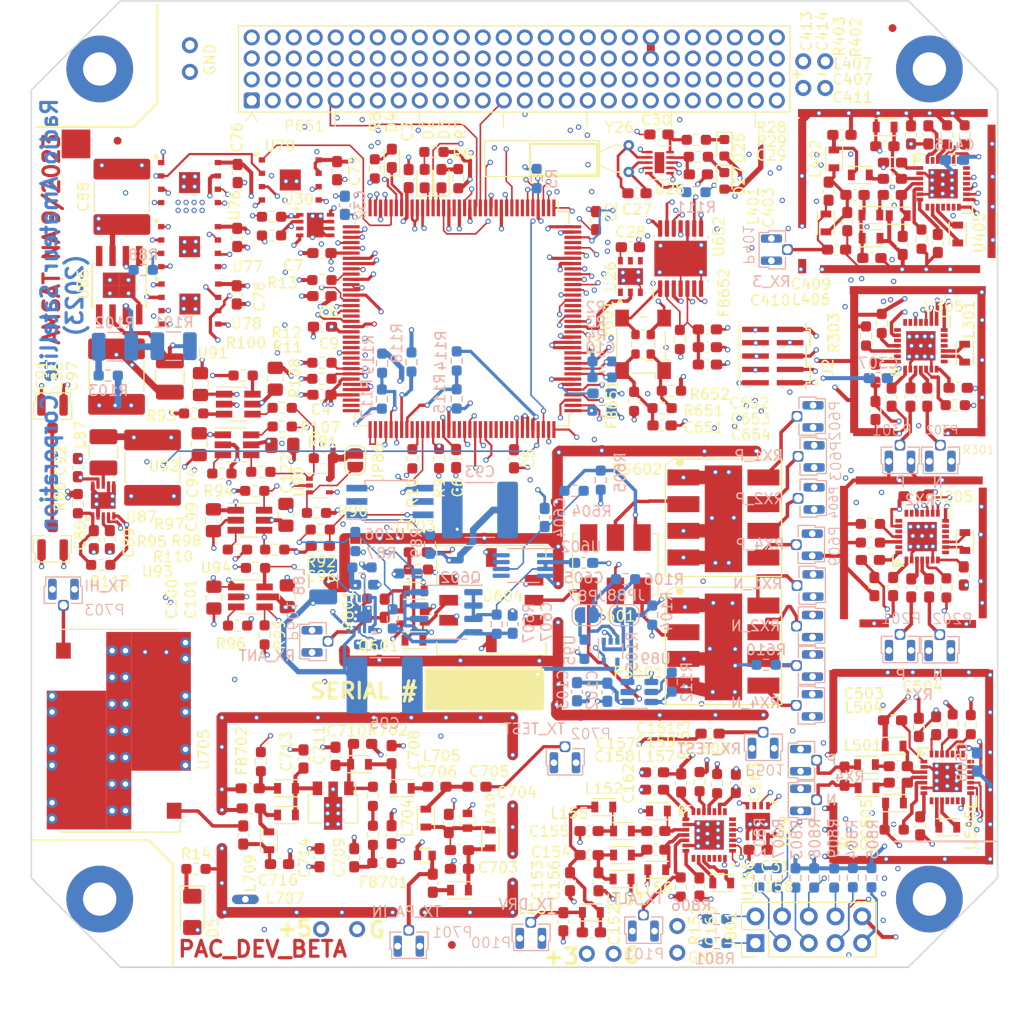
<source format=kicad_pcb>
(kicad_pcb (version 20221018) (generator pcbnew)
  (title_block (title "PacSat Alpha Board") (rev "0"))
  (layers (0 "F.Cu" signal "Top Components.Cu") (1 "In1.Cu" power "GND.Cu") (2 "In2.Cu" power "Signal 1 H.Cu") (3 "In3.Cu" signal "Signal 2 V.Cu") (4 "In4.Cu" signal "Power.Cu") (31 "B.Cu" signal "BackComponets.Cu") (34 "B.Paste" user) (35 "F.Paste" user) (36 "B.SilkS" user "B.Silkscreen") (37 "F.SilkS" user "F.Silkscreen") (38 "B.Mask" user) (39 "F.Mask" user) (44 "Edge.Cuts" user))
  (net 0 "")
  (net 1 "GND")
  (net 2 "+3.3V")
  (net 3 "+1V2")
  (net 4 "Net-(U26-CEXT)")
  (net 5 "Net-(C96-Pad1)")
  (net 6 "-2V BIAS")
  (net 7 "+5V")
  (net 8 "Net-(U28-X2)")
  (net 9 "Net-(U87-SS)")
  (net 10 "REG_3V3")
  (net 11 "REG_1V2")
  (net 12 "AX5043_3V3")
  (net 13 "SSPA_VCC")
  (net 14 "TX_OUT_DRV")
  (net 15 "/TX_ax5043/TXb_N")
  (net 16 "/TX_ax5043/TXb_P")
  (net 17 "/TX_ax5043/TXANT_P")
  (net 18 "/TX_ax5043/TXa_P")
  (net 19 "/TX_ax5043/TCANT_N")
  (net 20 "/TX_ax5043/TXa_N")
  (net 21 "Net-(U28-X1)")
  (net 22 "Net-(C603-Pad1)")
  (net 23 "Net-(C152-Pad1)")
  (net 24 "/RX_1_ax5044/RXANT_P")
  (net 25 "/RX_1_ax5044/RX1_P")
  (net 26 "/RX_1_ax5044/RXANT_N")
  (net 27 "/RX_1_ax5044/RX1_N")
  (net 28 "/RX_2_ax5045/RX2ANT_P")
  (net 29 "/RX_2_ax5045/RX2a_P")
  (net 30 "Net-(C159-Pad1)")
  (net 31 "Net-(C160-Pad1)")
  (net 32 "Net-(D2-K)")
  (net 33 "Net-(D2-A)")
  (net 34 "Net-(U156-CLK16P)")
  (net 35 "Net-(D3-K)")
  (net 36 "/RX_2_ax5045/RX2ANT_N")
  (net 37 "Net-(D3-A)")
  (net 38 "/RX_2_ax5045/RX2A_N")
  (net 39 "Net-(C203-Pad1)")
  (net 40 "Net-(U205-CLK16P)")
  (net 41 "Net-(U305-CLK16P)")
  (net 42 "Net-(P601-In)")
  (net 43 "Net-(C402-Pad1)")
  (net 44 "/RX_3_ax5045/RX3b_N")
  (net 45 "/RX_3_ax5045/RX3b_P")
  (net 46 "UART_RX1")
  (net 47 "UART_TX1")
  (net 49 "/RX_3_ax5045/RX3_P")
  (net 50 "Net-(C411-Pad1)")
  (net 51 "ATTACHED")
  (net 52 "ALERT_SIGNAL")
  (net 53 "FCODE_D0")
  (net 54 "FCODE_D3")
  (net 55 "FCODE_STROBE")
  (net 56 "CMD_MODE")
  (net 57 "Net-(C412-Pad1)")
  (net 58 "Net-(U405-CLK16P)")
  (net 59 "Net-(U305-L2)")
  (net 60 "Net-(U305-L1)")
  (net 61 "Net-(U405-L2)")
  (net 62 "Net-(U405-L1)")
  (net 63 "Net-(U505-L2)")
  (net 64 "Net-(U505-L1)")
  (net 65 "/RX_3_ax5045/RX3_N")
  (net 66 "/RX_3_ax5045/RX3a_P")
  (net 67 "Net-(C505-Pad1)")
  (net 68 "Net-(U505-CLK16P)")
  (net 69 "Net-(Q601-G)")
  (net 70 "VSYS")
  (net 71 "PB_ENABLE")
  (net 73 "UART_TX2")
  (net 74 "UART_RX2")
  (net 78 "Net-(T601-AA)")
  (net 79 "Net-(U90-EN_N)")
  (net 80 "Net-(U2-N2HET1_11)")
  (net 81 "Net-(R89-Pad1)")
  (net 82 "Net-(U94-SETI)")
  (net 83 "Net-(U92-ON)")
  (net 84 "Net-(U205-ANTP1)")
  (net 85 "Clock0")
  (net 86 "Net-(C303-Pad1)")
  (net 87 "Net-(C304-Pad1)")
  (net 88 "Clock1")
  (net 89 "Net-(U405-ANTP1)")
  (net 90 "/RX_3_ax5045/RX3a_N")
  (net 91 "Clock2")
  (net 95 "Net-(C504-Pad1)")
  (net 102 "Clock3")
  (net 111 "Net-(C602-Pad1)")
  (net 114 "Net-(U405-GPADC1)")
  (net 115 "Net-(U405-GPADC2)")
  (net 124 "Net-(U505-ANTP1)")
  (net 127 "Net-(U505-GPADC1)")
  (net 128 "Net-(U505-GPADC2)")
  (net 130 "Clock4")
  (net 131 "AX5043_SEL_TX")
  (net 132 "AX5043_IRQ")
  (net 133 "AX5043_SEL1")
  (net 134 "AX5043_MOSI")
  (net 135 "AX5043_SEL2")
  (net 136 "AX5043_MISO")
  (net 137 "AX5043_SEL3")
  (net 138 "AX5043_CLK")
  (net 139 "Net-(U205-L2)")
  (net 140 "Net-(U205-L1)")
  (net 141 "FAULT_N")
  (net 142 "Net-(J2-P10)")
  (net 143 "Net-(U2-nTRST)")
  (net 144 "Net-(D4-A)")
  (net 145 "VER_BIT3")
  (net 146 "VER_BIT2")
  (net 147 "VER_BIT1")
  (net 148 "VER_BIT0")
  (net 149 "Net-(U2-nPORRST)")
  (net 150 "I2C_SDA")
  (net 151 "I2C_SCL")
  (net 152 "Net-(U92-SETI)")
  (net 153 "AX5043_SEL4")
  (net 154 "Net-(U205-GPADC1)")
  (net 155 "Net-(U156-GPADC1)")
  (net 156 "Net-(U156-GPADC2)")
  (net 157 "Net-(U305-GPADC1)")
  (net 158 "Net-(U305-GPADC2)")
  (net 159 "Net-(T601-SC)")
  (net 160 "USB_Suspend_Low")
  (net 161 "UART_CTS")
  (net 162 "UART_RTS")
  (net 163 "AX5043_IRQ_RX1")
  (net 166 "AX5043_IRQ_RX3")
  (net 167 "Net-(U91-SETI)")
  (net 168 "PWR_SW_AX5043")
  (net 169 "PWR_FLAG_AX5043")
  (net 170 "PWR_SW_SSPA")
  (net 171 "PWR_FLAG_SSPA")
  (net 172 "Clock5")
  (net 180 "Net-(U156-L1)")
  (net 181 "Net-(U156-L2)")
  (net 185 "Net-(D4-K)")
  (net 186 "Net-(J2-P6)")
  (net 187 "Net-(J2-P4)")
  (net 188 "Net-(J2-P2)")
  (net 189 "Net-(J2-P8)")
  (net 190 "Net-(J2-P7)")
  (net 193 "Net-(U87-LX)")
  (net 194 "Net-(C204-Pad2)")
  (net 195 "WDO_N")
  (net 196 "MRAM_NCS3")
  (net 197 "MRAM_NCS2")
  (net 198 "MRAM_NCS1")
  (net 201 "MRAM_MOSI")
  (net 202 "MRAM_MISO")
  (net 203 "MRAM_CLK")
  (net 204 "MRAM_NCS0")
  (net 205 "ONEWIRE")
  (net 206 "FEED_WATCHDOG")
  (net 211 "HW_POWER_OFF_N")
  (net 222 "Net-(U2-AD1IN_6)")
  (net 226 "AX5043_IRQ_RX2")
  (net 228 "AX5043_IRQ_TX")
  (net 236 "Current Fault_1V2")
  (net 238 "Net-(U2-AD1IN_13)")
  (net 239 "Current Fault_3V3")
  (net 240 "Net-(U2-AD1IN_12)")
  (net 241 "CURRENT_FAULT_U89")
  (net 253 "Net-(U88-SS)")
  (net 254 "REG_5.0V")
  (net 255 "Net-(U86-OUT)")
  (net 256 "Net-(U88-LX)")
  (net 257 "Net-(U93-SETI)")
  (net 258 "Net-(U91-ON)")
  (net 259 "REG_5V_EN")
  (net 262 "Net-(D26-K)")
  (net 263 "Net-(D27-K)")
  (net 267 "/Rx_Power_Divider/S+")
  (net 268 "/Rx_Power_Divider/S-")
  (net 269 "Net-(U156-VDD_IO)")
  (net 271 "Net-(U602-OUT)")
  (net 272 "/Rx_Power_Divider/Port4_N")
  (net 275 "/RX_4_ax5045/RX4b_P")
  (net 276 "/RX_4_ax5045/RX4b_N")
  (net 279 "/RX_4_ax5045/RX4ANT_P")
  (net 280 "/RX_4_ax5045/RX4a_P")
  (net 281 "/RX_4_ax5045/RX4ANT_N")
  (net 282 "/RX_4_ax5045/RX4a_N")
  (net 283 "Net-(Q602-Gate)")
  (net 284 "Net-(Q601-D)")
  (net 285 "Net-(Q602-D-Pad5)")
  (net 286 "/Rx_Power_Divider/Port3_N")
  (net 287 "/Rx_Power_Divider/Port2_N")
  (net 288 "/Rx_Power_Divider/Port1_N")
  (net 289 "/Rx_Power_Divider/Port4_P")
  (net 290 "/Rx_Power_Divider/Port3_P")
  (net 291 "/Rx_Power_Divider/Port2_P")
  (net 292 "Net-(P610-In)")
  (net 293 "Net-(U28-Vbat)")
  (net 294 "Net-(U28-VCC)")
  (net 295 "Net-(U87-IN)")
  (net 296 "Net-(U88-D1)")
  (net 297 "Net-(U602-Vin)")
  (net 298 "Net-(U652-1G)")
  (net 299 "Net-(U88-INP)")
  (net 300 "AX5043_IRQ_RX4")
  (net 303 "GIOB_3")
  (net 304 "GIOA_2")
  (net 305 "GOIB_1")
  (net 369 "GIOA_6")
  (net 374 "Net-(P701-In)")
  (net 375 "Net-(C701-Pad2)")
  (net 376 "Net-(C702-Pad2)")
  (net 377 "Net-(C703-Pad2)")
  (net 378 "Net-(C705-Pad1)")
  (net 379 "Net-(P702-In)")
  (net 380 "Net-(C706-Pad1)")
  (net 381 "Net-(C708-Pad1)")
  (net 382 "Net-(C709-Pad1)")
  (net 383 "Net-(Q701-G)")
  (net 384 "Net-(C712-Pad1)")
  (net 385 "Net-(Q701-D)")
  (net 386 "Net-(C715-Pad1)")
  (net 387 "Net-(C716-Pad1)")
  (net 388 "Net-(U705-IN)")
  (net 389 "Net-(R701-Pad2)")
  (net 390 "Net-(U205-GPADC2)")
  (net 391 "Net-(U305-ANTP1)")
  (net 394 "/Rx_Power_Divider/Port1_P")
  (net 395 "Net-(D5-K)")
  (net 396 "Net-(U86-FB)")
  (net 397 "Net-(R102-Pad2)")
  (net 398 "Net-(TP1-In)")
  (net 399 "Net-(Y601-VDD)")
  (net 400 "Net-(Y601-VC)")
  (net 401 "Net-(U652-CLKIN)")
  (net 402 "Net-(U95-EN_N)")
  (net 403 "Alarm XMIT Shutdown")
  (net 404 "Net-(U95-WDO_N)")
  (net 405 "Net-(U89-CT)")
  (net 406 "Net-(U28-INTB_N)")
  (net 407 "Net-(U89-QOD)")
  (net 408 "Net-(P401-In)")
  (net 409 "Net-(P101-In)")
  (net 410 "Net-(P703-In)")
  (footprint "Capacitor_SMD:C_0603_1608Metric_Pad1.08x0.95mm_HandSolder" (layer "F.Cu") (at 203.7715 78.9305 90)
    (fp_text reference "C2")
    (fp_text value "100n")
  )
  (footprint "Capacitor_SMD:C_0603_1608Metric_Pad1.08x0.95mm_HandSolder" (layer "F.Cu") (at 185.928 74.93 90)
    (fp_text reference "C3")
    (fp_text value "100n")
  )
  (footprint "Capacitor_SMD:C_0603_1608Metric_Pad1.08x0.95mm_HandSolder" (layer "F.Cu") (at 177.673 95.504 180)
    (fp_text reference "C4")
    (fp_text value "100n")
  )
  (footprint "Capacitor_SMD:C_0603_1608Metric_Pad1.08x0.95mm_HandSolder" (layer "F.Cu") (at 195.961 101.6 -90)
    (fp_text reference "C5")
    (fp_text value "100n")
  )
  (footprint "Capacitor_SMD:C_0603_1608Metric_Pad1.08x0.95mm_HandSolder" (layer "F.Cu") (at 190.4492 101.5746 -90)
    (fp_text reference "C6")
    (fp_text value "100n")
  )
  (footprint "Capacitor_SMD:C_0603_1608Metric_Pad1.08x0.95mm_HandSolder" (layer "F.Cu") (at 177.673 82.0166 180)
    (fp_text reference "C7")
    (fp_text value "100n")
  )
  (footprint "Capacitor_SMD:C_0603_1608Metric_Pad1.08x0.95mm_HandSolder" (layer "F.Cu") (at 177.673 86.106 180)
    (fp_text reference "C8")
    (fp_text value "100n")
  )
  (footprint "Capacitor_SMD:C_0603_1608Metric_Pad1.08x0.95mm_HandSolder" (layer "F.Cu") (at 177.7238 89.027 180)
    (fp_text reference "C9")
    (fp_text value "100n")
  )
  (footprint "LED_SMD:LED_0603_1608Metric_Pad1.05x0.95mm_HandSolder" (layer "F.Cu") (at 187.452 74.93 90)
    (fp_text reference "D2")
    (fp_text value "RED")
  )
  (footprint "LED_SMD:LED_0603_1608Metric_Pad1.05x0.95mm_HandSolder" (layer "F.Cu") (at 189.0522 74.93 90)
    (fp_text reference "D3")
    (fp_text value "YEL")
  )
  (footprint "PacSatDev_ti:TQFP-144_20x20mm_Pitch0.5mm" (layer "F.Cu") (at 191.008 88.265 -90)
    (fp_text reference "U2")
    (fp_text value "TMS570LS0914PGE")
  )
  (footprint "Capacitor_SMD:C_0805_2012Metric_Pad1.18x1.45mm_HandSolder" (layer "F.Cu") (at 165.989 100.208 -90)
    (fp_text reference "C98" hide)
    (fp_text value "1u")
  )
  (footprint "Capacitor_SMD:C_0805_2012Metric_Pad1.18x1.45mm_HandSolder" (layer "F.Cu") (at 167.339 107.447 -90)
    (fp_text reference "C99")
    (fp_text value "1u")
  )
  (footprint "Resistor_SMD:R_0603_1608Metric_Pad0.98x0.95mm_HandSolder" (layer "F.Cu") (at 238.866973 70.765075 90)
    (fp_text reference "R402")
    (fp_text value "0R")
  )
  (footprint "Capacitor_SMD:C_0603_1608Metric_Pad1.08x0.95mm_HandSolder" (layer "F.Cu") (at 190.7665 140.628)
    (fp_text reference "C702" hide)
    (fp_text value "5p6")
  )
  (footprint "Capacitor_SMD:C_0603_1608Metric_Pad1.08x0.95mm_HandSolder" (layer "F.Cu") (at 180.7464 139.5741 90)
    (fp_text reference "C709")
    (fp_text value "100p")
  )
  (footprint "PacSatDev_misc:L_Murata_LQH2MCNxxxx02_2.0x1.6mm" (layer "F.Cu") (at 237.2614 136.6774)
    (fp_text reference "L505" hide)
    (fp_text value "0")
  )
  (footprint "Capacitor_SMD:C_0603_1608Metric_Pad1.08x0.95mm_HandSolder" (layer "F.Cu") (at 232.5487 130.864473 180)
    (fp_text reference "C502" hide)
    (fp_text value "22p")
  )
  (footprint "PacSatDev_misc:RF_SHIELD_BMI_S_202_F_U401" (layer "F.Cu") (at 223.319973 68.733075 -90)
    (fp_text reference "U401" hide)
    (fp_text value "RFShield_OnePiece")
  )
  (footprint "PacSatDev_misc:Wire_Hole" (layer "F.Cu") (at 225.6 63.76 90)
    (fp_text reference "H20" hide)
    (fp_text value "Wire_Hole" hide)
  )
  (footprint "Capacitor_SMD:C_0603_1608Metric_Pad1.08x0.95mm_HandSolder" (layer "F.Cu") (at 178.9684 129.9221 90)
    (fp_text reference "C711")
    (fp_text value "15p")
  )
  (footprint "Resistor_SMD:R_0603_1608Metric_Pad0.98x0.95mm_HandSolder" (layer "F.Cu") (at 177.510754 108.334546 180)
    (fp_text reference "R92")
    (fp_text value "1K")
  )
  (footprint "Resistor_SMD:R_0603_1608Metric_Pad0.98x0.95mm_HandSolder" (layer "F.Cu") (at 171.8564 102.8446)
    (fp_text reference "R109" hide)
    (fp_text value "0R")
  )
  (footprint "Capacitor_SMD:C_0603_1608Metric_Pad1.08x0.95mm_HandSolder" (layer "F.Cu") (at 235.482 113.8943 -90)
    (fp_text reference "C202" hide)
    (fp_text value "4p3")
  )
  (footprint "Capacitor_SMD:C_0603_1608Metric_Pad1.08x0.95mm_HandSolder" (layer "F.Cu") (at 211.875 132.461 -90)
    (fp_text reference "C162")
    (fp_text value "10p")
  )
  (footprint "Capacitor_SMD:C_2220_5650Metric_Pad1.97x5.40mm_HandSolder" (layer "F.Cu") (at 158.115 93.777 -90)
    (fp_text reference "C91")
    (fp_text value "22u")
  )
  (footprint "Package_TO_SOT_SMD:SOT-89-3" (layer "F.Cu") (at 178.7384 134.9201 -90)
    (fp_text reference "Q701" hide)
    (fp_text value "ATF05MS004NT1")
  )
  (footprint "Capacitor_SMD:C_0603_1608Metric_Pad1.08x0.95mm_HandSolder" (layer "F.Cu") (at 175.9204 130.1761 90)
    (fp_text reference "C713")
    (fp_text value "2200p")
  )
  (footprint "Fiducial:Fiducial_0.75mm_Mask1.5mm" (layer "F.Cu") (at 190.0428 147.8788)
    (fp_text reference "REF**" hide)
    (fp_text value "Fiducial_0.75mm_Mask1.5mm")
  )
  (footprint "PacSatDev_everspin:MR2xH40_DFN_SmallFlag" (layer "F.Cu") (at 165.067 81.407 -90)
    (fp_text reference "U77")
    (fp_text value "MR25H40CDE" hide)
  )
  (footprint "Capacitor_SMD:C_0603_1608Metric_Pad1.08x0.95mm_HandSolder" (layer "F.Cu") (at 210.058 98.425)
    (fp_text reference "C651")
    (fp_text value "0.1u")
  )
  (footprint "Resistor_SMD:R_0603_1608Metric_Pad0.98x0.95mm_HandSolder" (layer "F.Cu") (at 165.462 97.282 180)
    (fp_text reference "R93")
    (fp_text value "45k8 1%")
  )
  (footprint "PacSatDev_misc:U_FL SMD" (layer "F.Cu") (at 152.019 96.4946 180)
    (fp_text reference "TP2" hide)
    (fp_text value "U_FL")
  )
  (footprint "Capacitor_SMD:C_0603_1608Metric_Pad1.08x0.95mm_HandSolder" (layer "F.Cu") (at 229.894 111.2273)
    (fp_text reference "C206" hide)
    (fp_text value "10p")
  )
  (footprint "Resistor_SMD:R_0603_1608Metric_Pad0.98x0.95mm_HandSolder" (layer "F.Cu") (at 182.7022 74 90)
    (fp_text reference "R8")
    (fp_text value "3K")
  )
  (footprint "Capacitor_SMD:C_0603_1608Metric_Pad1.08x0.95mm_HandSolder" (layer "F.Cu") (at 232.053 113.7673 -90)
    (fp_text reference "C203" hide)
    (fp_text value "10n")
  )
  (footprint "PacSatDev_misc:Wire_Hole" (layer "F.Cu") (at 181.0258 146.3802 90)
    (fp_text reference "H15" hide)
    (fp_text value "Wire_Hole" hide)
  )
  (footprint "LED_SMD:LED_1206_3216Metric_Pad1.42x1.75mm_HandSolder" (layer "F.Cu") (at 165.3286 144.7292 -90)
    (fp_text reference "D5")
    (fp_text value "LED")
  )
  (footprint "Capacitor_SMD:C_0603_1608Metric_Pad1.08x0.95mm_HandSolder" (layer "F.Cu") (at 214.376 89.281)
    (fp_text reference "C652")
    (fp_text value "0.1u")
  )
  (footprint "Resistor_SMD:R_0603_1608Metric_Pad0.98x0.95mm_HandSolder" (layer "F.Cu") (at 181.973489 115.824 90)
    (fp_text reference "R601")
    (fp_text value "5 Meg")
  )
  (footprint "Capacitor_SMD:C_0603_1608Metric_Pad1.08x0.95mm_HandSolder" (layer "F.Cu") (at 227.690973 79.020075 -90)
    (fp_text reference "C403")
    (fp_text value "27p")
  )
  (footprint "Capacitor_SMD:C_0603_1608Metric_Pad1.08x0.95mm_HandSolder" (layer "F.Cu") (at 226.674973 81.687075)
    (fp_text reference "C401" hide)
    (fp_text value "27p")
  )
  (footprint "PacSatDev_maxim:TDFN_T633_2" (layer "F.Cu") (at 207.042 84.2475 90)
    (fp_text reference "U26")
    (fp_text value "DS28E83Q+T" hide)
  )
  (footprint "Capacitor_SMD:C_0603_1608Metric_Pad1.08x0.95mm_HandSolder" (layer "F.Cu") (at 235.307 95.7326 -90)
    (fp_text reference "C302" hide)
    (fp_text value "4p3")
  )
  (footprint "Package_DFN_QFN:TDFN-10-1EP_2x3mm_P0.5mm_EP0.9x2mm" (layer "F.Cu") (at 209.8075 73.406)
    (fp_text reference "U28")
    (fp_text value "MAX31331TETB+")
  )
  (footprint "Resistor_SMD:R_0603_1608Metric_Pad0.98x0.95mm_HandSolder" (layer "F.Cu") (at 173.8884 98.5266 180)
    (fp_text reference "R107")
    (fp_text value "10K")
  )
  (footprint "Resistor_SMD:R_0603_1608Metric_Pad0.98x0.95mm_HandSolder" (layer "F.Cu") (at 173.181 110.241)
    (fp_text reference "R98")
    (fp_text value "4.7k")
  )
  (footprint "Resistor_SMD:R_0603_1608Metric_Pad0.98x0.95mm_HandSolder" (layer "F.Cu") (at 172.8743 78.5622)
    (fp_text reference "R30" hide)
    (fp_text value "4k7")
  )
  (footprint "Capacitor_SMD:C_0603_1608Metric_Pad1.08x0.95mm_HandSolder" (layer "F.Cu") (at 234.5 127.164 90)
    (fp_text reference "C506" hide)
    (fp_text value "6.8p")
  )
  (footprint "PacSatDev_misc:CUBESAT_MOUNT_HOLE" (layer "F.Cu") (at 235.5088 143.51)
    (fp_text reference "H104" hide)
    (fp_text value "CUBESAT_MOUNT_HOLE" hide)
  )
  (footprint "PacSatDev_misc:PacSat_Dev_4_26" (layer "F.Cu") (at 170.9856 67.4906)
    (fp_text reference "P651")
    (fp_text value "Conn_04x26_Pin")
  )
  (footprint "PacSatDev_misc:Wire_Hole" (layer "F.Cu") (at 205.4352 148.717 180)
    (fp_text reference "H13" hide)
    (fp_text value "Wire_Hole" hide)
  )
  (footprint "PacSatDev_misc:L_Murata_LQH2MCNxxxx02_2.0x1.6mm" (layer "F.Cu") (at 229.957488 80.59794)
    (fp_text reference "L403" hide)
    (fp_text value "68n")
  )
  (footprint "Resistor_SMD:R_0603_1608Metric_Pad0.98x0.95mm_HandSolder" (layer "F.Cu") (at 177.1555 106.751)
    (fp_text reference "R90")
    (fp_text value "10k")
  )
  (footprint "Capacitor_SMD:C_0603_1608Metric_Pad1.08x0.95mm_HandSolder" (layer "F.Cu") (at 227.182973 70.765075)
    (fp_text reference "C405" hide)
    (fp_text value "1p")
  )
  (footprint "PacSatDev_maxim:TDFN_T1033_1" (layer "F.Cu") (at 156.853 105.5685 90)
    (fp_text reference "U87")
    (fp_text value "MAX1556AEBT+" hide)
  )
  (footprint "Capacitor_SMD:C_0603_1608Metric_Pad1.08x0.95mm_HandSolder" (layer "F.Cu") (at 203.327 146.685 180)
    (fp_text reference "C152")
    (fp_text value "NS")
  )
  (footprint "Capacitor_SMD:C_0603_1608Metric_Pad1.08x0.95mm_HandSolder" (layer "F.Cu") (at 238.784 112.7513 90)
    (fp_text reference "C204" hide)
    (fp_text value "10n")
  )
  (footprint "Capacitor_SMD:C_0603_1608Metric_Pad1.08x0.95mm_HandSolder" (layer "F.Cu") (at 233.760473 70.765075 90)
    (fp_text reference "C413")
    (fp_text value "6.8p")
  )
  (footprint "PacSatDev_murata:L_0603" (layer "F.Cu") (at 191.5285 136.056 -90)
    (fp_text reference "L703" hide)
    (fp_text value "18n")
  )
  (footprint "Capacitor_SMD:C_0603_1608Metric_Pad1.08x0.95mm_HandSolder" (layer "F.Cu") (at 157.48 109.3005 -90)
    (fp_text reference "C89")
    (fp_text value "1000p")
  )
  (footprint "PacSatDev_misc:L_Murata_LQH2MCNxxxx02_2.0x1.6mm" (layer "F.Cu") (at 225.658973 79.147075 -90)
    (fp_text reference "L401")
    (fp_text value "30")
  )
  (footprint "Capacitor_SMD:C_0603_1608Metric_Pad1.08x0.95mm_HandSolder" (layer "F.Cu") (at 169.602354 80.529653 -90)
    (fp_text reference "C77" hide)
    (fp_text value "100n")
  )
  (footprint "Resistor_SMD:R_0603_1608Metric_Pad0.98x0.95mm_HandSolder" (layer "F.Cu") (at 237.133 113.8943 -90)
    (fp_text reference "R201" hide)
    (fp_text value "50")
  )
  (footprint "PacSatDev_misc:L_Murata_LQH2MCNxxxx02_2.0x1.6mm" (layer "F.Cu") (at 174.2959 135.5101)
    (fp_text reference "L708" hide)
    (fp_text value "2n55")
  )
  (footprint "PacSatDev_misc:Mini-Circuits_HF1139_LandPatternPL-230" (layer "F.Cu") (at 158.3309 127.4826 180)
    (fp_text reference "U705")
    (fp_text value "SXBP-425+")
  )
  (footprint "PacSatDev_misc:Wire_Hole" (layer "F.Cu") (at 211.5058 148.6154 90)
    (fp_text reference "H10" hide)
    (fp_text value "Wire_Hole" hide)
  )
  (footprint "Resistor_SMD:R_0603_1608Metric_Pad0.98x0.95mm_HandSolder" (layer "F.Cu") (at 173.8884 96.7486)
    (fp_text reference "R108")
    (fp_text value "0R")
  )
  (footprint "Capacitor_SMD:C_0603_1608Metric_Pad1.08x0.95mm_HandSolder" (layer "F.Cu") (at 186.856 110.49)
    (fp_text reference "C603")
    (fp_text value "0.1 u")
  )
  (footprint "PacSatDev_misc:L_Murata_LQH2MCNxxxx02_2.0x1.6mm" (layer "F.Cu") (at 190.7665 142.66)
    (fp_text reference "L702" hide)
    (fp_text value "43n")
  )
  (footprint "PacSatDev_misc:CUBESAT_MOUNT_HOLE" (layer "F.Cu") (at 235.5088 64.4906)
    (fp_text reference "H103" hide)
    (fp_text value "CUBESAT_MOUNT_HOLE" hide)
  )
  (footprint "PacSatDev_misc:L_Murata_LQH2MCNxxxx02_2.0x1.6mm" (layer "F.Cu") (at 181.2544 130.6841 180)
    (fp_text reference "L706" hide)
    (fp_text value "5n5")
  )
  (footprint "Resistor_SMD:R_0603_1608Metric_Pad0.98x0.95mm_HandSolder" (layer "F.Cu") (at 234.757029 80.693912 -90)
    (fp_text reference "R401" hide)
    (fp_text value "50")
  )
  (footprint "Capacitor_SMD:C_0603_1608Metric_Pad1.08x0.95mm_HandSolder" (layer "F.Cu") (at 213.5124 74.5236)
    (fp_text reference "C29")
    (fp_text value "22u")
  )
  (footprint "Capacitor_SMD:C_0603_1608Metric_Pad1.08x0.95mm_HandSolder" (layer "F.Cu") (at 169.642268 74.442776 -90)
    (fp_text reference "C76")
    (fp_text value "100n")
  )
  (footprint "PacSatDev_misc:Wire_Hole" (layer "F.Cu") (at 211.5058 146.0754 90)
    (fp_text reference "H11" hide)
    (fp_text value "Wire_Hole" hide)
  )
  (footprint "Capacitor_SMD:C_0603_1608Metric_Pad1.08x0.95mm_HandSolder" (layer "F.Cu") (at 214.63 127.762 180)
    (fp_text reference "C606")
    (fp_text value "1u")
  )
  (footprint "Capacitor_SMD:C_0603_1608Metric_Pad1.08x0.95mm_HandSolder" (layer "F.Cu") (at 203.112 139.319 180)
    (fp_text reference "C154")
    (fp_text value "5p1")
  )
  (footprint "PacSatDev_misc:L_Murata_LQH2MCNxxxx02_2.0x1.6mm" (layer "F.Cu") (at 232.185808 134.368333)
    (fp_text reference "L504")
    (fp_text value "68n")
  )
  (footprint "PacSatDev_misc:L_Murata_LQH2MCNxxxx02_2.0x1.6mm" (layer "F.Cu") (at 229.5144 130.7084)
    (fp_text reference "L501")
    (fp_text value "68n")
  )
  (footprint "PacSatDev_misc:L_Murata_LQH2MCNxxxx02_2.0x1.6mm" (layer "F.Cu") (at 206.248 141.605)
    (fp_text reference "L153")
    (fp_text value "27n")
  )
  (footprint "Resistor_SMD:R_0603_1608Metric_Pad0.98x0.95mm_HandSolder" (layer "F.Cu") (at 172.212 118.364 -90)
    (fp_text reference "R99")
    (fp_text value "4.7k")
  )
  (footprint "Capacitor_SMD:C_0603_1608Metric_Pad1.08x0.95mm_HandSolder" (layer "F.Cu") (at 179.113526 74.173365 -90)
    (fp_text reference "C79")
    (fp_text value "100n")
  )
  (footprint "Package_TO_SOT_SMD:SOT-23-6_Handsoldering" (layer "F.Cu") (at 169.7095 96.398)
    (fp_text reference "U91")
    (fp_text value "MAX4995ALAUT")
  )
  (footprint "Resistor_SMD:R_0603_1608Metric_Pad0.98x0.95mm_HandSolder" (layer "F.Cu") (at 182.5244 133.7321 90)
    (fp_text reference "R702")
    (fp_text value "22")
  )
  (footprint "Capacitor_SMD:C_0603_1608Metric_Pad1.08x0.95mm_HandSolder" (layer "F.Cu") (at 192.4304 132.8166)
    (fp_text reference "C705")
    (fp_text value "2200p")
  )
  (footprint "Capacitor_SMD:C_0603_1608Metric_Pad1.08x0.95mm_HandSolder" (layer "F.Cu") (at 177.4444 139.5741 90)
    (fp_text reference "C714")
    (fp_text value "10u")
  )
  (footprint "Resistor_SMD:R_0603_1608Metric_Pad0.98x0.95mm_HandSolder" (layer "F.Cu") (at 229.894 107.7983 180)
    (fp_text reference "R203" hide)
    (fp_text value "0R")
  )
  (footprint "Capacitor_SMD:C_0805_2012Metric_Pad1.18x1.45mm_HandSolder" (layer "F.Cu") (at 166.1065 94.488 90)
    (fp_text reference "C97")
    (fp_text value "1u")
  )
  (footprint "RF_Mini-Circuits:Mini-Circuits_CD542_H2.84mm" (layer "F.Cu") (at 205.613 111.633 90)
    (fp_text reference "T601")
    (fp_text value "ADT4-1WT+")
  )
  (footprint "Capacitor_SMD:C_0603_1608Metric_Pad1.08x0.95mm_HandSolder" (layer "F.Cu") (at 213.614 142.367 -90)
    (fp_text reference "C160")
    (fp_text value "10n")
  )
  (footprint "Inductor_SMD:L_1210_3225Metric_Pad1.42x2.65mm_HandSolder" (layer "F.Cu") (at 156.869 100.984 90)
    (fp_text reference "L87")
    (fp_text value "3u3")
  )
  (footprint "Capacitor_SMD:C_0603_1608Metric_Pad1.08x0.95mm_HandSolder" (layer "F.Cu") (at 209.462 137.033 180)
    (fp_text reference "C157")
    (fp_text value "4p3")
  )
  (footprint "Capacitor_SMD:C_0603_1608Metric_Pad1.08x0.95mm_HandSolder" (layer "F.Cu") (at 232.970847 81.289306 -90)
    (fp_text reference "C408" hide)
    (fp_text value "10p")
  )
  (footprint "PacSatDev_misc:Wire_Hole" (layer "F.Cu") (at 223.5 63.76 90)
    (fp_text reference "H18" hide)
    (fp_text value "Wire_Hole" hide)
  )
  (footprint "PacSatDev_misc:L_Murata_LQH2MCNxxxx02_2.0x1.6mm" (layer "F.Cu") (at 172.6184 137.9621 90)
    (fp_text reference "L709")
    (fp_text value "8n1")
  )
  (footprint "Capacitor_SMD:C_0603_1608Metric_Pad1.08x0.95mm_HandSolder" (layer "F.Cu") (at 209.764 70.723 180)
    (fp_text reference "C30")
    (fp_text value "22u")
  )
  (footprint "PacSatDev_misc:Wire_Hole" (layer "F.Cu") (at 225.6 66.3 90)
    (fp_text reference "H21" hide)
    (fp_text value "Wire_Hole" hide)
  )
  (footprint "PacSatDev_misc:L_Murata_LQH2MCNxxxx02_2.0x1.6mm" (layer "F.Cu") (at 203.327 144.78)
    (fp_text reference "L151")
    (fp_text value "0")
  )
  (footprint "Resistor_SMD:R_0603_1608Metric_Pad0.98x0.95mm_HandSolder" (layer "F.Cu") (at 229.894 109.5763 180)
    (fp_text reference "R202" hide)
    (fp_text value "0R")
  )
  (footprint "PacSatDev_misc:L_Murata_LQH2MCNxxxx02_2.0x1.6mm" (layer "F.Cu") (at 229.574684 132.92384)
    (fp_text reference "L502" hide)
    (fp_text value "68n")
  )
  (footprint "Resistor_SMD:R_0603_1608Metric_Pad0.98x0.95mm_HandSolder" (layer "F.Cu") (at 213.5124 72.8472)
    (fp_text reference "R29")
    (fp_text value "4k7")
  )
  (footprint "Package_TO_SOT_SMD:SOT-23-6_Handsoldering" (layer "F.Cu") (at 169.592 100.269)
    (fp_text reference "U92")
    (fp_text value "MAX4995ALAUT")
  )
  (footprint "PacSatDev_misc:RF_SHIELD_BMI_S_201_F_U301" (layer "F.Cu") (at 228.326932 99.1616)
    (fp_text reference "U301" hide)
    (fp_text value "RFShield_OnePiece")
  )
  (footprint "Resistor_SMD:R_0603_1608Metric_Pad0.98x0.95mm_HandSolder" (layer "F.Cu") (at 210.947 95.123)
    (fp_text reference "R652")
    (fp_text value "10K")
  )
  (footprint "Resistor_SMD:R_0603_1608Metric_Pad0.98x0.95mm_HandSolder" (layer "F.Cu") (at 237.974 96.4946)
    (fp_text reference "R301")
    (fp_text value "50")
  )
  (footprint "Capacitor_SMD:C_0603_1608Metric_Pad1.08x0.95mm_HandSolder" (layer "F.Cu") (at 232.0025 73.406 180)
    (fp_text reference "C411")
    (fp_text value "10n")
  )
  (footprint "Resistor_SMD:R_0603_1608Metric_Pad0.98x0.95mm_HandSolder" (layer "F.Cu") (at 172.8743 80.3402)
    (fp_text reference "R31" hide)
    (fp_text value "4k7")
  )
  (footprint "Capacitor_SMD:C_0603_1608Metric_Pad1.08x0.95mm_HandSolder" (layer "F.Cu") (at 233.7054 95.7326 -90)
    (fp_text reference "C301" hide)
    (fp_text value "4p3")
  )
  (footprint "Capacitor_SMD:C_0603_1608Metric_Pad1.08x0.95mm_HandSolder" (layer "F.Cu") (at 188.2265 141.9985 -90)
    (fp_text reference "C701" hide)
    (fp_text value "4p3")
  )
  (footprint "PacSatDev_misc:TB-471" (layer "F.Cu") (at 187.4529 117.22735 90)
    (fp_text reference "Q601")
    (fp_text value "SAV-331+")
  )
  (footprint "Resistor_SMD:R_0603_1608Metric_Pad0.98x0.95mm_HandSolder" (layer "F.Cu") (at 177.814 101.544 180)
    (fp_text reference "R91")
    (fp_text value "10k")
  )
  (footprint "Capacitor_SMD:C_0603_1608Metric_Pad1.08x0.95mm_HandSolder" (layer "F.Cu") (at 236.313172 81.099863 -90)
    (fp_text reference "C412" hide)
    (fp_text value "10n")
  )
  (footprint "Resistor_SMD:R_0603_1608Metric_Pad0.98x0.95mm_HandSolder" (layer "F.Cu") (at 177.673 84.582)
    (fp_text reference "R13")
    (fp_text value "3k3")
  )
  (footprint "Resistor_SMD:R_0603_1608Metric_Pad0.98x0.95mm_HandSolder" (layer "F.Cu") (at 156.6125 111.7 180)
    (fp_text reference "R113")
    (fp_text value "3.8K")
  )
  (footprint "Capacitor_SMD:C_0603_1608Metric_Pad1.08x0.95mm_HandSolder" (layer "F.Cu") (at 170.8404 132.9701 180)
    (fp_text reference "C712" hide)
    (fp_text value "100p")
  )
  (footprint "PacSatDev_everspin:MR2xH40_DFN_SmallFlag" (layer "F.Cu") (at 165.067 75.307 -90)
    (fp_text reference "U76")
    (fp_text value "MR25H40CDE" hide)
  )
  (footprint "Capacitor_SMD:C_0603_1608Metric_Pad1.08x0.95mm_HandSolder" (layer "F.Cu") (at 209.335 133.096 180)
    (fp_text reference "C159")
    (fp_text value "10n")
  )
  (footprint "PacSatDev_misc:L_Murata_LQH2MCNxxxx02_2.0x1.6mm" (layer "F.Cu") (at 206.287 137.033)
    (fp_text reference "L154" hide)
    (fp_text value "43n")
  )
  (footprint "Capacitor_SMD:C_0603_1608Metric_Pad1.08x0.95mm_HandSolder" (layer "F.Cu") (at 232.5487 132.434371 180)
    (fp_text reference "C503")
    (fp_text value "22p")
  )
  (footprint "Capacitor_SMD:C_0603_1608Metric_Pad1.08x0.95mm_HandSolder" (layer "F.Cu") (at 188.6204 132.8166)
    (fp_text reference "C706")
    (fp_text value "18p")
  )
  (footprint "Diode_SMD:D_0603_1608Metric" (layer "F.Cu") (at 215.987 75.1425 -90)
    (fp_text reference "D27")
    (fp_text value "RB521CS30L,315 ")
  )
  (footprint "Capacitor_SMD:C_0603_1608Metric_Pad1.08x0.95mm_HandSolder" (layer "F.Cu") (at 214.376 90.9785)
    (fp_text reference "C653")
    (fp_text value "0.1u")
  )
  (footprint "Oscillator:Oscillator_SMD_ECS_2520MV-xxx-xx-4Pin_2.5x2.0mm" (layer "F.Cu") (at 208.2546 90.7034 180)
    (fp_text reference "Y602" hide)
    (fp_text value "ECS-TXO-2016-33-160-TR")
  )
  (footprint "Capacitor_SMD:C_0805_2012Metric_Pad1.18x1.45mm_HandSolder" (layer "F.Cu") (at 173.905098 100.317884 180)
    (fp_text reference "C122")
    (fp_text value "1u")
  )
  (footprint "Capacitor_SMD:C_0603_1608Metric_Pad1.08x0.95mm_HandSolder" (layer "F.Cu") (at 190.7665 138.85 180)
    (fp_text reference "C703")
    (fp_text value "4p3")
  )
  (footprint "Capacitor_SMD:C_0603_1608Metric_Pad1.08x0.95mm_HandSolder" (layer "F.Cu") (at 230.03543 82.488046)
    (fp_text reference "C406" hide)
    (fp_text value "5p6")
  )
  (footprint "Capacitor_SMD:C_0603_1608Metric_Pad1.08x0.95mm_HandSolder" (layer "F.Cu") (at 154.432 102.4425 90)
    (fp_text reference "C92")
    (fp_text value "10u")
  )
  (footprint "Capacitor_SMD:C_0603_1608Metric_Pad1.08x0.95mm_HandSolder" (layer "F.Cu") (at 217.082 132.486731 90)
    (fp_text reference "C163")
    (fp_text value "10n")
  )
  (footprint "PacSatDev_misc:CUBESAT_MOUNT_HOLE" (layer "F.Cu") (at 156.5148 143.51)
    (fp_text reference "H102" hide)
    (fp_text value "CUBESAT_MOUNT_HOLE" hide)
  )
  (footprint "PacSatDev_misc:Wire_Hole" (layer "F.Cu") (at 165.1 64.77 90)
    (fp_text reference "H17" hide)
    (fp_text value "Wire_Hole" hide)
  )
  (footprint "PacSatDev_onsemi:QFN28" (layer "F.Cu") (at 214.542 137.414)
    (fp_text reference "U156")
    (fp_text value "AX5043" hide)
  )
  (footprint "PacSatDev_misc:L_Murata_LQH2MCNxxxx02_2.0x1.6mm" (layer "F.Cu") (at 186.563 114.173 180)
    (fp_text reference "L601" hide)
    (fp_text value "620nH")
  )
  (footprint "Jumper:SolderJumper-2_P1.3mm_Open_RoundedPad1.0x1.5mm" (layer "F.Cu") (at 180.848 101.742 -90)
    (fp_text reference "JP86")
    (fp_text value "Disable Watchdog")
  )
  (footprint "Capacitor_SMD:C_0603_1608Metric_Pad1.08x0.95mm_HandSolder" (layer "F.Cu") (at 236.151 127 -90)
    (fp_text reference "C507" hide)
    (fp_text value "10p")
  )
  (footprint "Resistor_SMD:R_0603_1608Metric_Pad0.98x0.95mm_HandSolder" (layer "F.Cu") (at 182.5244 137.4386 90)
    (fp_text reference "R701" hide)
    (fp_text value "22")
  )
  (footprint "Package_TO_SOT_SMD:SOT-23-6_Handsoldering" (layer "F.Cu") (at 170.815 107.447)
    (fp_text reference "U93")
    (fp_text value "MAX4995ALAUT")
  )
  (footprint "Capacitor_SMD:C_0805_2012Metric_Pad1.18x1.45mm_HandSolder" (layer "F.Cu") (at 174.244 106.934 90)
    (fp_text reference "C123" hide)
    (fp_text value "1u")
  )
  (footprint "Resistor_SMD:R_0603_1608Metric_Pad0.98x0.95mm_HandSolder" (layer "F.Cu") (at 169.6485 117.48)
    (fp_text reference "R96")
    (fp_text value "45k8 1%")
  )
  (footprint "PacSatDev_maxim:TDFN_T833_2" (layer "F.Cu") (at 219.161 136.095 -90)
    (fp_text reference "U29")
    (fp_text value "MAX31725MTA+" hide)
  )
  (footprint "Package_SO:HTSSOP-14-1EP_4.4x5mm_P0.65mm_EP3.4x5mm_Mask3x3.1mm" (layer "F.Cu") (at 211.823 82.538 90)
    (fp_text reference "U652")
    (fp_text value "CDCLVC1106")
  )
  (footprint "Capacitor_SMD:C_0805_2012Metric_Pad1.18x1.45mm_HandSolder" (layer "F.Cu") (at 167.386 114.813 -90)
    (fp_text reference "C100")
    (fp_text value "1u")
  )
  (footprint "Capacitor_SMD:C_0603_1608Metric_Pad1.08x0.95mm_HandSolder" (layer "F.Cu") (at 169.555526 85.997488 -90)
    (fp_text reference "C78")
    (fp_text value "100n")
  )
  (footprint "Capacitor_SMD:C_0603_1608Metric_Pad1.08x0.95mm_HandSolder" (layer "F.Cu") (at 233.7816 113.8936 -90)
    (fp_text reference "C201" hide)
    (fp_text value "4p3")
  )
  (footprint "Resistor_SMD:R_0603_1608Metric_Pad0.98x0.95mm_HandSolder" (layer "F.Cu") (at 207.391 96.139 90)
    (fp_text reference "FB651")
    (fp_text value "FerriteBead_Small")
  )
  (footprint "Capacitor_SMD:C_0603_1608Metric_Pad1.08x0.95mm_HandSolder" (layer "F.Cu") (at 231.91 95.7326 -90)
    (fp_text reference "C303" hide)
    (fp_text value "10n")
  )
  (footprint "Capacitor_SMD:C_0603_1608Metric_Pad1.08x0.95mm_HandSolder" (layer "F.Cu") (at 235.411473 70.765075 90)
    (fp_text reference "C414")
    (fp_text value "10p")
  )
  (footprint "Capacitor_SMD:C_0603_1608Metric_Pad1.08x0.95mm_HandSolder" (layer "F.Cu") (at 203.112 137.033 180)
    (fp_text reference "C155")
    (fp_text value "11p")
  )
  (footprint "LED_SMD:LED_0603_1608Metric_Pad1.05x0.95mm_HandSolder" (layer "F.Cu") (at 184.3278 73 90)
    (fp_text reference "D4")
    (fp_text value "GRN")
  )
  (footprint "Resistor_SMD:R_0603_1608Metric_Pad0.98x0.95mm_HandSolder" (layer "F.Cu") (at 211.751896 90.244048 90)
    (fp_text reference "FB652")
    (fp_text value "FerriteBead_Small")
  )
  (footprint "PacSatDev_misc:L_Murata_LQH2MCNxxxx02_2.0x1.6mm" (layer "F.Cu") (at 209.55 140.716)
    (fp_text reference "L156")
    (fp_text value "100n")
  )
  (footprint "Resistor_SMD:R_0603_1608Metric_Pad0.98x0.95mm_HandSolder" (layer "F.Cu") (at 171.3484 111.9886)
    (fp_text reference "R110")
    (fp_text value "10K")
  )
  (footprint "PacSatDev_misc:RF_SHIELD_PAD" (layer "F.Cu") (at 170.3832 143.5354 180)
    (fp_text reference "U701" hide)
    (fp_text value "RFShield_OnePiece")
  )
  (footprint "Capacitor_SMD:C_0603_1608Metric_Pad1.08x0.95mm_HandSolder" (layer "F.Cu") (at 207.042 81.456)
    (fp_text reference "C28")
    (fp_text value "470n")
  )
  (footprint "Capacitor_SMD:C_0603_1608Metric_Pad1.08x0.95mm_HandSolder" (layer "F.Cu") (at 233.958 105.1578)
    (fp_text reference "C207" hide)
    (fp_text value "10n")
  )
  (footprint "PacSatDev_misc:L_Murata_LQH2MCNxxxx02_2.0x1.6mm" (layer "F.Cu") (at 187.565 135.802 90)
    (fp_text reference "L704")
    (fp_text value "1n2")
  )
  (footprint "Resistor_SMD:R_0603_1608Metric_Pad0.98x0.95mm_HandSolder" (layer "F.Cu") (at 177.673 93.98)
    (fp_text reference "R11")
    (fp_text value "1k")
  )
  (footprint "Capacitor_SMD:C_0603_1608Metric_Pad1.08x0.95mm_HandSolder" (layer "F.Cu") (at 200.66 145.669 -90)
    (fp_text reference "C151" hide)
    (fp_text value "NS")
  )
  (footprint "PacSatDev_misc:RF_SHIELD_BMI_S_202_F_U501" (layer "F.Cu") (at 226.314 139.764107)
    (fp_text reference "U501" hide)
    (fp_text value "RFShield_OnePiece")
  )
  (footprint "Capacitor_SMD:C_2220_5650Metric_Pad1.97x5.40mm_HandSolder" (layer "F.Cu") (at 158.623 76.6615 90)
    (fp_text reference "C88")
    (fp_text value "10u")
  )
  (footprint "Resistor_SMD:R_0603_1608Metric_Pad0.98x0.95mm_HandSolder" (layer "F.Cu") (at 177.673 92.456)
    (fp_text reference "R12")
    (fp_text value "1k")
  )
  (footprint "Capacitor_SMD:C_0603_1608Metric_Pad1.08x0.95mm_HandSolder" (layer "F.Cu") (at 184.3024 129.7686 90)
    (fp_text reference "C708")
    (fp_text value "15p")
  )
  (footprint "Resistor_SMD:R_0603_1608Metric_Pad0.98x0.95mm_HandSolder" (layer "F.Cu") (at 169.625 110.241)
    (fp_text reference "R95")
    (fp_text value "143k 1%")
  )
  (footprint "Crystal:Crystal_AT310_D3.0mm_L10.0mm_Horizontal" (layer "F.Cu") (at 206.883 71.755 -90)
    (fp_text reference "Y26")
    (fp_text value "AB26T-32.768KHZ-6B")
  )
  (footprint "PacSatDev_misc:CUBESAT_MOUNT_HOLE" (layer "F.Cu") (at 156.5148 64.4906)
    (fp_text reference "H101" hide)
    (fp_text value "CUBESAT_MOUNT_HOLE" hide)
  )
  (footprint "Package_TO_SOT_SMD:SOT-353_SC-70-5" (layer "F.Cu") (at 177.433 104.145)
    (fp_text reference "U90")
    (fp_text value "STWD100NYWY3F")
  )
  (footprint "PacSatDev_samtec:FTSH-105-01-L-DV-K" (layer "F.Cu") (at 220.599 91.821 90)
    (fp_text reference "J2")
    (fp_text value "CONN_02X05")
  )
  (footprint "Resistor_SMD:R_0603_1608Metric_Pad0.98x0.95mm_HandSolder" (layer "F.Cu") (at 170.1705 93.67)
    (fp_text reference "R100")
    (fp_text value "10K")
  )
  (footprint "Resistor_SMD:R_0603_1608Metric_Pad0.98x0.95mm_HandSolder" (layer "F.Cu") (at 188.8236 101.5746 90)
    (fp_text reference "R9")
    (fp_text value "1k")
  )
  (footprint "Capacitor_SMD:C_0603_1608Metric_Pad1.08x0.95mm_HandSolder" (layer "F.Cu") (at 181.543472 128.737163 180)
    (fp_text reference "C710")
    (fp_text value "56p")
  )
  (footprint "PacSatDev_misc:L_Murata_LQH2MCNxxxx02_2.0x1.6mm" (layer "F.Cu") (at 232.149637 128.942766 180)
    (fp_text reference "L503" hide)
    (fp_text value "68n")
  )
  (footprint "PacSatDev_misc:Wire_Hole" (layer "F.Cu") (at 177.5968 146.3802 90)
    (fp_text reference "H14" hide)
    (fp_text value "Wire_Hole" hide)
  )
  (footprint "Resistor_SMD:R_0603_1608Metric_Pad0.98x0.95mm_HandSolder" (layer "F.Cu") (at 237.189473 70.765075 90)
    (fp_text reference "R403")
    (fp_text value "0R")
  )
  (footprint "PacSatDev_misc:L_Murata_LQH2MCNxxxx02_2.0x1.6mm" (layer "F.Cu") (at 232.540329 78.447653)
    (fp_text reference "L406")
    (fp_text value "150n")
  )
  (footprint "Capacitor_SMD:C_0603_1608Metric_Pad1.08x0.95mm_HandSolder" (layer "F.Cu") (at 184.3024 137.3886 90)
    (fp_text reference "C707" hide)
    (fp_text value "1u")
  )
  (footprint "Capacitor_SMD:C_2220_5650Metric_Pad1.97x5.40mm_HandSolder" (layer "F.Cu") (at 161.544 102.4425 -90)
    (fp_text reference "C94")
    (fp_text value "22u")
  )
  (footprint "PacSatDev_misc:L_Murata_LQH2MCNxxxx02_2.0x1.6mm" (layer "F.Cu") (at 215.734 141.986)
    (fp_text reference "L158")
    (fp_text value "0")
  )
  (footprint "Capacitor_SMD:C_0603_1608Metric_Pad1.08x0.95mm_HandSolder" (layer "F.Cu") (at 201.295 141.859 -90)
    (fp_text reference "C153")
    (fp_text value "NS")
  )
  (footprint "Capacitor_SMD:C_0603_1608Metric_Pad1.08x0.95mm_HandSolder" (layer "F.Cu") (at 177.510754 109.893791 180)
    (fp_text reference "C96")
    (fp_text value "10u")
  )
  (footprint "PacSatDev_misc:L_Murata_LQH2MCNxxxx02_2.0x1.6mm" (layer "F.Cu") (at 204.509 134.747)
    (fp_text reference "L152")
    (fp_text value "27n")
  )
  (footprint "Capacitor_SMD:C_0603_1608Metric_Pad1.08x0.95mm_HandSolder" (layer "F.Cu") (at 209.462 138.811 180)
    (fp_text reference "C158")
    (fp_text value "4p3")
  )
  (footprint "PacSatDev_murata:L_0603" (layer "F.Cu") (at 187.4645 139.358)
    (fp_text reference "L701" hide)
    (fp_text value "100n")
  )
  (footprint "Capacitor_SMD:C_0603_1608Metric_Pad1.08x0.95mm_HandSolder" (layer "F.Cu") (at 231.988968 74.948612 180)
    (fp_text reference "C409")
    (fp_text value "4p3")
  )
  (footprint "PacSatDev_misc:L_Murata_LQH2MCNxxxx02_2.0x1.6mm" (layer "F.Cu") (at 238.863 91.5416 90)
    (fp_text reference "L301")
    (fp_text value "0")
  )
  (footprint "Capacitor_SMD:C_0603_1608Metric_Pad1.08x0.95mm_HandSolder" (layer "F.Cu") (at 170.18 137.414 90)
    (fp_text reference "C717" hide)
    (fp_text value "2200p")
  )
  (footprint "PacSatDev_maxim:TDFN_T833_2" (layer "F.Cu") (at 177.038 79.3496)
    (fp_text reference "U30")
    (fp_text value "MAX31725MTA+" hide)
  )
  (footprint "Resistor_SMD:R_0603_1608Metric_Pad0.98x0.95mm_HandSolder" (layer "F.Cu") (at 165.6842 140.6398)
    (fp_text reference "R14")
    (fp_text value "2.4K")
  )
  (footprint "PacSatDev_MiniCircuits:CJ725" (layer "F.Cu") (at 215.9 107.188)
    (fp_text reference "PS602")
    (fp_text value "AD4PS+1")
  )
  (footprint "Inductor_SMD:L_1210_3225Metric_Pad1.42x2.65mm_HandSolder" (layer "F.Cu") (at 163.195 93.767 -90)
    (fp_text reference "L86")
    (fp_text value "3u3")
  )
  (footprint "Resistor_SMD:R_0603_1608Metric_Pad0.98x0.95mm_HandSolder" (layer "F.Cu") (at 186.2836 101.6 90)
    (fp_text reference "R10")
    (fp_text value "1k")
  )
  (footprint "Resistor_SMD:R_0603_1608Metric_Pad0.98x0.95mm_HandSolder" (layer "F.Cu") (at 239.453 126.91 90)
    (fp_text reference "R502" hide)
    (fp_text value "0R")
  )
  (footprint "PacSatDev_onsemi:QFN28" (layer "F.Cu") (at 236.816473 75.418075)
    (fp_text reference "U405")
    (fp_text value "AX5043" hide)
  )
  (footprint "PacSatDev_misc:L_Murata_LQH2MCNxxxx02_2.0x1.6mm" (layer "F.Cu") (at 206.287 139.319)
    (fp_text reference "L155")
    (fp_text value "43n")
  )
  (footprint "PacSatDev_onsemi:QFN28" (layer "F.Cu") (at 234.696 90.8406 90)
    (fp_text reference "U305")
    (fp_text value "AX5043" hide)
  )
  (footprint "Capacitor_SMD:C_0603_1608Metric_Pad1.08x0.95mm_HandSolder" (layer "F.Cu") (at 209.335 131.445)
    (fp_text reference "C161")
    (fp_text value "6.8p")
  )
  (footprint "PacSatDev_misc:Wire_Hole" (layer "F.Cu") (at 223.5 66.3 90)
    (fp_text reference "H19" hide)
    (fp_text value "Wire_Hole" hide)
  )
  (footprint "Capacitor_SMD:C_0603_1608Metric_Pad1.08x0.95mm_HandSolder" (layer "F.Cu") (at 214.376 92.6295)
    (fp_text reference "C654")
    (fp_text value "0.1u")
  )
  (footprint "Fiducial:Fiducial_0.75mm_Mask1.5mm" (layer "F.Cu") (at 232 60.6)
    (fp_text reference "REF**" hide)
    (fp_text value "Fiducial_0.75mm_Mask1.5mm")
  )
  (footprint "PacSatDev_misc:L_Murata_LQH2MCNxxxx02_2.0x1.6mm" (layer "F.Cu") (at 185.3184 132.9701 180)
    (fp_text reference "L705")
    (fp_text value "5n5")
  )
  (footprint "Capacitor_SMD:C_0603_1608Metric_Pad1.08x0.95mm_HandSolder" (layer "F.Cu") (at 204.001 141.859 -90)
    (fp_text reference "C156")
    (fp_text value "5p6")
  )
  (footprint "Capacitor_SMD:C_0603_1608Metric_Pad1.08x0.95mm_HandSolder" (layer "F.Cu") (at 234.62994 136.539797 -90)
    (fp_text reference "C505")
    (fp_text value "10n")
  )
  (footprint "PacSatDev_misc:L_Murata_LQH2MCNxxxx02_2.0x1.6mm" (layer "F.Cu") (at 228.934473 74.575075)
    (fp_text reference "L404" hide)
    (fp_text value "120n")
  )
  (footprint "Capacitor_SMD:C_0603_1608Metric_Pad1.08x0.95mm_HandSolder" (layer "F.Cu") (at 225.912973 76.124475 -90)
    (fp_text reference "C402" hide)
    (fp_text value "NS")
  )
  (footprint "PacSatDev_misc:Wire_Hole" (layer "F.Cu") (at 202.8952 148.717 180)
    (fp_text reference "H12" hide)
    (fp_text value "Wire_Hole" hide)
  )
  (footprint "PacSatDev_misc:L_Murata_LQH2MCNxxxx02_2.0x1.6mm" (layer "F.Cu") (at 229.938002 78.396065)
    (fp_text reference "L405" hide)
    (fp_text value "120n")
  )
  (footprint "Fiducial:Fiducial_0.75mm_Mask1.5mm" (layer "F.Cu") (at 158.2166 71.3232)
    (fp_text reference "REF**" hide)
    (fp_text value "Fiducial_0.75mm_Mask1.5mm")
  )
  (footprint "Resistor_SMD:R_0603_1608Metric_Pad0.98x0.95mm_HandSolder" (layer "F.Cu") (at 210.058 96.774)
    (fp_text reference "R651")
    (fp_text value "10K")
  )
  (footprint "Capacitor_SMD:C_0603_1608Metric_Pad1.08x0.95mm_HandSolder" (layer "F.Cu") (at 173.6344 140.1826)
    (fp_text reference "C716")
    (fp_text value "2200p")
  )
  (footprint "Capacitor_SMD:C_0603_1608Metric_Pad1.08x0.95mm_HandSolder" (layer "F.Cu") (at 228.426473 76.480075 180)
    (fp_text reference "C404" hide)
    (fp_text value "12p")
  )
  (footprint "Capacitor_SMD:C_0603_1608Metric_Pad1.08x0.95mm_HandSolder" (layer "F.Cu") (at 219.202 138.815 180)
    (fp_text reference "C31")
    (fp_text value "100n")
  )
  (footprint "Capacitor_SMD:C_0603_1608Metric_Pad1.08x0.95mm_HandSolder" (layer "F.Cu") (at 230.275 113.7673 -90)
    (fp_text reference "C205" hide)
    (fp_text value "6.8p")
  )
  (footprint "PacSatDev_misc:L_Murata_LQH2MCNxxxx02_2.0x1.6mm" (layer "F.Cu") (at 174.2959 132.9701 180)
    (fp_text reference "L707")
    (fp_text value "16n6")
  )
  (footprint "Capacitor_SMD:C_0603_1608Metric_Pad1.08x0.95mm_HandSolder" (layer "F.Cu") (at 207.6715 76.327)
    (fp_text reference "C27")
    (fp_text value "6p")
  )
  (footprint "PacSatDev_everspin:MR2xH40_DFN_SmallFlag" (layer "F.Cu") (at 165.1 86.868 -90)
    (fp_text reference "U78")
    (fp_text value "MR25H40CDE" hide)
  )
  (footprint "Resistor_SMD:R_0603_1608Metric_Pad0.98x0.95mm_HandSolder" (layer "F.Cu") (at 154.432 105.8715 -90)
    (fp_text reference "R86")
    (fp_text value "0R")
  )
  (footprint "Capacitor_SMD:C_0603_1608Metric_Pad1.08x0.95mm_HandSolder" (layer "F.Cu") (at 227.4316 131.814322 -90)
    (fp_text reference "C501" hide)
    (fp_text value "4p3")
  )
  (footprint "Diode_SMD:D_0603_1608Metric" (layer "F.Cu") (at 215.987 71.993 -90)
    (fp_text reference "D26")
    (fp_text value "RB521CS30L,315 ")
  )
  (footprint "PacSatDev_misc:L_Murata_LQH2MCNxxxx02_2.0x1.6mm" (layer "F.Cu") (at 238.887 109.474 90)
    (fp_text reference "L201" hide)
    (fp_text value "0")
  )
  (footprint "Capacitor_SMD:C_0603_1608Metric_Pad1.08x0.95mm_HandSolder" (layer "F.Cu") (at 232.0025 126.492 180)
    (fp_text reference "C504")
    (fp_text value "10n")
  )
  (footprint "Resistor_SMD:R_0603_1608Metric_Pad0.98x0.95mm_HandSolder" (layer "F.Cu") (at 230.973344 88.716476 90)
    (fp_text reference "R302" hide)
    (fp_text value "0R")
  )
  (footprint "Resistor_SMD:R_0603_1608Metric_Pad0.98x0.95mm_HandSolder" (layer "F.Cu") (at 229.47896 89.910679 90)
    (fp_text reference "R303")
    (fp_text value "0R")
  )
  (footprint "PacSatDev_misc:RF_SHIELD_BMI_S_201_F_U201" (layer "F.Cu") (at 228.3968 117.3734)
    (fp_text reference "U201" hide)
    (fp_text value "RFShield_OnePiece")
  )
  (footprint "Resistor_SMD:R_0603_1608Metric_Pad0.98x0.95mm_HandSolder" (layer "F.Cu") (at 215.297335 132.523294 90)
    (fp_text reference "R152" hide)
    (fp_text value "0R")
  )
  (footprint "PacSatDev_misc:L_Murata_LQH2MCNxxxx02_2.0x1.6mm" (layer "F.Cu") (at 238.205473 80.202075 90)
    (fp_text reference "L408" hide)
    (fp_text value "0")
  )
  (footprint "PacSatDev_onsemi:QFN28" (layer "F.Cu") (at 237.212 131.929)
    (fp_text reference "U505")
    (fp_text value "AX5043" hide)
  )
  (footprint "Resistor_SMD:R_0603_1608Metric_Pad0.98x0.95mm_HandSolder" (layer "F.Cu") (at 186.856 112.141 180)
    (fp_text reference "R603" hide)
    (fp_text value "1K")
  )
  (footprint "PacSatDev_MiniCircuits:CJ725" (layer "F.Cu") (at 215.9 119.38)
    (fp_text reference "PS601")
    (fp_text value "AD4PS+1")
  )
  (footprint "PacSatDev_misc:Wire_Hole" (layer "F.Cu") (at 165.1 62.23 90)
    (fp_text reference "H16" hide)
    (fp_text value "Wire_Hole" hide)
  )
  (footprint "Package_TO_SOT_SMD:SOT-23-6_Handsoldering" (layer "F.Cu") (at 170.862 114.747)
    (fp_text reference "U94")
    (fp_text value "MAX4995ALAUT")
  )
  (footprint "PacSatDev_misc:L_Murata_LQH2MCNxxxx02_2.0x1.6mm" (layer "F.Cu") (at 193.7 137.8 90)
    (fp_text reference "L710")
    (fp_text value "4n7")
  )
  (footprint "Capacitor_SMD:C_0603_1608Metric_Pad1.08x0.95mm_HandSolder" (layer "F.Cu") (at 238.252 94.8436)
    (fp_text reference "C304" hide)
    (fp_text value "10n")
  )
  (footprint "Resistor_SMD:R_0603_1608Metric_Pad0.98x0.95mm_HandSolder" (layer "F.Cu") (at 168.148 103.002)
    (fp_text reference "R94")
    (fp_text value "45k8 1%")
  )
  (footprint "Resistor_SMD:R_0603_1608Metric_Pad0.98x0.95mm_HandSolder" (layer "F.Cu") (at 211.836 142.367 -90)
    (fp_text reference "R151")
    (fp_text value "50")
  )
  (footprint "PacSatDev_misc:L_Murata_LQH2MCNxxxx02_2.0x1.6mm" (layer "F.Cu") (at 209.716 135.128)
    (fp_text reference "L157")
    (fp_text value "100n")
  )
  (footprint "Resistor_SMD:R_0603_1608Metric_Pad0.98x0.95mm_HandSolder" (layer "F.Cu") (at 171.276 104.653)
    (fp_text reference "R97")
    (fp_text value "10K")
  )
  (footprint "Capacitor_SMD:C_0805_2012Metric_Pad1.18x1.45mm_HandSolder" (layer "F.Cu") (at 174.371 114.686 90)
    (fp_text reference "C101")
    (fp_text value "1u")
  )
  (footprint "Capacitor_SMD:C_0603_1608Metric_Pad1.08x0.95mm_HandSolder" (layer "F.Cu") (at 230.378 93.4466 90)
    (fp_text reference "C306" hide)
    (fp_text value "10p")
  )
  (footprint "Capacitor_SMD:C_0603_1608Metric_Pad1.08x0.95mm_HandSolder" (layer "F.Cu") (at 231.271789 71.849857 180)
    (fp_text reference "C407")
    (fp_text value "10p")
  )
  (footprint "Resistor_SMD:R_0603_1608Metric_Pad0.98x0.95mm_HandSolder" (layer "F.Cu") (at 213.32 71.231)
    (fp_text reference "R28")
    (fp_text value "4k7")
  )
  (footprint "Resistor_SMD:R_0603_1608Metric_Pad0.98x0.95mm_HandSolder" (layer "F.Cu") (at 183.3899 140.0821 180)
    (fp_text reference "FB701")
    (fp_text value "2743019447")
  )
  (footprint "Capacitor_SMD:C_0603_1608Metric_Pad1.08x0.95mm_HandSolder" (layer "F.Cu") (at 170.942 134.874 180)
    (fp_text reference "C715" hide)
    (fp_text value "2200p")
  )
  (footprint "Resistor_SMD:R_0603_1608Metric_Pad0.98x0.95mm_HandSolder" (layer "F.Cu") (at 171.8564 130.4301 -90)
    (fp_text reference "FB702")
    (fp_text value "2743019447")
  )
  (footprint "Capacitor_SMD:C_0603_1608Metric_Pad1.08x0.95mm_HandSolder" (layer "F.Cu") (at 189.7505 136.31 90)
    (fp_text reference "C704")
    (fp_text value "NS")
  )
  (footprint "Resistor_SMD:R_0603_1608Metric_Pad0.98x0.95mm_HandSolder" (layer "F.Cu") (at 190.6524 74.93 90)
    (fp_text reference "R7")
    (fp_text value "3K")
  )
  (footprint "Capacitor_SMD:C_0603_1608Metric_Pad1.08x0.95mm_HandSolder" (layer "F.Cu") (at 155.956 109.3005 -90)
    (fp_text reference "C86")
    (fp_text value "470n")
  )
  (footprint "PacSatDev_onsemi:QFN28" (layer "F.Cu") (at 234.823 109.0073 90)
    (fp_text reference "U205")
    (fp_text value "AX5043" hide)
  )
  (footprint "PacSatDev_misc:U_FL SMD" (layer "F.Cu") (at 152.0308 110.2614)
    (fp_text reference "TP1" hide)
    (fp_text value "U_FL")
  )
  (footprint "PacSatDev_misc:L_Murata_LQH2MCNxxxx02_2.0x1.6mm" (layer "F.Cu") (at 226.420973 73.051075 90)
    (fp_text reference "L402")
    (fp_text value "68n")
  )
  (footprint "Resistor_SMD:R_0603_1608Metric_Pad0.98x0.95mm_HandSolder" (layer "F.Cu") (at 213.6295 132.334 90)
    (fp_text reference "R153")
    (fp_text value "0R")
  )
  (footprint "RF_Mini-Circuits:Mini-Circuits_GP731" (layer "F.Cu") (at 193.802 115.062)
    (fp_text reference "U604")
    (fp_text value "RBP-140+")
  )
  (footprint "Resistor_SMD:R_0603_1608Metric_Pad0.98x0.95mm_HandSolder" (layer "F.Cu") (at 237.728 126.8495 90)
    (fp_text reference "R503" hide)
    (fp_text value "0R")
  )
  (footprint "PacSatDev_misc:L_Murata_LQH2MCNxxxx02_2.0x1.6mm" (layer "F.Cu") (at 231.294963 70.015323)
    (fp_text reference "L407")
    (fp_text value "150n")
  )
  (footprint "PacSatDev_everspin:MR2xH40_DFN_SmallFlag" (layer "F.Cu") (at 174.658 75.057 -90)
    (fp_text reference "U79")
    (fp_text value "MR25H40CDE" hide)
  )
  (footprint "Capacitor_SMD:C_0603_1608Metric_Pad1.08x0.95mm_HandSolder" (layer "F.Cu") (at 230.378 97.0026 -90)
    (fp_text reference "C305" hide)
    (fp_text value "6.8p")
  )
  (footprint "PacSatDev_misc:Oscillator_SMD_CTS_4X5mm" (layer "F.Cu") (at 208.2546 90.7034 180)
    (fp_text reference "Y601")
    (fp_text value "588S160X2CAT")
  )
  (footprint "Resistor_SMD:R_0603_1608Metric_Pad0.98x0.95mm_HandSolder" (layer "F.Cu") (at 232.156 136.906 180)
    (fp_text reference "R501")
    (fp_text value "50")
  )
  (footprint "Capacitor_SMD:C_0603_1608Metric_Pad1.08x0.95mm_HandSolder" (layer "F.Cu") (at 231.982473 76.480075 180)
    (fp_text reference "C410")
    (fp_text value "4p3")
  )
  (footprint "Package_SO:TI_SO-PowerPAD-8" (layer "F.Cu") (at 158.369 85.076 -90)
    (fp_text reference "U86")
    (fp_text value "TPS7A7001DDA")
  )
  (footprint "Connector_PinHeader_2.54mm:PinHeader_2x05_P2.54mm_Vertical" (layer "F.Cu") (at 218.948 147.701 90)
    (fp_text reference "J801")
    (fp_text value "Conn_02x05_Odd_Even")
  )
  (footprint "Capacitor_SMD:C_0805_2012Metric_Pad1.18x1.45mm_HandSolder" (layer "F.Cu") (at 173.228 93.98 90)
    (fp_text reference "C121" hide)
    (fp_text value "1u")
  )
  (footprint "PacSatDev_misc:L_Murata_LQH2MCNxxxx02_2.0x1.6mm" (layer "F.Cu") (at 186.436 118.872)
    (fp_text reference "L602" hide)
    (fp_text value "120 nH")
  )
  (footprint "Resistor_SMD:R_0603_1608Metric_Pad0.98x0.95mm_HandSolder" (layer "F.Cu") (at 188.341 72.39 180)
    (fp_text reference "R6")
    (fp_text value "3K")
  )
  (footprint "Capacitor_SMD:C_0603_1608Metric_Pad1.08x0.95mm_HandSolder" (layer "F.Cu") (at 183.642 115.824 90)
    (fp_text reference "C601" hide)
    (fp_text value "2.2 nF")
  )
  (footprint "Resistor_SMD:R_0603_1608Metric_Pad0.98x0.95mm_HandSolder" (layer "B.Cu") (at 204.343 92.329)
    (fp_text reference "R2")
    (fp_text value "3k3")
  )
  (footprint "Resistor_SMD:R_0603_1608Metric_Pad0.98x0.95mm_HandSolder" (layer "B.Cu") (at 204.343 93.853)
    (fp_text reference "R3")
    (fp_text value "3k3")
  )
  (footprint "Resistor_SMD:R_0603_1608Metric_Pad0.98x0.95mm_HandSolder" (layer "B.Cu") (at 222.758 141.5015 -90)
    (fp_text reference "R803")
    (fp_text value "10K")
  )
  (footprint "Package_TO_SOT_SMD:SOT-23-6" (layer "B.Cu") (at 207.899 123.7985)
    (fp_text reference "U89")
    (fp_text value "TPS22917DBV")
  )
  (footprint "Resistor_SMD:R_0603_1608Metric_Pad0.98x0.95mm_HandSolder" (layer "B.Cu") (at 215.265 145.415)
    (fp_text reference "R806")
    (fp_text value "10K")
  )
  (footprint "PacSatDev_misc:U_FL" (layer "B.Cu") (at 232.7148 119.8408 180)
    (fp_text reference "P201")
    (fp_text value "~")
  )
  (footprint "Resistor_SMD:R_0603_1608Metric_Pad0.98x0.95mm_HandSolder" (layer "B.Cu") (at 206.5782 113.0532)
    (fp_text reference "R106")
    (fp_text value "10k")
  )
  (footprint "Capacitor_SMD:C_2220_5650Metric_Pad1.97x5.40mm_HandSolder" (layer "B.Cu") (at 183.642 123.1392)
    (fp_text reference "C95")
    (fp_text value "22u")
  )
  (footprint "Package_SO:SO-8_3.9x4.9mm_P1.27mm" (layer "B.Cu") (at 189.519 116.205 180)
    (fp_text reference "Q602")
    (fp_text value "~")
  )
  (footprint "Capacitor_SMD:C_0603_1608Metric_Pad1.08x0.95mm_HandSolder" (layer "B.Cu") (at 202.5915 111.506)
    (fp_text reference "C605")
    (fp_text value "1u")
  )
  (footprint "PacSatDev_misc:U_FL" (layer "B.Cu") (at 224.4342 97.5614 -90)
    (fp_text reference "P602")
    (fp_text value "~")
  )
  (footprint "Resistor_SMD:R_0603_1608Metric_Pad0.98x0.95mm_HandSolder" (layer "B.Cu") (at 186.2 92.3875 -90)
    (fp_text reference "R118")
    (fp_text value "10K")
  )
  (footprint "PacSatDev_misc:U_FL" (layer "B.Cu") (at 197.5612 147.2474 180)
    (fp_text reference "P100")
    (fp_text value "~")
  )
  (footprint "PacSatDev_misc:U_FL" (layer "B.Cu") (at 224.3836 117.5258 -90)
    (fp_text reference "P606" hide)
    (fp_text value "~")
  )
  (footprint "Capacitor_SMD:C_0603_1608Metric_Pad1.08x0.95mm_HandSolder" (layer "B.Cu") (at 240.03 130.466 -90)
    (fp_text reference "C508")
    (fp_text value "10n")
  )
  (footprint "Resistor_SMD:R_0603_1608Metric_Pad0.98x0.95mm_HandSolder" (layer "B.Cu") (at 204.343 97.028 180)
    (fp_text reference "R4")
    (fp_text value "3k3")
  )
  (footprint "PacSatDev_misc:U_FL" (layer "B.Cu") (at 185.9405 147.994 180)
    (fp_text reference "P701")
    (fp_text value "~")
  )
  (footprint "Resistor_SMD:R_0603_1608Metric_Pad0.98x0.95mm_HandSolder" (layer "B.Cu") (at 220.98 141.478 -90)
    (fp_text reference "R807")
    (fp_text value "10K")
  )
  (footprint "Capacitor_SMD:C_0603_1608Metric_Pad1.08x0.95mm_HandSolder" (layer "B.Cu") (at 230.64 93.9205 180)
    (fp_text reference "C307")
    (fp_text value "10n")
  )
  (footprint "Capacitor_SMD:C_2220_5650Metric_Pad1.97x5.40mm_HandSolder" (layer "B.Cu") (at 192.714792 106.474056 180)
    (fp_text reference "C93")
    (fp_text value "10u")
  )
  (footprint "Jumper:SolderJumper-2_P1.3mm_Open_RoundedPad1.0x1.5mm" (layer "B.Cu") (at 206.4512 116.4822 180)
    (fp_text reference "JP88")
    (fp_text value "Disable  WD Shutdown")
  )
  (footprint "PacSatDev_misc:U_FL" (layer "B.Cu") (at 153.0604 114.0206)
    (fp_text reference "P703")
    (fp_text value "U_FL")
  )
  (footprint "PacSatDev_misc:U_FL" (layer "B.Cu") (at 232.7054 101.8286 180)
    (fp_text reference "P301")
    (fp_text value "~")
  )
  (footprint "Jumper:SolderJumper-2_P1.3mm_Open_RoundedPad1.0x1.5mm" (layer "B.Cu") (at 202.8952 116.4822 180)
    (fp_text reference "JP87")
    (fp_text value "Disable Watchdog")
  )
  (footprint "PacSatDev_misc:U_FL" (layer "B.Cu") (at 224.536 101.3714 -90)
    (fp_text reference "P603")
    (fp_text value "~")
  )
  (footprint "PacSatDev_misc:U_FL" (layer "B.Cu") (at 200.8124 130.5306 180)
    (fp_text reference "P702")
    (fp_text value "U_FL")
  )
  (footprint "Resistor_SMD:R_0603_1608Metric_Pad0.98x0.95mm_HandSolder" (layer "B.Cu") (at 210.981643 122.852219 90)
    (fp_text reference "R112")
    (fp_text value "10K")
  )
  (footprint "Capacitor_SMD:C_0603_1608Metric_Pad1.08x0.95mm_HandSolder" (layer "B.Cu") (at 195.834 117.348 90)
    (fp_text reference "C607")
    (fp_text value "0.1 u")
  )
  (footprint "Resistor_SMD:R_0603_1608Metric_Pad0.98x0.95mm_HandSolder" (layer "B.Cu") (at 183.4 92.5 -90)
    (fp_text reference "R119")
    (fp_text value "10K")
  )
  (footprint "Resistor_SMD:R_0603_1608Metric_Pad0.98x0.95mm_HandSolder" (layer "B.Cu") (at 215.2885 147.701)
    (fp_text reference "R801")
    (fp_text value "10K")
  )
  (footprint "Resistor_SMD:R_0603_1608Metric_Pad0.98x0.95mm_HandSolder" (layer "B.Cu") (at 160.655 83.6168 180)
    (fp_text reference "R88")
    (fp_text value "4.7k")
  )
  (footprint "Capacitor_SMD:C_0603_1608Metric_Pad1.08x0.95mm_HandSolder" (layer "B.Cu") (at 198.882 107.188 90)
    (fp_text reference "C604")
    (fp_text value "1u")
  )
  (footprint "Package_SO:MSOP-8_3x3mm_P0.65mm" (layer "B.Cu") (at 196.85 111.76 180)
    (fp_text reference "U602")
    (fp_text value "LT6657AHMS8-2.5")
  )
  (footprint "Resistor_SMD:R_0603_1608Metric_Pad0.98x0.95mm_HandSolder" (layer "B.Cu") (at 190.5 92.2875 -90)
    (fp_text reference "R114")
    (fp_text value "10K")
  )
  (footprint "Resistor_SMD:R_0603_1608Metric_Pad0.98x0.95mm_HandSolder" (layer "B.Cu") (at 184.404 116.84 -90)
    (fp_text reference "R606" hide)
    (fp_text value "5K")
  )
  (footprint "PacSatDev_misc:U_FL" (layer "B.Cu") (at 224.4344 113.665 -90)
    (fp_text reference "P605" hide)
    (fp_text value "~")
  )
  (footprint "PacSatDev_misc:U_FL" (layer "B.Cu") (at 223.2406 134.0612 90)
    (fp_text reference "P502" hide)
    (fp_text value "~")
  )
  (footprint "PacSatDev_misc:U_FL" (layer "B.Cu") (at 208.28 146.558 180)
    (fp_text reference "P101")
    (fp_text value "U_FL")
  )
  (footprint "PacSatDev_misc:U_FL" (layer "B.Cu") (at 236.5502 101.8286 180)
    (fp_text reference "P302")
    (fp_text value "~")
  )
  (footprint "Inductor_SMD:L_1210_3225Metric_Pad1.42x2.65mm_HandSolder" (layer "B.Cu") (at 177.794254 113.260343 -90)
    (fp_text reference "L88")
    (fp_text value "3u3")
  )
  (footprint "PacSatDev_misc:U_FL" (layer "B.Cu") (at 236.4994 119.8626 180)
    (fp_text reference "P202")
    (fp_text value "~")
  )
  (footprint "Resistor_SMD:R_0603_1608Metric_Pad0.98x0.95mm_HandSolder" (layer "B.Cu") (at 181.483 111.9378 180)
    (fp_text reference "R87")
    (fp_text value "0R")
  )
  (footprint "PacSatDev_misc:U_FL" (layer "B.Cu") (at 219.677358 129.155417 180)
    (fp_text reference "P610" hide)
    (fp_text value "~")
  )
  (footprint "Resistor_SMD:R_0603_1608Metric_Pad0.98x0.95mm_HandSolder" (layer "B.Cu") (at 190.5 95.9 -90)
    (fp_text reference "R115")
    (fp_text value "10K")
  )
  (footprint "PacSatDev_misc:U_FL" (layer "B.Cu") (at 224.3582 125.0696 -90)
    (fp_text reference "P608" hide)
    (fp_text value "~")
  )
  (footprint "Resistor_SMD:R_0603_1608Metric_Pad0.98x0.95mm_HandSolder" (layer "B.Cu") (at 226.441 141.5015 -90)
    (fp_text reference "R809")
    (fp_text value "10K")
  )
  (footprint "Resistor_SMD:R_0603_1608Metric_Pad0.98x0.95mm_HandSolder" (layer "B.Cu") (at 213.279499 76.222597)
    (fp_text reference "R111")
    (fp_text value "4k7")
  )
  (footprint "Resistor_SMD:R_0603_1608Metric_Pad0.98x0.95mm_HandSolder" (layer "B.Cu") (at 209.1182 116.4822 90)
    (fp_text reference "R104")
    (fp_text value "4k7")
  )
  (footprint "Package_TO_SOT_SMD:SOT-353_SC-70-5" (layer "B.Cu") (at 205.1558 119.9112 -90)
    (fp_text reference "U95")
    (fp_text value "STWD100NYWY3F")
  )
  (footprint "PacSatDev_misc:U_FL" (layer "B.Cu") (at 176.731585 118.977675 90)
    (fp_text reference "P601")
    (fp_text value "U_FL")
  )
  (footprint "Capacitor_SMD:C_0603_1608Metric_Pad1.08x0.95mm_HandSolder" (layer "B.Cu") (at 185.8625 112.522 180)
    (fp_text reference "C602" hide)
    (fp_text value "0.1 u")
  )
  (footprint "PacSatDev_misc:U_FL" (layer "B.Cu") (at 224.536 105.3686 -90)
    (fp_text reference "P604")
    (fp_text value "~")
  )
  (footprint "Resistor_SMD:R_0603_1608Metric_Pad0.98x0.95mm_HandSolder" (layer "B.Cu") (at 229.997 141.478 -90)
    (fp_text reference "R805")
    (fp_text value "10K")
  )
  (footprint "Resistor_SMD:R_0603_1608Metric_Pad0.98x0.95mm_HandSolder" (layer "B.Cu") (at 219.329 141.478 -90)
    (fp_text reference "R802")
    (fp_text value "10K")
  )
  (footprint "Capacitor_SMD:C_0603_1608Metric_Pad1.08x0.95mm_HandSolder" (layer "B.Cu") (at 204.851 123.8239 90)
    (fp_text reference "C102")
    (fp_text value "10n")
  )
  (footprint "Capacitor_SMD:C_0603_1608Metric_Pad1.08x0.95mm_HandSolder" (layer "B.Cu") (at 201.9554 123.7731 -90)
    (fp_text reference "C103")
    (fp_text value "10n")
  )
  (footprint "Resistor_SMD:R_0603_1608Metric_Pad0.98x0.95mm_HandSolder" (layer "B.Cu") (at 202.6666 119.7334 -90)
    (fp_text reference "R105")
    (fp_text value "10k")
  )
  (footprint "Capacitor_SMD:C_0603_1608Metric_Pad1.08x0.95mm_HandSolder" (layer "B.Cu") (at 179.8574 77.47 90)
    (fp_text reference "C32")
    (fp_text value "100n")
  )
  (footprint "Resistor_SMD:R_1210_3225Metric_Pad1.30x2.65mm_HandSolder" (layer "B.Cu") (at 157.962 90.932 180)
    (fp_text reference "R102")
    (fp_text value "PLTT1206Z0303BGTS")
  )
  (footprint "Capacitor_SMD:C_0603_1608Metric_Pad1.08x0.95mm_HandSolder" (layer "B.Cu") (at 181.737 113.587)
    (fp_text reference "C87" hide)
    (fp_text value "470n")
  )
  (footprint "Capacitor_SMD:C_0603_1608Metric_Pad1.08x0.95mm_HandSolder" (layer "B.Cu") (at 204.343 95.377)
    (fp_text reference "C10")
    (fp_text value "100n")
  )
  (footprint "Package_SO:SO-6_4.4x3.6mm_P1.27mm" (layer "B.Cu") (at 184.15 105.664)
    (fp_text reference "U206")
    (fp_text value "TLP3905")
  )
  (footprint "Resistor_SMD:R_0603_1608Metric_Pad0.98x0.95mm_HandSolder" (layer "B.Cu") (at 157.3276 93.6752)
    (fp_text reference "R103")
    (fp_text value "PLTT1206Z0011BGTS")
  )
  (footprint "Resistor_SMD:R_0603_1608Metric_Pad0.98x0.95mm_HandSolder" (layer "B.Cu") (at 224.536 141.5015 -90)
    (fp_text reference "R808")
    (fp_text value "10K")
  )
  (footprint "Resistor_SMD:R_0603_1608Metric_Pad0.98x0.95mm_HandSolder" (layer "B.Cu") (at 187.96 109.728 -90)
    (fp_text reference "R89")
    (fp_text value "10")
  )
  (footprint "PacSatDev_misc:U_FL" (layer "B.Cu") (at 224.3582 109.7788 -90)
    (fp_text reference "P609")
    (fp_text value "~")
  )
  (footprint "PacSatDev_maxim:TDFN_T1033_1" (layer "B.Cu") (at 181.229 116.381 90)
    (fp_text reference "U88" hide)
    (fp_text value "MAX1556A" hide)
  )
  (footprint "PacSatDev_misc:U_FL" (layer "B.Cu") (at 223.2406 130.2884 90)
    (fp_text reference "P501")
    (fp_text value "~")
  )
  (footprint "Resistor_SMD:R_0603_1608Metric_Pad0.98x0.95mm_HandSolder" (layer "B.Cu") (at 183.38 95.9125 -90)
    (fp_text reference "R117")
    (fp_text value "10K")
  )
  (footprint "PacSatDev_misc:U_FL" (layer "B.Cu") (at 224.3836 121.285 -90)
    (fp_text reference "P607" hide)
    (fp_text value "~")
  )
  (footprint "Resistor_SMD:R_0603_1608Metric_Pad0.98x0.95mm_HandSolder" (layer "B.Cu") (at 180.848 109.474 -90)
    (fp_text reference "R602" hide)
    (fp_text value "10K")
  )
  (footprint "Resistor_SMD:R_0603_1608Metric_Pad0.98x0.95mm_HandSolder" (layer "B.Cu") (at 198.12 74.93 90)
    (fp_text reference "R5")
    (fp_text value "3k3")
  )
  (footprint "Resistor_SMD:R_0603_1608Metric_Pad0.98x0.95mm_HandSolder" (layer "B.Cu") (at 228.219 141.4717 -90)
    (fp_text reference "R804")
    (fp_text value "10K")
  )
  (footprint "Resistor_SMD:R_1210_3225Metric_Pad1.30x2.65mm_HandSolder" (layer "B.Cu") (at 163.5494 90.8812 180)
    (fp_text reference "R101")
    (fp_text value "PLTT1206Z2743BGTS")
  )
  (footprint "Capacitor_SMD:C_0603_1608Metric_Pad1.08x0.95mm_HandSolder" (layer "B.Cu") (at 237.8975 73.152 180)
    (fp_text reference "C415")
    (fp_text value "10n")
  )
  (footprint "PacSatDev_misc:U_FL" (layer "B.Cu") (at 220.4684 81.6864 90)
    (fp_text reference "P401")
    (fp_text value "~")
  )
  (footprint "Resistor_SMD:R_0603_1608Metric_Pad0.98x0.95mm_HandSolder" (layer "B.Cu") (at 201.676 104.648 180)
    (fp_text reference "R604")
    (fp_text value "3K")
  )
  (footprint "Resistor_SMD:R_0603_1608Metric_Pad0.98x0.95mm_HandSolder" (layer "B.Cu") (at 219.9621 121.2088 180)
    (fp_text reference "R610")
    (fp_text value "50")
  )
  (footprint "Resistor_SMD:R_0603_1608Metric_Pad0.98x0.95mm_HandSolder" (layer "B.Cu") (at 194.31 117.348 90)
    (fp_text reference "R607")
    (fp_text value "1MEG")
  )
  (footprint "Resistor_SMD:R_0603_1608Metric_Pad0.98x0.95mm_HandSolder" (layer "B.Cu") (at 204.216 103.632 -90)
    (fp_text reference "R605")
    (fp_text value "2K")
  )
  (footprint "Capacitor_SMD:C_0603_1608Metric_Pad1.08x0.95mm_HandSolder" (layer "B.Cu") (at 182.118 119.2784 180)
    (fp_text reference "C90" hide)
    (fp_text value "1000p")
  )
  (gr_rect (start 152.9842 70.358) (end 155.5242 72.898) (stroke (width 0.2)) (fill solid) (layer "F.Cu"))
  (gr_line (start 241.7826 138.0236) (end 232.213443 138.022829) (stroke (width 0.2)) (layer "B.SilkS"))
  (gr_line (start 159.75 70) (end 150.4696 70.0024) (stroke (width 0.2)) (layer "F.SilkS"))
  (gr_line (start 159.75 70) (end 162 67.75) (stroke (width 0.2)) (layer "F.SilkS"))
  (gr_rect (start 197.485 71.628) (end 203.8858 74.549) (stroke (width 0.2)) (fill none) (layer "F.SilkS"))
  (gr_line (start 163.4744 140.1826) (end 161.2244 137.9326) (stroke (width 0.2)) (layer "F.SilkS"))
  (gr_line (start 163.4744 140.1826) (end 163.4744 149.8326) (stroke (width 0.2)) (layer "F.SilkS"))
  (gr_line (start 162.010729 67.690232) (end 162.010729 58.3692) (stroke (width 0.2)) (layer "F.SilkS"))
  (gr_line (start 161.100525 137.930883) (end 150.165525 137.930883) (stroke (width 0.2)) (layer "F.SilkS"))
  (gr_line (start 150 66.5) (end 158.5 58) (stroke (width 0.15)) (layer "Edge.Cuts"))
  (gr_line (start 158.5 150) (end 150 141.5) (stroke (width 0.15)) (layer "Edge.Cuts"))
  (gr_line (start 158.5 150) (end 233.5 150) (stroke (width 0.15)) (layer "Edge.Cuts"))
  (gr_line (start 233.5 150) (end 242 141.5) (stroke (width 0.15)) (layer "Edge.Cuts"))
  (gr_line (start 242 141.5) (end 242 66.5) (stroke (width 0.15)) (layer "Edge.Cuts"))
  (gr_line (start 150 66.5) (end 150 141.5) (stroke (width 0.15)) (layer "Edge.Cuts"))
  (gr_line (start 242 66.5) (end 233.5 58) (stroke (width 0.15)) (layer "Edge.Cuts"))
  (gr_line (start 158.5 58) (end 233.5 58) (stroke (width 0.15)) (layer "Edge.Cuts"))
  (gr_text "AMSAT NA" (at 152.8064 90.9066 90) (layer "F.Cu") (effects (font (size 1.5 1.5) (thickness 0.3) bold) (justify left bottom)))
  (gr_text "PAC_DEV_BETA" (at 163.83 149.1488) (layer "F.Cu") (effects (font (size 1.5 1.5) (thickness 0.3) bold) (justify left bottom)))
  (gr_text "9/2023" (at 152.8064 79.5528 90) (layer "F.Cu") (effects (font (size 1.5 1.5) (thickness 0.3) bold) (justify left bottom)))
  (gr_text "(2023)" (at 155.0162 81.9912 90) (layer "B.Cu") (effects (font (size 1.5 1.5) (thickness 0.3) bold) (justify left bottom mirror)))
  (gr_text "Radio Amateur Satellite Corporation" (at 152.6032 67.1322 90) (layer "B.Cu") (effects (font (size 1.5 1.5) (thickness 0.3) bold) (justify left bottom mirror)))
  (gr_text "RX_3" (at 222.4024 85.3186) (layer "B.SilkS") (effects (font (size 1 1)) (justify left bottom mirror)))
  (gr_text "RX_TEST" (at 217.7034 129.794) (layer "B.SilkS") (effects (font (size 1 1)) (justify left bottom mirror)))
  (gr_text "TX_ALT" (at 210.2866 144.0434) (layer "B.SilkS") (effects (font (size 1 1)) (justify left bottom mirror)))
  (gr_text "RX4" (at 229.4636 132.4356) (layer "B.SilkS") (effects (font (size 1 1)) (justify left bottom mirror)))
  (gr_text "TX_DRV" (at 199.9234 144.6022) (layer "B.SilkS") (effects (font (size 1 1)) (justify left bottom mirror)))
  (gr_text "N" (at 226.7966 134.6708) (layer "B.SilkS") (effects (font (size 1 1)) (justify left bottom mirror)))
  (gr_text "RX2_N" (at 221.4118 118.0846) (layer "B.SilkS") (effects (font (size 1 1)) (justify left bottom mirror)))
  (gr_text "P" (at 233.3498 104.3686) (layer "B.SilkS") (effects (font (size 1 1)) (justify left bottom mirror)))
  (gr_text "N" (at 236.9312 122.7582) (layer "B.SilkS") (effects (font (size 1 1)) (justify left bottom mirror)))
  (gr_text "RX4_N" (at 221.4118 125.4252) (layer "B.SilkS") (effects (font (size 1 1)) (justify left bottom mirror)))
  (gr_text "RX_ANT" (at 175.2346 120.9294) (layer "B.SilkS") (effects (font (size 1 1)) (justify left bottom mirror)))
  (gr_text "RX2_P" (at 221.7674 105.9942) (layer "B.SilkS") (effects (font (size 1 1)) (justify left bottom mirror)))
  (gr_text "TX_PA_IN" (at 189.1284 145.288) (layer "B.SilkS") (effects (font (size 1 1)) (justify left bottom mirror)))
  (gr_text "TX_TEST" (at 200.914 127.889) (layer "B.SilkS") (effects (font (size 1 1)) (justify left bottom mirror)))
  (gr_text "RX1_N" (at 221.615 114.0968) (layer "B.SilkS") (effects (font (size 1 1)) (justify left bottom mirror)))
  (gr_text "N" (at 236.9312 104.4194) (layer "B.SilkS") (effects (font (size 1 1)) (justify left bottom mirror)))
  (gr_text "P" (at 226.7966 130.8862) (layer "B.SilkS") (effects (font (size 1 1)) (justify left bottom mirror)))
  (gr_text "RX2" (at 236.1692 106.0958) (layer "B.SilkS") (effects (font (size 1 1)) (justify left bottom mirror)))
  (gr_text "RX1_P" (at 221.6912 101.8794) (layer "B.SilkS") (effects (font (size 1 1)) (justify left bottom mirror)))
  (gr_text "RX4_P" (at 221.8182 110.3376) (layer "B.SilkS") (effects (font (size 1 1)) (justify left bottom mirror)))
  (gr_text "P" (at 233.3752 122.7582) (layer "B.SilkS") (effects (font (size 1 1)) (justify left bottom mirror)))
  (gr_text "RX1" (at 235.966 124.6378) (layer "B.SilkS") (effects (font (size 1 1)) (justify left bottom mirror)))
  (gr_text "TX_HI" (at 159.131 114.3) (layer "B.SilkS") (effects (font (size 1 1)) (justify left bottom mirror)))
  (gr_text "SERIAL #" (at 181.657042 123.693575) (layer "F.SilkS") (effects (font (size 1.5 1.5) (thickness 0.3))))
  (gr_text "G" (at 206.1718 149.7584) (layer "F.SilkS") (effects (font (size 1.5 1.5) (thickness 0.3) bold) (justify left bottom)))
  (gr_text "GND" (at 167.5892 65.2272 90) (layer "F.SilkS") (effects (font (size 1 1)) (justify left bottom)))
  (gr_text "+5" (at 173.228 147.193) (layer "F.SilkS") (effects (font (size 1.5 1.5) (thickness 0.3) bold) (justify left bottom)))
  (gr_text "GND" (at 212.3948 149.6314) (layer "F.SilkS") (effects (font (size 1 1)) (justify left bottom)))
  (gr_text "G" (at 181.9656 147.32) (layer "F.SilkS") (effects (font (size 1.5 1.5) (thickness 0.3) bold) (justify left bottom)))
  (gr_text "-" (at 224.6 65.5) (layer "F.SilkS") (effects (font (size 1 1)) (justify left bottom)))
  (gr_text "+3" (at 198.628 149.86) (layer "F.SilkS") (effects (font (size 1.5 1.5) (thickness 0.3) bold) (justify left bottom)))
  (gr_text "+" (at 222.2 65.5) (layer "F.SilkS") (effects (font (size 1 1)) (justify left bottom)))
  (segment (start 196.758 97.628) (end 196.977 97.409) (width 0.3048) (layer "F.Cu") (net 1))
  (segment (start 197.258 97.69) (end 197.0786 97.5106) (width 0.3048) (layer "F.Cu") (net 1))
  (segment (start 239.4712 125.9793) (end 239.4712 124.4854) (width 0.3302) (layer "F.Cu") (net 1))
  (segment (start 186.2836 102.6155) (end 186.2836 102.5125) (width 0.1524) (layer "F.Cu") (net 1))
  (segment (start 235.576973 76.418075) (end 235.765973 76.607075) (width 0.254) (layer "F.Cu") (net 1))
  (segment (start 186.7645 139.358) (end 186.7645 138.534) (width 0.381) (layer "F.Cu") (net 1))
  (segment (start 188.8236 102.4871) (end 188.8236 103.2002) (width 0.1524) (layer "F.Cu") (net 1))
  (segment (start 191.5285 135.356) (end 191.5285 135.04) (width 0.1524) (layer "F.Cu") (net 1))
  (segment (start 215.297335 130.650665) (end 215.3158 130.6322) (width 0.381) (layer "F.Cu") (net 1))
  (segment (start 230.378 97.8651) (end 230.378 98.9838) (width 0.1524) (layer "F.Cu") (net 1))
  (segment (start 166.5967 140.6398) (end 168.021 140.6398) (width 0.3302) (layer "F.Cu") (net 1))
  (segment (start 200.2282 100.9904) (end 200.1647 100.9904) (width 1.016) (layer "F.Cu") (net 1))
  (segment (start 228.365068 96.246932) (end 228.365068 92.290266) (width 0.381) (layer "F.Cu") (net 1))
  (segment (start 235.696 93.0656) (end 235.696 91.9466) (width 0.254) (layer "F.Cu") (net 1))
  (segment (start 150.9758 111.8598) (end 150.9776 111.8616) (width 0.1524) (layer "F.Cu") (net 1))
  (segment (start 238.866973 69.851293) (end 237.71568 68.7) (width 0.381) (layer "F.Cu") (net 1))
  (segment (start 214.3252 130.2766) (end 214.3252 131.324357) (width 0.381) (layer "F.Cu") (net 1))
  (segment (start 200.1012 105.8164) (end 200.1012 109.8804) (width 1.016) (layer "F.Cu") (net 1))
  (segment (start 168.402 144.78) (end 175.26 144.78) (width 1.016) (layer "F.Cu") (net 1))
  (segment (start 199.8032 91.015) (end 199.5678 90.7796) (width 0.3048) (layer "F.Cu") (net 1))
  (segment (start 174.371 112.908) (end 174.371 113.6485) (width 0.254) (layer "F.Cu") (net 1))
  (segment (start 197.2067 102.4625) (end 197.2564 102.4128) (width 0.254) (layer "F.Cu") (net 1))
  (segment (start 169.8774 133.0706) (end 169.9779 132.9701) (width 0.1524) (layer "F.Cu") (net 1))
  (segment (start 177.292 126.238) (end 182.626 126.238) (width 1.016) (layer "F.Cu") (net 1))
  (segment (start 169.276 100.269) (end 169.6212 100.6142) (width 0.381) (layer "F.Cu") (net 1))
  (segment (start 153.074 96.4946) (end 153.074 94.6268) (width 0.3048) (layer "F.Cu") (net 1))
  (segment (start 199.377 79.515) (end 199.1868 79.7052) (width 0.3048) (layer "F.Cu") (net 1))
  (segment (start 160.274 86.8085) (end 160.274 87.856) (width 0.3048) (layer "F.Cu") (net 1))
  (segment (start 166.2684 93.2886) (end 166.2684 92.1766) (width 0.3048) (layer "F.Cu") (net 1))
  (segment (start 223.396173 68.803827) (end 223.396173 74.422675) (width 0.508) (layer "F.Cu") (net 1))
  (segment (start 233.823 111.2323) (end 233.823 110.5756) (width 0.254) (layer "F.Cu") (net 1))
  (segment (start 200.1012 105.5624) (end 199.9742 105.6894) (width 1.016) (layer "F.Cu") (net 1))
  (segment (start 177.4444 138.7116) (end 176.4814 138.7116) (width 0.381) (layer "F.Cu") (net 1))
  (segment (start 174.244 106.140537) (end 174.244 105.8965) (width 0.1524) (layer "F.Cu") (net 1))
  (segment (start 163.463266 97.282) (end 163.370103 97.188837) (width 0.1524) (layer "F.Cu") (net 1))
  (segment (start 167.339 108.4845) (end 167.339 110.067) (width 0.254) (layer "F.Cu") (net 1))
  (segment (start 175.9204 129.3136) (end 174.7034 129.3136) (width 0.3302) (layer "F.Cu") (net 1))
  (segment (start 208.9796 89.4784) (end 210.2546 88.2034) (width 0.3302) (layer "F.Cu") (net 1))
  (segment (start 225.552 139.446) (end 226.06 139.446) (width 0.508) (layer "F.Cu") (net 1))
  (segment (start 182.405972 128.888172) (end 183.2864 129.7686) (width 0.381) (layer "F.Cu") (net 1))
  (segment (start 234.987 132.929) (end 236.127 132.929) (width 0.254) (layer "F.Cu") (net 1))
  (segment (start 216.13225 89.281) (end 216.296 89.11725) (width 0.254) (layer "F.Cu") (net 1))
  (segment (start 153.0858 110.2614) (end 153.0858 111.8616) (width 0.3048) (layer "F.Cu") (net 1))
  (segment (start 235.261567 82.11095) (end 235.261567 83.013967) (width 0.3048) (layer "F.Cu") (net 1))
  (segment (start 231.080836 80.871288) (end 230.807488 80.59794) (width 0.381) (layer "F.Cu") (net 1))
  (segment (start 177.363 79.6746) (end 177.038 79.3496) (width 0.3048) (layer "F.Cu") (net 1))
  (segment (start 185.3957 128.9061) (end 185.42 128.9304) (width 0.1524) (layer "F.Cu") (net 1))
  (segment (start 214.718 143.51) (end 213.8945 143.51) (width 0.381) (layer "F.Cu") (net 1))
  (segment (start 178.9684 129.0596) (end 177.7514 129.0596) (width 0.381) (layer "F.Cu") (net 1))
  (segment (start 214.228057 131.4215) (end 213.6295 131.4215) (width 0.381) (layer "F.Cu") (net 1))
  (segment (start 165.7085 101.2455) (end 164.592 102.362) (width 0.254) (layer "F.Cu") (net 1))
  (segment (start 225.552 136.906) (end 226.06 136.906) (width 0.508) (layer "F.Cu") (net 1))
  (segment (start 159.3175 85.852) (end 160.274 86.8085) (width 0.3048) (layer "F.Cu") (net 1))
  (segment (start 150.9758 110.2614) (end 150.9758 111.8598) (width 0.3302) (layer "F.Cu") (net 1))
  (segment (start 189.758 96.8556) (end 189.7634 96.8502) (width 0.381) (layer "F.Cu") (net 1))
  (segment (start 233.823 110.5756) (end 234.442 109.9566) (width 0.254) (layer "F.Cu") (net 1))
  (segment (start 218.836 136.42) (end 219.161 136.095) (width 0.3302) (layer "F.Cu") (net 1))
  (segment (start 199.3392 82.5246) (end 199.3392 82.3981) (width 0.3048) (layer "F.Cu") (net 1))
  (segment (start 180.458 86.015) (end 181.8492 86.015) (width 0.3048) (layer "F.Cu") (net 1))
  (segment (start 222.25 89.281) (end 224.1042 89.281) (width 0.3048) (layer "F.Cu") (net 1))
  (segment (start 169.602354 81.392153) (end 170.469953 81.392153) (width 0.381) (layer "F.Cu") (net 1))
  (segment (start 168.226533 144.78) (end 168.148 144.858533) (width 1.016) (layer "F.Cu") (net 1))
  (segment (start 214.122 100.8634) (end 214.0966 100.8888) (width 1.016) (layer "F.Cu") (net 1))
  (segment (start 180.458 95.015) (end 182.099 95.015) (width 0.3048) (layer "F.Cu") (net 1))
  (segment (start 236.066532 104.764686) (end 235.213614 104.764686) (width 0.508) (layer "F.Cu") (net 1))
  (segment (start 208.1944 72.406) (end 207.9752 72.1868) (width 0.2032) (layer "F.Cu") (net 1))
  (segment (start 230.89332 87.884) (end 230.973344 87.803976) (width 0.381) (layer "F.Cu") (net 1))
  (segment (start 190.246 134.112) (end 190.246 134.952) (width 0.1524) (layer "F.Cu") (net 1))
  (segment (start 171.958 76.962) (end 171.4246 77.4954) (width 0.2032) (layer "F.Cu") (net 1))
  (segment (start 179.832 109.202355) (end 179.832 113.792) (width 1.016) (layer "F.Cu") (net 1))
  (segment (start 225.806 129.794) (end 226.376392 129.584488) (width 0.508) (layer "F.Cu") (net 1))
  (segment (start 196.758 97.628) (end 196.758 98.815) (width 0.3048) (layer "F.Cu") (net 1))
  (segment (start 230.275 114.6298) (end 227.3808 111.7356) (width 0.381) (layer "F.Cu") (net 1))
  (segment (start 230.89793 82.488046) (end 231.951159 83.541275) (width 0.254) (layer "F.Cu") (net 1))
  (segment (start 188.8236 103.2002) (end 188.7982 103.2256) (width 0.1524) (layer "F.Cu") (net 1))
  (segment (start 232.646971 99.195514) (end 232.638457 99.187) (width 0.1524) (layer "F.Cu") (net 1))
  (segment (start 199.5582 94.015) (end 199.5424 94.0308) (width 0.3048) (layer "F.Cu") (net 1))
  (segment (start 180.458 82.515) (end 182.2546 82.515) (width 0.3048) (layer "F.Cu") (net 1))
  (segment (start 212.09 110.998) (end 215.138 110.998) (width 1.27) (layer "F.Cu") (net 1))
  (segment (start 182.405972 128.737163) (end 182.405972 128.888172) (width 0.1524) (layer "F.Cu") (net 1))
  (segment (start 228.092 96.012) (end 228.346 96.266) (width 0.381) (layer "F.Cu") (net 1))
  (segment (start 176.052045 110.49) (end 175.26 110.49) (width 0.3048) (layer "F.Cu") (net 1))
  (segment (start 208.9015 70.723) (end 207.9592 70.723) (width 0.1524) (layer "F.Cu") (net 1))
  (segment (start 200.152 124.848) (end 200 125) (width 1.016) (layer "F.Cu") (net 1))
  (segment (start 168.3595 96.398) (end 169.4738 96.398) (width 0.3302) (layer "F.Cu") (net 1))
  (segment (start 214.3749 74.5501) (end 213.4616 75.4634) (width 0.3048) (layer "F.Cu") (net 1))
  (segment (start 231.2775 126.4561) (end 233.4768 124.2568) (width 0.3302) (layer "F.Cu") (net 1))
  (segment (start 173.228 92.9425) (end 173.9685 92.9425) (width 0.381) (layer "F.Cu") (net 1))
  (segment (start 227.3808 110.523816) (end 227.3808 104.554816) (width 0.2032) (layer "F.Cu") (net 1))
  (segment (start 224.4344 110.8338) (end 227.070816 110.8338) (width 0.381) (layer "F.Cu") (net 1))
  (segment (start 193.802 119.126) (end 193.3956 119.126) (width 0.3048) (layer "F.Cu") (net 1))
  (segment (start 228.9815 109.5763) (end 227.5339 109.5763) (width 0.3302) (layer "F.Cu") (net 1))
  (segment (start 239.1653 94.8944) (end 239.1145 94.8436) (width 0.254) (layer "F.Cu") (net 1))
  (segment (start 235.204 83.566) (end 234.73426 83.541275) (width 0.3048) (layer "F.Cu") (net 1))
  (segment (start 212.317 138.414) (end 213.542 138.414) (width 0.3048) (layer "F.Cu") (net 1))
  (segment (start 202.2602 125.984) (end 202.2442 126) (width 1.016) (layer "F.Cu") (net 1))
  (segment (start 186.7645 138.534) (end 187.2105 138.088) (width 0.381) (layer "F.Cu") (net 1))
  (segment (start 207.098 142.914) (end 207.01 143.002) (width 0.3302) (layer "F.Cu") (net 1))
  (segment (start 212.2424 98.0186) (end 211.836 98.425) (width 0.254) (layer "F.Cu") (net 1))
  (segment (start 227.690973 79.882575) (end 227.690973 81.533575) (width 0.2032) (layer "F.Cu") (net 1))
  (segment (start 209.7 86.6) (end 210.2546 87.1546) (width 0.254) (layer "F.Cu") (net 1))
  (segment (start 201.5662 84.0232) (end 203.1492 84.0232) (width 0.2032) (layer "F.Cu") (net 1))
  (segment (start 183.230934 120.848534) (end 183.134 120.7516) (width 1.016) (layer "F.Cu") (net 1))
  (segment (start 233.696 92.4226) (end 234.323 91.7956) (width 0.254) (layer "F.Cu") (net 1))
  (segment (start 187.85205 116.08435) (end 188.2902 115.6462) (width 0.3048) (layer "F.Cu") (net 1))
  (segment (start 236.127 132.929) (end 236.204 133.006) (width 0.254) (layer "F.Cu") (net 1))
  (segment (start 189.484 126.238) (end 186.182 126.238) (width 1.016) (layer "F.Cu") (net 1))
  (segment (start 235.261567 83.013967) (end 235.204 83.566) (width 0.3048) (layer "F.Cu") (net 1))
  (segment (start 200 125.848) (end 200 125) (width 1.016) (layer "F.Cu") (net 1))
  (segment (start 201.295 143.383) (end 201.676 143.764) (width 0.3302) (layer "F.Cu") (net 1))
  (segment (start 218.44 136.398) (end 218.858 136.398) (width 0.3302) (layer "F.Cu") (net 1))
  (segment (start 230.444963 70.015323) (end 230.444963 68.887037) (width 0.3048) (layer "F.Cu") (net 1))
  (segment (start 181.8048 88.773) (end 182.6514 88.773) (width 0.3048) (layer "F.Cu") (net 1))
  (segment (start 231.335808 134.368333) (end 231.335808 136.813692) (width 0.508) (layer "F.Cu") (net 1))
  (segment (start 234.912897 137.402297) (end 235.7882 138.2776) (width 0.3302) (layer "F.Cu") (net 1))
  (segment (start 175.26 110.49) (end 175.241 110.241) (width 0.254) (layer "F.Cu") (net 1))
  (segment (start 182.145 94.515) (end 180.458 94.515) (width 0.3048) (layer "F.Cu") (net 1))
  (segment (start 157.353 105.0685) (end 156.853 105.5685) (width 0.381) (layer "F.Cu") (net 1))
  (segment (start 201.558 94.015) (end 199.5582 94.015) (width 0.3048) (layer "F.Cu") (net 1))
  (segment (start 200.152 117.1702) (end 200.152 122.9868) (width 1.016) (layer "F.Cu") (net 1))
  (segment (start 203.1492 84.0232) (end 203.3524 84.2264) (width 0.2032) (layer "F.Cu") (net 1))
  (segment (start 210.2546 87.1546) (end 210.2546 88.2034) (width 0.254) (layer "F.Cu") (net 1))
  (segment (start 200.1012 109.8804) (end 199.403678 109.182878) (width 1.016) (layer "F.Cu") (net 1))
  (segment (start 231.335808 136.813692) (end 231.2435 136.906) (width 0.1524) (layer "F.Cu") (net 1))
  (segment (start 190.901734 120.848534) (end 190.8556 120.8024) (width 1.016) (layer "F.Cu") (net 1))
  (segment (start 195.834 141.986) (end 195.834 144.604533) (width 1.016) (layer "F.Cu") (net 1))
  (segment (start 233.760473 69.902575) (end 233.760473 69.14736) (width 0.381) (layer "F.Cu") (net 1))
  (segment (start 237.189473 69.852575) (end 236.019173 68.682275) (width 0.381) (layer "F.Cu") (net 1))
  (segment (start 218.836 137.57) (end 218.836 136.42) (width 0.3302) (layer "F.Cu") (net 1))
  (segment (start 236.019173 68.682275) (end 232.032173 68.682275) (width 0.1524) (layer "F.Cu") (net 1))
  (segment (start 212.344 108.458) (end 214.884 108.458) (width 1.27) (layer "F.Cu") (net 1))
  (segment (start 190.4492 102.4371) (end 190.4492 103.1748) (width 0.1524) (layer "F.Cu") (net 1))
  (segment (start 200.2282 100.9269) (end 200.2282 100.9904) (width 1.016) (layer "F.Cu") (net 1))
  (segment (start 180.7464 138.7116) (end 180.7464 137.6426) (width 0.381) (layer "F.Cu") (net 1))
  (segment (start 184.3024 135.3566) (end 184.5564 135.1026) (width 0.381) (layer "F.Cu") (net 1))
  (segment (start 231.2775 126.492) (end 231.2775 126.4561) (width 0.1524) (layer "F.Cu") (net 1))
  (segment (start 174.942598 101.663402) (end 174.752 101.854) (width 0.1524) (layer "F.Cu") (net 1))
  (segment (start 232.970847 83.288401) (end 232.717973 83.541275) (width 0.3048) (layer "F.Cu") (net 1))
  (segment (start 176.8613 89.9911) (end 176.8602 89.9922) (width 0.2032) (layer "F.Cu") (net 1))
  (segment (start 233.68 102.7938) (end 234.5436 103.6574) (width 0.3048) (layer "F.Cu") (net 1))
  (segment (start 202.2495 137.033) (end 202.2495 138.1105) (width 0.254) (layer "F.Cu") (net 1))
  (segment (start 200.152 122.9868) (end 200.2028 123.0376) (width 1.016) (layer "F.Cu") (net 1))
  (segment (start 231.690329 80.871288) (end 231.080836 80.871288) (width 0.381) (layer "F.Cu") (net 1))
  (segment (start 182.099 95.015) (end 182.099 94.9388) (width 0.3048) (layer "F.Cu") (net 1))
  (segment (start 227.690973 81.533575) (end 227.537473 81.687075) (width 0.2032) (layer "F.Cu") (net 1))
  (segment (start 235.566 130.929) (end 236.566 131.929) (width 0.254) (layer "F.Cu") (net 1))
  (segment (start 185.2431 117.22735) (end 185.2431 117.9313) (width 0.3048) (layer "F.Cu") (net 1))
  (segment (start 228.9808 107.7976) (end 227.5332 107.7976) (width 0.3302) (layer "F.Cu") (net 1))
  (segment (start 168.148 126.238) (end 177.292 126.238) (width 1.016) (layer "F.Cu") (net 1))
  (segment (start 190.246 134.952) (end 189.7505 135.4475) (width 0.1524) (layer "F.Cu") (net 1))
  (segment (start 214.122 100.8634) (end 219.0242 100.8634) (width 1.016) (layer "F.Cu") (net 1))
  (segment (start 199.8324 90.515) (end 199.5678 90.7796) (width 0.3048) (layer "F.Cu") (net 1))
  (segment (start 204.3684 100.8634) (end 204.3176 100.8126) (width 1.016) (layer "F.Cu") (net 1))
  (segment (start 228.9815 107.7983) (end 228.9808 107.7976) (width 0.2032) (layer "F.Cu") (net 1))
  (segment (start 178.488 79.0246) (end 177.363 79.0246) (width 0.3048) (layer "F.Cu") (net 1))
  (segment (start 233.696 93.0656) (end 233.696 92.4226) (width 0.254) (layer "F.Cu") (net 1))
  (segment (start 200.1012 101.0539) (end 200.1012 105.5624) (width 1.016) (layer "F.Cu") (net 1))
  (segment (start 232.970847 82.151806) (end 232.970847 83.288401) (width 0.381) (layer "F.Cu") (net 1))
  (segment (start 237.133 114.8068) (end 237.133 115.8762) (width 0.254) (layer "F.Cu") (net 1))
  (segment (start 234.591473 76.418075) (end 235.576973 76.418075) (width 0.254) (layer "F.Cu") (net 1))
  (segment (start 174.7034 129.3136) (end 174.6504 129.2606) (width 0.1524) (layer "F.Cu") (net 1))
  (segment (start 231.2435 136.906) (end 231.2435 136.9841) (width 0.1524) (layer "F.Cu") (net 1))
  (segment (start 178.8974 106.751) (end 179.1716 106.4768) (width 0.381) (layer "F.Cu") (net 1))
  (segment (start 167.4915 108.4845) (end 167.339 108.4845) (width 0.254) (layer "F.Cu") (net 1))
  (segment (start 201.558 79.515) (end 199.377 79.515) (width 0.3048) (layer "F.Cu") (net 1))
  (segment (start 176.8105 86.106) (end 175.7431 86.106) (width 0.381) (layer "F.Cu") (net 1))
  (segment (start 204.3684 100.8634) (end 214.0712 100.8634) (width 1.016) (layer "F.Cu") (net 1))
  (segment (start 195.834 136.652) (end 195.834 139.192) (width 1.016) (layer "F.Cu") (net 1))
  (segment (start 234.591473 74.418075) (end 235.100973 74.418075) (width 0.254) (layer "F.Cu") (net 1))
  (segment (start 184.3024 128.9061) (end 185.3957 128.9061) (width 0.381) (layer "F.Cu") (net 1))
  (segment (start 207.9045 80.7775) (end 207.8482 80.7212) (width 0.1524) (layer "F.Cu") (net 1))
  (segment (start 207.098 141.605) (end 207.098 142.914) (width 0.3302) (layer "F.Cu") (net 1))
  (segment (start 183.1848 109.182878) (end 184.872922 109.182878) (width 1.016) (layer "F.Cu") (net 1))
  (segment (start 233.760473 69.14736) (end 233.313113 68.7) (width 0.381) (layer "F.Cu") (net 1))
  (segment (start 169.4738 96.398) (end 169.5704 96.4946) (width 0.3302) (layer "F.Cu") (net 1))
  (segment (start 174.4969 140.1826) (end 174.6504 140.0291) (width 0.1524) (layer "F.Cu") (net 1))
  (segment (start 207.992 85.1975) (end 207.042 84.2475) (width 0.1524) (layer "F.Cu") (net 1))
  (segment (start 189.758 77.715) (end 189.758 79.6998) (width 0.3048) (layer "F.Cu") (net 1))
  (segment (start 209.849226 125.984) (end 209.832705 126.000521) (width 1.016) (layer "F.Cu") (net 1))
  (segment (start 170.434 110.241) (end 169.545 111.13) (width 0.254) (layer "F.Cu") (net 1))
  (segment (start 180.458 83.015) (end 182.5674 83.015) (width 0.3048) (layer "F.Cu") (net 1))
  (segment (start 200.152 120.848534) (end 198.394734 120.848534) (width 1.016) (layer "F.Cu") (net 1))
  (segment (start 165.989 101.2455) (end 165.7085 101.2455) (width 0.254) (layer "F.Cu") (net 1))
  (segment (start 215.297335 131.610794) (end 215.297335 130.650665) (width 0.381) (layer "F.Cu") (net 1))
  (segment (start 176.8105 95.504) (end 175.6918 95.504) (width 0.381) (layer "F.Cu") (net 1))
  (segment (start 168.148 129.032) (end 168.148 135.028733) (width 1.016) (layer "F.Cu") (net 1))
  (segment (start 170.942 117.099) (end 170.561 117.48) (width 0.254) (layer "F.Cu") (net 1))
  (segment (start 168.402 144.78) (end 168.226533 144.78) (width 1.016) (layer "F.Cu") (net 1))
  (segment (start 214.6808 115.57) (end 214.9348 115.316) (width 1.27) (layer "F.Cu") (net 1))
  (segment (start 157.853 104.0935) (end 157.853 105.037) (width 0.381) (layer "F.Cu") (net 1))
  (segment (start 163.1696 83.312) (end 163.2204 83.2612) (width 0.254) (layer "F.Cu") (net 1))
  (segment (start 162.367 83.312) (end 163.1696 83.312) (width 0.254) (layer "F.Cu") (net 1))
  (segment (start 167.386 115.8505) (end 167.386 117.353) (width 0.254) (layer "F.Cu") (net 1))
  (segment (start 153.074 94.6268) (end 153.1366 94.5642) (width 0.3048) (layer "F.Cu") (net 1))
  (segment (start 178.513 79.6746) (end 177.363 79.6746) (width 0.3048) (layer "F.Cu") (net 1))
  (segment (start 227.3808 104.554816) (end 228.278216 103.6574) (width 0.381) (layer "F.Cu") (net 1))
  (segment (start 157.353 104.0935) (end 157.353 105.0685) (width 0.3048) (layer "F.Cu") (net 1))
  (segment (start 234.62994 137.402297) (end 234.912897 137.402297) (width 0.1524) (layer "F.Cu") (net 1))
  (segment (start 213.8945 143.51) (end 213.614 143.2295) (width 0.3302) (layer "F.Cu") (net 1))
  (segment (start 174.6504 140.0291) (end 174.6504 138.9126) (width 0.381) (layer "F.Cu") (net 1))
  (segment (start 233.2228 98.619685) (end 232.646971 99.195514) (width 0.254) (layer "F.Cu") (net 1))
  (segment (start 155.853 104.0935) (end 155.853 104.5685) (width 0.381) (layer "F.Cu") (net 1))
  (segment (start 224.878266 92.290266) (end 224.79 92.202) (width 0.381) (layer "F.Cu") (net 1))
  (segment (start 207.9592 70.723) (end 207.6704 70.4342) (width 0.1524) (layer "F.Cu") (net 1))
  (segment (start 233.5784 101.8032) (end 233.68 102.7938) (width 0.3048) (layer "F.Cu") (net 1))
  (segment (start 223.396173 74.422675) (end 223.396173 69.596675) (width 0.254) (layer "F.Cu") (net 1))
  (segment (start 191.5285 135.04) (end 192.0365 134.532) (width 0.1524) (layer "F.Cu") (net 1))
  (segment (start 198.394734 120.848534) (end 198.374 120.8278) (width 1.016) (layer "F.Cu") (net 1))
  (segment (start 209.816184 125.984) (end 202.3618 125.984) (width 1.016) (layer "F.Cu") (net 1))
  (segment (start 222.25 91.821) (end 224.155 91.821) (width 0.3048) (layer "F.Cu") (net 1))
  (segment (start 178.816 113.792) (end 178.308 113.284) (width 1.016) (layer "F.Cu") (net 1))
  (segment (start 231.554394 116.586) (end 231.5464 116.586) (width 0.2032) (layer "F.Cu") (net 1))
  (segment (start 239.8776 94.8944) (end 239.1653 94.8944) (width 0.254) (layer "F.Cu") (net 1))
  (segment (start 200.152 123.0884) (end 200.152 124.848) (width 1.016) (layer "F.Cu") (net 1))
  (segment (start 172.212 120.015) (end 172.466 120.269) (width 0.254) (layer "F.Cu") (net 1))
  (segment (start 236.313172 81.962363) (end 235.261567 83.013967) (width 0.3048) (layer "F.Cu") (net 1))
  (segment (start 212.473 79.6755) (end 212.473 81.888) (width 0.254) (layer "F.Cu") (net 1))
  (segment (start 170.307 75.305276) (end 169.642268 75.305276) (width 0.381) (layer "F.Cu") (net 1))
  (segment (start 168.529 107.447) (end 167.4915 108.4845) (width 0.254) (layer "F.Cu") (net 1))
  (segment (start 235.696 91.9466) (end 235.847 91.7956) (width 0.254) (layer "F.Cu") (net 1))
  (segment (start 204.3176 100.8126) (end 204.2668 100.8634) (width 1.016) (layer "F.Cu") (net 1))
  (segment (start 176.648254 109.893791) (end 176.052045 110.49) (width 0.3048) (layer "F.Cu") (net 1))
  (segment (start 232.067146 115.682164) (end 232.067146 116.470254) (width 0.3048) (layer "F.Cu") (net 1))
  (segment (start 197.0024 97.4344) (end 196.977 97.409) (width 0.3048) (layer "F.Cu") (net 1))
  (segment (start 176.8105 82.0166) (end 175.641 82.0166) (width 0.381) (layer "F.Cu") (net 1))
  (segment (start 208.795 72.406) (end 208.1944 72.406) (width 0.2032) (layer "F.Cu") (net 1))
  (segment (start 211.5312 73.406) (end 210.82 73.406) (width 0.254) (layer "F.Cu") (net 1))
  (segment (start 200.2028 123.0376) (end 200.152 123.0884) (width 1.016) (layer "F.Cu") (net 1))
  (segment (start 162.4 88.773) (end 163.195 88.773) (width 0.254) (layer "F.Cu") (net 1))
  (segment (start 231.91 96.5951) (end 232.0025 96.5951) (width 0.254) (layer "F.Cu") (net 1))
  (segment (start 229.108 145.161) (end 231.0638 147.1168) (width 0.381) (layer "F.Cu") (net 1))
  (segment (start 193.102522 109.182878) (end 184.951078 109.182878) (width 1.016) (layer "F.Cu") (net 1))
  (segment (start 218.3395 138.815) (end 218.3395 139.8005) (width 0.3302) (layer "F.Cu") (net 1))
  (segment (start 185.928 74.0675) (end 185.928 72.898) (width 0.254) (layer "F.Cu") (net 1))
  (segment (start 211.8595 95.123) (end 211.8595 94.0073) (width 0.381) (layer "F.Cu") (net 1))
  (segment (start 169.512 114.747) (end 170.495 114.747) (width 0.3302) (layer "F.Cu") (net 1))
  (segment (start 169.545 111.13) (end 169.418 111.13) (width 0.254) (layer "F.Cu") (net 1))
  (segment (start 231.32512 87.4522) (end 230.973344 87.803976) (width 0.381) (layer "F.Cu") (net 1))
  (segment (start 235.213614 104.764686) (end 234.8205 105.1578) (width 0.508) (layer "F.Cu") (net 1))
  (segment (start 197.0024 97.5106) (end 197.0024 97.4344) (width 0.3048) (layer "F.Cu") (net 1))
  (segment (start 187.4529 116.08435) (end 187.85205 116.08435) (width 0.3048) (layer "F.Cu") (net 1))
  (segment (start 237.728 125.46) (end 237.0836 124.8156) (width 0.381) (layer "F.Cu") (net 1))
  (segment (start 184.3024 136.5261) (end 184.3024 135.3566) (width 0.381) (layer "F.Cu") (net 1))
  (segment (start 175.563 80.3246) (end 175.563 80.723) (width 0.3048) (layer "F.Cu") (net 1))
  (segment (start 159.258 85.7925) (end 159.258 85.852) (width 0.3048) (layer "F.Cu") (net 1))
  (segment (start 237.133 115.8762) (end 236.9312 116.078) (width 0.254) (layer "F.Cu") (net 1))
  (segment (start 213.542 138.414) (end 214.542 137.414) (width 0.1524) (layer "F.Cu") (net 1))
  (segment (start 189.758 98.815) (end 189.758 96.8556) (width 0.3048) (layer "F.Cu") (net 1))
  (segment (start 189.904 140.628) (end 189.904 140.2205) (width 0.1524) (layer "F.Cu") (net 1))
  (segment (start 227.537473 82.085175) (end 228.993573 83.541275) (width 0.2032) (layer "F.Cu") (net 1))
  (segment (start 202.2442 126) (end 200.152 126) (width 1.016) (layer "F.Cu") (net 1))
  (segment (start 219.71 125.984) (end 215.138 125.984) (width 1.016) (layer "F.Cu") (net 1))
  (segment (start 228.045473 68.907473) (end 227.838 68.7) (width 0.254) (layer "F.Cu") (net 1))
  (segment (start 180.458 89.015) (end 181.5628 89.015) (width 0.3048) (layer "F.Cu") (net 1))
  (segment (start 170.469953 81.392153) (end 170.5864 81.5086) (width 0.381) (layer "F.Cu") (net 1))
  (segment (start 211.8125 143.256) (end 211.836 143.2795) (width 0.3302) (layer "F.Cu") (net 1))
  (segment (start 186.5122 79.0448) (end 186.758 78.799) (width 0.254) (layer "F.Cu") (net 1))
  (segment (start 212.598 120.65) (end 215.138 120.65) (width 1.27) (layer "F.Cu") (net 1))
  (segment (start 179.832 113.792) (end 178.816 113.792) (width 1.016) (layer "F.Cu") (net 1))
  (segment (start 200.2917 100.8634) (end 204.2668 100.8634) (width 1.016) (layer "F.Cu") (net 1))
  (segment (start 234.73426 83.541275) (end 232.717973 83.541275) (width 0.3048) (layer "F.Cu") (net 1))
  (segment (start 239.453 125.9975) (end 239.4712 125.9793) (width 0.1524) (layer "F.Cu") (net 1))
  (segment (start 199.403678 109.182878) (end 193.180678 109.182878) (width 1.016) (layer "F.Cu") (net 1))
  (segment (start 189.758 79.6998) (end 189.7634 79.7052) (width 0.3048) (layer "F.Cu") (net 1))
  (segment (start 204.5959 142.7215) (end 205.3844 143.51) (width 0.3302) (layer "F.Cu") (net 1))
  (segment (start 228.045473 70.765075) (end 228.045473 68.907473) (width 0.381) (layer "F.Cu") (net 1))
  (segment (start 235.823 110.0996) (end 235.966 109.9566) (width 0.254) (layer "F.Cu") (net 1))
  (segment (start 232.0025 96.5951) (end 233.1974 97.79) (width 0.254) (layer "F.Cu") (net 1))
  (segment (start 228.365068 92.290266) (end 224.878266 92.290266) (width 0.381) (layer "F.Cu") (net 1))
  (segment (start 169.924767 135.028733) (end 170.0795 134.874) (width 0.1524) (layer "F.Cu") (net 1))
  (segment (start 179.113526 75.035865) (end 179.827735 75.035865) (width 0.2032) (layer "F.Cu") (net 1))
  (segment (start 170.5375 110.241) (end 170.434 110.241) (width 0.254) (layer "F.Cu") (net 1))
  (segment (start 185.7248 103.1743) (end 186.2836 102.6155) (width 0.1524) (layer "F.Cu") (net 1))
  (segment (start 228.993573 83.541275) (end 232.717973 83.541275) (width 0.2032) (layer "F.Cu") (net 1))
  (segment (start 213.3016 75.6234) (end 213.4616 75.4634) (width 0.1524) (layer "F.Cu") (net 1))
  (segment (start 238.9119 96.52) (end 238.8865 96.4946) (width 0.254) (layer "F.Cu") (net 1))
  (segment (start 186.758 78.799) (end 186.758 77.715) (width 0.254) (layer "F.Cu") (net 1))
  (segment (start 182.099 94.9388) (end 182.3212 94.7166) (width 0.3048) (layer "F.Cu") (net 1))
  (segment (start 181.5628 89.015) (end 181.8048 88.773) (width 0.3048) (layer "F.Cu") (net 1))
  (segment (start 212.473 81.888) (end 211.823 82.538) (width 0.254) (layer "F.Cu") (net 1))
  (segment (start 179.578 144.78) (end 184.404 144.78) (width 1.016) (layer "F.Cu") (net 1))
  (segment (start 168.148 141.986) (end 168.148 144.858533) (width 1.016) (layer "F.Cu") (net 1))
  (segment (start 181.973489 114.9115) (end 181.973489 115.144411) (width 0.1524) (layer "F.Cu") (net 1))
  (segment (start 200.2917 100.8634) (end 200.2282 100.9269) (width 1.016) (layer "F.Cu") (net 1))
  (segment (start 233.68 101.8286) (end 233.5784 101.8032) (width 0.3048) (layer "F.Cu") (net 1))
  (segment (start 223.517725 68.682275) (end 223.396173 68.803827) (width 0.1524) (layer "F.Cu") (net 1))
  (segment (start 186.5122 79.7052) (end 186.5122 79.0448) (width 0.254) (layer "F.Cu") (net 1))
  (segment (start 170.619812 86.859988) (end 170.6372 86.8426) (width 0.381) (layer "F.Cu") (net 1))
  (segment (start 197.0786 97.5106) (end 197.0024 97.5106) (width 0.3048) (layer "F.Cu") (net 1))
  (segment (start 216.05385 90.9785) (end 216.296 91.22065) (width 0.254) (layer "F.Cu") (net 1))
  (segment (start 218.3395 139.8005) (end 218.186 139.954) (width 0.3302) (layer "F.Cu") (net 1))
  (segment (start 227.070816 110.8338) (end 227.3808 110.523816) (width 0.3048) (layer "F.Cu") (net 1))
  (segment (start 203.7715 78.068) (end 203.29 78.068) (width 0.1524) (layer "F.Cu") (net 1))
  (segment (start 168.148 126.238) (end 168.148 135.028733) (width 1.016) (layer "F.Cu") (net 1))
  (segment (start 213.542 136.414) (end 214.542 137.414) (width 0.1524) (layer "F.Cu") (net 1))
  (segment (start 219.464 136.398) (end 219.202 136.398) (width 0.3302) (layer "F.Cu") (net 1))
  (segment (start 212.344 123.19) (end 214.884 123.7996) (width 1.27) (layer "F.Cu") (net 1))
  (segment (start 228.278216 103.6574) (end 234.5436 103.6574) (width 0.381) (layer "F.Cu") (net 1))
  (segment (start 168.148 140.7668) (end 168.148 141.849799) (width 1.016) (layer "F.Cu") (net 1))
  (segment (start 189.8396 110.49) (end 187.7185 110.49) (width 0.254) (layer "F.Cu") (net 1))
  (segment (start 183.134 120.7516) (end 183.037066 120.848534) (width 1.016) (layer "F.Cu") (net 1))
  (segment (start 224.4598 93.091) (end 224.6376 93.2688) (width 0.254) (layer "F.Cu") (net 1))
  (segment (start 237.728 125.937) (end 237.728 125.46) (width 0.381) (layer "F.Cu") (net 1))
  (segment (start 222.25 93.091) (end 224.4598 93.091) (width 0.3048) (layer "F.Cu") (net 1))
  (segment (start 183.3118 87.4776) (end 183.3118 87.6041) (width 0.3048) (layer "F.Cu") (net 1))
  (segment (start 234.757029 81.606412) (end 235.261567 82.11095) (width 0.3048) (layer "F.Cu") (net 1))
  (segment (start 200.152 126) (end 200 125.848) (width 1.016) (layer "F.Cu") (net 1))
  (segment (start 231.951159 83.541275) (end 232.717973 83.541275) (width 0.254) (layer "F.Cu") (net 1))
  (segment (start 202.3618 125.984) (end 202.311 126.0348) (width 1.016) (layer "F.Cu") (net 1))
  (segment (start 210.908 143.256) (end 211.8125 143.256) (width 0.381) (layer "F.Cu") (net 1))
  (segment (start 176.2955 104.145) (end 174.9355 104.145) (width 0.254) (layer "F.Cu") (net 1))
  (segment (start 228.365068 89.217518) (end 228.584407 88.998179) (width 0.381) (layer "F.Cu") (net 1))
  (segment (start 228.365068 87.903068) (end 228.346 87.884) (width 0.381) (layer "F.Cu") (net 1))
  (segment (start 168.021 140.6398) (end 168.148 140.7668) (width 0.1524) (layer "F.Cu") (net 1))
  (segment (start 233.2228 97.79) (end 233.2228 98.619685) (width 0.254) (layer "F.Cu") (net 1))
  (segment (start 211.836 98.425) (end 211.052179 98.425) (width 0.254) (layer "F.Cu") (net 1))
  (segment (start 169.465 107.447) (end 168.529 107.447) (width 0.254) (layer "F.Cu") (net 1))
  (segment (start 212.852 103.378) (end 215.392 103.378) (width 1.27) (layer "F.Cu") (net 1))
  (segment (start 186.182 126.238) (end 182.626 126.238) (width 1.016) (layer "F.Cu") (net 1))
  (segment (start 195.834 144.78) (end 195.658533 144.78) (width 1.016) (layer "F.Cu") (net 1))
  (segment (start 182.0834 84.515) (end 182.5752 84.0232) (width 0.3048) (layer "F.Cu") (net 1))
  (segment (start 182.145 94.515) (end 182.145 94.5404) (width 0.3048) (layer "F.Cu") (net 1))
  (segment (start 211.6836 73.6092) (end 211.7344 73.6092) (width 0.254) (layer "F.Cu") (net 1))
  (segment (start 219.202 136.398) (end 219.202 136.136) (width 0.3302) (layer "F.Cu") (net 1))
  (segment (start 232.032173 68.682275) (end 223.517725 68.682275) (width 0.1524) (layer "F.Cu") (net 1))
  (segment (start 213.773 83.8266) (end 213.7664 83.82) (width 0.1524) (layer "F.Cu") (net 1))
  (segment (start 230.444963 68.887037) (end 230.632 68.7) (width 0.254) (layer "F.Cu") (net 1))
  (segment (start 183.1848 109.182878) (end 179.832 109.182878) (width 1.016) (layer "F.Cu") (net 1))
  (segment (start 238.866973 69.852575) (end 238.866973 69.851293) (width 0.1524) (layer "F.Cu") (net 1))
  (segment (start 212.317 136.414) (end 213.542 136.414) (width 0.3048) (layer "F.Cu") (net 1))
  (segment (start 215.2385 89.281) (end 216.13225 89.281) (width 0.254) (layer "F.Cu") (net 1))
  (segment (start 177.363 79.0246) (end 177.038 79.3496) (width 0.3048) (layer "F.Cu") (net 1))
  (segment (start 180.458 84.515) (end 182.0834 84.515) (width 0.3048) (layer "F.Cu") (net 1))
  (segment (start 199.9742 105.6894) (end 200.1012 105.8164) (width 1.016) (layer "F.Cu") (net 1))
  (segment (start 232.067146 116.470254) (end 231.9514 116.586) (width 0.3048) (layer "F.Cu") (net 1))
  (segment (start 227.7364 96.012) (end 228.092 96.012) (width 0.381) (layer "F.Cu") (net 1))
  (segment (start 190.0936 110.236) (end 189.8396 110.49) (width 0.254) (layer "F.Cu") (net 1))
  (segment (start 176.8613 89.027) (end 176.8613 89.9911) (width 0.381) (layer "F.Cu") (net 1))
  (segment (start 181.973489 115.144411) (end 180.9129 116.205) (width 0.3048) (layer "F.Cu") (net 1))
  (segment (start 200.1647 100.9904) (end 200.1012 101.0539) (width 1.016) (layer "F.Cu") (net 1))
  (segment (start 168.148 135.028733) (end 169.924767 135.028733) (width 0.381) (layer "F.Cu") (net 1))
  (segment (start 195.834 134.62) (end 195.834 136.652) (width 1.016) (layer "F.Cu") (net 1))
  (segment (start 227.3808 111.7356) (end 227.3808 110.523816) (width 0.2032) (layer "F.Cu") (net 1))
  (segment (start 193.1416 109.1438) (end 193.102522 109.182878) (width 1.016) (layer "F.Cu") (net 1))
  (segment (start 186.5122 79.0448) (end 186.258 78.7906) (width 0.254) (layer "F.Cu") (net 1))
  (segment (start 212.09 108.458) (end 214.757 108.458) (width 0.1524) (layer "F.Cu") (net 1))
  (segment (start 169.555526 86.859988) (end 170.619812 86.859988) (width 0.381) (layer "F.Cu") (net 1))
  (segment (start 159.144 85.6785) (end 159.258 85.7925) (width 0.3048) (layer "F.Cu") (net 1))
  (segment (start 179.827735 75.035865) (end 179.8574 75.0062) (width 0.2032) (layer "F.Cu") (net 1))
  (segment (start 169.6212 100.6142) (end 169.6212 101.7016) (width 0.381) (layer "F.Cu") (net 1))
  (segment (start 155.853 104.5685) (end 156.853 105.5685) (width 0.381) (layer "F.Cu") (net 1))
  (segment (start 228.584407 88.998179) (end 229.47896 88.998179) (width 0.381) (layer "F.Cu") (net 1))
  (segment (start 184.951078 109.182878) (end 184.912 109.1438) (width 1.016) (layer "F.Cu") (net 1))
  (segment (start 195.658533 144.78) (end 191.77 144.78) (width 1.016) (layer "F.Cu") (net 1))
  (segment (start 231.6504 101.8286) (end 231.648 101.831) (width 0.3048) (layer "F.Cu") (net 1))
  (segment (start 225.552 134.874) (end 226.06 134.874) (width 0.508) (layer "F.Cu") (net 1))
  (segment (start 208.9796 89.7784) (end 208.9796 89.4784) (width 0.1524) (layer "F.Cu") (net 1))
  (segment (start 162.367 77.212) (end 161.7258 77.212) (width 0.2032) (layer "F.Cu") (net 1))
  (segment (start 179.832 119.888) (end 179.8066 119.8118) (width 1.016) (layer "F.Cu") (net 1))
  (segment (start 235.696 91.9996) (end 235.839 91.8566) (width 0.254) (layer "F.Cu") (net 1))
  (segment (start 156.353 106.061) (end 156.21 105.918) (width 0.381) (layer "F.Cu") (net 1))
  (segment (start 231.0638 147.1168) (end 232.3084 147.1168) (width 0.381) (layer "F.Cu") (net 1))
  (segment (start 168.148 138.684) (end 168.148 140.7668) (width 1.016) (layer "F.Cu") (net 1))
  (segment (start 183.261 78.8162) (end 183.258 78.8132) (width 0.3048) (layer "F.Cu") (net 1))
  (segment (start 157.853 105.037) (end 157.734 105.156) (width 0.381) (layer "F.Cu") (net 1))
  (segment (start 201.558 90.515) (end 199.8324 90.515) (width 0.3048) (layer "F.Cu") (net 1))
  (segment (start 172.212 119.2765) (end 172.212 120.015) (width 0.254) (layer "F.Cu") (net 1))
  (segment (start 232.638457 99.187) (end 230.1748 99.187) (width 0.508) (layer "F.Cu") (net 1))
  (segment (start 170.495 114.747) (end 170.5102 114.7318) (width 0.3302) (layer "F.Cu") (net 1))
  (segment (start 218.186 134.62) (end 217.932 134.366) (width 0.2032) (layer "F.Cu") (net 1))
  (segment (start 232.053 114.6298) (end 232.053 115.668018) (width 0.3048) (layer "F.Cu") (net 1))
  (segment (start 233.172 86.36) (end 231.32512 87.4522) (width 0.381) (layer "F.Cu") (net 1))
  (segment (start 167.339 110.067) (end 167.386 110.114) (width 0.254) (layer "F.Cu") (net 1))
  (segment (start 219.486 136.42) (end 219.464 136.398) (width 0.3302) (layer "F.Cu") (net 1))
  (segment (start 201.558 84.015) (end 201.5662 84.0232) (width 0.2032) (layer "F.Cu") (net 1))
  (segment (start 150.964 94.654) (end 150.9776 94.6404) (width 0.1524) (layer "F.Cu") (net 1))
  (segment (start 207.985897 72.176103) (end 207.985897 72.1365) (width 0.2032) (layer "F.Cu") (net 1))
  (segment (start 190.758 77.715) (end 190.758 79.7012) (width 0.3048) (layer "F.Cu") (net 1))
  (segment (start 200.66 146.5315) (end 200.66 147.574) (width 0.3302) (layer "F.Cu") (net 1))
  (segment (start 212.09 103.378) (end 212.852 103.378) (width 0.1524) (layer "F.Cu") (net 1))
  (segment (start 214.9348 115.316) (end 215.1888 115.57) (width 1.27) (layer "F.Cu") (net 1))
  (segment (start 205.613 114.173) (end 205.613 111.9886) (width 0.254) (layer "F.Cu") (net 1))
  (segment (start 226.376392 129.584488) (end 226.3648 125.641707) (width 0.1524) (layer "F.Cu") (net 1))
  (segment (start 201.558 91.015) (end 199.8032 91.015) (width 0.3048) (layer "F.Cu") (net 1))
  (segment (start 207.9752 72.1868) (end 207.985897 72.176103) (width 0.2032) (layer "F.Cu") (net 1))
  (segment (start 195.834 129.794) (end 195.834 126.238) (width 1.016) (layer "F.Cu") (net 1))
  (segment (start 150.964 96.4946) (end 150.964 94.654) (width 0.3048) (layer "F.Cu") (net 1))
  (segment (start 173.9685 92.9425) (end 174.752 93.726) (width 0.381) (layer "F.Cu") (net 1))
  (segment (start 166.1065 93.4505) (end 166.2684 93.2886) (width 0.1524) (layer "F.Cu") (net 1))
  (segment (start 224.1042 89.281) (end 224.7392 89.916) (width 0.3302) (layer "F.Cu") (net 1))
  (segment (start 179.578 144.78) (end 175.26 144.78) (width 1.016) (layer "F.Cu") (net 1))
  (segment (start 211.7344 73.6092) (end 211.5312 73.406) (width 0.254) (layer "F.Cu") (net 1))
  (segment (start 208.866 135.128) (end 208.026 135.128) (width 0.3302) (layer "F.Cu") (net 1))
  (segment (start 168.148 133.0706) (end 169.8774 133.0706) (width 0.381) (layer "F.Cu") (net 1))
  (segment (start 218.858 136.398) (end 219.161 136.095) (width 0.3302) (layer "F.Cu") (net 1))
  (segment (start 231.690329 80.871288) (end 232.970847 82.151806) (width 0.381) (layer "F.Cu") (net 1))
  (segment (start 214.3749 74.5236) (end 214.3749 74.5501) (width 0.1524) (layer "F.Cu") (net 1))
  (segment (start 200.1774 109.9566) (end 200.1774 113.5126) (width 1.016) (layer "F.Cu") (net 1))
  (segment (start 186.258 78.7906) (end 186.258 77.715) (width 0.254) (layer "F.Cu") (net 1))
  (segment (start 231.2435 136.9841) (end 232.664 138.4046) (width 0.3302) (layer "F.Cu") (net 1))
  (segment (start 232.053 115.668018) (end 232.067146 115.682164) (width 0.3048) (layer "F.Cu") (net 1))
  (segment (start 187.452 144.78) (end 191.77 144.78) (width 1.016) (layer "F.Cu") (net 1))
  (segment (start 207.992 85.7475) (end 207.992 85.1975) (width 0.1524) (layer "F.Cu") (net 1))
  (segment (start 214.884 123.7996) (end 214.884 123.19) (width 1.27) (layer "F.Cu") (net 1))
  (segment (start 230.378 98.9838) (end 230.1748 99.187) (width 0.1524) (layer "F.Cu") (net 1))
  (segment (start 230.409289 71.849857) (end 230.409289 70.305159) (width 0.3048) (layer "F.Cu") (net 1))
  (segment (start 234.5 126.3015) (end 234.5 124.518) (width 0.3302) (layer "F.Cu") (net 1))
  (segment (start 189.904 140.2205) (end 190.2585 139.866) (width 0.1524) (layer "F.Cu") (net 1))
  (segment (start 190.4492 103.1748) (end 190.4238 103.2002) (width 0.1524) (layer "F.Cu") (net 1))
  (segment (start 183.037066 120.848534) (end 179.832 120.848534) (width 1.016) (layer "F.Cu") (net 1))
  (segment (start 169.0605 103.002) (end 169.0605 102.2623) (width 0.381) (layer "F.Cu") (net 1))
  (segment (start 236.566 131.929) (end 237.212 131.929) (width 0.254) (layer "F.Cu") (net 1))
  (segment (start 211.8595 94.0073) (end 212.09 93.7768) (width 0.254) (layer "F.Cu") (net 1))
  (segment (start 182.2546 82.515) (end 182.7276 82.042) (width 0.3048) (layer "F.Cu") (net 1))
  (segment (start 214.0966 100.8888) (end 214.0712 100.8634) (width 1.016) (layer "F.Cu") (net 1))
  (segment (start 195.834 126.238) (end 192.786 126.238) (width 1.016) (layer "F.Cu") (net 1))
  (segment (start 182.5674 83.015) (end 182.88 82.7024) (width 0.3048) (layer "F.Cu") (net 1))
  (segment (start 218.44 136.816) (end 218.44 136.398) (width 0.3302) (layer "F.Cu") (net 1))
  (segment (start 198.374 120.8278) (end 198.353266 120.848534) (width 1.016) (layer "F.Cu") (net 1))
  (segment (start 194.758 77.715) (end 194.758 79.696) (width 0.3048) (layer "F.Cu") (net 1))
  (segment (start 234.5 124.518) (end 234.2642 124.2822) (width 0.3302) (layer "F.Cu") (net 1))
  (segment (start 211.6836 73.5584) (end 211.6836 73.6092) (width 0.254) (layer "F.Cu") (net 1))
  (segment (start 193.180678 109.182878) (end 193.1416 109.1438) (width 1.016) (layer "F.Cu") (net 1))
  (segment (start 239.7252 96.52) (end 238.9119 96.52) (width 0.254) (layer "F.Cu") (net 1))
  (segment (start 215.1888 115.57) (end 215.392 115.57) (width 1.27) (layer "F.Cu") (net 1))
  (segment (start 205.613 111.9886) (end 205.9432 111.6584) (width 0.254) (layer "F.Cu") (net 1))
  (segment (start 226.5172 94.7928) (end 227.7364 96.012) (width 0.381) (layer "F.Cu") (net 1))
  (segment (start 190.8556 120.8024) (end 190.809466 120.848534) (width 1.016) (layer "F.Cu") (net 1))
  (segment (start 212.852 115.57) (end 214.6808 115.57) (width 1.27) (layer "F.Cu") (net 1))
  (segment (start 231.299637 128.942766) (end 231.299637 126.514137) (width 0.508) (layer "F.Cu") (net 1))
  (segment (start 231.299637 126.514137) (end 231.2775 126.492) (width 0.1524) (layer "F.Cu") (net 1))
  (segment (start 208.7 142.035) (end 208.622 142.113) (width 0.254) (layer "F.Cu") (net 1))
  (segment (start 204.001 142.7215) (end 204.5959 142.7215) (width 0.3302) (layer "F.Cu") (net 1))
  (segment (start 159.258 85.852) (end 159.3175 85.852) (width 0.3048) (layer "F.Cu") (net 1))
  (segment (start 207.9045 81.456) (end 207.9045 80.7775) (width 0.1524) (layer "F.Cu") (net 1))
  (segment (start 156.353 107.0435) (end 156.353 106.061) (width 0.381) (layer "F.Cu") (net 1))
  (segment (start 192.786 126.238) (end 189.484 126.238) (width 1.016) (layer "F.Cu") (net 1))
  (segment (start 184.872922 109.182878) (end 184.912 109.1438) (width 1.016) (layer "F.Cu") (net 1))
  (segment (start 215.2385 92.6295) (end 216.13225 92.6295) (width 0.254) (layer "F.Cu") (net 1))
  (segment (start 183.258 78.8132) (end 183.258 77.715) (width 0.3048) (layer "F.Cu") (net 1))
  (segment (start 197.258 98.815) (end 197.258 97.69) (width 0.3048) (layer "F.Cu") (net 1))
  (segment (start 201.295 142.7215) (end 201.295 143.383) (width 0.3302) (layer "F.Cu") (net 1))
  (segment (start 185.2431 117.9313) (end 184.4294 118.745) (width 0.3048) (layer "F.Cu") (net 1))
  (segment (start 234.987 130.929) (end 235.566 130.929) (width 0.254) (layer "F.Cu") (net 1))
  (segment (start 223.396173 69.596675) (end 224.310573 68.682275) (width 0.381) (layer "F.Cu") (net 1))
  (segment (start 227.537473 81.687075) (end 227.537473 82.085175) (width 0.2032) (layer "F.Cu") (net 1))
  (segment (start 169.0605 102.2623) (end 169.6212 101.7016) (width 0.381) (layer "F.Cu") (net 1))
  (segment (start 228.365068 92.290266) (end 228.365068 89.217518) (width 0.381) (layer "F.Cu") (net 1))
  (segment (start 182.145 94.5404) (end 182.3212 94.7166) (width 0.3048) (layer "F.Cu") (net 1))
  (segment (start 168.148 126.238) (end 168.148 129.032) (width 1.016) (layer "F.Cu") (net 1))
  (segment (start 174.942598 100.317884) (end 174.942598 101.663402) (width 0.508) (layer "F.Cu") (net 1))
  (segment (start 198.353266 120.848534) (end 190.901734 120.848534) (width 1.016) (layer "F.Cu") (net 1))
  (segment (start 213.773 85.4005) (end 213.773 83.8266) (width 0.1524) (layer "F.Cu") (net 1))
  (segment (start 195.834 144.604533) (end 195.834 144.78) (width 1.016) (layer "F.Cu") (net 1))
  (segment (start 224.155 91.821) (end 224.7392 91.2368) (width 0.3048) (layer "F.Cu") (net 1))
  (segment (start 215.138 125.984) (end 209.849226 125.984) (width 1.016) (layer "F.Cu") (net 1))
  (segment (start 181.8492 86.015) (end 183.3118 87.4776) (width 0.3048) (layer "F.Cu") (net 1))
  (segment (start 179.8066 119.8118) (end 179.832 120.904) (width 1.016) (layer "F.Cu") (net 1))
  (segment (start 231.648 101.831) (end 231.648 103.5812) (width 0.3048) (layer "F.Cu") (net 1))
  (segment (start 175.563 80.723) (end 175.006 81.28) (width 0.3048) (layer "F.Cu") (net 1))
  (segment (start 224.310573 68.682275) (end 232.032173 68.682275) (width 0.254) (layer "F.Cu") (net 1))
  (segment (start 178.068 106.751) (end 178.8974 106.751) (width 0.381) (layer "F.Cu") (net 1))
  (segment (start 193.3956 119.126) (end 192.8622 119.6594) (width 0.3048) (layer "F.Cu") (net 1))
  (segment (start 214.757 108.458) (end 215.9 107.315) (width 0.1524) (layer "F.Cu") (net 1))
  (segment (start 174.9355 104.145) (end 174.8695 104.079) (width 0.254) (layer "F.Cu") (net 1))
  (segment (start 218.186 137.07) (end 218.44 136.816) (width 0.3302) (layer "F.Cu") (net 1))
  (segment (start 218.186 137.57) (end 218.186 137.07) (width 0.3302) (layer "F.Cu") (net 1))
  (segment (start 233.1974 97.79) (end 233.2228 97.79) (width 0.254) (layer "F.Cu") (net 1))
  (segment (start 153.1366 94.5642) (end 153.465219 94.5642) (width 0.3048) (layer "F.Cu") (net 1))
  (segment (start 231.690329 78.447653) (end 231.690329 80.871288) (width 0.381) (layer "F.Cu") (net 1))
  (segment (start 171.4246 77.4954) (end 171.323 77.4954) (width 0.2032) (layer "F.Cu") (net 1))
  (segment (start 215.2385 90.9785) (end 216.05385 90.9785) (width 0.254) (layer "F.Cu") (net 1))
  (segment (start 199.3488 82.515) (end 199.3392 82.5246) (width 0.3048) (layer "F.Cu") (net 1))
  (segment (start 235.100973 74.418075) (end 235.765973 75.083075) (width 0.254) (layer "F.Cu") (net 1))
  (segment (start 190.809466 120.848534) (end 183.230934 120.848534) (width 1.016) (layer "F.Cu") (net 1))
  (segment (start 201.558 82.515) (end 199.3488 82.515) (width 0.3048) (layer "F.Cu") (net 1))
  (segment (start 164.5495 97.282) (end 163.463266 97.282) (width 0.381) (layer "F.Cu") (net 1))
  (segment (start 231.9514 116.586) (end 231.554394 116.586) (width 0.3048) (layer "F.Cu") (net 1))
  (segment (start 228.365068 92.290266) (end 228.365068 87.903068) (width 0.381) (layer "F.Cu") (net 1))
  (segment (start 209.832705 126.000521) (end 209.816184 125.984) (width 1.016) (layer "F.Cu") (net 1))
  (segment (start 203.29 78.068) (end 203.073 77.851) (width 0.1524) (layer "F.Cu") (net 1))
  (segment (start 219.202 136.136) (end 219.161 136.095) (width 0.3302) (layer "F.Cu") (net 1))
  (segment (start 211.823 85.4005) (end 211.823 82.538) (width 0.1524) (layer "F.Cu") (net 1))
  (segment (start 217.932 134.366) (end 217.424 134.366) (width 0.2032) (layer "F.Cu") (net 1))
  (segment (start 178.013 80.3246) (end 177.038 79.3496) (width 0.3048) (layer "F.Cu") (net 1))
  (segment (start 216.13225 92.6295) (end 216.296 92.46575) (width 0.254) (layer "F.Cu") (net 1))
  (segment (start 228.346 96.266) (end 228.365068 96.246932) (width 0.381) (layer "F.Cu") (net 1))
  (segment (start 176.7605 93.98) (end 175.7172 93.98) (width 0.381) (layer "F.Cu") (net 1))
  (segment (start 235.823 111.2323) (end 235.823 110.0996) (width 0.254) (layer "F.Cu") (net 1))
  (segment (start 219.486 137.545) (end 219.486 136.42) (width 0.3302) (layer "F.Cu") (net 1))
  (segment (start 170.942 116.84) (end 170.942 117.099) (width 0.254) (layer "F.Cu") (net 1))
  (segment (start 174.680361 106.510845) (end 174.244 106.140537) (width 0.1524) (layer "F.Cu") (net 1))
  (segment (start 208.7 140.716) (end 208.7 142.035) (width 0.3302) (layer "F.Cu") (net 1))
  (segment (start 194.758 79.696) (end 194.7672 79.7052) (width 0.3048) (layer "F.Cu") (net 1))
  (segment (start 168.242 100.269) (end 169.276 100.269) (width 0.381) (layer "F.Cu") (net 1))
  (segment (start 178.513 80.3246) (end 178.013 80.3246) (width 0.3048) (layer "F.Cu") (net 1))
  (segment (start 228.346 87.884) (end 230.89332 87.884) (width 0.381) (layer "F.Cu") (net 1))
  (segment (start 175.241 110.241) (end 174.0935 110.241) (width 0.254) (layer "F.Cu") (net 1))
  (segment (start 214.3252 131.324357) (end 214.228057 131.4215) (width 0.381) (layer "F.Cu") (net 1))
  (segment (start 195.961 102.4625) (end 197.2067 102.4625) (width 0.254) (layer "F.Cu") (net 1))
  (via (at 213.487 137.668) (size 0.508) (drill 0.3048) (layers "F.Cu" "B.Cu") (net 1))
  (via (at 241.525703 77.601781) (size 0.508) (drill 0.3048) (layers "F.Cu" "B.Cu") (net 1))
  (via (at 199.5424 94.0308) (size 0.508) (drill 0.3048) (layers "F.Cu" "B.Cu") (net 1))
  (via (at 209.8294 83.8454) (size 0.508) (drill 0.3048) (layers "F.Cu" "B.Cu") (net 1))
  (via (at 240.538 88.392) (size 0.508) (drill 0.3048) (layers "F.Cu" "B.Cu") (net 1))
  (via (at 234.315 91.8566) (size 0.508) (drill 0.3048) (layers "F.Cu" "B.Cu") (net 1))
  (via (at 200.2282 100.9904) (size 0.508) (drill 0.3048) (layers "F.Cu" "B.Cu") (net 1))
  (via (at 237.22 130.974) (size 0.508) (drill 0.3048) (layers "F.Cu" "B.Cu") (net 1))
  (via (at 214.718 143.51) (size 0.508) (drill 0.3048) (layers "F.Cu" "B.Cu") (net 1))
  (via (at 232.3084 147.1168) (size 0.508) (drill 0.3048) (layers "F.Cu" "B.Cu") (net 1))
  (via (at 219.202 136.398) (size 0.508) (drill 0.3048) (layers "F.Cu" "B.Cu") (net 1))
  (via (at 162.8648 120.015) (size 0.508) (drill 0.3048) (layers "F.Cu" "B.Cu") (net 1))
  (via (at 216.9922 123.7996) (size 0.508) (drill 0.3048) (layers "F.Cu" "B.Cu") (net 1))
  (via (at 207.858754 123.378324) (size 0.508) (drill 0.3048) (layers "F.Cu" "B.Cu") (net 1))
  (via (at 237.670973 75.845075) (size 0.508) (drill 0.3048) (layers "F.Cu" "B.Cu") (net 1))
  (via (at 214.376 137.287) (size 0.508) (drill 0.3048) (layers "F.Cu" "B.Cu") (net 1))
  (via (at 200.152 117.1702) (size 0.508) (drill 0.3048) (layers "F.Cu" "B.Cu") (net 1))
  (via (at 239.8776 94.8944) (size 0.508) (drill 0.3048) (layers "F.Cu" "B.Cu") (net 1))
  (via (at 153.465219 94.5642) (size 0.508) (drill 0.3048) (layers "F.Cu" "B.Cu") (net 1))
  (via (at 187.2105 138.088) (size 0.508) (drill 0.3048) (layers "F.Cu" "B.Cu") (net 1))
  (via (at 213.7664 83.82) (size 0.508) (drill 0.3048) (layers "F.Cu" "B.Cu") (net 1))
  (via (at 163.370103 97.188837) (size 0.508) (drill 0.3048) (layers "F.Cu" "B.Cu") (net 1))
  (via (at 190.5 116.586) (size 0.508) (drill 0.3048) (layers "F.Cu" "B.Cu") (net 1))
  (via (at 233.590326 91.87397) (size 0.508) (drill 0.3048) (layers "F.Cu" "B.Cu") (net 1))
  (via (at 215.013109 75.56371) (size 0.508) (drill 0.3048) (layers "F.Cu" "B.Cu") (net 1))
  (via (at 170.5102 114.7318) (size 0.508) (drill 0.3048) (layers "F.Cu" "B.Cu") (net 1))
  (via (at 207.8228 84.6074) (size 0.508) (drill 0.3048) (layers "F.Cu" "B.Cu") (net 1))
  (via (at 178.2064 136.3726) (size 0.508) (drill 0.3048) (layers "F.Cu" "B.Cu") (net 1))
  (via (at 159.512 105.156) (size 0.508) (drill 0.3048) (layers "F.Cu" "B.Cu") (net 1))
  (via (at 215.384544 136.955745) (size 0.508) (drill 0.3048) (layers "F.Cu" "B.Cu") (net 1))
  (via (at 236.22 121.92) (size 0.508) (drill 0.3048) (layers "F.Cu" "B.Cu") (net 1))
  (via (at 163.195 88.773) (size 0.508) (drill 0.3048) (layers "F.Cu" "B.Cu") (net 1))
  (via (at 225.806 129.794) (size 0.508) (drill 0.3048) (layers "F.Cu" "B.Cu") (net 1))
  (via (at 183.2864 129.7686) (size 0.508) (drill 0.3048) (layers "F.Cu" "B.Cu") (net 1))
  (via (at 207.6704 70.4342) (size 0.508) (drill 0.3048) (layers "F.Cu" "B.Cu") (net 1))
  (via (at 168.148 129.032) (size 0.508) (drill 0.3048) (layers "F.Cu" "B.Cu") (net 1))
  (via (at 198.374 120.8278) (size 0.508) (drill 0.3048) (layers "F.Cu" "B.Cu") (net 1))
  (via (at 235.838978 109.9468) (size 0.508) (drill 0.3048) (layers "F.Cu" "B.Cu") (net 1))
  (via (at 216.8906 107.2134) (size 0.508) (drill 0.3048) (layers "F.Cu" "B.Cu") (net 1))
  (via (at 160.528 73.66) (size 0.508) (drill 0.3048) (layers "F.Cu" "B.Cu") (net 1))
  (via (at 190.758 79.7012) (size 0.508) (drill 0.3048) (layers "F.Cu" "B.Cu") (net 1))
  (via (at 223.379979 74.675786) (size 0.508) (drill 0.3048) (layers "F.Cu" "B.Cu") (net 1))
  (via (at 238.109 132.244) (size 0.508) (drill 0.3048) (layers "F.Cu" "B.Cu") (net 1))
  (via (at 204.3176 100.8126) (size 0.508) (drill 0.3048) (layers "F.Cu" "B.Cu") (net 1))
  (via (at 176.4814 138.7116) (size 0.508) (drill 0.3048) (layers "F.Cu" "B.Cu") (net 1))
  (via (at 197.0024 97.5106) (size 0.508) (drill 0.3048) (layers "F.Cu" "B.Cu") (net 1))
  (via (at 189.484 126.238) (size 0.508) (drill 0.3048) (layers "F.Cu" "B.Cu") (net 1))
  (via (at 185.3692 104.8004) (size 0.508) (drill 0.3048) (layers "F.Cu" "B.Cu") (net 1))
  (via (at 225.552 139.446) (size 0.508) (drill 0.3048) (layers "F.Cu" "B.Cu") (net 1))
  (via (at 206.2226 95.4019) (size 0.508) (drill 0.3048) (layers "F.Cu" "B.Cu") (net 1))
  (via (at 150.9776 94.6404) (size 0.508) (drill 0.3048) (layers "F.Cu" "B.Cu") (net 1))
  (via (at 187.452 144.78) (size 0.508) (drill 0.3048) (layers "F.Cu" "B.Cu") (net 1))
  (via (at 183.134 120.7516) (size 0.508) (drill 0.3048) (layers "F.Cu" "B.Cu") (net 1))
  (via (at 198.2216 104.5464) (size 0.508) (drill 0.3048) (layers "F.Cu" "B.Cu") (net 1))
  (via (at 164.5158 87.3252) (size 0.508) (drill 0.3048) (layers "F.Cu" "B.Cu") (net 1))
  (via (at 234.315 89.9516) (size 0.508) (drill 0.3048) (layers "F.Cu" "B.Cu") (net 1))
  (via (at 182.3212 94.7166) (size 0.508) (drill 0.3048) (layers "F.Cu" "B.Cu") (net 1))
  (via (at 214.8078 107.2388) (size 0.508) (drill 0.3048) (layers "F.Cu" "B.Cu") (net 1))
  (via (at 178.308 113.284) (size 0.508) (drill 0.3048) (layers "F.Cu" "B.Cu") (net 1))
  (via (at 233.59943 89.971264) (size 0.508) (drill 0.3048) (layers "F.Cu" "B.Cu") (net 1))
  (via (at 241.3 139.7) (size 0.508) (drill 0.3048) (layers "F.Cu" "B.Cu") (net 1))
  (via (at 195.834 141.986) (size 0.508) (drill 0.3048) (layers "F.Cu" "B.Cu") (net 1))
  (via (at 195.834 116.078) (size 0.508) (drill 0.3048) (layers "F.Cu" "B.Cu") (net 1))
  (via (at 167.386 117.353) (size 0.508) (drill 0.3048) (layers "F.Cu" "B.Cu") (net 1))
  (via (at 170.5864 81.5086) (size 0.508) (drill 0.3048) (layers "F.Cu" "B.Cu") (net 1))
  (via (at 155.956 110.49) (size 0.508) (drill 0.3048) (layers "F.Cu" "B.Cu") (net 1))
  (via (at 241.525703 74.741994) (size 0.508) (drill 0.3048) (layers "F.Cu" "B.Cu") (net 1))
  (via (at 170.6372 86.8426) (size 0.508) (drill 0.3048) (layers "F.Cu" "B.Cu") (net 1))
  (via (at 191.77 144.78) (size 0.508) (drill 0.3048) (layers "F.Cu" "B.Cu") (net 1))
  (via (at 177.292 126.238) (size 0.508) (drill 0.3048) (layers "F.Cu" "B.Cu") (net 1))
  (via (at 216.296 91.22065) (size 0.508) (drill 0.3048) (layers "F.Cu" "B.Cu") (net 1))
  (via (at 235.75723 76.502136) (size 0.508) (drill 0.3048) (layers "F.Cu" "B.Cu") (net 1))
  (via (at 223.396655 79.445539) (size 0.508) (drill 0.3048) (layers "F.Cu" "B.Cu") (net 1))
  (via (at 233.708676 108.062302) (size 0.508) (drill 0.3048) (layers "F.Cu" "B.Cu") (net 1))
  (via (at 240.538 95.758) (size 0.508) (drill 0.3048) (layers "F.Cu" "B.Cu") (net 1))
  (via (at 179.8574 75.0062) (size 0.508) (drill 0.3048) (layers "F.Cu" "B.Cu") (net 1))
  (via (at 195.834 139.192) (size 0.508) (drill 0.3048) (layers "F.Cu" "B.Cu") (net 1))
  (via (at 233.934 121.92) (size 0.508) (drill 0.3048) (layers "F.Cu" "B.Cu") (net 1))
  (via (at 189.7634 79.7052) (size 0.508) (drill 0.3048) (layers "F.Cu" "B.Cu") (net 1))
  (via (at 200.152 113.4872) (size 0.508) (drill 0.3048) (layers "F.Cu" "B.Cu") (net 1))
  (via (at 169.418 111.13) (size 0.508) (drill 0.3048) (layers "F.Cu" "B.Cu") (net 1))
  (via (at 199.5678 90.7796) (size 0.508) (drill 0.3048) (layers "F.Cu" "B.Cu") (net 1))
  (via (at 225.3996 93.9292) (size 0.508) (drill 0.3048) (layers "F.Cu" "B.Cu") (net 1))
  (via (at 154.686 101.6) (size 0.508) (drill 0.3048) (layers "F.Cu" "B.Cu") (net 1))
  (via (at 239.268 121.92) (size 0.508) (drill 0.3048) (layers "F.Cu" "B.Cu") (net 1))
  (via (at 235.204 83.566) (size 0.508) (drill 0.3048) (layers "F.Cu" "B.Cu") (net 1))
  (via (at 216.408 111.506) (size 0.508) (drill 0.3048) (layers "F.Cu" "B.Cu") (net 1))
  (via (at 175.26 144.78) (size 0.508) (drill 0.3048) (layers "F.Cu" "B.Cu") (net 1))
  (via (at 184.5564 135.1026) (size 0.508) (drill 0.3048) (layers "F.Cu" "B.Cu") (net 1))
  (via (at 183.3118 87.6041) (size 0.508) (drill 0.3048) (layers "F.Cu" "B.Cu") (net 1))
  (via (at 219.71 125.984) (size 0.508) (drill 0.3048) (layers "F.Cu" "B.Cu") (net 1))
  (via (at 206.3242 83.8708) (size 0.508) (drill 0.3048) (layers "F.Cu" "B.Cu") (net 1))
  (via (at 195.834 129.794) (size 0.508) (drill 0.3048) (layers "F.Cu" "B.Cu") (net 1))
  (via (at 207.01 143.002) (size 0.508) (drill 0.3048) (layers "F.Cu" "B.Cu") (net 1))
  (via (at 215.390866 136.310888) (size 0.508) (drill 0.3048) (layers "F.Cu" "B.Cu") (net 1))
  (via (at 193.1416 109.1438) (size 0.508) (drill 0.3048) (layers "F.Cu" "B.Cu") (net 1))
  (via (at 237.670973 75.083075) (size 0.508) (drill 0.3048) (layers "F.Cu" "B.Cu") (net 1))
  (via (at 236.066532 104.764686) (size 0.508) (drill 0.3048) (layers "F.Cu" "B.Cu") (net 1))
  (via (at 236.9312 116.078) (size 0.508) (drill 0.3048) (layers "F.Cu" "B.Cu") (net 1))
  (via (at 231.14 73.8632) (size 0.508) (drill 0.3048) (layers "F.Cu" "B.Cu") (net 1))
  (via (at 212.09 93.7768) (size 0.508) (drill 0.3048) (layers "F.Cu" "B.Cu") (net 1))
  (via (at 175.26 110.49) (size 0.508) (drill 0.3048) (layers "F.Cu" "B.Cu") (net 1))
  (via (at 186.5122 79.7052) (size 0.508) (drill 0.3048) (layers "F.Cu" "B.Cu") (net 1))
  (via (at 217.1192 131.1148) (size 0.508) (drill 0.3048) (layers "F.Cu" "B.Cu") (net 1))
  (via (at 170.942 116.84) (size 0.508) (drill 0.3048) (layers "F.Cu" "B.Cu") (net 1))
  (via (at 235.533211 68.7) (size 0.508) (drill 0.3048) (layers "F.Cu" "B.Cu") (net 1))
  (via (at 200.66 147.574) (size 0.508) (drill 0.3048) (layers "F.Cu" "B.Cu") (net 1))
  (via (at 191.8 96.3) (size 0.508) (drill 0.3048) (layers "F.Cu" "B.Cu") (net 1))
  (via (at 168.148 135.028733) (size 0.508) (drill 0.3048) (layers "F.Cu" "B.Cu") (net 1))
  (via (at 208.026 135.128) (size 0.508) (drill 0.3048) (layers "F.Cu" "B.Cu") (net 1))
  (via (at 179.2224 134.5946) (size 0.508) (drill 0.3048) (layers "F.Cu" "B.Cu") (net 1))
  (via (at 183.0832 113.5888) (size 0.508) (drill 0.3048) (layers "F.Cu" "B.Cu") (net 1))
  (via (at 200 125) (size 0.508) (drill 0.3048) (layers "F.Cu" "B.Cu") (net 1))
  (via (at 175.641 82.0166) (size 0.508) (drill 0.3048) (layers "F.Cu" "B.Cu") (net 1))
  (via (at 215.392 137.668) (size 0.508) (drill 0.3048) (layers "F.Cu" "B.Cu") (net 1))
  (via (at 236.204 131.482) (size 0.508) (drill 0.3048) (layers "F.Cu" "B.Cu") (net 1))
  (via (at 175.6918 95.504) (size 0.508) (drill 0.3048) (layers "F.Cu" "B.Cu") (net 1))
  (via (at 215.138 102.87) (size 0.508) (drill 0.3048) (layers "F.Cu" "B.Cu") (net 1))
  (via (at 207.7974 83.82) (size 0.508) (drill 0.3048) (layers "F.Cu" "B.Cu") (net 1))
  (via (at 235.077 89.9516) (size 0.508) (drill 0.3048) (layers "F.Cu" "B.Cu") (net 1))
  (via (at 184.912 109.1438) (size 0.508) (drill 0.3048) (layers "F.Cu" "B.Cu") (net 1))
  (via (at 218.44 136.398) (size 0.508) (drill 0.3048) (layers "F.Cu" "B.Cu") (net 1))
  (via (at 241.3 122.174) (size 0.508) (drill 0.3048) (layers "F.Cu" "B.Cu") (net 1))
  (via (at 169.5704 96.4946) (size 0.508) (drill 0.3048) (layers "F.Cu" "B.Cu") (net 1))
  (via (at 197.104 116.586) (size 0.508) (drill 0.3048) (layers "F.Cu" "B.Cu") (net 1))
  (via (at 240.472829 106.155594) (size 0.508) (drill 0.3048) (layers "F.Cu" "B.Cu") (net 1))
  (via (at 192.0365 134.532) (size 0.508) (drill 0.3048) (layers "F.Cu" "B.Cu") (net 1))
  (via (at 179.2224 136.3726) (size 0.508) (drill 0.3048) (layers "F.Cu" "B.Cu") (net 1))
  (via (at 176.784 78.486) (size 0.508) (drill 0.3048) (layers "F.Cu" "B.Cu") (net 1))
  (via (at 212.1408 120.65) (size 0.508) (drill 0.3048) (layers "F.Cu" "B.Cu") (net 1))
  (via (at 163.2204 83.2612) (size 0.508) (drill 0.3048) (layers "F.Cu" "B.Cu") (net 1))
  (via (at 186.2795 123.1392) (size 0.508) (drill 0.3048) (layers "F.Cu" "B.Cu") (net 1))
  (via (at 190.2585 139.866) (size 0.508) (drill 0.3048) (layers "F.Cu" "B.Cu") (net 1))
  (via (at 225.298 83.566) (size 0.508) (drill 0.3048) (layers "F.Cu" "B.Cu") (net 1))
  (via (at 182.118 115.824) (size 0.508) (drill 0.3048) (layers "F.Cu" "B.Cu") (net 1))
  (via (at 231.394 139.7) (size 0.508) (drill 0.3048) (layers "F.Cu" "B.Cu") (net 1))
  (via (at 156.718 73.66) (size 0.508) (drill 0.3048) (layers "F.Cu" "B.Cu") (net 1))
  (via (at 179.2224 135.3566) (size 0.508) (drill 0.3048) (layers "F.Cu" "B.Cu") (net 1))
  (via (at 236.204836 130.816498) (size 0.508) (drill 0.3048) (layers "F.Cu" "B.Cu") (net 1))
  (via (at 240.411775 113.253671) (size 0.508) (drill 0.3048) (layers "F.Cu" "B.Cu") (net 1))
  (via (at 195.834 134.62) (size 0.508) (drill 0.3048) (layers "F.Cu" "B.Cu") (net 1))
  (via (at 184.4294 118.745) (size 0.508) (drill 0.3048) (layers "F.Cu" "B.Cu") (net 1))
  (via (at 224.7392 91.2368) (size 0.508) (drill 0.3048) (layers "F.Cu" "B.Cu") (net 1))
  (via (at 205.9432 111.6584) (size 0.508) (drill 0.3048) (layers "F.Cu" "B.Cu") (net 1))
  (via (at 174.680361 106.510845) (size 0.508) (drill 0.3048) (layers "F.Cu" "B.Cu") (net 1))
  (via (at 195.834 144.78) (size 0.508) (drill 0.3048) (layers "F.Cu" "B.Cu") (net 1))
  (via (at 185.42 128.9304) (size 0.508) (drill 0.3048) (layers "F.Cu" "B.Cu") (net 1))
  (via (at 157.734 105.156) (size 0.508) (drill 0.3048) (layers "F.Cu" "B.Cu") (net 1))
  (via (at 241.3 125.73) (size 0.508) (drill 0.3048) (layers "F.Cu" "B.Cu") (net 1))
  (via (at 195.834 136.652) (size 0.508) (drill 0.3048) (layers "F.Cu" "B.Cu") (net 1))
  (via (at 212.233969 115.713969) (size 0.508) (drill 0.3048) (layers "F.Cu" "B.Cu") (net 1))
  (via (at 184.404 144.78) (size 0.508) (drill 0.3048) (layers "F.Cu" "B.Cu") (net 1))
  (via (at 238.101473 133.001424) (size 0.508) (drill 0.3048) (layers "F.Cu" "B.Cu") (net 1))
  (via (at 209.9056 81.3054) (size 0.508) (drill 0.3048) (layers "F.Cu" "B.Cu") (net 1))
  (via (at 178.7384 133.0576) (size 0.508) (drill 0.3048) (layers "F.Cu" "B.Cu") (net 1))
  (via (at 188.7982 103.2256) (size 0.508) (drill 0.3048) (layers "F.Cu" "B.Cu") (net 1))
  (via (at 202 120) (size 0.508) (drill 0.3048) (layers "F.Cu" "B.Cu") (net 1))
  (via (at 241.554 80.772) (size 0.508) (drill 0.3048) (layers "F.Cu" "B.Cu") (net 1))
  (via (at 233.708676 109.965008) (size 0.508) (drill 0.3048) (layers "F.Cu" "B.Cu") (net 1))
  (via (at 237.22 132.752) (size 0.508) (drill 0.3048) (layers "F.Cu" "B.Cu") (net 1))
  (via (at 205.3844 143.51) (size 0.508) (drill 0.3048) (layers "F.Cu" "B.Cu") (net 1))
  (via (at 178.2064 135.3566) (size 0.508) (drill 0.3048) (layers "F.Cu" "B.Cu") (net 1))
  (via (at 231.2416 141.5288) (size 0.508) (drill 0.3048) (layers "F.Cu" "B.Cu") (net 1))
  (via (at 212.09 110.998) (size 0.508) (drill 0.3048) (layers "F.Cu" "B.Cu") (net 1))
  (via (at 190.8556 120.8024) (size 0.508) (drill 0.3048) (layers "F.Cu" "B.Cu") (net 1))
  (via (at 240.538 92.202) (size 0.508) (drill 0.3048) (layers "F.Cu" "B.Cu") (net 1))
  (via (at 237.49 83.566) (size 0.508) (drill 0.3048) (layers "F.Cu" "B.Cu") (net 1))
  (via (at 236.982 139.7) (size 0.508) (drill 0.3048) (layers "F.Cu" "B.Cu") (net 1))
  (via (at 216.296 89.11725) (size 0.508) (drill 0.3048) (layers "F.Cu" "B.Cu") (net 1))
  (via (at 237.49 85.598) (size 0.508) (drill 0.3048) (layers "F.Cu" "B.Cu") (net 1))
  (via (at 174.6504 129.2606) (size 0.508) (drill 0.3048) (layers "F.Cu" "B.Cu") (net 1))
  (via (at 238.109 131.482) (size 0.508) (drill 0.3048) (layers "F.Cu" "B.Cu") (net 1))
  (via (at 235.765973 75.083075) (size 0.508) (drill 0.3048) (layers "F.Cu" "B.Cu") (net 1))
  (via (at 213.4616 75.4634) (size 0.508) (drill 0.3048) (layers "F.Cu" "B.Cu") (net 1))
  (via (at 236.728 103.632) (size 0.508) (drill 0.3048) (layers "F.Cu" "B.Cu") (net 1))
  (via (at 232.646971 99.195514) (size 0.508) (drill 0.3048) (layers "F.Cu" "B.Cu") (net 1))
  (via (at 175.26 75.184) (size 0.508) (drill 0.3048) (layers "F.Cu" "B.Cu") (net 1))
  (via (at 235.712 108.9406) (size 0.508) (drill 0.3048) (layers "F.Cu" "B.Cu") (net 1))
  (via (at 179.578 144.78) (size 0.508) (drill 0.3048) (layers "F.Cu" "B.Cu") (net 1))
  (via (at 237.0836 124.8156) (size 0.508) (drill 0.3048) (layers "F.Cu" "B.Cu") (net 1))
  (via (at 214.9348 115.316) (size 0.508) (drill 0.3048) (layers "F.Cu" "B.Cu") (net 1))
  (via (at 214.376 138.176) (size 0.508) (drill 0.3048) (layers "F.Cu" "B.Cu") (net 1))
  (via (at 190.246 134.112) (size 0.508) (drill 0.3048) (layers "F.Cu" "B.Cu") (net 1))
  (via (at 180.848 116.84) (size 0.508) (drill 0.3048) (layers "F.Cu" "B.Cu") (net 1))
  (via (at 237.273066 99.174598) (size 0.508) (drill 0.3048) (layers "F.Cu" "B.Cu") (net 1))
  (via (at 174.371 112.908) (size 0.508) (drill 0.3048) (layers "F.Cu" "B.Cu") (net 1))
  (via (at 207.8482 80.7212) (size 0.508) (drill 0.3048) (layers "F.Cu" "B.Cu") (net 1))
  (via (at 234.823 108.9406) (size 0.508) (drill 0.3048) (layers "F.Cu" "B.Cu") (net 1))
  (via (at 236.781973 76.353075) (size 0.508) (drill 0.3048) (layers "F.Cu" "B.Cu") (net 1))
  (via (at 185.7248 103.1743) (size 0.508) (drill 0.3048) (layers "F.Cu" "B.Cu") (net 1))
  (via (at 157.988 96.52) (size 0.508) (drill 0.3048) (layers "F.Cu" "B.Cu") (net 1))
  (via (at 157.48 85.852) (size 0.508) (drill 0.3048) (layers "F.Cu" "B.Cu") (net 1))
  (via (at 168.402 144.78) (size 0.508) (drill 0.3048) (layers "F.Cu" "B.Cu") (net 1))
  (via (at 209.7 86.6) (size 0.508) (drill 0.3048) (layers "F.Cu" "B.Cu") (net 1))
  (via (at 188.2902 115.6462) (size 0.508) (drill 0.3048) (layers "F.Cu" "B.Cu") (net 1))
  (via (at 241.3 136.398) (size 0.508) (drill 0.3048) (layers "F.Cu" "B.Cu") (net 1))
  (via (at 179.1716 106.4768) (size 0.508) (drill 0.3048) (layers "F.Cu" "B.Cu") (net 1))
  (via (at 237.638694 74.36273) (size 0.508) (drill 0.3048) (layers "F.Cu" "B.Cu") (net 1))
  (via (at 225.552 134.874) (size 0.508) (drill 0.3048) (layers "F.Cu" "B.Cu") (net 1))
  (via (at 226.5172 94.7928) (size 0.508) (drill 0.3048) (layers "F.Cu" "B.Cu") (net 1))
  (via (at 193.294 110.49) (size 0.508) (drill 0.3048) (layers "F.Cu" "B.Cu") (net 1))
  (via (at 164.5158 75.692) (size 0.508) (drill 0.3048) (layers "F.Cu" "B.Cu") (net 1))
  (via (at 216.408 102.87) (size 0.508) (drill 0.3048) (layers "F.Cu" "B.Cu") (net 1))
  (via (at 175.006 81.28) (size 0.508) (drill 0.3048) (layers "F.Cu" "B.Cu") (net 1))
  (via (at 171.323 77.4954) (size 0.508) (drill 0.3048) (layers "F.Cu" "B.Cu") (net 1))
  (via (at 164.592 80.9498) (size 0.508) (drill 0.3048) (layers "F.Cu" "B.Cu") (net 1))
  (via (at 168.148 126.238) (size 0.508) (drill 0.3048) (layers "F.Cu" "B.Cu") (net 1))
  (via (at 156.21 105.156) (size 0.508) (drill 0.3048) (layers "F.Cu" "B.Cu") (net 1))
  (via (at 192.786 126.238) (size 0.508) (drill 0.3048) (layers "F.Cu" "B.Cu") (net 1))
  (via (at 184.5564 112.5728) (size 0.508) (drill 0.3048) (layers "F.Cu" "B.Cu") (net 1))
  (via (at 190.5 112.776) (size 0.508) (drill 0.3048) (layers "F.Cu" "B.Cu") (net 1))
  (via (at 182.88 82.7024) (size 0.508) (drill 0.3048) (layers "F.Cu" "B.Cu") (net 1))
  (via (at 166.2684 92.1766) (size 0.508) (drill 0.3048) (layers "F.Cu" "B.Cu") (net 1))
  (via (at 189.7634 96.8502) (size 0.508) (drill 0.3048) (layers "F.Cu" "B.Cu") (net 1))
  (via (at 215.397188 138.466732) (size 0.508) (drill 0.3048) (layers "F.Cu" "B.Cu") (net 1))
  (via (at 207.985897 72.1365) (size 0.508) (drill 0.3048) (layers "F.Cu" "B.Cu") (net 1))
  (via (at 190.0936 110.236) (size 0.508) (drill 0.3048) (layers "F.Cu" "B.Cu") (net 1))
  (via (at 200.1774 109.9566) (size 0.508) (drill 0.3048) (layers "F.Cu" "B.Cu") (net 1))
  (via (at 159.512 96.52) (size 0.508) (drill 0.3048) (layers "F.Cu" "B.Cu") (net 1))
  (via (at 231.548172 121.942154) (size 0.508) (drill 0.3048) (layers "F.Cu" "B.Cu") (net 1))
  (via (at 171.45 126.238) (size 0.508) (drill 0.3048) (layers "F.Cu" "B.Cu") (net 1))
  (via (at 238.109059 130.854431) (size 0.508) (drill 0.3048) (layers "F.Cu" "B.Cu") (net 1))
  (via (at 176.784 80.518) (size 0.508) (drill 0.3048) (layers "F.Cu" "B.Cu") (net 1))
  (via (at 159.258 84.582) (size 0.508) (drill 0.3048) (layers "F.Cu" "B.Cu") (net 1))
  (via (at 201.676 143.764) (size 0.508) (drill 0.3048) (layers "F.Cu" "B.Cu") (net 1))
  (via (at 213.7918 81.2546) (size 0.508) (drill 0.3048) (layers "F.Cu" "B.Cu") (net 1))
  (via (at 156.464 96.52) (size 0.508) (drill 0.3048) (layers "F.Cu" "B.Cu") (net 1))
  (via (at 235.204 108.0516) (size 0.508) (drill 0.3048) (layers "F.Cu" "B.Cu") (net 1))
  (via (at 235.204 109.9566) (size 0.508) (drill 0.3048) (layers "F.Cu" "B.Cu") (net 1))
  (via (at 183.1848 109.182878) (size 0.508) (drill 0.3048) (layers "F.Cu" "B.Cu") (net 1))
  (via (at 197.104 113.538) (size 0.508) (drill 0.3048) (layers "F.Cu" "B.Cu") (net 1))
  (via (at 217.0176 121.285) (size 0.508) (drill 0.3048) (layers "F.Cu" "B.Cu") (net 1))
  (via (at 204.216 105.8672) (size 0.508) (drill 0.3048) (layers "F.Cu" "B.Cu") (net 1))
  (via (at 237.22 131.863) (size 0.508) (drill 0.3048) (layers "F.Cu" "B.Cu") (net 1))
  (via (at 199.1868 79.7052) (size 0.508) (drill 0.3048) (layers "F.Cu" "B.Cu") (net 1))
  (via (at 225 68.7) (size 0.508) (drill 0.3048) (layers "F.Cu" "B.Cu") (net 1))
  (via (at 176.8602 89.9922) (size 0.508) (drill 0.3048) (layers "F.Cu" "B.Cu") (net 1))
  (via (at 219.964 136.398) (size 0.508) (drill 0.3048) (layers "F.Cu" "B.Cu") (net 1))
  (via (at 174.244 75.184) (size 0.508) (drill 0.3048) (layers "F.Cu" "B.Cu") (net 1))
  (via (at 153.0858 111.8616) (size 0.508) (drill 0.3048) (layers "F.Cu" "B.Cu") (net 1))
  (via (at 235.7882 138.2776) (size 0.508) (drill 0.3048) (layers "F.Cu" "B.Cu") (net 1))
  (via (at 175.7172 93.98) (size 0.508) (drill 0.3048) (layers "F.Cu" "B.Cu") (net 1))
  (via (at 217.424 134.366) (size 0.508) (drill 0.3048) (layers "F.Cu" "B.Cu") (net 1))
  (via (at 177.546 78.486) (size 0.508) (drill 0.3048) (layers "F.Cu" "B.Cu") (net 1))
  (via (at 212.09 108.458) (size 0.508) (drill 0.3048) (layers "F.Cu" "B.Cu") (net 1))
  (via (at 182.6514 88.773) (size 0.508) (drill 0.3048) (layers "F.Cu" "B.Cu") (remove_unused_layers) (zone_layer_connections "In1.Cu") (net 1))
  (via (at 157.734 105.918) (size 0.508) (drill 0.3048) (layers "F.Cu" "B.Cu") (net 1))
  (via (at 203.3524 84.2264) (size 0.508) (drill 0.3048) (layers "F.Cu" "B.Cu") (net 1))
  (via (at 215.138 111.506) (size 0.508) (drill 0.3048) (layers "F.Cu" "B.Cu") (net 1))
  (via (at 197.0024 73.8124) (size 0.508) (drill 0.3048) (layers "F.Cu" "B.Cu") (net 1))
  (via (at 168.148 133.0706) (size 0.508) (drill 0.3048) (layers "F.Cu" "B.Cu") (net 1))
  (via (at 233.313113 68.7) (size 0.508) (drill 0.3048) (layers "F.Cu" "B.Cu") (net 1))
  (via (at 200.2028 123.0376) (size 0.508) (drill 0.3048) (layers "F.Cu" "B.Cu") (net 1))
  (via (at 165.608 81.8134) (size 0.508) (drill 0.3048) (layers "F.Cu" "B.Cu") (net 1))
  (via (at 204.978 111.5568) (size 0.508) (drill 0.3048) (layers "F.Cu" "B.Cu") (net 1))
  (via (at 178.2064 134.5946) (size 0.508) (drill 0.3048) (layers "F.Cu" "B.Cu") (net 1))
  (via (at 236.204836 132.971077) (size 0.508) (drill 0.3048) (layers "F.Cu" "B.Cu") (net 1))
  (via (at 174.752 101.854) (size 0.508) (drill 0.3048) (layers "F.Cu" "B.Cu") (net 1))
  (via (at 195.834 126.238) (size 0.508) (drill 0.3048) (layers "F.Cu" "B.Cu") (net 1))
  (via (at 157.48 110.49) (size 0.508) (drill 0.3048) (layers "F.Cu" "B.Cu") (net 1))
  (via (at 182.626 126.238) (size 0.508) (drill 0.3048) (layers "F.Cu" "B.Cu") (net 1))
  (via (at 170.307 75.305276) (size 0.508) (drill 0.3048) (layers "F.Cu" "B.Cu") (net 1))
  (via (at 213.49423 138.473054) (size 0.508) (drill 0.3048) (layers "F.Cu" "B.Cu") (net 1))
  (via (at 164.5666 81.8896) (size 0.508) (drill 0.3048) (layers "F.Cu" "B.Cu") (net 1))
  (via (at 160.8328 119.9896) (size 0.508) (drill 0.3048) (layers "F.Cu" "B.Cu") (net 1))
  (via (at 227.838 68.7) (size 0.508) (drill 0.3048) (layers "F.Cu" "B.Cu") (net 1))
  (via (at 215.3158 130.6322) (size 0.508) (drill 0.3048) (layers "F.Cu" "B.Cu") (net 1))
  (via (at 212.2424 98.0186) (size 0.508) (drill 0.3048) (layers "F.Cu" "B.Cu") (net 1))
  (via (at 224.7392 89.916) (size 0.508) (drill 0.3048) (layers "F.Cu" "B.Cu") (net 1))
  (via (at 240.538 115.316) (size 0.508) (drill 0.3048) (layers "F.Cu" "B.Cu") (net 1))
  (via (at 214.884 123.7996) (size 0.508) (drill 0.3048) (layers "F.Cu" "B.Cu") (net 1))
  (via (at 237.71568 68.7) (size 0.508) (drill 0.3048) (layers "F.Cu" "B.Cu") (net 1))
  (via (at 219.0242 100.8634) (size 0.508) (drill 0.3048) (layers "F.Cu" "B.Cu") (net 1))
  (via (at 182.7276 82.042) (size 0.508) (drill 0.3048) (layers "F.Cu" "B.Cu") (net 1))
  (via (at 216.7636 115.3414) (size 0.508) (drill 0.3048) (layers "F.Cu" "B.Cu") (net 1))
  (via (at 185.928 72.898) (size 0.508) (drill 0.3048) (layers "F.Cu" "B.Cu") (net 1))
  (via (at 235.077 91.8566) (size 0.508) (drill 0.3048) (layers "F.Cu" "B.Cu") (net 1))
  (via (at 182.5752 84.0232) (size 0.508) (drill 0.3048) (layers "F.Cu" "B.Cu") (net 1))
  (via (at 231.5464 116.586) (size 0.508) (drill 0.3048) (layers "F.Cu" "B.Cu") (net 1))
  (via (at 159.258 85.852) (size 0.508) (drill 0.3048) (layers "F.Cu" "B.Cu") (net 1))
  (via (at 236.204 132.244) (size 0.508) (drill 0.3048) (layers "F.Cu" "B.Cu") (net 1))
  (via (at 208.0768 133.096) (size 0.508) (drill 0.3048) (layers "F.Cu" "B.Cu") (net 1))
  (via (at 161.7258 77.212) (size 0.508) (drill 0.3048) (layers "F.Cu" "B.Cu") (net 1))
  (via (at 232.664 138.4046) (size 0.508) (drill 0.3048) (layers "F.Cu" "B.Cu") (net 1))
  (via (at 235.74794 91.883073) (size 0.508) (drill 0.3048) (layers "F.Cu" "B.Cu") (net 1))
  (via (at 235.74794 89.953056) (size 0.508) (drill 0.3048) (layers "F.Cu" "B.Cu") (net 1))
  (via (at 241.3 133.096) (size 0.508) (drill 0.3048) (layers "F.Cu" "B.Cu") (net 1))
  (via (at 236.781973 74.575075) (size 0.508) (drill 0.3048) (layers "F.Cu" "B.Cu") (net 1))
  (via (at 210.908 143.256) (size 0.508) (drill 0.3048) (layers "F.Cu" "B.Cu") (net 1))
  (via (at 190.4238 103.2002) (size 0.508) (drill 0.3048) (layers "F.Cu" "B.Cu") (net 1))
  (via (at 235.857186 108.034991) (size 0.508) (drill 0.3048) (layers "F.Cu" "B.Cu") (net 1))
  (via (at 150.9776 111.8616) (size 0.508) (drill 0.3048) (layers "F.Cu" "B.Cu") (net 1))
  (via (at 164.592 102.362) (size 0.508) (drill 0.3048) (layers "F.Cu" "B.Cu") (net 1))
  (via (at 214.3252 130.2766) (size 0.508) (drill 0.3048) (layers "F.Cu" "B.Cu") (net 1))
  (via (at 241.488074 71.618805) (size 0.508) (drill 0.3048) (layers "F.Cu" "B.Cu") (net 1))
  (via (at 206.375 84.6328) (size 0.508) (drill 0.3048) (layers "F.Cu" "B.Cu") (net 1))
  (via (at 233.172 86.36) (size 0.508) (drill 0.3048) (layers "F.Cu" "B.Cu") (net 1))
  (via (at 165.6588 86.3346) (size 0.508) (drill 0.3048) (layers "F.Cu" "B.Cu") (net 1))
  (via (at 157.48 84.582) (size 0.508) (drill 0.3048) (layers "F.Cu" "B.Cu") (net 1))
  (via (at 172.466 120.269) (size 0.508) (drill 0.3048) (layers "F.Cu" "B.Cu") (net 1))
  (via (at 214.6046 119.6848) (size 0.508) (drill 0.3048) (layers "F.Cu" "B.Cu") (net 1))
  (via (at 190.5508 108.3056) (size 0.508) (drill 0.3048) (layers "F.Cu" "B.Cu") (net 1))
  (via (at 208.622 142.113) (size 0.508) (drill 0.3048) (layers "F.Cu" "B.Cu") (net 1))
  (via (at 223.266 83.566) (size 0.508) (drill 0.3048) (layers "F.Cu" "B.Cu") (net 1))
  (via (at 233.4768 124.2568) (size 0.508) (drill 0.3048) (layers "F.Cu" "B.Cu") (net 1))
  (via (at 174.752 93.726) (size 0.508) (drill 0.3048) (layers "F.Cu" "B.Cu") (net 1))
  (via (at 239.0271 113.6138) (size 0.508) (drill 0.3048) (layers "F.Cu" "B.Cu") (net 1))
  (via (at 180.9129 116.205) (size 0.508) (drill 0.3048) (layers "F.Cu" "B.Cu") (net 1))
  (via (at 236.781973 75.464075) (size 0.508) (drill 0.3048) (layers "F.Cu" "B.Cu") (net 1))
  (via (at 163.576 105.156) (size 0.508) (drill 0.3048) (layers "F.Cu" "B.Cu") (net 1))
  (via (at 180.7464 137.6426) (size 0.508) (drill 0.3048) (layers "F.Cu" "B.Cu") (net 1))
  (via (at 240.506777 85.735595) (size 0.508) (drill 0.3048) (layers "F.Cu" "B.Cu") (net 1))
  (via (at 234.442 109.9566) (size 0.508) (drill 0.3048) (layers "F.Cu" "B.Cu") (net 1))
  (via (at 234.442 108.0516) (size 0.508) (drill 0.3048) (layers "F.Cu" "B.Cu") (net 1))
  (via (at 175.7431 86.106) (size 0.508) (drill 0.3048) (layers "F.Cu" "B.Cu") (net 1))
  (via (at 224.6376 93.2688) (size 0.508) (drill 0.3048) (layers "F.Cu" "B.Cu") (net 1))
  (via (at 192.8622 119.6594) (size 0.508) (drill 0.3048) (layers "F.Cu" "B.Cu") (net 1))
  (via (at 212.344 123.2916) (size 0.508) (drill 0.3048) (layers "F.Cu" "B.Cu") (net 1))
  (via (at 194.7672 79.7052) (size 0.508) (drill 0.3048) (layers "F.Cu" "B.Cu") (net 1))
  (via (at 217.0176 119.7102) (size 0.508) (drill 0.3048) (layers "F.Cu" "B.Cu") (net 1))
  (via (at 164.5412 74.7522) (size 0.508) (drill 0.3048) (layers "F.Cu" "B.Cu") (net 1))
  (via (at 165.6588 80.9244) (size 0.508) (drill 0.3048) (layers "F.Cu" "B.Cu") (net 1))
  (via (at 183.261 78.8162) (size 0.508) (drill 0.3048) (layers "F.Cu" "B.Cu") (net 1))
  (via (at 186.259856 124.489311) (size 0.508) (drill 0.3048) (layers "F.Cu" "B.Cu") (net 1))
  (via (at 215.138 125.984) (size 0.508) (drill 0.3048) (layers "F.Cu" "B.Cu") (net 1))
  (via (at 174.8695 104.079) (size 0.508) (drill 0.3048) (layers "F.Cu" "B.Cu") (net 1))
  (via (at 164.5158 86.3346) (size 0.508) (drill 0.3048) (layers "F.Cu" "B.Cu") (net 1))
  (via (at 167.386 110.114) (size 0.508) (drill 0.3048) (layers "F.Cu" "B.Cu") (net 1))
  (via (at 178.9684 76.581) (size 0.508) (drill 0.3048) (layers "F.Cu" "B.Cu") (net 1))
  (via (at 230.632 68.7) (size 0.508) (drill 0.3048) (layers "F.Cu" "B.Cu") (net 1))
  (via (at 202.2495 138.1105) (size 0.508) (drill 0.3048) (layers "F.Cu" "B.Cu") (net 1))
  (via (at 240.411775 108.810566) (size 0.508) (drill 0.3048) (layers "F.Cu" "B.Cu") (net 1))
  (via (at 199.3392 82.3981) (size 0.508) (drill 0.3048) (layers "F.Cu" "B.Cu") (net 1))
  (via (at 239.7252 96.52) (size 0.508) (drill 0.3048) (layers "F.Cu" "B.Cu") (net 1))
  (via (at 199.9742 105.6894) (size 0.508) (drill 0.3048) (layers "F.Cu" "B.Cu") (net 1))
  (via (at 230.7844 72.2884) (size 0.508) (drill 0.3048) (layers "F.Cu" "B.Cu") (net 1))
  (via (at 181.102 119.126) (size 0.508) (drill 0.3048) (layers "F.Cu" "B.Cu") (net 1))
  (via (at 165.608 74.7268) (size 0.508) (drill 0.3048) (layers "F.Cu" "B.Cu") (net 1))
  (via (at 180.9 98.3) (size 0.508) (drill 0.3048) (layers "F.Cu" "B.Cu") (net 1))
  (via (at 241.3 129.54) (size 0.508) (drill 0.3048) (layers "F.Cu" "B.Cu") (net 1))
  (via (at 213.500552 136.987355) (size 0.508) (drill 0.3048) (layers "F.Cu" "B.Cu") (net 1))
  (via (at 165.6334 87.3506) (size 0.508) (drill 0.3048) (layers "F.Cu" "B.Cu") (net 1))
  (via (at 212.09 103.378) (size 0.508) (drill 0.3048) (layers "F.Cu" "B.Cu") (net 1))
  (via (at 234.2642 124.2822) (size 0.508) (drill 0.3048) (layers "F.Cu" "B.Cu") (net 1))
  (via (at 237.66904 76.517309) (size 0.508) (drill 0.3048) (layers "F.Cu" "B.Cu") (net 1))
  (via (at 225.552 136.906) (size 0.508) (drill 0.3048) (layers "F.Cu" "B.Cu") (net 1))
  (via (at 177.7514 129.0596) (size 0.508) (drill 0.3048) (layers "F.Cu" "B.Cu") (net 1))
  (via (at 208.1276 131.4704) (size 0.508) (drill 0.3048) (layers "F.Cu" "B.Cu") (net 1))
  (via (at 239.0271 117.3226) (size 0.508) (drill 0.3048) (layers "F.Cu" "B.Cu") (net 1))
  (via (at 174.6504 138.9126) (size 0.508) (drill 0.3048) (layers "F.Cu" "B.Cu") (net 1))
  (via (at 168.148 138.684) (size 0.508) (drill 0.3048) (layers "F.Cu" "B.Cu") (net 1))
  (via (at 218.186 139.954) (size 0.508) (drill 0.3048) (layers "F.Cu" "B.Cu") (net 1))
  (via (at 209.832705 126.000521) (size 0.508) (drill 0.3048) (layers "F.Cu" "B.Cu") (net 1))
  (via (at 232.918 83.566) (size 0.508) (drill 0.3048) (layers "F.Cu" "B.Cu") (net 1))
  (via (at 203 124) (size 0.508) (drill 0.3048) (layers "F.Cu" "B.Cu") (net 1))
  (via (at 235.77999 74.347557) (size 0.508) (drill 0.3048) (layers "F.Cu" "B.Cu") (net 1))
  (via (at 235.585 90.8406) (size 0.508) (drill 0.3048) (layers "F.Cu" "B.Cu") (net 1))
  (via (at 233.934 108.9406) (size 0.508) (drill 0.3048) (layers "F.Cu" "B.Cu") (net 1))
  (via (at 165.5572 75.692) (size 0.508) (drill 0.3048) (layers "F.Cu" "B.Cu") (net 1))
  (via (at 235.765973 75.845075) (size 0.508) (drill 0.3048) (layers "F.Cu" "B.Cu") (net 1))
  (via (at 233.807 90.8406) (size 0.508) (drill 0.3048) (layers "F.Cu" "B.Cu") (net 1))
  (via (at 232.664 103.632) (size 0.508) (drill 0.3048) (layers "F.Cu" "B.Cu") (net 1))
  (via (at 214.0966 100.8888) (size 0.508) (drill 0.3048) (layers "F.Cu" "B.Cu") (net 1))
  (via (at 190.5508 104.5464) (size 0.508) (drill 0.3048) (layers "F.Cu" "B.Cu") (net 1))
  (via (at 224.79 92.202) (size 0.508) (drill 0.3048) (layers "F.Cu" "B.Cu") (net 1))
  (via (at 230.251 117.2718) (size 0.508) (drill 0.3048) (layers "F.Cu" "B.Cu") (net 1))
  (via (at 186.182 126.238) (size 0.508) (drill 0.3048) (layers "F.Cu" "B.Cu") (net 1))
  (via (at 169.6212 101.7016) (size 0.508) (drill 0.3048) (layers "F.Cu" "B.Cu") (net 1))
  (via (at 214.376 136.398) (size 0.508) (drill 0.3048) (layers "F.Cu" "B.Cu") (net 1))
  (via (at 234.696 90.8406) (size 0.508) (drill 0.3048) (layers "F.Cu" "B.Cu") (net 1))
  (via (at 197.2564 102.4128) (size 0.508) (drill 0.3048) (layers "F.Cu" "B.Cu") (net 1))
  (via (at 168.148 141.986) (size 0.508) (drill 0.3048) (layers "F.Cu" "B.Cu") (net 1))
  (via (at 211.6836 73.6092) (size 0.508) (drill 0.3048) (layers "F.Cu" "B.Cu") (net 1))
  (via (at 203.073 77.851) (size 0.508) (drill 0.3048) (layers "F.Cu" "B.Cu") (net 1))
  (via (at 204.583871 118.122311) (size 0.508) (drill 0.3048) (layers "F.Cu" "B.Cu") (net 1))
  (via (at 156.21 105.918) (size 0.508) (drill 0.3048) (layers "F.Cu" "B.Cu") (net 1))
  (via (at 213.500552 136.298244) (size 0.508) (drill 0.3048) (layers "F.Cu" "B.Cu") (net 1))
  (via (at 216.296 92.46575) (size 0.508) (drill 0.3048) (layers "F.Cu" "B.Cu") (net 1))
  (via (at 239.4712 124.4854) (size 0.508) (drill 0.3048) (layers "F.Cu" "B.Cu") (net 1))
  (segment (start 201.9554 124.6356) (end 202.0062 124.6864) (width 0.1524) (layer "B.Cu") (net 1))
  (segment (start 197.0024 73.8124) (end 196.9516 73.8124) (width 0.254) (layer "B.Cu") (net 1))
  (segment (start 198.882 106.3255) (end 198.882 105.2068) (width 0.254) (layer "B.Cu") (net 1))
  (segment (start 206.2475 95.4019) (end 206.2226 95.4019) (width 0.254) (layer "B.Cu") (net 1))
  (segment (start 202.0062 124.6864) (end 203 124.6864) (width 0.381) (layer "B.Cu") (net 1))
  (segment (start 158.2674 93.7025) (end 158.2674 96.52) (width 0.635) (layer "B.Cu") (net 1))
  (segment (start 205.1558 118.9612) (end 205.1558 118.4838) (width 0.254) (layer "B.Cu") (net 1))
  (segment (start 158.2401 93.6752) (end 158.2674 93.7025) (width 0.127) (layer "B.Cu") (net 1))
  (segment (start 180.229 115.381) (end 181.229 116.381) (width 0.3048) (layer "B.Cu") (net 1))
  (segment (start 199.7147 113.4872) (end 200.152 113.4872) (width 0.3048) (layer "B.Cu") (net 1))
  (segment (start 197.0024 73.8632) (end 197.0024 73.8124) (width 0.254) (layer "B.Cu") (net 1))
  (segment (start 214.354222 76.222597) (end 215.013109 75.56371) (width 0.1524) (layer "B.Cu") (net 1))
  (segment (start 180.229 114.906) (end 180.229 115.381) (width 0.3048) (layer "B.Cu") (net 1))
  (segment (start 182.375 96.825) (end 180.9 98.3) (width 0.3048) (layer "B.Cu") (net 1))
  (segment (start 181.737 116.2925) (end 181.737 117.475) (width 0.3048) (layer "B.Cu") (net 1))
  (segment (start 185.7756 104.394) (end 185.3692 104.8004) (width 0.254) (layer "B.Cu") (net 1))
  (segment (start 237.035 73.558102) (end 237.670973 74.194075) (width 0.381) (layer "B.Cu") (net 1))
  (segment (start 191.2875 96.8125) (end 191.8 96.3) (width 0.3048) (layer "B.Cu") (net 1))
  (segment (start 187.3 104.394) (end 185.7756 104.394) (width 0.254) (layer "B.Cu") (net 1))
  (segment (start 219.0496 121.2088) (end 217.0938 121.2088) (width 0.3048) (layer "B.Cu") (net 1))
  (segment (start 204.794311 118.122311) (end 204.583871 118.122311) (width 0.254) (layer "B.Cu") (net 1))
  (segment (start 204.9272 111.506) (end 204.978 111.5568) (width 0.254) (layer "B.Cu") (net 1))
  (segment (start 183.38 96.825) (end 182.375 96.825) (width 0.3048) (layer "B.Cu") (net 1))
  (segment (start 237.035 73.152) (end 237.035 73.558102) (width 0.1524) (layer "B.Cu") (net 1))
  (segment (start 206.2226 95.377) (end 206.2475 95.4019) (width 0.254) (layer "B.Cu") (net 1))
  (segment (start 196.9516 73.8124) (end 197.1567 74.0175) (width 0.254) (layer "B.Cu") (net 1))
  (segment (start 204.216 104.5445) (end 204.216 105.8672) (width 0.381) (layer "B.Cu") (net 1))
  (segment (start 225.4083 93.9205) (end 225.3996 93.9292) (width 0.254) (layer "B.Cu") (net 1))
  (segment (start 203.454 111.506) (end 204.9272 111.506) (width 0.254) (layer "B.Cu") (net 1))
  (segment (start 198.882 105.2068) (end 198.2216 104.5464) (width 0.254) (layer "B.Cu") (net 1))
  (segment (start 202.6666 120.6459) (end 202.6459 120.6459) (width 0.1524) (layer "B.Cu") (net 1))
  (segment (start 241.3 132.5985) (end 241.3 133.096) (width 0.381) (layer "B.Cu") (net 1))
  (segment (start 205.1558 118.4838) (end 204.794311 118.122311) (width 0.254) (layer "B.Cu") (net 1))
  (segment (start 190.5 96.8125) (end 191.2875 96.8125) (width 0.3048) (layer "B.Cu") (net 1))
  (segment (start 180.729 115.2845) (end 181.737 116.2925) (width 0.3048) (layer "B.Cu") (net 1))
  (segment (start 198.9625 112.735) (end 199.7147 113.4872) (width 0.3048) (layer "B.Cu") (net 1))
  (segment (start 207.438578 123.7985) (end 207.858754 123.378324) (width 0.3048) (layer "B.Cu") (net 1))
  (segment (start 203 124.6864) (end 203 124) (width 0.3302) (layer "B.Cu") (net 1))
  (segment (start 202.6459 120.6459) (end 202 120) (width 0.3048) (layer "B.Cu") (net 1))
  (segment (start 214.191999 76.222597) (end 214.354222 76.222597) (width 0.1524) (layer "B.Cu") (net 1))
  (segment (start 205.2055 95.377) (end 206.2226 95.377) (width 0.254) (layer "B.Cu") (net 1))
  (segment (start 197.1567 74.0175) (end 198.12 74.0175) (width 0.254) (layer "B.Cu") (net 1))
  (segment (start 229.7775 93.9205) (end 225.4083 93.9205) (width 0.381) (layer "B.Cu") (net 1))
  (segment (start 179.8574 76.6075) (end 178.9949 76.6075) (width 0.2032) (layer "B.Cu") (net 1))
  (segment (start 180.729 114.906) (end 180.729 115.2845) (width 0.3048) (layer "B.Cu") (net 1))
  (segment (start 206.7615 123.7985) (end 207.438578 123.7985) (width 0.1524) (layer "B.Cu") (net 1))
  (segment (start 240.03 131.3285) (end 241.3 132.5985) (width 0.381) (layer "B.Cu") (net 1))
  (segment (start 217.0938 121.2088) (end 217.0176 121.285) (width 0.1524) (layer "B.Cu") (net 1))
  (segment (start 170.3635 104.653) (end 169.291 104.653) (width 0.381) (layer "F.Cu") (net 2))
  (segment (start 191.77 73.2028) (end 191.244258 73.2028) (width 0.381) (layer "F.Cu") (net 2))
  (segment (start 166.1375 99.319) (end 165.989 99.1705) (width 0.1524) (layer "F.Cu") (net 2))
  (segment (start 197.758 98.815) (end 197.758 97.9234) (width 0.3302) (layer "F.Cu") (net 2))
  (segment (start 167.6146 86.233) (end 166.624 85.2424) (width 0.254) (layer "F.Cu") (net 2))
  (segment (start 191.244258 73.2028) (end 190.430958 72.3895) (width 0.381) (layer "F.Cu") (net 2))
  (segment (start 202.6412 84.5329) (end 201.5759 84.5329) (width 0.2032) (layer "F.Cu") (net 2))
  (segment (start 161.6964 82.042) (end 161.6456 82.0928) (width 0.1524) (layer "F.Cu") (net 2))
  (segment (start 178.5355 86.4373) (end 178.5355 86.106) (width 0.381) (layer "F.Cu") (net 2))
  (segment (start 177.9524 96.1091) (end 177.9524 96.4184) (width 0.3048) (layer "F.Cu") (net 2))
  (segment (start 167.8 84.963) (end 169.383538 84.963) (width 0.381) (layer "F.Cu") (net 2))
  (segment (start 195.258 76.5892) (end 195.1228 76.454) (width 0.127) (layer "F.Cu") (net 2))
  (segment (start 197.758 97.9234) (end 198.0692 97.6122) (width 0.3302) (layer "F.Cu") (net 2))
  (segment (start 162.8902 87.4776) (end 163.0421 87.4776) (width 0.1524) (layer "F.Cu") (net 2))
  (segment (start 169.258 93.67) (end 167.2595 93.67) (width 0.3048) (layer "F.Cu") (net 2))
  (segment (start 178.5371 82.015) (end 178.5355 82.0166) (width 0.2032) (layer "F.Cu") (net 2))
  (segment (start 180.458 82.015) (end 178.5371 82.015) (width 0.3048) (layer "F.Cu") (net 2))
  (segment (start 177.358 74.234) (end 177.038 73.914) (width 0.3048) (layer "F.Cu") (net 2))
  (segment (start 170.151076 73.580276) (end 170.942 74.3712) (width 0.381) (layer "F.Cu") (net 2))
  (segment (start 167.767 74.672) (end 167.263 74.672) (width 0.381) (layer "F.Cu") (net 2))
  (segment (start 179.113526 73.310865) (end 180.333535 73.310865) (width 0.381) (layer "F.Cu") (net 2))
  (segment (start 162.4 87.503) (end 162.8648 87.503) (width 0.1524) (layer "F.Cu") (net 2))
  (segment (start 207.391 97.86525) (end 207.406 97.88025) (width 0.1524) (layer "F.Cu") (net 2))
  (segment (start 189.2535 72.39) (end 190.246 72.3895) (width 0.381) (layer "F.Cu") (net 2))
  (segment (start 167.767 80.772) (end 167.2336 80.2386) (width 0.1524) (layer "F.Cu") (net 2))
  (segment (start 169.383538 84.963) (end 169.555526 85.134988) (width 0.381) (layer "F.Cu") (net 2))
  (segment (start 171.958 75.692) (end 172.5168 75.692) (width 0.254) (layer "F.Cu") (net 2))
  (segment (start 182.3042 75.3105) (end 182.7022 74.9125) (width 0.2032) (layer "F.Cu") (net 2))
  (segment (start 169.555526 85.134988) (end 170.580588 85.134988) (width 0.381) (layer "F.Cu") (net 2))
  (segment (start 167.767 73.402) (end 169.463992 73.402) (width 0.381) (layer "F.Cu") (net 2))
  (segment (start 162.683 75.942) (end 163.0426 76.3016) (width 0.2032) (layer "F.Cu") (net 2))
  (segment (start 202.8374 91.515) (end 201.558 91.515) (width 0.2032) (layer "F.Cu") (net 2))
  (segment (start 178.5355 95.504) (end 178.5465 95.515) (width 0.381) (layer "F.Cu") (net 2))
  (segment (start 179.3778 94.442128) (end 178.5465 95.273428) (width 0.3048) (layer "F.Cu") (net 2))
  (segment (start 171.9618 80.6488) (end 172.2374 80.9244) (width 0.381) (layer "F.Cu") (net 2))
  (segment (start 177.358 74.422) (end 177.358 74.234) (width 0.3048) (layer "F.Cu") (net 2))
  (segment (start 180.458 94.015) (end 179.6016 94.015) (width 0.3048) (layer "F.Cu") (net 2))
  (segment (start 178.488 78.3746) (end 178.488 78.052) (width 0.3048) (layer "F.Cu") (net 2))
  (segment (start 207.391 97.0515) (end 207.391 97.86525) (width 0.381) (layer "F.Cu") (net 2))
  (segment (start 180.333535 73.310865) (end 180.4416 73.2028) (width 0.1524) (layer "F.Cu") (net 2))
  (segment (start 167.2336 80.2386) (end 166.9542 80.2386) (width 0.1524) (layer "F.Cu") (net 2))
  (segment (start 174.8009 98.2726) (end 175.1463 98.618) (width 0.1524) (layer "F.Cu") (net 2))
  (segment (start 201.5759 84.5329) (end 201.558 84.515) (width 0.2032) (layer "F.Cu") (net 2))
  (segment (start 187.258 77.715) (end 187.258 79.5112) (width 0.254) (layer "F.Cu") (net 2))
  (segment (start 190.9327 75.8425) (end 190.5 75.8425) (width 0.254) (layer "F.Cu") (net 2))
  (segment (start 167.767 79.502) (end 169.437201 79.502) (width 0.381) (layer "F.Cu") (net 2))
  (segment (start 195.258 77.715) (end 195.258 76.5892) (width 0.127) (layer "F.Cu") (net 2))
  (segment (start 178.5465 95.273428) (end 178.5465 95.515) (width 0.3048) (layer "F.Cu") (net 2))
  (segment (start 178.488 78.052) (end 178.816 77.724) (width 0.3048) (layer "F.Cu") (net 2))
  (segment (start 217.4748 74.2683) (end 215.987 72.7805) (width 0.381) (layer "F.Cu") (net 2))
  (segment (start 178.5366 82.0177) (end 178.5366 82.8548) (width 0.2032) (layer "F.Cu") (net 2))
  (segment (start 211.751896 91.156548) (end 211.751896 91.813096) (width 0.1524) (layer "F.Cu") (net 2))
  (segment (start 203.237 79.793) (end 203.7715 79.793) (width 0.1524) (layer "F.Cu") (net 2))
  (segment (start 178.5355 82.0166) (end 178.5366 82.0177) (width 0.2032) (layer "F.Cu") (net 2))
  (segment (start 169.672 73.66) (end 170.151076 73.580276) (width 0.381) (layer "F.Cu") (net 2))
  (segment (start 202.6918 83.515) (end 202.692 83.5152) (width 0.1524) (layer "F.Cu") (net 2))
  (segment (start 201.558 83.515) (end 202.6918 83.515) (width 0.1524) (layer "F.Cu") (net 2))
  (segment (start 190.430958 72.3895) (end 190.246 72.3895) (width 0.381) (layer "F.Cu") (net 2))
  (segment (start 169.463992 73.402) (end 169.642268 73.580276) (width 0.381) (layer "F.Cu") (net 2))
  (segment (start 170.6118 79.9592) (end 170.6118 80.0095) (width 0.381) (layer "F.Cu") (net 2))
  (segment (start 162.8648 87.503) (end 162.8902 87.4776) (width 0.1524) (layer "F.Cu") (net 2))
  (segment (start 167 99.319) (end 166.1375 99.319) (width 0.3048) (layer "F.Cu") (net 2))
  (segment (start 175.1463 98.618) (end 176.2665 98.618) (width 0.1524) (layer "F.Cu") (net 2))
  (segment (start 179.6016 94.015) (end 179.3778 94.2388) (width 0.3048) (layer "F.Cu") (net 2))
  (segment (start 202.184 78.74) (end 203.237 79.793) (width 0.1524) (layer "F.Cu") (net 2))
  (segment (start 167.0304 99.2886) (end 167 99.319) (width 0.3048) (layer "F.Cu") (net 2))
  (segment (start 167.005 74.93) (end 167.005 76.5556) (width 0.381) (layer "F.Cu") (net 2))
  (segment (start 178.954661 73.152) (end 179.113526 73.310865) (width 0.1524) (layer "F.Cu") (net 2))
  (segment (start 169.602354 79.667153) (end 170.319753 79.667153) (width 0.381) (layer "F.Cu") (net 2))
  (segment (start 162.367 75.942) (end 162.683 75.942) (width 0.2032) (layer "F.Cu") (net 2))
  (segment (start 178.5355 95.504) (end 178.5355 96.4173) (width 0.381) (layer "F.Cu") (net 2))
  (segment (start 171.9618 78.5622) (end 171.8602 78.4606) (width 0.1524) (layer "F.Cu") (net 2))
  (segment (start 170.434 111.892) (end 169.418 111.892) (width 0.1524) (layer "F.Cu") (net 2))
  (segment (start 172.5168 75.692) (end 173.4312 76.6064) (width 0.254) (layer "F.Cu") (net 2))
  (segment (start 170.319753 79.667153) (end 170.6118 79.9592) (width 0.381) (layer "F.Cu") (net 2))
  (segment (start 177.518019 87.100117) (end 178.5355 86.4373) (width 0.381) (layer "F.Cu") (net 2))
  (segment (start 224.5614 94.361) (end 224.5868 94.3356) (width 0.1524) (layer "F.Cu") (net 2))
  (segment (start 170.580588 85.134988) (end 170.5864 85.1408) (width 0.381) (layer "F.Cu") (net 2))
  (segment (start 169.437201 79.502) (end 169.602354 79.667153) (width 0.381) (layer "F.Cu") (net 2))
  (segment (start 178.5465 95.515) (end 180.458 95.515) (width 0.3048) (layer "F.Cu") (net 2))
  (segment (start 222.25 94.361) (end 224.5614 94.361) (width 0.3302) (layer "F.Cu") (net 2))
  (segment (start 167.8 86.233) (end 167.6146 86.233) (width 0.1524) (layer "F.Cu") (net 2))
  (segment (start 168.242 99.319) (end 167.0608 99.319) (width 0.3048) (layer "F.Cu") (net 2))
  (segment (start 191.7695 75.0057) (end 190.9327 75.8425) (width 0.381) (layer "F.Cu") (net 2))
  (segment (start 177.358 73.152) (end 178.954661 73.152) (width 0.381) (layer "F.Cu") (net 2))
  (segment (start 162.367 82.042) (end 161.6964 82.042) (width 0.254) (layer "F.Cu") (net 2))
  (segment (start 176.7605 84.582) (end 175.514 84.582) (width 0.381) (layer "F.Cu") (net 2))
  (segment (start 177.038 73.472) (end 177.358 73.152) (width 0.3048) (layer "F.Cu") (net 2))
  (segment (start 179.3778 94.2388) (end 179.3778 94.442128) (width 0.3048) (layer "F.Cu") (net 2))
  (segment (start 177.038 73.914) (end 177.038 73.472) (width 0.3048) (layer "F.Cu") (net 2))
  (segment (start 217.4748 74.8792) (end 217.4748 74.2683) (width 0.381) (layer "F.Cu") (net 2))
  (segment (start 171.8602 78.4606) (end 171.069 78.4606) (width 0.1524) (layer "F.Cu") (net 2))
  (segment (start 171.9618 80.3402) (end 171.9618 80.6488) (width 0.381) (layer "F.Cu") (net 2))
  (segment (start 187.258 79.5112) (end 187.4012 79.6544) (width 0.254) (layer "F.Cu") (net 2))
  (segment (start 203.3524 91) (end 202.8374 91.515) (width 0.2032) (layer "F.Cu") (net 2))
  (segment (start 170.942 74.3712) (end 170.942 76.6064) (width 0.381) (layer "F.Cu") (net 2))
  (segment (start 182.2445 75.3105) (end 182.3042 75.3105) (width 0.2032) (layer "F.Cu") (net 2))
  (segment (start 178.5465 95.515) (end 177.9524 96.1091) (width 0.3048) (layer "F.Cu") (net 2))
  (segment (start 191.7695 73.2033) (end 191.77 73.2028) (width 0.254) (layer "F.Cu") (net 2))
  (segment (start 167.0608 99.319) (end 167.0304 99.2886) (width 0.3048) (layer "F.Cu") (net 2))
  (segment (start 169.642268 73.580276) (end 169.672 73.66) (width 0.381) (layer "F.Cu") (net 2))
  (segment (start 176.7605 92.456) (end 175.6918 92.456) (width 0.381) (layer "F.Cu") (net 2))
  (segment (start 191.7695 75.0057) (end 191.7695 73.2033) (width 0.381) (layer "F.Cu") (net 2))
  (segment (start 211.751896 91.813096) (end 211.836 91.8972) (width 0.1524) (layer "F.Cu") (net 2))
  (segment (start 167.263 74.672) (end 167.005 74.93) (width 0.381) (layer "F.Cu") (net 2))
  (via (at 166.2684 77.9526) (size 0.508) (drill 0.3048) (layers "F.Cu" "B.Cu") (net 2))
  (via (at 224.5868 94.3356) (size 0.508) (drill 0.3048) (layers "F.Cu" "B.Cu") (net 2))
  (via (at 209.0928 118.4402) (size 0.508) (drill 0.3048) (layers "F.Cu" "B.Cu") (net 2))
  (via (at 202.6412 84.5329) (size 0.508) (drill 0.3048) (layers "F.Cu" "B.Cu") (net 2))
  (via (at 173.4312 76.6064) (size 0.508) (drill 0.3048) (layers "F.Cu" "B.Cu") (net 2))
  (via (at 187.4012 79.6544) (size 0.508) (drill 0.3048) (layers "F.Cu" "B.Cu") (net 2))
  (via (at 169.418 111.892) (size 0.508) (drill 0.3048) (layers "F.Cu" "B.Cu") (net 2))
  (via (at 180.7972 78.5876) (size 0.508) (drill 0.3048) (layers "F.Cu" "B.Cu") (net 2))
  (via (at 206.1972 97.6884) (size 0.508) (drill 0.3048) (layers "F.Cu" "B.Cu") (net 2))
  (via (at 195.1228 76.454) (size 0.508) (drill 0.3048) (layers "F.Cu" "B.Cu") (net 2))
  (via (at 180.4416 73.2028) (size 0.508) (drill 0.3048) (layers "F.Cu" "B.Cu") (net 2))
  (via (at 182.2445 75.3105) (size 0.508) (drill 0.3048) (layers "F.Cu" "B.Cu") (net 2))
  (via (at 207.406 97.88025) (size 0.508) (drill 0.3048) (layers "F.Cu" "B.Cu") (net 2))
  (via (at 198.0692 97.6122) (size 0.508) (drill 0.3048) (layers "F.Cu" "B.Cu") (net 2))
  (via (at 170.6118 80.0095) (size 0.508) (drill 0.3048) (layers "F.Cu" "B.Cu") (net 2))
  (via (at 213.741 147.6756) (size 0.508) (drill 0.3048) (layers "F.Cu" "B.Cu") (net 2))
  (via (at 213.9696 113.2586) (size 0.508) (drill 0.3048) (layers "F.Cu" "B.Cu") (net 2))
  (via (at 163.0421 87.4776) (size 0.508) (drill 0.3048) (layers "F.Cu" "B.Cu") (net 2))
  (via (at 222.8596 139.4968) (size 0.508) (drill 0.3048) (layers "F.Cu" "B.Cu") (net 2))
  (via (at 164.7444 77.9526) (size 0.508) (drill 0.3048) (layers "F.Cu" "B.Cu") (net 2))
  (via (at 177.9524 96.4184) (size 0.508) (drill 0.3048) (layers "F.Cu" "B.Cu") (net 2))
  (via (at 170.942 76.6064) (size 0.508) (drill 0.3048) (layers "F.Cu" "B.Cu") (net 2))
  (via (at 165.5064 77.1906) (size 0.508) (drill 0.3048) (layers "F.Cu" "B.Cu") (net 2))
  (via (at 224.3836 139.4968) (size 0.508) (drill 0.3048) (layers "F.Cu" "B.Cu") (net 2))
  (via (at 178.816 77.724) (size 0.508) (drill 0.3048) (layers "F.Cu" "B.Cu") (net 2))
  (via (at 163.9824 77.9526) (size 0.508) (drill 0.3048) (layers "F.Cu" "B.Cu") (net 2))
  (via (at 191.7695 75.0057) (size 0.508) (drill 0.3048) (layers "F.Cu" "B.Cu") (net 2))
  (via (at 166.9542 80.2386) (size 0.508) (drill 0.3048) (layers "F.Cu" "B.Cu") (net 2))
  (via (at 178.5355 96.4173) (size 0.508) (drill 0.3048) (layers "F.Cu" "B.Cu") (net 2))
  (via (at 161.6456 82.0928) (size 0.508) (drill 0.3048) (layers "F.Cu" "B.Cu") (net 2))
  (via (at 164.7444 77.1906) (size 0.508) (drill 0.3048) (layers "F.Cu" "B.Cu") (net 2))
  (via (at 166.624 85.2424) (size 0.508) (drill 0.3048) (layers "F.Cu" "B.Cu") (net 2))
  (via (at 213.6902 145.2118) (size 0.508) (drill 0.3048) (layers "F.Cu" "B.Cu") (net 2))
  (via (at 178.5366 82.8548) (size 0.508) (drill 0.3048) (layers "F.Cu" "B.Cu") (net 2))
  (via (at 171.069 78.4606) (size 0.508) (drill 0.3048) (layers "F.Cu" "B.Cu") (net 2))
  (via (at 166.2684 77.1906) (size 0.508) (drill 0.3048) (layers "F.Cu" "B.Cu") (net 2))
  (via (at 203.3524 91) (size 0.508) (drill 0.3048) (layers "F.Cu" "B.Cu") (net 2))
  (via (at 175.6918 92.456) (size 0.508) (drill 0.3048) (layers "F.Cu" "B.Cu") (net 2))
  (via (at 172.2374 80.9244) (size 0.508) (drill 0.3048) (layers "F.Cu" "B.Cu") (net 2))
  (via (at 202.692 83.5152) (size 0.508) (drill 0.3048) (layers "F.Cu" "B.Cu") (net 2))
  (via (at 211.836 91.8972) (size 0.508) (drill 0.3048) (layers "F.Cu" "B.Cu") (net 2))
  (via (at 163.9824 77.1906) (size 0.508) (drill 0.3048) (layers "F.Cu" "B.Cu") (net 2))
  (via (at 170.5864 85.1408) (size 0.508) (drill 0.3048) (layers "F.Cu" "B.Cu") (net 2))
  (via (at 175.514 84.582) (size 0.508) (drill 0.3048) (layers "F.Cu" "B.Cu") (net 2))
  (via (at 231.2416 138.4808) (size 0.508) (drill 0.3048) (layers "F.Cu" "B.Cu") (net 2))
  (via (at 217.4748 74.8792) (size 0.508) (drill 0.3048) (layers "F.Cu" "B.Cu") (net 2))
  (via (at 165.5064 77.9526) (size 0.508) (drill 0.3048) (layers "F.Cu" "B.Cu") (net 2))
  (via (at 203.6064 85.5472) (size 0.508) (drill 0.3048) (layers "F.Cu" "B.Cu") (net 2))
  (via (at 176.2665 98.618) (size 0.508) (drill 0.3048) (layers "F.Cu" "B.Cu") (net 2))
  (via (at 217.932 141.1732) (size 0.508) (drill 0.3048) (layers "F.Cu" "B.Cu") (net 2))
  (via (at 169.291 104.653) (size 0.508) (drill 0.3048) (layers "F.Cu" "B.Cu") (net 2))
  (via (at 167.2595 93.67) (size 0.508) (drill 0.3048) (layers "F.Cu" "B.Cu") (net 2))
  (via (at 167.005 76.5556) (size 0.508) (drill 0.3048) (layers "F.Cu" "B.Cu") (net 2))
  (via (at 202.184 78.74) (size 0.508) (drill 0.3048) (layers "F.Cu" "B.Cu") (net 2))
  (via (at 163.0426 76.3016) (size 0.508) (drill 0.3048) (layers "F.Cu" "B.Cu") (net 2))
  (via (at 167.0304 99.2886) (size 0.508) (drill 0.3048) (layers "F.Cu" "B.Cu") (net 2))
  (via (at 177.518019 87.100117) (size 0.508) (drill 0.3048) (layers "F.Cu" "B.Cu") (net 2))
  (segment (start 214.376 147.701) (end 214.5792 147.9042) (width 0.1524) (layer "B.Cu") (net 2))
  (segment (start 180.5421 78.3325) (end 180.7972 78.5876) (width 0.2032) (layer "B.Cu") (net 2))
  (segment (start 226.441 140.589) (end 228.1892 140.589) (width 0.381) (layer "B.Cu") (net 2))
  (segment (start 229.9907 140.5592) (end 229.997 140.5655) (width 0.381) (layer "B.Cu") (net 2))
  (segment (start 228.1892 140.589) (end 228.219 140.5592) (width 0.381) (layer "B.Cu") (net 2))
  (segment (start 219.329 140.5655) (end 218.5397 140.5655) (width 0.381) (layer "B.Cu") (net 2))
  (segment (start 203.4305 91.0781) (end 203.3524 91) (width 0.381) (layer "B.Cu") (net 2))
  (segment (start 214.3525 145.2099) (end 214.3506 145.2118) (width 0.381) (layer "B.Cu") (net 2))
  (segment (start 179.8574 78.3325) (end 180.5421 78.3325) (width 0.2032) (layer "B.Cu") (net 2))
  (segment (start 229.997 140.5655) (end 229.997 139.7254) (width 0.381) (layer "B.Cu") (net 2))
  (segment (start 203.4305 92.329) (end 203.4305 91.0781) (width 0.381) (layer "B.Cu") (net 2))
  (segment (start 229.997 139.7254) (end 231.2416 138.4808) (width 0.381) (layer "B.Cu") (net 2))
  (segment (start 161.5675 82.1709) (end 161.6456 82.0928) (width 0.1524) (layer "B.Cu") (net 2))
  (segment (start 224.536 140.589) (end 226.441 140.589) (width 0.381) (layer "B.Cu") (net 2))
  (segment (start 222.758 140.589) (end 222.758 139.5984) (width 0.381) (layer "B.Cu") (net 2))
  (segment (start 205.2555 97.028) (end 205.5368 97.028) (width 0.254) (layer "B.Cu") (net 2))
  (segment (start 219.329 140.5655) (end 220.98 140.5655) (width 0.381) (layer "B.Cu") (net 2))
  (segment (start 191.832 91.375) (end 198.0692 97.6122) (width 0.3048) (layer "B.Cu") (net 2))
  (segment (start 224.536 139.6492) (end 224.3836 139.4968) (width 0.381) (layer "B.Cu") (net 2))
  (segment (start 222.758 140.589) (end 224.536 140.589) (width 0.381) (layer "B.Cu") (net 2))
  (segment (start 203.4305 93.853) (end 203.4305 92.329) (width 0.381) (layer "B.Cu") (net 2))
  (segment (start 190.5 91.375) (end 190.5 91.2) (width 0.3048) (layer "B.Cu") (net 2))
  (segment (start 214.5792 147.9042) (end 213.9696 147.9042) (width 0.381) (layer "B.Cu") (net 2))
  (segment (start 218.5397 140.5655) (end 217.932 141.1732) (width 0.381) (layer "B.Cu") (net 2))
  (segment (start 205.5368 97.028) (end 206.1972 97.6884) (width 0.254) (layer "B.Cu") (net 2))
  (segment (start 161.5675 83.6168) (end 161.5675 82.1709) (width 0.254) (layer "B.Cu") (net 2))
  (segment (start 222.758 139.5984) (end 222.8596 139.4968) (width 0.381) (layer "B.Cu") (net 2))
  (segment (start 190.5 91.375) (end 191.832 91.375) (width 0.3048) (layer "B.Cu") (net 2))
  (segment (start 214.3525 145.415) (end 214.3525 145.2099) (width 0.1524) (layer "B.Cu") (net 2))
  (segment (start 224.536 140.589) (end 224.536 139.6492) (width 0.381) (layer "B.Cu") (net 2))
  (segment (start 209.1182 117.3947) (end 209.1182 118.4148) (width 0.1524) (layer "B.Cu") (net 2))
  (segment (start 214.3506 145.2118) (end 213.6902 145.2118) (width 0.381) (layer "B.Cu") (net 2))
  (segment (start 228.219 140.5592) (end 229.9907 140.5592) (width 0.381) (layer "B.Cu") (net 2))
  (segment (start 213.9696 147.9042) (end 213.741 147.6756) (width 0.381) (layer "B.Cu") (net 2))
  (segment (start 209.1182 118.4148) (end 209.0928 118.4402) (width 0.1524) (layer "B.Cu") (net 2))
  (segment (start 178.856 89.027) (end 179.344 89.515) (width 0.3048) (layer "F.Cu") (net 3))
  (segment (start 181.2866 85.515) (end 181.483 85.3186) (width 0.1524) (layer "F.Cu") (net 3))
  (segment (start 185.42 78.994) (end 185.674 78.7146) (width 0.3302) (layer "F.Cu") (net 3))
  (segment (start 181.5082 83.515) (end 181.5846 83.5914) (width 0.1524) (layer "F.Cu") (net 3))
  (segment (start 185.758 78.6306) (end 185.758 77.715) (width 0.3302) (layer "F.Cu") (net 3))
  (segment (start 179.344 89.515) (end 180.458 89.515) (width 0.3048) (layer "F.Cu") (net 3))
  (segment (start 185.42 78.994) (end 185.6232 78.7654) (width 0.3302) (layer "F.Cu") (net 3))
  (segment (start 191.758 77.715) (end 191.758 78.7026) (width 0.3302) (layer "F.Cu") (net 3))
  (segment (start 200.5568 94.515) (end 200.406 94.6658) (width 0.3302) (layer "F.Cu") (net 3))
  (segment (start 196.2404 97.7138) (end 196.234899 97.719301) (width 0.2032) (layer "F.Cu") (net 3))
  (segment (start 191.77 78.994) (end 191.8208 78.7654) (width 0.3302) (layer "F.Cu") (net 3))
  (segment (start 189.258 97.7418) (end 189.1792 97.663) (width 0.3302) (layer "F.Cu") (net 3))
  (segment (start 180.7616 85.3186) (end 180.458 85.015) (width 0.1524) (layer "F.Cu") (net 3))
  (segment (start 191.77 78.7146) (end 191.77 78.994) (width 0.3302) (layer "F.Cu") (net 3))
  (segment (start 178.5863 89.027) (end 178.856 89.027) (width 0.3048) (layer "F.Cu") (net 3))
  (segment (start 185.758 75.9625) (end 185.928 75.7925) (width 0.3302) (layer "F.Cu") (net 3))
  (segment (start 196.258 97.7314) (end 196.2404 97.7138) (width 0.2032) (layer "F.Cu") (net 3))
  (segment (start 168.3595 95.448) (end 169.5398 95.448) (width 0.3048) (layer "F.Cu") (net 3))
  (segment (start 189.258 99.5209) (end 189.258 98.815) (width 0.1524) (layer "F.Cu") (net 3))
  (segment (start 201.558 83.015) (end 200.4278 83.015) (width 0.3302) (layer "F.Cu") (net 3))
  (segment (start 185.674 78.7146) (end 185.758 78.6306) (width 0.3302) (layer "F.Cu") (net 3))
  (segment (start 180.458 83.515) (end 181.5082 83.515) (width 0.1524) (layer "F.Cu") (net 3))
  (segment (start 169.5398 95.448) (end 169.5704 95.4786) (width 0.1524) (layer "F.Cu") (net 3))
  (segment (start 201.558 94.515) (end 200.5568 94.515) (width 0.3302) (layer "F.Cu") (net 3))
  (segment (start 200.5304 90.015) (end 200.406 89.8906) (width 0.3302) (layer "F.Cu") (net 3))
  (segment (start 166.3075 95.448) (end 168.3595 95.448) (width 0.3048) (layer "F.Cu") (net 3))
  (segment (start 201.558 90.015) (end 200.5304 90.015) (width 0.3302) (layer "F.Cu") (net 3))
  (segment (start 200.4278 83.015) (end 200.3552 83.0876) (width 0.3302) (layer "F.Cu") (net 3))
  (segment (start 166.2335 95.374) (end 166.3075 95.448) (width 0.1524) (layer "F.Cu") (net 3))
  (segment (start 191.8208 78.7654) (end 191.77 78.7146) (width 0.3302) (layer "F.Cu") (net 3))
  (segment (start 200.4772 80.015) (end 200.406 80.0862) (width 0.3302) (layer "F.Cu") (net 3))
  (segment (start 190.4492 100.7121) (end 189.258 99.5209) (width 0.2032) (layer "F.Cu") (net 3))
  (segment (start 189.258 98.815) (end 189.258 97.7418) (width 0.3302) (layer "F.Cu") (net 3))
  (segment (start 201.558 80.015) (end 200.4772 80.015) (width 0.3302) (layer "F.Cu") (net 3))
  (segment (start 196.234899 97.719301) (end 196.1997 97.719301) (width 0.2032) (layer "F.Cu") (net 3))
  (segment (start 191.758 78.7026) (end 191.77 78.7146) (width 0.3302) (layer "F.Cu") (net 3))
  (segment (start 180.458 85.515) (end 181.2866 85.515) (width 0.1524) (layer "F.Cu") (net 3))
  (segment (start 181.483 85.3186) (end 180.7616 85.3186) (width 0.1524) (layer "F.Cu") (net 3))
  (segment (start 195.961 100.7375) (end 196.258 100.4405) (width 0.2032) (layer "F.Cu") (net 3))
  (segment (start 200.3552 83.0876) (end 200.3552 83.5914) (width 0.3302) (layer "F.Cu") (net 3))
  (segment (start 196.258 98.815) (end 196.258 97.7314) (width 0.2032) (layer "F.Cu") (net 3))
  (segment (start 196.258 100.4405) (end 196.258 98.815) (width 0.2032) (layer "F.Cu") (net 3))
  (segment (start 185.758 77.715) (end 185.758 75.9625) (width 0.3302) (layer "F.Cu") (net 3))
  (via (at 174.1424 76.9874) (size 0.508) (drill 0.3048) (layers "F.Cu" "B.Cu") (net 3))
  (via (at 200.406 80.0862) (size 0.508) (drill 0.3048) (layers "F.Cu" "B.Cu") (net 3))
  (via (at 185.42 78.994) (size 0.508) (drill 0.3048) (layers "F.Cu" "B.Cu") (net 3))
  (via (at 186.2 89.3278) (size 0.508) (drill 0.3048) (layers "F.Cu" "B.Cu") (net 3))
  (via (at 174.1932 83.8454) (size 0.508) (drill 0.3048) (layers "F.Cu" "B.Cu") (net 3))
  (via (at 181.483 85.3186) (size 0.508) (drill 0.3048) (layers "F.Cu" "B.Cu") (net 3))
  (via (at 178.5863 89.027) (size 0.508) (drill 0.3048) (layers "F.Cu" "B.Cu") (net 3))
  (via (at 169.5704 95.4786) (size 0.508) (drill 0.3048) (layers "F.Cu" "B.Cu") (net 3))
  (via (at 174.1424 88.8746) (size 0.508) (drill 0.3048) (layers "F.Cu" "B.Cu") (net 3))
  (via (at 200.3552 83.5914) (size 0.508) (drill 0.3048) (layers "F.Cu" "B.Cu") (net 3))
  (via (at 196.1997 97.719301) (size 0.508) (drill 0.3048) (layers "F.Cu" "B.Cu") (net 3))
  (via (at 189.1792 97.663) (size 0.508) (drill 0.3048) (layers "F.Cu" "B.Cu") (net 3))
  (via (at 191.77 78.994) (size 0.508) (drill 0.3048) (layers "F.Cu" "B.Cu") (net 3))
  (via (at 200.406 94.6658) (size 0.508) (drill 0.3048) (layers "F.Cu" "B.Cu") (net 3))
  (via (at 200.406 89.8906) (size 0.508) (drill 0.3048) (layers "F.Cu" "B.Cu") (net 3))
  (via (at 181.5846 83.5914) (size 0.508) (drill 0.3048) (layers "F.Cu" "B.Cu") (net 3))
  (segment (start 203.4805 95.377) (end 201.1172 95.377) (width 0.2032) (layer "B.Cu") (net 3))
  (segment (start 201.1172 95.377) (end 200.406 94.6658) (width 0.2032) (layer "B.Cu") (net 3))
  (segment (start 186.2 91.475) (end 186.2 89.3278) (width 0.381) (layer "B.Cu") (net 3))
  (segment (start 206.092 81.5435) (end 206.1795 81.456) (width 0.1524) (layer "F.Cu") (net 4))
  (segment (start 206.092 82.7475) (end 206.092 81.5435) (width 0.1524) (layer "F.Cu") (net 4))
  (segment (start 178.423254 108.334546) (end 179.8238 106.934) (width 0.1524) (layer "F.Cu") (net 5))
  (segment (start 178.423254 109.843791) (end 178.373254 109.893791) (width 0.1524) (layer "F.Cu") (net 5))
  (segment (start 179.8238 106.934) (end 185.801 106.934) (width 0.1524) (layer "F.Cu") (net 5))
  (segment (start 178.423254 108.334546) (end 178.423254 109.843791) (width 0.1524) (layer "F.Cu") (net 5))
  (via (at 185.801 106.934) (size 0.508) (drill 0.3048) (layers "F.Cu" "B.Cu") (net 5))
  (segment (start 187.3 106.934) (end 185.801 106.934) (width 0.1524) (layer "B.Cu") (net 5))
  (segment (start 175.516384 109.416416) (end 176.598254 108.334546) (width 0.1524) (layer "F.Cu") (net 6))
  (segment (start 175.516384 109.5497) (end 175.516384 109.416416) (width 0.1524) (layer "F.Cu") (net 6))
  (via (at 175.516384 109.5497) (size 0.508) (drill 0.3048) (layers "F.Cu" "B.Cu") (net 6))
  (segment (start 179.8598 109.5497) (end 175.516384 109.5497) (width 0.1524) (layer "B.Cu") (net 6))
  (segment (start 183.642 113.538) (end 183.642 111.3555) (width 0.1524) (layer "B.Cu") (net 6))
  (segment (start 184.404 115.9275) (end 184.404 114.3) (width 0.1524) (layer "B.Cu") (net 6))
  (segment (start 184.404 114.3) (end 183.642 113.538) (width 0.1524) (layer "B.Cu") (net 6))
  (segment (start 180.848 108.5615) (end 179.8598 109.5497) (width 0.1524) (layer "B.Cu") (net 6))
  (segment (start 183.642 111.3555) (end 180.848 108.5615) (width 0.1524) (layer "B.Cu") (net 6))
  (segment (start 177.4444 140.4366) (end 176.4284 140.4366) (width 0.381) (layer "F.Cu") (net 7))
  (segment (start 184.3024 140.0821) (end 185.1649 140.0821) (width 0.1524) (layer "F.Cu") (net 7))
  (segment (start 184.6569 137.8966) (end 185.3184 137.8966) (width 0.1524) (layer "F.Cu") (net 7))
  (segment (start 171.8564 128.8796) (end 172.7708 127.9652) (width 0.1524) (layer "F.Cu") (net 7))
  (segment (start 185.1649 140.0821) (end 185.3184 139.9286) (width 0.1524) (layer "F.Cu") (net 7))
  (segment (start 184.3024 138.2511) (end 184.6569 137.8966) (width 0.1524) (layer "F.Cu") (net 7))
  (segment (start 171.8564 129.5176) (end 171.8564 128.8796) (width 0.1524) (layer "F.Cu") (net 7))
  (via (at 165.8366 146.4564) (size 0.508) (drill 0.3048) (layers "F.Cu" "B.Cu") (net 7))
  (via (at 172.7708 127.9652) (size 0.508) (drill 0.3048) (layers "F.Cu" "B.Cu") (net 7))
  (via (at 176.4284 140.4366) (size 0.508) (drill 0.3048) (layers "F.Cu" "B.Cu") (net 7))
  (via (at 172.1866 146.4056) (size 0.508) (drill 0.3048) (layers "F.Cu" "B.Cu") (net 7))
  (via (at 185.3184 139.9286) (size 0.508) (drill 0.3048) (layers "F.Cu" "B.Cu") (net 7))
  (via (at 185.3184 137.8966) (size 0.508) (drill 0.3048) (layers "F.Cu" "B.Cu") (net 7))
  (segment (start 205.867 72.771) (end 206.883 71.755) (width 0.254) (layer "F.Cu") (net 8))
  (segment (start 206.1544 74.9634) (end 205.867 74.676) (width 0.254) (layer "F.Cu") (net 8))
  (segment (start 206.1544 75.6724) (end 206.1544 74.9634) (width 0.254) (layer "F.Cu") (net 8))
  (segment (start 206.809 76.327) (end 206.1544 75.6724) (width 0.254) (layer "F.Cu") (net 8))
  (segment (start 206.883 72.0852) (end 206.883 71.755) (width 0.254) (layer "F.Cu") (net 8))
  (segment (start 205.867 74.676) (end 205.867 72.771) (width 0.254) (layer "F.Cu") (net 8))
  (segment (start 207.7038 72.906) (end 206.883 72.0852) (width 0.254) (layer "F.Cu") (net 8))
  (segment (start 208.795 72.906) (end 207.7038 72.906) (width 0.254) (layer "F.Cu") (net 8))
  (segment (start 156.853 107.811) (end 156.853 107.0435) (width 0.3048) (layer "F.Cu") (net 9))
  (segment (start 157.48 108.438) (end 156.853 107.811) (width 0.3048) (layer "F.Cu") (net 9))
  (segment (start 178.5705 101.7) (end 178.7265 101.544) (width 0.1524) (layer "F.Cu") (net 10))
  (segment (start 179.78146 101.544) (end 180.23346 101.092) (width 0.635) (layer "F.Cu") (net 10))
  (segment (start 173.7195 107.447) (end 172.9282 107.447) (width 0.381) (layer "F.Cu") (net 10))
  (segment (start 178.7265 101.544) (end 179.78146 101.544) (width 0.635) (layer "F.Cu") (net 10))
  (segment (start 158.496 107.95) (end 158.496 108.204) (width 0.3048) (layer "F.Cu") (net 10))
  (segment (start 161.2355 99.4965) (end 156.869 99.4965) (width 0.635) (layer "F.Cu") (net 10))
  (segment (start 158.1417 107.5957) (end 158.496 107.95) (width 0.3048) (layer "F.Cu") (net 10))
  (segment (start 178.5705 103.3075) (end 178.5705 101.7) (width 0.635) (layer "F.Cu") (net 10))
  (segment (start 170.942 100.269) (end 172.6184 99.9236) (width 0.381) (layer "F.Cu") (net 10))
  (segment (start 180.23346 101.092) (end 180.848 101.092) (width 0.635) (layer "F.Cu") (net 10))
  (segment (start 172.9282 107.447) (end 172.9232 107.442) (width 0.381) (layer "F.Cu") (net 10))
  (segment (start 174.244 107.9715) (end 173.7195 107.447) (width 0.381) (layer "F.Cu") (net 10))
  (segment (start 172.6184 99.9236) (end 172.818714 100.269) (width 0.381) (layer "F.Cu") (net 10))
  (segment (start 178.383 103.495) (end 178.5705 103.3075) (width 0.635) (layer "F.Cu") (net 10))
  (segment (start 172.818714 100.269) (end 172.867598 100.317884) (width 0.1524) (layer "F.Cu") (net 10))
  (segment (start 172.9232 107.442) (end 172.9182 107.447) (width 0.381) (layer "F.Cu") (net 10))
  (segment (start 172.9182 107.447) (end 172.165 107.447) (width 0.381) (layer "F.Cu") (net 10))
  (segment (start 157.353 107.0435) (end 157.353 107.569) (width 0.3048) (layer "F.Cu") (net 10))
  (segment (start 157.353 107.569) (end 157.3797 107.5957) (width 0.3048) (layer "F.Cu") (net 10))
  (segment (start 178.7265 101.544) (end 178.7265 100.443) (width 0.508) (layer "F.Cu") (net 10))
  (segment (start 157.3797 107.5957) (end 158.1417 107.5957) (width 0.254) (layer "F.Cu") (net 10))
  (segment (start 178.7265 100.443) (end 178.6795 100.396) (width 0.1524) (layer "F.Cu") (net 10))
  (segment (start 161.544 99.805) (end 161.2355 99.4965) (width 0.1524) (layer "F.Cu") (net 10))
  (via (at 204.423179 116.696392) (size 0.508) (drill 0.3048) (layers "F.Cu" "B.Cu") (net 10))
  (via (at 172.9232 107.442) (size 0.508) (drill 0.3048) (layers "F.Cu" "B.Cu") (net 10))
  (via (at 158.496 108.204) (size 0.508) (drill 0.3048) (layers "F.Cu" "B.Cu") (net 10))
  (via (at 163.322 99.568) (size 0.508) (drill 0.3048) (layers "F.Cu" "B.Cu") (net 10))
  (via (at 178.6795 100.396) (size 0.508) (drill 0.3048) (layers "F.Cu" "B.Cu") (net 10))
  (via (at 203.741482 119.593603) (size 0.508) (drill 0.3048) (layers "F.Cu" "B.Cu") (net 10))
  (via (at 159.766 99.568) (size 0.508) (drill 0.3048) (layers "F.Cu" "B.Cu") (net 10))
  (via (at 203.611957 99.764554) (size 0.508) (drill 0.3048) (layers "F.Cu" "B.Cu") (net 10))
  (via (at 172.6184 99.9236) (size 0.508) (drill 0.3048) (layers "F.Cu" "B.Cu") (net 10))
  (segment (start 204.208987 116.4822) (end 204.423179 116.696392) (width 0.381) (layer "B.Cu") (net 10))
  (segment (start 203.741482 119.598752) (end 203.741482 119.593603) (width 0.254) (layer "B.Cu") (net 10))
  (segment (start 203.5452 116.4822) (end 203.5452 115.1737) (width 0.381) (layer "B.Cu") (net 10))
  (segment (start 204.5058 120.357921) (end 204.355734 120.207855) (width 0.254) (layer "B.Cu") (net 10))
  (segment (start 204.5058 120.8612) (end 204.5058 120.357921) (width 0.254) (layer "B.Cu") (net 10))
  (segment (start 204.355734 120.207855) (end 204.350585 120.207855) (width 0.254) (layer "B.Cu") (net 10))
  (segment (start 203.5452 115.1737) (end 205.6657 113.0532) (width 0.3302) (layer "B.Cu") (net 10))
  (segment (start 203.5452 116.4822) (end 204.208987 116.4822) (width 0.381) (layer "B.Cu") (net 10))
  (segment (start 204.350585 120.207855) (end 203.741482 119.598752) (width 0.254) (layer "B.Cu") (net 10))
  (segment (start 171.958 96.2875) (end 171.8475 96.398) (width 0.381) (layer "F.Cu") (net 11))
  (segment (start 171.958 96.266) (end 171.958 96.2875) (width 0.381) (layer "F.Cu") (net 11))
  (segment (start 171.8475 96.398) (end 171.0595 96.398) (width 0.381) (layer "F.Cu") (net 11))
  (segment (start 171.9795 96.266) (end 171.958 96.266) (width 0.381) (layer "F.Cu") (net 11))
  (segment (start 173.228 95.0175) (end 171.9795 96.266) (width 0.381) (layer "F.Cu") (net 11))
  (via (at 171.958 96.266) (size 0.508) (drill 0.3048) (layers "F.Cu" "B.Cu") (net 11))
  (via (at 176.821048 115.351793) (size 0.508) (drill 0.3048) (layers "F.Cu" "B.Cu") (net 11))
  (segment (start 174.972233 116.526275) (end 174.0408 117.457708) (width 0.508) (layer "B.Cu") (net 11))
  (segment (start 177.002112 114.747843) (end 175.22368 116.526275) (width 0.508) (layer "B.Cu") (net 11))
  (segment (start 175.412358 121.8692) (end 179.7345 121.8692) (width 0.508) (layer "B.Cu") (net 11))
  (segment (start 180.729 117.856) (end 180.729 118.397072) (width 0.3048) (layer "B.Cu") (net 11))
  (segment (start 177.794254 114.747843) (end 177.002112 114.747843) (width 0.1524) (layer "B.Cu") (net 11))
  (segment (start 179.832 121.7635) (end 181.0045 122.936) (width 0.3048) (layer "B.Cu") (net 11))
  (segment (start 175.22368 116.526275) (end 174.972233 116.526275) (width 0.508) (layer "B.Cu") (net 11))
  (segment (start 174.0408 120.497642) (end 175.412358 121.8692) (width 0.508) (layer "B.Cu") (net 11))
  (segment (start 174.0408 117.457708) (end 174.0408 120.497642) (width 0.508) (layer "B.Cu") (net 11))
  (segment (start 180.729 118.397072) (end 179.832 119.294072) (width 0.3048) (layer "B.Cu") (net 11))
  (segment (start 179.7345 121.8692) (end 181.0045 123.1392) (width 0.1524) (layer "B.Cu") (net 11))
  (segment (start 179.832 119.294072) (end 179.832 121.7635) (width 0.3048) (layer "B.Cu") (net 11))
  (segment (start 169.465 106.497) (end 169.465 105.6932) (width 0.1524) (layer "F.Cu") (net 12))
  (segment (start 167.466 106.4575) (end 167.5055 106.497) (width 0.1524) (layer "F.Cu") (net 12))
  (segment (start 238.212 129.0466) (end 238.252 129.0066) (width 0.1524) (layer "F.Cu") (net 12))
  (segment (start 237.816473 72.800127) (end 238.0742 72.5424) (width 0.2032) (layer "F.Cu") (net 12))
  (segment (start 232.664 105.5893) (end 233.0955 105.1578) (width 0.381) (layer "F.Cu") (net 12))
  (segment (start 220.136 137.545) (end 220.5188 137.545) (width 0.3302) (layer "F.Cu") (net 12))
  (segment (start 237.816473 73.193075) (end 237.816473 72.800127) (width 0.2032) (layer "F.Cu") (net 12))
  (segment (start 231.919415 108.016322) (end 231.919415 106.4006) (width 0.254) (layer "F.Cu") (net 12))
  (segment (start 220.136 137.545) (end 220.136 138.7435) (width 0.3302) (layer "F.Cu") (net 12))
  (segment (start 239.2934 129.0066) (end 239.2934 129.167156) (width 0.1524) (layer "F.Cu") (net 12))
  (segment (start 232.106 89.8406) (end 232.471 89.8406) (width 0.3302) (layer "F.Cu") (net 12))
  (segment (start 232.664 106.4006) (end 232.664 105.5893) (width 0.381) (layer "F.Cu") (net 12))
  (segment (start 238.0742 72.5424) (end 239.082548 72.5424) (width 0.254) (layer "F.Cu") (net 12))
  (segment (start 239.082548 72.5424) (end 239.387348 72.8472) (width 0.254) (layer "F.Cu") (net 12))
  (segment (start 167.5055 106.497) (end 169.465 106.497) (width 0.381) (layer "F.Cu") (net 12))
  (segment (start 220.136 138.7435) (end 220.0645 138.815) (width 0.3302) (layer "F.Cu") (net 12))
  (segment (start 232.598 108.0073) (end 232.448 108.0073) (width 0.1524) (layer "F.Cu") (net 12))
  (segment (start 232.918 87.63) (end 231.902 88.646) (width 0.3302) (layer "F.Cu") (net 12))
  (segment (start 231.902 88.646) (end 231.902 89.6366) (width 0.3302) (layer "F.Cu") (net 12))
  (segment (start 232.745937 105.1578) (end 232.7638 105.1578) (width 0.381) (layer "F.Cu") (net 12))
  (segment (start 232.369128 108.015325) (end 232.032828 108.015325) (width 0.254) (layer "F.Cu") (net 12))
  (segment (start 232.7638 105.1578) (end 233.0955 105.1578) (width 0.1524) (layer "F.Cu") (net 12))
  (segment (start 231.902 89.6366) (end 232.106 89.8406) (width 0.3302) (layer "F.Cu") (net 12))
  (segment (start 233.0955 105.1578) (end 232.745937 105.1578) (width 0.1524) (layer "F.Cu") (net 12))
  (segment (start 231.919415 106.4006) (end 232.664 106.4006) (width 0.254) (layer "F.Cu") (net 12))
  (segment (start 238.252 129.0066) (end 239.2934 129.0066) (width 0.3048) (layer "F.Cu") (net 12))
  (segment (start 220.5188 137.545) (end 221.0562 137.0076) (width 0.3302) (layer "F.Cu") (net 12))
  (segment (start 233.172 87.63) (end 232.918 87.63) (width 0.3302) (layer "F.Cu") (net 12))
  (segment (start 238.212 129.704) (end 238.212 129.0466) (width 0.3048) (layer "F.Cu") (net 12))
  (segment (start 239.387348 72.8472) (end 240.2078 72.8472) (width 0.3048) (layer "F.Cu") (net 12))
  (via (at 169.465 105.6932) (size 0.508) (drill 0.3048) (layers "F.Cu" "B.Cu") (net 12))
  (via (at 232.664 106.4006) (size 0.508) (drill 0.3048) (layers "F.Cu" "B.Cu") (net 12))
  (via (at 239.2934 129.167156) (size 0.508) (drill 0.3048) (layers "F.Cu" "B.Cu") (net 12))
  (via (at 221.0562 137.0076) (size 0.508) (drill 0.3048) (layers "F.Cu" "B.Cu") (net 12))
  (via (at 240.2078 72.8472) (size 0.508) (drill 0.3048) (layers "F.Cu" "B.Cu") (net 12))
  (via (at 169.3672 122.6058) (size 0.508) (drill 0.3048) (layers "F.Cu" "B.Cu") (net 12))
  (via (at 232.6132 93.0148) (size 0.508) (drill 0.3048) (layers "F.Cu" "B.Cu") (net 12))
  (via (at 206.1464 124.7648) (size 0.508) (drill 0.3048) (layers "F.Cu" "B.Cu") (net 12))
  (via (at 233.172 87.63) (size 0.508) (drill 0.3048) (layers "F.Cu" "B.Cu") (net 12))
  (via (at 222.5 127.5) (size 0.508) (drill 0.3048) (layers "F.Cu" "B.Cu") (net 12))
  (via (at 218.694 133.1722) (size 0.508) (drill 0.3048) (layers "F.Cu" "B.Cu") (net 12))
  (segment (start 206.1301 124.7485) (end 205.9269 124.7485) (width 0.381) (layer "B.Cu") (net 12))
  (segment (start 239.0648 72.8472) (end 238.76 73.152) (width 0.2032) (layer "B.Cu") (net 12))
  (segment (start 239.2934 129.167156) (end 239.593656 129.167156) (width 0.3048) (layer "B.Cu") (net 12))
  (segment (start 204.8002 122.9106) (end 204.851 122.9614) (width 0.1524) (layer "B.Cu") (net 12))
  (segment (start 231.7075 93.9205) (end 232.6132 93.0148) (width 0.254) (layer "B.Cu") (net 12))
  (segment (start 205.9269 124.7485) (end 205.74 124.5616) (width 0.3302) (layer "B.Cu") (net 12))
  (segment (start 239.593656 129.167156) (end 240.03 129.6035) (width 0.3048) (layer "B.Cu") (net 12))
  (segment (start 206.1627 124.7485) (end 206.1464 124.7648) (width 0.1524) (layer "B.Cu") (net 12))
  (segment (start 206.1464 124.7648) (end 206.1301 124.7485) (width 0.1524) (layer "B.Cu") (net 12))
  (segment (start 231.5025 93.9205) (end 231.7075 93.9205) (width 0.254) (layer "B.Cu") (net 12))
  (segment (start 201.9554 122.9106) (end 204.8002 122.9106) (width 0.381) (layer "B.Cu") (net 12))
  (segment (start 240.2078 72.8472) (end 239.0648 72.8472) (width 0.381) (layer "B.Cu") (net 12))
  (segment (start 205.74 124.5616) (end 205.74 123.8504) (width 0.381) (layer "B.Cu") (net 12))
  (segment (start 205.74 123.8504) (end 204.851 122.9614) (width 0.381) (layer "B.Cu") (net 12))
  (segment (start 206.7615 124.7485) (end 206.1627 124.7485) (width 0.1524) (layer "B.Cu") (net 12))
  (segment (start 167.386 112.9792) (end 167.3352 112.9284) (width 0.3302) (layer "F.Cu") (net 13))
  (segment (start 169.512 113.797) (end 167.5395 113.797) (width 0.1524) (layer "F.Cu") (net 13))
  (segment (start 169.4738 113.797) (end 168.8084 113.1316) (width 0.3302) (layer "F.Cu") (net 13))
  (segment (start 167.386 113.7755) (end 167.386 112.9792) (width 0.3302) (layer "F.Cu") (net 13))
  (segment (start 169.512 113.797) (end 169.4738 113.797) (width 0.1524) (layer "F.Cu") (net 13))
  (via (at 167.3352 112.9284) (size 0.508) (drill 0.3048) (layers "F.Cu" "B.Cu") (net 13))
  (via (at 168.8084 113.1316) (size 0.508) (drill 0.3048) (layers "F.Cu" "B.Cu") (net 13))
  (segment (start 197.5612 145.7224) (end 198.4771 144.8065) (width 0.3302) (layer "F.Cu") (net 14))
  (segment (start 202.477 146.6725) (end 202.4645 146.685) (width 0.1524) (layer "F.Cu") (net 14))
  (segment (start 202.477 144.78) (end 200.6865 144.78) (width 0.3302) (layer "F.Cu") (net 14))
  (segment (start 198.4771 144.8065) (end 200.66 144.8065) (width 0.3302) (layer "F.Cu") (net 14))
  (segment (start 202.477 144.78) (end 202.477 146.6725) (width 0.3302) (layer "F.Cu") (net 14))
  (segment (start 200.6865 144.78) (end 200.66 144.8065) (width 0.1524) (layer "F.Cu") (net 14))
  (segment (start 204.001 140.9965) (end 204.001 139.3455) (width 0.3302) (layer "F.Cu") (net 15))
  (segment (start 204.001 139.3455) (end 203.9745 139.319) (width 0.1524) (layer "F.Cu") (net 15))
  (segment (start 205.398 141.605) (end 204.6095 141.605) (width 0.3302) (layer "F.Cu") (net 15))
  (segment (start 205.437 139.319) (end 203.9745 139.319) (width 0.3048) (layer "F.Cu") (net 15))
  (segment (start 204.6095 141.605) (end 204.001 140.9965) (width 0.3302) (layer "F.Cu") (net 15))
  (segment (start 205.359 136.955) (end 205.437 137.033) (width 0.1524) (layer "F.Cu") (net 16))
  (segment (start 203.9745 137.033) (end 205.437 137.033) (width 0.3302) (layer "F.Cu") (net 16))
  (segment (start 205.359 134.747) (end 205.359 136.955) (width 0.1524) (layer "F.Cu") (net 16))
  (segment (start 211.193 136.914) (end 211.074 137.033) (width 0.3302) (layer "F.Cu") (net 17))
  (segment (start 212.317 136.914) (end 211.193 136.914) (width 0.3302) (layer "F.Cu") (net 17))
  (segment (start 211.074 137.033) (end 210.3245 137.033) (width 0.3302) (layer "F.Cu") (net 17))
  (segment (start 210.566 135.128) (end 210.566 136.7915) (width 0.1524) (layer "F.Cu") (net 17))
  (segment (start 210.566 136.7915) (end 210.3245 137.033) (width 0.1524) (layer "F.Cu") (net 17))
  (segment (start 207.137 137.033) (end 208.5995 137.033) (width 0.3302) (layer "F.Cu") (net 18))
  (segment (start 211.022101 138.049) (end 211.657101 137.414) (width 0.3302) (layer "F.Cu") (net 19))
  (segment (start 210.82 138.049) (end 211.022101 138.049) (width 0.3302) (layer "F.Cu") (net 19))
  (segment (start 210.3245 138.811) (end 210.693 139.1795) (width 0.1524) (layer "F.Cu") (net 19))
  (segment (start 210.3245 138.811) (end 210.3245 138.5445) (width 0.3302) (layer "F.Cu") (net 19))
  (segment (start 210.693 139.1795) (end 210.693 140.423) (width 0.3302) (layer "F.Cu") (net 19))
  (segment (start 211.657101 137.414) (end 212.317 137.414) (width 0.3302) (layer "F.Cu") (net 19))
  (segment (start 210.3245 138.5445) (end 210.82 138.049) (width 0.3302) (layer "F.Cu") (net 19))
  (segment (start 210.693 140.423) (end 210.4 140.716) (width 0.3302) (layer "F.Cu") (net 19))
  (segment (start 207.137 139.319) (end 208.0915 139.319) (width 0.3302) (layer "F.Cu") (net 20))
  (segment (start 208.0915 139.319) (end 208.5995 138.811) (width 0.3302) (layer "F.Cu") (net 20))
  (segment (start 208.534 76.327) (end 208.534 75.946) (width 0.254) (layer "F.Cu") (net 21))
  (segment (start 208.795 73.406) (end 207.772 73.406) (width 0.254) (layer "F.Cu") (net 21))
  (segment (start 207.772 73.406) (end 206.883 74.295) (width 0.254) (layer "F.Cu") (net 21))
  (segment (start 208.534 75.946) (end 206.883 74.295) (width 0.254) (layer "F.Cu") (net 21))
  (segment (start 186.4106 118.0474) (end 186.4106 112.6081) (width 0.3048) (layer "F.Cu") (net 22))
  (segment (start 186.4106 112.6081) (end 185.9435 112.141) (width 0.3048) (layer "F.Cu") (net 22))
  (segment (start 185.586 118.872) (end 186.4106 118.0474) (width 0.3048) (layer "F.Cu") (net 22))
  (segment (start 185.9935 110.49) (end 185.9935 112.091) (width 0.381) (layer "F.Cu") (net 22))
  (segment (start 185.9935 112.091) (end 185.9435 112.141) (width 0.1524) (layer "F.Cu") (net 22))
  (segment (start 201.3458 135.4582) (end 201.3458 138.4153) (width 0.3048) (layer "F.Cu") (net 23))
  (segment (start 204.177 144.78) (end 204.177 146.6725) (width 0.3302) (layer "F.Cu") (net 23))
  (segment (start 201.3458 138.4153) (end 202.2495 139.319) (width 0.3048) (layer "F.Cu") (net 23))
  (segment (start 202.692 142.494) (end 201.295 141.097) (width 0.3302) (layer "F.Cu") (net 23))
  (segment (start 202.2495 139.319) (end 201.295 140.2735) (width 0.3302) (layer "F.Cu") (net 23))
  (segment (start 201.295 140.2735) (end 201.295 140.9965) (width 0.3302) (layer "F.Cu") (net 23))
  (segment (start 204.177 144.741) (end 203.327 143.891) (width 0.3302) (layer "F.Cu") (net 23))
  (segment (start 201.295 141.097) (end 201.295 140.9965) (width 0.1524) (layer "F.Cu") (net 23))
  (segment (start 203.659 134.747) (end 202.057 134.747) (width 0.3302) (layer "F.Cu") (net 23))
  (segment (start 203.327 143.891) (end 202.946 143.891) (width 0.3302) (layer "F.Cu") (net 23))
  (segment (start 204.177 146.6725) (end 204.1895 146.685) (width 0.1524) (layer "F.Cu") (net 23))
  (segment (start 204.177 144.78) (end 204.177 144.741) (width 0.1524) (layer "F.Cu") (net 23))
  (segment (start 202.057 134.747) (end 201.3458 135.4582) (width 0.3302) (layer "F.Cu") (net 23))
  (segment (start 202.692 143.637) (end 202.692 142.494) (width 0.3302) (layer "F.Cu") (net 23))
  (segment (start 202.946 143.891) (end 202.692 143.637) (width 0.3302) (layer "F.Cu") (net 23))
  (segment (start 234.1107 112.9295) (end 234.323 112.7172) (width 0.3302) (layer "F.Cu") (net 24))
  (segment (start 233.8832 112.9295) (end 234.1107 112.9295) (width 0.3302) (layer "F.Cu") (net 24))
  (segment (start 234.323 112.7172) (end 234.323 111.2323) (width 0.3302) (layer "F.Cu") (net 24))
  (segment (start 233.7816 114.6545) (end 233.7816 117.347) (width 0.3302) (layer "F.Cu") (net 25))
  (segment (start 233.7816 117.347) (end 232.791 118.3376) (width 0.3302) (layer "F.Cu") (net 25))
  (segment (start 234.823 112.3077) (end 235.482 112.9667) (width 0.3302) (layer "F.Cu") (net 26))
  (segment (start 234.823 111.2323) (end 234.823 112.3077) (width 0.3302) (layer "F.Cu") (net 26))
  (segment (start 235.5088 114.7836) (end 235.482 114.7568) (width 0.3302) (layer "F.Cu") (net 27))
  (segment (start 235.5088 117.347) (end 235.5088 114.7836) (width 0.3302) (layer "F.Cu") (net 27))
  (segment (start 236.4994 118.3376) (end 235.5088 117.347) (width 0.3302) (layer "F.Cu") (net 27))
  (segment (start 233.7054 94.0308) (end 234.196 93.5402) (width 0.3302) (layer "F.Cu") (net 28))
  (segment (start 234.196 93.5402) (end 234.196 93.0656) (width 0.3302) (layer "F.Cu") (net 28))
  (segment (start 233.7054 94.8701) (end 233.7054 94.0308) (width 0.3302) (layer "F.Cu") (net 28))
  (segment (start 233.68 99.0346) (end 233.68 97.0015) (width 0.3302) (layer "F.Cu") (net 29))
  (segment (start 232.7054 100.3036) (end 232.7054 100.0092) (width 0.3302) (layer "F.Cu") (net 29))
  (segment (start 233.68 97.0015) (end 233.7308 96.9507) (width 0.3302) (layer "F.Cu") (net 29))
  (segment (start 232.7054 100.0092) (end 233.68 99.0346) (width 0.3302) (layer "F.Cu") (net 29))
  (segment (start 212.317 135.2155) (end 212.317 135.914) (width 0.3302) (layer "F.Cu") (net 30))
  (segment (start 210.1975 133.096) (end 212.317 135.2155) (width 0.3048) (layer "F.Cu") (net 30))
  (segment (start 213.614 141.5045) (end 212.344 140.2345) (width 0.3302) (layer "F.Cu") (net 31))
  (segment (start 212.344 140.2345) (end 212.344 138.941) (width 0.3302) (layer "F.Cu") (net 31))
  (segment (start 212.344 138.941) (end 212.317 138.914) (width 0.1524) (layer "F.Cu") (net 31))
  (segment (start 187.758 76.111) (end 187.758 77.715) (width 0.1524) (layer "F.Cu") (net 32))
  (segment (start 187.452 75.805) (end 187.758 76.111) (width 0.1524) (layer "F.Cu") (net 32))
  (segment (start 187.4285 72.39) (end 187.4285 74.0315) (width 0.1524) (layer "F.Cu") (net 33))
  (segment (start 187.4285 74.0315) (end 187.452 74.055) (width 0.1524) (layer "F.Cu") (net 33))
  (segment (start 211.875 133.77) (end 211.875 133.3235) (width 0.1524) (layer "F.Cu") (net 34))
  (segment (start 213.042 135.189) (end 213.042 134.937) (width 0.3048) (layer "F.Cu") (net 34))
  (segment (start 213.042 134.937) (end 211.875 133.77) (width 0.3048) (layer "F.Cu") (net 34))
  (segment (start 188.758 76.0992) (end 188.758 77.715) (width 0.1524) (layer "F.Cu") (net 35))
  (segment (start 189.0522 75.805) (end 188.758 76.0992) (width 0.1524) (layer "F.Cu") (net 35))
  (segment (start 235.297209 94.083) (end 234.696 93.481791) (width 0.3302) (layer "F.Cu") (net 36))
  (segment (start 235.307 94.083) (end 235.297209 94.083) (width 0.3302) (layer "F.Cu") (net 36))
  (segment (start 234.696 93.481791) (end 234.696 93.0656) (width 0.3302) (layer "F.Cu") (net 36))
  (segment (start 235.307 94.8701) (end 235.307 94.083) (width 0.3302) (layer "F.Cu") (net 36))
  (segment (start 189.0522 74.055) (end 190.4625 74.055) (width 0.381) (layer "F.Cu") (net 37))
  (segment (start 190.4625 74.055) (end 190.5 74.0175) (width 0.1524) (layer "F.Cu") (net 37))
  (segment (start 235.307 99.0604) (end 235.307 96.5951) (width 0.3302) (layer "F.Cu") (net 38))
  (segment (start 236.5502 100.3036) (end 235.307 99.0604) (width 0.3302) (layer "F.Cu") (net 38))
  (segment (start 233.323 111.2323) (end 233.323 111.6348) (width 0.3302) (layer "F.Cu") (net 39))
  (segment (start 233.323 111.6348) (end 232.053 112.9048) (width 0.3302) (layer "F.Cu") (net 39))
  (segment (start 231.878 111.2273) (end 232.598 110.5073) (width 0.3302) (layer "F.Cu") (net 40))
  (segment (start 230.7565 111.2273) (end 231.878 111.2273) (width 0.3302) (layer "F.Cu") (net 40))
  (segment (start 230.6215 92.3406) (end 230.378 92.5841) (width 0.3302) (layer "F.Cu") (net 41))
  (segment (start 232.471 92.3406) (end 230.6215 92.3406) (width 0.3302) (layer "F.Cu") (net 41))
  (segment (start 179.14966 118.0846) (end 180.625389 118.0846) (width 0.3302) (layer "F.Cu") (net 42))
  (segment (start 181.973489 116.7365) (end 183.592 116.7365) (width 0.3302) (layer "F.Cu") (net 42))
  (segment (start 178.256585 118.977675) (end 179.14966 118.0846) (width 0.3302) (layer "F.Cu") (net 42))
  (segment (start 183.592 116.7365) (end 183.642 116.6865) (width 0.3302) (layer "F.Cu") (net 42))
  (segment (start 180.625389 118.0846) (end 181.973489 116.7365) (width 0.3302) (layer "F.Cu") (net 42))
  (segment (start 226.420973 74.753975) (end 225.912973 75.261975) (width 0.3048) (layer "F.Cu") (net 43))
  (segment (start 225.912973 75.261975) (end 226.345873 75.261975) (width 0.3048) (layer "F.Cu") (net 43))
  (segment (start 227.690973 78.157575) (end 227.690973 76.607075) (width 0.3048) (layer "F.Cu") (net 43))
  (segment (start 225.851473 79.997075) (end 227.690973 78.157575) (width 0.3048) (layer "F.Cu") (net 43))
  (segment (start 225.658973 79.997075) (end 225.851473 79.997075) (width 0.3048) (layer "F.Cu") (net 43))
  (segment (start 226.420973 73.901075) (end 226.420973 74.753975) (width 0.3048) (layer "F.Cu") (net 43))
  (segment (start 226.345873 75.261975) (end 227.563973 76.480075) (width 0.3048) (layer "F.Cu") (net 43))
  (segment (start 227.690973 76.607075) (end 227.563973 76.480075) (width 0.3048) (layer "F.Cu") (net 43))
  (segment (start 229.107488 80.59794) (end 229.107488 82.422604) (width 0.3048) (layer "F.Cu") (net 44))
  (segment (start 229.006318 78.477749) (end 229.006318 80.49677) (width 0.3048) (layer "F.Cu") (net 44))
  (segment (start 229.006318 80.49677) (end 229.107488 80.59794) (width 0.3048) (layer "F.Cu") (net 44))
  (segment (start 229.288973 78.195094) (end 229.088002 78.396065) (width 0.3048) (layer "F.Cu") (net 44))
  (segment (start 229.288973 76.480075) (end 229.288973 78.195094) (width 0.3048) (layer "F.Cu") (net 44))
  (segment (start 229.088002 78.396065) (end 229.006318 78.477749) (width 0.3048) (layer "F.Cu") (net 44))
  (segment (start 229.107488 82.422604) (end 229.17293 82.488046) (width 0.3048) (layer "F.Cu") (net 44))
  (segment (start 228.574991 74.084557) (end 228.084473 74.575075) (width 0.3048) (layer "F.Cu") (net 45))
  (segment (start 226.420973 70.865575) (end 226.320473 70.765075) (width 0.3048) (layer "F.Cu") (net 45))
  (segment (start 226.420973 72.201075) (end 226.420973 70.865575) (width 0.381) (layer "F.Cu") (net 45))
  (segment (start 228.574991 72.367385) (end 228.574991 74.084557) (width 0.3048) (layer "F.Cu") (net 45))
  (segment (start 226.582 72.040048) (end 228.247654 72.040048) (width 0.3048) (layer "F.Cu") (net 45))
  (segment (start 226.420973 72.201075) (end 226.582 72.040048) (width 0.3048) (layer "F.Cu") (net 45))
  (segment (start 228.247654 72.040048) (end 228.574991 72.367385) (width 0.3048) (layer "F.Cu") (net 45))
  (segment (start 181.7624 79.7306) (end 181.478 80.015) (width 0.1524) (layer "F.Cu") (net 46))
  (segment (start 181.478 80.015) (end 180.458 80.015) (width 0.1524) (layer "F.Cu") (net 46))
  (via (at 215.2904 79.7306) (size 0.508) (drill 0.3048) (layers "F.Cu" "B.Cu") (net 46))
  (via (at 181.7624 79.7306) (size 0.508) (drill 0.3048) (layers "F.Cu" "B.Cu") (net 46))
  (segment (start 181.5084 80.4926) (end 181.508624 80.492824) (width 0.1524) (layer "F.Cu") (net 47))
  (segment (start 181.486 80.515) (end 181.5084 80.4926) (width 0.1524) (layer "F.Cu") (net 47))
  (segment (start 180.458 80.515) (end 181.486 80.515) (width 0.1524) (layer "F.Cu") (net 47))
  (segment (start 181.508624 80.492824) (end 181.508624 80.496127) (width 0.1524) (layer "F.Cu") (net 47))
  (via (at 211.7344 69.3166) (size 0.508) (drill 0.3048) (layers "F.Cu" "B.Cu") (net 47))
  (via (at 181.508624 80.496127) (size 0.508) (drill 0.3048) (layers "F.Cu" "B.Cu") (net 47))
  (via (at 181.5084 69.3166) (size 0.508) (drill 0.3048) (layers "F.Cu" "B.Cu") (net 47))
  (segment (start 232.144963 70.015323) (end 232.144963 71.839183) (width 0.3302) (layer "F.Cu") (net 49))
  (segment (start 234.591473 74.918075) (end 232.882005 74.918075) (width 0.3302) (layer "F.Cu") (net 49))
  (segment (start 232.144963 71.839183) (end 232.134289 71.849857) (width 0.1524) (layer "F.Cu") (net 49))
  (segment (start 232.851468 74.948612) (end 231.995 74.092144) (width 0.3302) (layer "F.Cu") (net 49))
  (segment (start 232.882005 74.918075) (end 232.851468 74.948612) (width 0.3302) (layer "F.Cu") (net 49))
  (segment (start 231.995 71.989146) (end 232.134289 71.849857) (width 0.3302) (layer "F.Cu") (net 49))
  (segment (start 231.995 74.092144) (end 231.995 71.989146) (width 0.3048) (layer "F.Cu") (net 49))
  (segment (start 233.377075 73.918075) (end 232.865 73.406) (width 0.3302) (layer "F.Cu") (net 50))
  (segment (start 234.591473 73.918075) (end 233.377075 73.918075) (width 0.3302) (layer "F.Cu") (net 50))
  (segment (start 198.770342 97.0412) (end 198.770342 98.802658) (width 0.1524) (layer "F.Cu") (net 51))
  (segment (start 198.770342 98.802658) (end 198.758 98.815) (width 0.1524) (layer "F.Cu") (net 51))
  (via (at 197.0024 68.8086) (size 0.508) (drill 0.3048) (layers "F.Cu" "B.Cu") (net 51))
  (via (at 198.770342 97.0412) (size 0.508) (drill 0.3048) (layers "F.Cu" "B.Cu") (net 51))
  (via (at 197.7644 78.9686) (size 0.508) (drill 0.3048) (layers "F.Cu" "B.Cu") (net 51))
  (segment (start 198.770342 97.0412) (end 198.770342 96.738542) (width 0.1524) (layer "B.Cu") (net 51))
  (segment (start 197.5866 95.5548) (end 197.5866 79.1464) (width 0.1524) (layer "B.Cu") (net 51))
  (segment (start 198.770342 96.738542) (end 197.5866 95.5548) (width 0.1524) (layer "B.Cu") (net 51))
  (segment (start 197.5866 79.1464) (end 197.7644 78.9686) (width 0.1524) (layer "B.Cu") (net 51))
  (segment (start 192.758 69.756077) (end 194.9856 67.4906) (width 0.1524) (layer "F.Cu") (net 52))
  (segment (start 192.758 77.715) (end 192.758 69.756077) (width 0.1524) (layer "F.Cu") (net 52))
  (segment (start 181.5338 81.5594) (end 181.4766 81.515) (width 0.1524) (layer "F.Cu") (net 53))
  (segment (start 181.4894 81.515) (end 181.5338 81.5594) (width 0.1524) (layer "F.Cu") (net 53))
  (segment (start 180.458 81.515) (end 181.4894 81.515) (width 0.1524) (layer "F.Cu") (net 53))
  (via (at 181.5338 81.5594) (size 0.508) (drill 0.3048) (layers "F.Cu" "B.Cu") (net 53))
  (via (at 204.851 81.8388) (size 0.508) (drill 0.3048) (layers "F.Cu" "B.Cu") (net 53))
  (segment (start 202.5888 82.015) (end 201.558 82.015) (width 0.1524) (layer "F.Cu") (net 54))
  (segment (start 202.8444 82.2706) (end 202.5888 82.015) (width 0.1524) (layer "F.Cu") (net 54))
  (via (at 202.8444 82.2706) (size 0.508) (drill 0.3048) (layers "F.Cu" "B.Cu") (net 54))
  (via (at 203.3524 76.1746) (size 0.508) (drill 0.3048) (layers "F.Cu" "B.Cu") (net 54))
  (via (at 200.0504 76.1746) (size 0.508) (drill 0.3048) (layers "F.Cu" "B.Cu") (net 54))
  (segment (start 199.258 76.34982) (end 199.311559 76.296261) (width 0.1524) (layer "F.Cu") (net 55))
  (segment (start 199.258 77.715) (end 199.258 76.34982) (width 0.1524) (layer "F.Cu") (net 55))
  (via (at 199.311559 76.296261) (size 0.508) (drill 0.3048) (layers "F.Cu" "B.Cu") (net 55))
  (segment (start 201.558 88.015) (end 200.854 88.015) (width 0.1524) (layer "F.Cu") (net 56))
  (segment (start 200.854 88.015) (end 200.3044 88.5646) (width 0.1524) (layer "F.Cu") (net 56))
  (segment (start 200.3044 88.5646) (end 200.3044 88.8746) (width 0.1524) (layer "F.Cu") (net 56))
  (via (at 181.7624 90.1446) (size 0.508) (drill 0.3048) (layers "F.Cu" "B.Cu") (net 56))
  (via (at 200.3044 88.8746) (size 0.508) (drill 0.3048) (layers "F.Cu" "B.Cu") (net 56))
  (segment (start 236.313172 79.597474) (end 234.591473 77.875775) (width 0.3302) (layer "F.Cu") (net 57))
  (segment (start 234.591473 77.875775) (end 234.591473 76.918075) (width 0.3302) (layer "F.Cu") (net 57))
  (segment (start 236.313172 80.237363) (end 236.313172 79.597474) (width 0.3302) (layer "F.Cu") (net 57))
  (segment (start 235.411473 69.902575) (end 236.203973 70.695075) (width 0.3302) (layer "F.Cu") (net 58))
  (segment (start 235.526148 72.5932) (end 235.316473 72.802875) (width 0.3302) (layer "F.Cu") (net 58))
  (segment (start 236.203973 72.157464) (end 235.768237 72.5932) (width 0.3302) (layer "F.Cu") (net 58))
  (segment (start 236.203973 70.695075) (end 236.203973 72.157464) (width 0.3302) (layer "F.Cu") (net 58))
  (segment (start 235.768237 72.5932) (end 235.526148 72.5932) (width 0.3302) (layer "F.Cu") (net 58))
  (segment (start 235.316473 72.802875) (end 235.316473 73.193075) (width 0.3302) (layer "F.Cu") (net 58))
  (segment (start 236.921 91.8406) (end 238.312 91.8406) (width 0.3302) (layer "F.Cu") (net 59))
  (segment (start 238.312 91.8406) (end 238.863 92.3916) (width 0.3302) (layer "F.Cu") (net 59))
  (segment (start 236.921 91.3406) (end 238.214 91.3406) (width 0.3302) (layer "F.Cu") (net 60))
  (segment (start 238.214 91.3406) (end 238.863 90.6916) (width 0.3302) (layer "F.Cu") (net 60))
  (segment (start 238.205473 80.807275) (end 238.205473 81.052075) (width 0.3302) (layer "F.Cu") (net 61))
  (segment (start 235.816473 78.418275) (end 238.205473 80.807275) (width 0.3302) (layer "F.Cu") (net 61))
  (segment (start 235.816473 77.643075) (end 235.816473 78.418275) (width 0.3302) (layer "F.Cu") (net 61))
  (segment (start 236.316473 78.033275) (end 236.316473 77.643075) (width 0.3302) (layer "F.Cu") (net 62))
  (segment (start 238.205473 79.352075) (end 237.635273 79.352075) (width 0.3302) (layer "F.Cu") (net 62))
  (segment (start 237.635273 79.352075) (end 236.316473 78.033275) (width 0.3302) (layer "F.Cu") (net 62))
  (segment (start 236.386 136.652) (end 236.386 135.9662) (width 0.1524) (layer "F.Cu") (net 63))
  (segment (start 236.212 136.478) (end 236.4114 136.6774) (width 0.3302) (layer "F.Cu") (net 63))
  (segment (start 236.212 134.154) (end 236.212 136.478) (width 0.3302) (layer "F.Cu") (net 63))
  (segment (start 236.4114 136.6774) (end 236.386 136.652) (width 0.1524) (layer "F.Cu") (net 63))
  (segment (start 236.712 135.278) (end 236.712 134.154) (width 0.3302) (layer "F.Cu") (net 64))
  (segment (start 238.1114 136.6774) (end 236.712 135.278) (width 0.3302) (layer "F.Cu") (net 64))
  (segment (start 232.970847 80.426806) (end 232.970847 78.867135) (width 0.3048) (layer "F.Cu") (net 65))
  (segment (start 232.844973 76.480075) (end 232.844973 77.902297) (width 0.3302) (layer "F.Cu") (net 65))
  (segment (start 232.844973 77.902297) (end 233.390329 78.447653) (width 0.3302) (layer "F.Cu") (net 65))
  (segment (start 234.591473 75.418075) (end 233.906973 75.418075) (width 0.3302) (layer "F.Cu") (net 65))
  (segment (start 232.970847 78.867135) (end 233.390329 78.447653) (width 0.3048) (layer "F.Cu") (net 65))
  (segment (start 233.906973 75.418075) (end 232.844973 76.480075) (width 0.3302) (layer "F.Cu") (net 65))
  (segment (start 231.126468 74.948612) (end 230.15801 74.948612) (width 0.3302) (layer "F.Cu") (net 66))
  (segment (start 230.15801 74.948612) (end 229.784473 74.575075) (width 0.3302) (layer "F.Cu") (net 66))
  (segment (start 234.987 133.429) (end 234.987 135.320237) (width 0.3302) (layer "F.Cu") (net 67))
  (segment (start 234.987 135.320237) (end 234.62994 135.677297) (width 0.3302) (layer "F.Cu") (net 67))
  (segment (start 236.151 127.8625) (end 235.712 128.3015) (width 0.254) (layer "F.Cu") (net 68))
  (segment (start 235.712 128.3015) (end 235.712 129.704) (width 0.2032) (layer "F.Cu") (net 68))
  (segment (start 183.642 114.9615) (end 184.4305 114.173) (width 0.3302) (layer "F.Cu") (net 69))
  (segment (start 185.2431 116.08435) (end 185.2431 114.6429) (width 0.3302) (layer "F.Cu") (net 69))
  (segment (start 184.4305 114.173) (end 185.713 114.173) (width 0.3302) (layer "F.Cu") (net 69))
  (segment (start 185.2431 114.6429) (end 185.713 114.173) (width 0.3302) (layer "F.Cu") (net 69))
  (segment (start 159.004 80.01) (end 158.75 79.756) (width 0.3048) (layer "F.Cu") (net 70))
  (segment (start 156.353 103.521) (end 154.648 103.521) (width 0.3048) (layer "F.Cu") (net 70))
  (segment (start 157.734 82.296) (end 157.734 80.188) (width 0.508) (layer "F.Cu") (net 70))
  (segment (start 154.686 103.378) (end 154.505 103.378) (width 0.3048) (layer "F.Cu") (net 70))
  (segment (start 157.734 80.188) (end 158.623 79.299) (width 0.3048) (layer "F.Cu") (net 70))
  (segment (start 156.353 104.0935) (end 156.353 103.521) (width 0.3048) (layer "F.Cu") (net 70))
  (segment (start 219.456 73.8632) (end 219.456 71.5772) (width 0.508) (layer "F.Cu") (net 70))
  (segment (start 154.505 103.378) (end 154.432 103.305) (width 0.3048) (layer "F.Cu") (net 70))
  (segment (start 154.648 103.521) (end 154.686 103.559) (width 0.3048) (layer "F.Cu") (net 70))
  (segment (start 154.686 103.559) (end 154.686 103.378) (width 0.3048) (layer "F.Cu") (net 70))
  (segment (start 219.456 73.8632) (end 217.3892 75.93) (width 0.508) (layer "F.Cu") (net 70))
  (segment (start 208.9856 61.4906) (end 208.9856 63.4906) (width 0.762) (layer "F.Cu") (net 70))
  (segment (start 217.3892 75.93) (end 215.987 75.93) (width 0.508) (layer "F.Cu") (net 70))
  (via (at 156.409293 78.741942) (size 0.508) (drill 0.3048) (layers "F.Cu" "B.Cu") (net 70))
  (via (at 156.409293 79.685485) (size 0.508) (drill 0.3048) (layers "F.Cu" "B.Cu") (net 70))
  (via (at 219.456 71.5772) (size 0.508) (drill 0.3048) (layers "F.Cu" "B.Cu") (net 70))
  (via (at 154.686 103.378) (size 0.508) (drill 0.3048) (layers "F.Cu" "B.Cu") (net 70))
  (segment (start 199.261486 99.468486) (end 199.261486 99.966431) (width 0.1524) (layer "F.Cu") (net 71))
  (segment (start 199.258 99.465) (end 199.261486 99.468486) (width 0.1524) (layer "F.Cu") (net 71))
  (segment (start 199.258 98.815) (end 199.258 99.465) (width 0.1524) (layer "F.Cu") (net 71))
  (via (at 199.261486 99.966431) (size 0.508) (drill 0.3048) (layers "F.Cu" "B.Cu") (net 71))
  (segment (start 202.8444 85.8266) (end 202.5328 85.515) (width 0.1524) (layer "F.Cu") (net 73))
  (segment (start 202.5328 85.515) (end 201.558 85.515) (width 0.1524) (layer "F.Cu") (net 73))
  (via (at 202.8444 85.8266) (size 0.508) (drill 0.3048) (layers "F.Cu" "B.Cu") (net 73))
  (via (at 186.8424 70.3326) (size 0.508) (drill 0.3048) (layers "F.Cu" "B.Cu") (net 73))
  (via (at 201.3204 70.3321) (size 0.508) (drill 0.3048) (layers "F.Cu" "B.Cu") (net 73))
  (segment (start 201.558 86.015) (end 200.465995 86.015) (width 0.1524) (layer "F.Cu") (net 74))
  (segment (start 200.465995 86.015) (end 200.443522 85.992527) (width 0.1524) (layer "F.Cu") (net 74))
  (via (at 200.443522 85.992527) (size 0.508) (drill 0.3048) (layers "F.Cu" "B.Cu") (net 74))
  (segment (start 207.899 128.778) (end 208.407 128.27) (width 0.3302) (layer "F.Cu") (net 78))
  (segment (start 213.2595 128.27) (end 213.7675 127.762) (width 0.3302) (layer "F.Cu") (net 78))
  (segment (start 204.439 121) (end 207.899 124.46) (width 0.3302) (layer "F.Cu") (net 78))
  (segment (start 201.549 114.173) (end 203.073 114.173) (width 0.3302) (layer "F.Cu") (net 78))
  (segment (start 200.66 115.062) (end 201.549 114.173) (width 0.3302) (layer "F.Cu") (net 78))
  (segment (start 208.407 128.27) (end 213.2595 128.27) (width 0.3302) (layer "F.Cu") (net 78))
  (segment (start 203.073 120.073) (end 204 121) (width 0.3302) (layer "F.Cu") (net 78))
  (segment (start 204 121) (end 204.439 121) (width 0.3302) (layer "F.Cu") (net 78))
  (segment (start 203.073 114.173) (end 203.073 120.073) (width 0.3302) (layer "F.Cu") (net 78))
  (segment (start 197.866 115.062) (end 200.66 115.062) (width 0.3302) (layer "F.Cu") (net 78))
  (via (at 207.899 124.46) (size 0.508) (drill 0.3048) (layers "F.Cu" "B.Cu") (net 78))
  (via (at 207.899 128.778) (size 0.508) (drill 0.3048) (layers "F.Cu" "B.Cu") (net 78))
  (segment (start 179.1 104.14) (end 180.848 102.392) (width 0.1524) (layer "F.Cu") (net 79))
  (segment (start 176.243 105.035) (end 176.483 104.795) (width 0.1524) (layer "F.Cu") (net 79))
  (segment (start 176.483 104.795) (end 176.8152 104.795) (width 0.1524) (layer "F.Cu") (net 79))
  (segment (start 176.8152 104.795) (end 177.4702 104.14) (width 0.1524) (layer "F.Cu") (net 79))
  (segment (start 177.4702 104.14) (end 179.1 104.14) (width 0.1524) (layer "F.Cu") (net 79))
  (segment (start 176.243 106.751) (end 176.243 105.035) (width 0.1524) (layer "F.Cu") (net 79))
  (segment (start 197.258 77.715) (end 197.258 75.792) (width 0.1524) (layer "F.Cu") (net 80))
  (segment (start 197.258 75.792) (end 197.258 75.9709) (width 0.1524) (layer "F.Cu") (net 80))
  (via (at 197.258 75.9709) (size 0.508) (drill 0.3048) (layers "F.Cu" "B.Cu") (net 80))
  (segment (start 197.9916 75.9709) (end 198.12 75.8425) (width 0.1524) (layer "B.Cu") (net 80))
  (segment (start 197.258 75.9709) (end 197.9916 75.9709) (width 0.1524) (layer "B.Cu") (net 80))
  (segment (start 187.4285 108.8155) (end 187.96 108.8155) (width 0.1524) (layer "B.Cu") (net 81))
  (segment (start 181 106.934) (end 181.4826 107.4166) (width 0.1524) (layer "B.Cu") (net 81))
  (segment (start 181.4826 107.4166) (end 186.0296 107.4166) (width 0.1524) (layer "B.Cu") (net 81))
  (segment (start 186.0296 107.4166) (end 187.4285 108.8155) (width 0.1524) (layer "B.Cu") (net 81))
  (segment (start 169.512 115.862) (end 168.736 116.638) (width 0.1524) (layer "F.Cu") (net 82))
  (segment (start 169.512 115.697) (end 169.512 115.862) (width 0.1524) (layer "F.Cu") (net 82))
  (segment (start 168.736 116.638) (end 168.736 117.48) (width 0.1524) (layer "F.Cu") (net 82))
  (segment (start 170.942 102.9785) (end 170.942 101.219) (width 0.1524) (layer "F.Cu") (net 83))
  (segment (start 236.1398 111.9886) (end 235.458 111.9886) (width 0.254) (layer "F.Cu") (net 84))
  (segment (start 237.133 112.9818) (end 236.1398 111.9886) (width 0.254) (layer "F.Cu") (net 84))
  (segment (start 235.458 111.9886) (end 235.323 111.8536) (width 0.254) (layer "F.Cu") (net 84))
  (segment (start 235.323 111.8536) (end 235.323 111.2323) (width 0.254) (layer "F.Cu") (net 84))
  (segment (start 210.351 131.5985) (end 210.1975 131.445) (width 0.1524) (layer "F.Cu") (net 85))
  (segment (start 211.875 131.5985) (end 210.351 131.5985) (width 0.3302) (layer "F.Cu") (net 85))
  (segment (start 211.875 131.5985) (end 211.875 130.898) (width 0.3302) (layer "F.Cu") (net 85))
  (segment (start 211.875 130.898) (end 212.979 129.794) (width 0.381) (layer "F.Cu") (net 85))
  (segment (start 211.638466 86.5939) (end 211.173 86.128434) (width 0.3302) (layer "F.Cu") (net 85))
  (segment (start 211.173 86.128434) (end 211.173 85.4005) (width 0.3302) (layer "F.Cu") (net 85))
  (segment (start 211.8614 86.5939) (end 211.638466 86.5939) (width 0.3302) (layer "F.Cu") (net 85))
  (via (at 211.8614 86.5939) (size 0.508) (drill 0.3048) (layers "F.Cu" "B.Cu") (net 85))
  (via (at 212.979 129.794) (size 0.508) (drill 0.3048) (layers "F.Cu" "B.Cu") (net 85))
  (segment (start 233.196 93.5841) (end 231.91 94.8701) (width 0.3302) (layer "F.Cu") (net 86))
  (segment (start 233.196 93.0656) (end 233.196 93.5841) (width 0.3302) (layer "F.Cu") (net 86))
  (segment (start 236.482 93.0656) (end 237.371 93.9546) (width 0.3302) (layer "F.Cu") (net 87))
  (segment (start 237.371 94.6901) (end 237.5245 94.8436) (width 0.1524) (layer "F.Cu") (net 87))
  (segment (start 236.196 93.0656) (end 236.482 93.0656) (width 0.3302) (layer "F.Cu") (net 87))
  (segment (start 237.371 93.9546) (end 237.371 94.6901) (width 0.3302) (layer "F.Cu") (net 87))
  (segment (start 230.275 112.9048) (end 230.275 112.4708) (width 0.254) (layer "F.Cu") (net 88))
  (segment (start 209.1915 78.994) (end 209.873 79.6755) (width 0.3048) (layer "F.Cu") (net 88))
  (segment (start 231.1654 115.570681) (end 231.1654 113.7952) (width 0.254) (layer "F.Cu") (net 88))
  (segment (start 231.1654 113.7952) (end 230.275 112.9048) (width 0.254) (layer "F.Cu") (net 88))
  (segment (start 230.275 112.4708) (end 229.0315 111.2273) (width 0.254) (layer "F.Cu") (net 88))
  (segment (start 208.788 78.994) (end 209.1915 78.994) (width 0.3048) (layer "F.Cu") (net 88))
  (segment (start 231.508346 115.913627) (end 231.1654 115.570681) (width 0.254) (layer "F.Cu") (net 88))
  (via (at 231.817183 86.453721) (size 0.508) (drill 0.3048) (layers "F.Cu" "B.Cu") (net 88))
  (via (at 208.788 78.994) (size 0.508) (drill 0.3048) (layers "F.Cu" "B.Cu") (net 88))
  (via (at 209.1939 84.903275) (size 0.508) (drill 0.3048) (layers "F.Cu" "B.Cu") (net 88))
  (via (at 231.508346 115.913627) (size 0.508) (drill 0.3048) (layers "F.Cu" "B.Cu") (net 88))
  (segment (start 234.061 76.058348) (end 234.061 79.085383) (width 0.3302) (layer "F.Cu") (net 89))
  (segment (start 234.061 79.085383) (end 234.757029 79.781412) (width 0.3302) (layer "F.Cu") (net 89))
  (segment (start 234.591473 75.918075) (end 234.201273 75.918075) (width 0.3302) (layer "F.Cu") (net 89))
  (segment (start 234.201273 75.918075) (end 234.061 76.058348) (width 0.3302) (layer "F.Cu") (net 89))
  (segment (start 230.788002 76.812046) (end 230.788002 78.396065) (width 0.3048) (layer "F.Cu") (net 90))
  (segment (start 231.119973 76.480075) (end 230.788002 76.812046) (width 0.3048) (layer "F.Cu") (net 90))
  (segment (start 230.378 96.4946) (end 230.378 96.1401) (width 0.3048) (layer "F.Cu") (net 91))
  (segment (start 230.378 96.1401) (end 230.378 94.3091) (width 0.3302) (layer "F.Cu") (net 91))
  (segment (start 232.6127 98.0191) (end 231.9025 98.0191) (width 0.3048) (layer "F.Cu") (net 91))
  (segment (start 231.9025 98.0191) (end 230.378 96.4946) (width 0.3048) (layer "F.Cu") (net 91))
  (via (at 232.6127 98.0191) (size 0.508) (drill 0.3048) (layers "F.Cu" "B.Cu") (net 91))
  (via (at 208.678231 80.374765) (size 0.508) (drill 0.3048) (layers "F.Cu" "B.Cu") (net 91))
  (via (at 211.836 80.264) (size 0.508) (drill 0.3048) (layers "F.Cu" "B.Cu") (net 91))
  (via (at 208.6864 95.4019) (size 0.508) (drill 0.3048) (layers "F.Cu" "B.Cu") (net 91))
  (segment (start 234.987 130.429) (end 233.6292 129.0712) (width 0.2032) (layer "F.Cu") (net 95))
  (segment (start 233.6292 129.0712) (end 233.6292 127.5737) (width 0.2032) (layer "F.Cu") (net 95))
  (segment (start 233.6292 127.5737) (end 233.558437 127.502937) (width 0.2032) (layer "F.Cu") (net 95))
  (segment (start 233.558437 127.502937) (end 232.648 126.5925) (width 0.254) (layer "F.Cu") (net 95))
  (segment (start 210.523 77.3352) (end 210.6935 77.1647) (width 0.1524) (layer "F.Cu") (net 102))
  (segment (start 235.411473 71.627575) (end 233.760473 71.627575) (width 0.3302) (layer "F.Cu") (net 102))
  (segment (start 210.523 79.6755) (end 210.523 77.3352) (width 0.254) (layer "F.Cu") (net 102))
  (segment (start 210.6935 77.1647) (end 211.0155 77.1647) (width 0.1524) (layer "F.Cu") (net 102))
  (via (at 233.760473 71.627575) (size 0.508) (drill 0.3048) (layers "F.Cu" "B.Cu") (net 102))
  (via (at 231.976044 75.709209) (size 0.508) (drill 0.3048) (layers "F.Cu" "B.Cu") (net 102))
  (via (at 211.0155 77.1647) (size 0.508) (drill 0.3048) (layers "F.Cu" "B.Cu") (net 102))
  (segment (start 187.413 114.173) (end 187.413 113.372) (width 0.1524) (layer "F.Cu") (net 111))
  (segment (start 187.3255 113.2845) (end 187.3255 113.372) (width 0.1524) (layer "F.Cu") (net 111))
  (segment (start 187.413 113.372) (end 187.3255 113.2845) (width 0.1524) (layer "F.Cu") (net 111))
  (via (at 181.61 110.49) (size 0.508) (drill 0.3048) (layers "F.Cu" "B.Cu") (net 111))
  (via (at 187.3255 113.372) (size 0.508) (drill 0.3048) (layers "F.Cu" "B.Cu") (net 111))
  (via (at 183.896 110.49) (size 0.508) (drill 0.3048) (layers "F.Cu" "B.Cu") (net 111))
  (segment (start 184.693 110.49) (end 183.896 110.49) (width 0.1524) (layer "B.Cu") (net 111))
  (segment (start 180.9515 110.49) (end 180.848 110.3865) (width 0.1524) (layer "B.Cu") (net 111))
  (segment (start 186.725 112.522) (end 184.693 110.49) (width 0.1524) (layer "B.Cu") (net 111))
  (segment (start 187.3255 113.372) (end 187.3255 113.1225) (width 0.1524) (layer "B.Cu") (net 111))
  (segment (start 187.3255 113.1225) (end 186.725 112.522) (width 0.1524) (layer "B.Cu") (net 111))
  (segment (start 181.61 110.49) (end 180.9515 110.49) (width 0.1524) (layer "B.Cu") (net 111))
  (segment (start 237.918473 71.8566) (end 238.687948 71.8566) (width 0.2032) (layer "F.Cu") (net 114))
  (segment (start 238.687948 71.8566) (end 238.866973 71.677575) (width 0.2032) (layer "F.Cu") (net 114))
  (segment (start 237.918473 72.131161) (end 237.918473 71.8566) (width 0.2032) (layer "F.Cu") (net 114))
  (segment (start 236.816473 72.929875) (end 237.327273 72.419075) (width 0.2032) (layer "F.Cu") (net 114))
  (segment (start 237.630559 72.419075) (end 237.918473 72.131161) (width 0.2032) (layer "F.Cu") (net 114))
  (segment (start 236.816473 73.193075) (end 236.816473 72.929875) (width 0.2032) (layer "F.Cu") (net 114))
  (segment (start 237.327273 72.419075) (end 237.630559 72.419075) (width 0.2032) (layer "F.Cu") (net 114))
  (segment (start 236.316473 73.193075) (end 236.316473 72.802875) (width 0.3302) (layer "F.Cu") (net 115))
  (segment (start 237.189473 71.929875) (end 237.189473 71.677575) (width 0.3302) (layer "F.Cu") (net 115))
  (segment (start 236.316473 72.802875) (end 237.189473 71.929875) (width 0.3302) (layer "F.Cu") (net 115))
  (segment (start 234.987 132.429) (end 234.3318 132.429) (width 0.3302) (layer "F.Cu") (net 124))
  (segment (start 233.83744 134.55496) (end 233.83744 135.32806) (width 0.3302) (layer "F.Cu") (net 124))
  (segment (start 234.2662 132.4946) (end 234.2662 134.1262) (width 0.3302) (layer "F.Cu") (net 124))
  (segment (start 233.83744 135.32806) (end 233.0685 136.097) (width 0.3302) (layer "F.Cu") (net 124))
  (segment (start 234.3318 132.429) (end 234.2662 132.4946) (width 0.3302) (layer "F.Cu") (net 124))
  (segment (start 233.0685 136.097) (end 233.0685 136.906) (width 0.3302) (layer "F.Cu") (net 124))
  (segment (start 234.2662 134.1262) (end 233.83744 134.55496) (width 0.3302) (layer "F.Cu") (net 124))
  (segment (start 238.1145 128.524) (end 237.212 129.4265) (width 0.254) (layer "F.Cu") (net 127))
  (segment (start 238.7515 128.524) (end 238.1145 128.524) (width 0.254) (layer "F.Cu") (net 127))
  (segment (start 239.453 127.8225) (end 238.7515 128.524) (width 0.254) (layer "F.Cu") (net 127))
  (segment (start 237.212 129.4265) (end 237.212 129.704) (width 0.1524) (layer "F.Cu") (net 127))
  (segment (start 236.712 129.704) (end 236.712 128.778) (width 0.2032) (layer "F.Cu") (net 128))
  (segment (start 236.712 128.778) (end 237.728 127.762) (width 0.254) (layer "F.Cu") (net 128))
  (segment (start 213.123 86.002711) (end 213.734289 86.614) (width 0.1524) (layer "F.Cu") (net 130))
  (segment (start 213.123 85.4005) (end 213.123 86.002711) (width 0.1524) (layer "F.Cu") (net 130))
  (segment (start 213.734289 86.614) (end 214.122 86.614) (width 0.1524) (layer "F.Cu") (net 130))
  (segment (start 236.151 126.1375) (end 236.151 125.5263) (width 0.1524) (layer "F.Cu") (net 130))
  (segment (start 236.151 126.037) (end 234.5 127.688) (width 0.254) (layer "F.Cu") (net 130))
  (via (at 236.151 125.5263) (size 0.508) (drill 0.3048) (layers "F.Cu" "B.Cu") (net 130))
  (via (at 231.14 86.614) (size 0.508) (drill 0.3048) (layers "F.Cu" "B.Cu") (net 130))
  (via (at 214.122 86.614) (size 0.508) (drill 0.3048) (layers "F.Cu" "B.Cu") (net 130))
  (via (at 231.0892 125.0696) (size 0.508) (drill 0.3048) (layers "F.Cu" "B.Cu") (net 130))
  (segment (start 203 89.8) (end 202.788653 89.8) (width 0.1524) (layer "F.Cu") (net 131))
  (segment (start 202.503653 89.515) (end 201.558 89.515) (width 0.1524) (layer "F.Cu") (net 131))
  (segment (start 202.788653 89.8) (end 202.503653 89.515) (width 0.1524) (layer "F.Cu") (net 131))
  (segment (start 216.042 139.639) (end 216.042 140.2184) (width 0.1524) (layer "F.Cu") (net 131))
  (segment (start 216.042 140.2184) (end 216.0016 140.2588) (width 0.1524) (layer "F.Cu") (net 131))
  (via (at 216.0016 140.2588) (size 0.508) (drill 0.3048) (layers "F.Cu" "B.Cu") (net 131))
  (via (at 203 89.8) (size 0.508) (drill 0.3048) (layers "F.Cu" "B.Cu") (net 131))
  (segment (start 216.201 147.701) (end 218.948 147.701) (width 0.1524) (layer "B.Cu") (net 131))
  (segment (start 216.4315 145.161) (end 218.948 145.161) (width 0.1524) (layer "B.Cu") (net 132))
  (segment (start 216.1775 145.415) (end 216.4315 145.161) (width 0.1524) (layer "B.Cu") (net 132))
  (segment (start 188.258 77.715) (end 188.258 72.238835) (width 0.1524) (layer "F.Cu") (net 133))
  (segment (start 237.048 107.5073) (end 237.048 106.2584) (width 0.3302) (layer "F.Cu") (net 133))
  (segment (start 188.896835 71.6) (end 190.9 71.6) (width 0.1524) (layer "F.Cu") (net 133))
  (segment (start 188.258 72.238835) (end 188.896835 71.6) (width 0.1524) (layer "F.Cu") (net 133))
  (segment (start 190.9 71.6) (end 190.9 71.6021) (width 0.1524) (layer "F.Cu") (net 133))
  (segment (start 237.048 106.2584) (end 237.1852 106.1212) (width 0.3302) (layer "F.Cu") (net 133))
  (via (at 197.5 103.6) (size 0.508) (drill 0.3048) (layers "F.Cu" "B.Cu") (net 133))
  (via (at 227.838 148.844) (size 0.508) (drill 0.3048) (layers "F.Cu" "B.Cu") (net 133))
  (via (at 228.5497 105.7656) (size 0.508) (drill 0.3048) (layers "F.Cu" "B.Cu") (net 133))
  (via (at 237.1852 106.1212) (size 0.508) (drill 0.3048) (layers "F.Cu" "B.Cu") (net 133))
  (via (at 194.1 72) (size 0.508) (drill 0.3048) (layers "F.Cu" "B.Cu") (net 133))
  (via (at 190.9 71.6021) (size 0.508) (drill 0.3048) (layers "F.Cu" "B.Cu") (net 133))
  (segment (start 220.218 146.431) (end 221.488 147.701) (width 0.1524) (layer "B.Cu") (net 133))
  (segment (start 219.329 142.3905) (end 219.329 142.621) (width 0.1524) (layer "B.Cu") (net 133))
  (segment (start 219.329 142.621) (end 220.218 143.51) (width 0.1524) (layer "B.Cu") (net 133))
  (segment (start 220.218 143.51) (end 220.218 146.431) (width 0.1524) (layer "B.Cu") (net 133))
  (segment (start 240.325117 135.805304) (end 240.538 135.592421) (width 0.2032) (layer "F.Cu") (net 134))
  (segment (start 240.3856 135.019179) (end 240.3856 132.781706) (width 0.2032) (layer "F.Cu") (net 134))
  (segment (start 240.325117 135.972235) (end 240.325117 135.805304) (width 0.2032) (layer "F.Cu") (net 134))
  (segment (start 239.447654 75.918075) (end 239.839078 75.526651) (width 0.254) (layer "F.Cu") (net 134))
  (segment (start 179.177 87.015) (end 179.07 87.122) (width 0.1524) (layer "F.Cu") (net 134))
  (segment (start 216.767 137.914) (end 217.3652 137.914) (width 0.1524) (layer "F.Cu") (net 134))
  (segment (start 217.3652 137.914) (end 217.3732 137.922) (width 0.1524) (layer "F.Cu") (net 134))
  (segment (start 240.284 132.680106) (end 240.284 132.429) (width 0.2032) (layer "F.Cu") (net 134))
  (segment (start 240.538 135.592421) (end 240.538 135.171579) (width 0.2032) (layer "F.Cu") (net 134))
  (segment (start 235.0008 106.0387) (end 235.1309 106.0387) (width 0.2032) (layer "F.Cu") (net 134))
  (segment (start 235.323 106.2308) (end 235.323 106.7823) (width 0.2032) (layer "F.Cu") (net 134))
  (segment (start 240.284 132.429) (end 239.437 132.429) (width 0.2032) (layer "F.Cu") (net 134))
  (segment (start 180.458 87.015) (end 179.177 87.015) (width 0.1524) (layer "F.Cu") (net 134))
  (segment (start 235.1309 106.0387) (end 235.323 106.2308) (width 0.2032) (layer "F.Cu") (net 134))
  (segment (start 235.196 87.7156) (end 234.8945 87.4141) (width 0.2032) (layer "F.Cu") (net 134))
  (segment (start 239.041473 75.918075) (end 239.447654 75.918075) (width 0.254) (layer "F.Cu") (net 134))
  (segment (start 235.196 88.6156) (end 235.196 87.7156) (width 0.2032) (layer "F.Cu") (net 134))
  (segment (start 240.538 135.171579) (end 240.3856 135.019179) (width 0.2032) (layer "F.Cu") (net 134))
  (segment (start 240.3856 132.781706) (end 240.284 132.680106) (width 0.2032) (layer "F.Cu") (net 134))
  (via (at 217.3732 137.922) (size 0.508) (drill 0.3048) (layers "F.Cu" "B.Cu") (net 134))
  (via (at 239.839078 75.526651) (size 0.508) (drill 0.3048) (layers "F.Cu" "B.Cu") (net 134))
  (via (at 234.8945 87.4141) (size 0.508) (drill 0.3048) (layers "F.Cu" "B.Cu") (net 134))
  (via (at 227.5332 135.89) (size 0.508) (drill 0.3048) (layers "F.Cu" "B.Cu") (net 134))
  (via (at 179.07 87.122) (size 0.508) (drill 0.3048) (layers "F.Cu" "B.Cu") (net 134))
  (via (at 240.325117 135.972235) (size 0.508) (drill 0.3048) (layers "F.Cu" "B.Cu") (net 134))
  (via (at 227.5332 103.4288) (size 0.508) (drill 0.3048) (layers "F.Cu" "B.Cu") (net 134))
  (via (at 223.1644 136.1694) (size 0.508) (drill 0.3048) (layers "F.Cu" "B.Cu") (net 134))
  (via (at 235.0008 106.0387) (size 0.508) (drill 0.3048) (layers "F.Cu" "B.Cu") (net 134))
  (via (at 227.48537 87.11964) (size 0.508) (drill 0.3048) (layers "F.Cu" "B.Cu") (net 134))
  (segment (start 221.996 141.3745) (end 220.98 142.3905) (width 0.1524) (layer "B.Cu") (net 134))
  (segment (start 220.98 142.3905) (end 221.488 142.8985) (width 0.1524) (layer "B.Cu") (net 134))
  (segment (start 223.1644 136.1694) (end 221.996 137.3378) (width 0.1524) (layer "B.Cu") (net 134))
  (segment (start 221.996 137.3378) (end 221.996 141.3745) (width 0.1524) (layer "B.Cu") (net 134))
  (segment (start 221.488 142.8985) (end 221.488 145.161) (width 0.1524) (layer "B.Cu") (net 134))
  (segment (start 236.921 87.0306) (end 236.921 89.3406) (width 0.3302) (layer "F.Cu") (net 135))
  (segment (start 237.3376 86.614) (end 236.921 87.0306) (width 0.3302) (layer "F.Cu") (net 135))
  (segment (start 183.758 77.715) (end 183.758 76.514064) (width 0.1524) (layer "F.Cu") (net 135))
  (segment (start 183.758 76.514064) (end 183.680506 76.43657) (width 0.1524) (layer "F.Cu") (net 135))
  (via (at 183.680506 76.43657) (size 0.508) (drill 0.3048) (layers "F.Cu" "B.Cu") (net 135))
  (via (at 183 71.5) (size 0.508) (drill 0.3048) (layers "F.Cu" "B.Cu") (net 135))
  (via (at 204.5 84) (size 0.508) (drill 0.3048) (layers "F.Cu" "B.Cu") (net 135))
  (via (at 203.009103 73.608534) (size 0.508) (drill 0.3048) (layers "F.Cu" "B.Cu") (net 135))
  (via (at 229.0572 84.450375) (size 0.508) (drill 0.3048) (layers "F.Cu" "B.Cu") (net 135))
  (via (at 231.1141 145.542) (size 0.508) (drill 0.3048) (layers "F.Cu" "B.Cu") (net 135))
  (via (at 237.3376 86.614) (size 0.508) (drill 0.3048) (layers "F.Cu" "B.Cu") (net 135))
  (segment (start 222.758 146.431) (end 224.028 147.701) (width 0.1524) (layer "B.Cu") (net 135))
  (segment (start 222.758 142.414) (end 222.758 146.431) (width 0.1524) (layer "B.Cu") (net 135))
  (segment (start 237.425686 105.269486) (end 236.280153 105.269486) (width 0.2032) (layer "F.Cu") (net 136))
  (segment (start 235.821236 105.272686) (end 235.821236 106.780536) (width 0.2032) (layer "F.Cu") (net 136))
  (segment (start 217.5734 139.245565) (end 217.5734 138.681) (width 0.1524) (layer "F.Cu") (net 136))
  (segment (start 235.696 88.6156) (end 235.696 87.2236) (width 0.3302) (layer "F.Cu") (net 136))
  (segment (start 179.451 86.212) (end 179.754 86.515) (width 0.1524) (layer "F.Cu") (net 136))
  (segment (start 240.03 132.929) (end 240.03 135.382) (width 0.2032) (layer "F.Cu") (net 136))
  (segment (start 239.437 132.929) (end 240.03 132.929) (width 0.2032) (layer "F.Cu") (net 136))
  (segment (start 237.4392 105.283) (end 237.425686 105.269486) (width 0.2032) (layer "F.Cu") (net 136))
  (segment (start 217.3064 138.414) (end 216.767 138.414) (width 0.1524) (layer "F.Cu") (net 136))
  (segment (start 236.276952 105.272686) (end 235.821236 105.272686) (width 0.2032) (layer "F.Cu") (net 136))
  (segment (start 179.754 86.515) (end 180.458 86.515) (width 0.1524) (layer "F.Cu") (net 136))
  (segment (start 239.041473 76.418075) (end 240.065925 76.418075) (width 0.254) (layer "F.Cu") (net 136))
  (segment (start 240.065925 76.418075) (end 240.157 76.327) (width 0.254) (layer "F.Cu") (net 136))
  (segment (start 236.280153 105.269486) (end 236.276952 105.272686) (width 0.2032) (layer "F.Cu") (net 136))
  (segment (start 217.60422 139.526311) (end 217.60422 139.276385) (width 0.1524) (layer "F.Cu") (net 136))
  (segment (start 177.6476 85.2932) (end 178.919365 85.2932) (width 0.1524) (layer "F.Cu") (net 136))
  (segment (start 217.60422 139.276385) (end 217.5734 139.245565) (width 0.1524) (layer "F.Cu") (net 136))
  (segment (start 179.451 85.824835) (end 179.451 86.212) (width 0.1524) (layer "F.Cu") (net 136))
  (segment (start 235.821236 106.780536) (end 235.823 106.7823) (width 0.2032) (layer "F.Cu") (net 136))
  (segment (start 178.919365 85.2932) (end 179.451 85.824835) (width 0.1524) (layer "F.Cu") (net 136))
  (segment (start 217.5734 138.681) (end 217.3064 138.414) (width 0.1524) (layer "F.Cu") (net 136))
  (via (at 177.6476 85.2932) (size 0.508) (drill 0.3048) (layers "F.Cu" "B.Cu") (net 136))
  (via (at 177.6222 81.153) (size 0.508) (drill 0.3048) (layers "F.Cu" "B.Cu") (net 136))
  (via (at 228.0412 102.7176) (size 0.508) (drill 0.3048) (layers "F.Cu" "B.Cu") (net 136))
  (via (at 228.0412 138.5824) (size 0.508) (drill 0.3048) (layers "F.Cu" "B.Cu") (net 136))
  (via (at 235.696 87.2236) (size 0.508) (drill 0.3048) (layers "F.Cu" "B.Cu") (net 136))
  (via (at 217.60422 139.526311) (size 0.508) (drill 0.3048) (layers "F.Cu" "B.Cu") (net 136))
  (via (at 204.8764 78.7146) (size 0.508) (drill 0.3048) (layers "F.Cu" "B.Cu") (net 136))
  (via (at 227.838 136.906) (size 0.508) (drill 0.3048) (layers "F.Cu" "B.Cu") (net 136))
  (via (at 240.03 136.906) (size 0.508) (drill 0.3048) (layers "F.Cu" "B.Cu") (net 136))
  (via (at 228.016191 72.598848) (size 0.508) (drill 0.3048) (layers "F.Cu" "B.Cu") (net 136))
  (via (at 204.8764 81.0006) (size 0.508) (drill 0.3048) (layers "F.Cu" "B.Cu") (net 136))
  (via (at 228.0412 84.582) (size 0.508) (drill 0.3048) (layers "F.Cu" "B.Cu") (net 136))
  (via (at 224.79 72.644) (size 0.508) (drill 0.3048) (layers "F.Cu" "B.Cu") (net 136))
  (via (at 240.157 76.327) (size 0.508) (drill 0.3048) (layers "F.Cu" "B.Cu") (net 136))
  (via (at 224.7646 77.089) (size 0.508) (drill 0.3048) (layers "F.Cu" "B.Cu") (net 136))
  (via (at 237.4392 105.283) (size 0.508) (drill 0.3048) (layers "F.Cu" "B.Cu") (net 136))
  (via (at 240.03 135.382) (size 0.508) (drill 0.3048) (layers "F.Cu" "B.Cu") (net 136))
  (via (at 225.5012 141.5288) (size 0.508) (drill 0.3048) (layers "F.Cu" "B.Cu") (net 136))
  (segment (start 224.616 142.414) (end 224.536 142.414) (width 0.1524) (layer "B.Cu") (net 136))
  (segment (start 224.028 142.922) (end 224.028 145.161) (width 0.1524) (layer "B.Cu") (net 136))
  (segment (start 224.536 142.414) (end 224.028 142.922) (width 0.1524) (layer "B.Cu") (net 136))
  (segment (start 225.5012 141.5288) (end 224.616 142.414) (width 0.1524) (layer "B.Cu") (net 136))
  (segment (start 228.6 143.637) (end 229.62271 143.637) (width 0.1524) (layer "F.Cu") (net 137))
  (segment (start 238.316473 77.643075) (end 239.441075 77.643075) (width 0.3048) (layer "F.Cu") (net 137))
  (segment (start 239.441075 77.643075) (end 240.03 78.232) (width 0.3048) (layer "F.Cu") (net 137))
  (segment (start 182.758 77.065) (end 182.758 77.715) (width 0.1524) (layer "F.Cu") (net 137))
  (segment (start 229.62271 143.637) (end 229.722958 143.536752) (width 0.1524) (layer "F.Cu") (net 137))
  (segment (start 227.838 146.431) (end 227.838 144.399) (width 0.1524) (layer "F.Cu") (net 137))
  (segment (start 226.568 147.701) (end 227.838 146.431) (width 0.1524) (layer "F.Cu") (net 137))
  (segment (start 182.896341 76.926659) (end 182.758 77.065) (width 0.1524) (layer "F.Cu") (net 137))
  (segment (start 227.838 144.399) (end 228.6 143.637) (width 0.1524) (layer "F.Cu") (net 137))
  (segment (start 182.896341 76.403678) (end 182.896341 76.926659) (width 0.1524) (layer "F.Cu") (net 137))
  (via (at 229.565118 79.513803) (size 0.508) (drill 0.3048) (layers "F.Cu" "B.Cu") (net 137))
  (via (at 229.722958 143.536752) (size 0.508) (drill 0.3048) (layers "F.Cu" "B.Cu") (net 137))
  (via (at 182.896341 76.403678) (size 0.508) (drill 0.3048) (layers "F.Cu" "B.Cu") (net 137))
  (via (at 222.068278 79.676) (size 0.508) (drill 0.3048) (layers "F.Cu" "B.Cu") (net 137))
  (via (at 240.03 78.232) (size 0.508) (drill 0.3048) (layers "F.Cu" "B.Cu") (net 137))
  (via (at 221.5 77) (size 0.508) (drill 0.3048) (layers "F.Cu" "B.Cu") (net 137))
  (segment (start 227.838 144.018) (end 227.838 146.431) (width 0.1524) (layer "B.Cu") (net 137))
  (segment (start 228.219 143.637) (end 227.838 144.018) (width 0.1524) (layer "B.Cu") (net 137))
  (segment (start 227.838 146.431) (end 226.568 147.701) (width 0.1524) (layer "B.Cu") (net 137))
  (segment (start 228.219 142.3842) (end 228.219 143.637) (width 0.1524) (layer "B.Cu") (net 137))
  (segment (start 179.2382 87.7316) (end 178.943 87.7316) (width 0.2032) (layer "F.Cu") (net 138))
  (segment (start 216.767 139.7288) (end 217.2208 140.1826) (width 0.1524) (layer "F.Cu") (net 138))
  (segment (start 236.329236 105.777486) (end 236.323 105.783722) (width 0.1524) (layer "F.Cu") (net 138))
  (segment (start 239.732075 76.918075) (end 240.03 77.216) (width 0.3048) (layer "F.Cu") (net 138))
  (segment (start 236.2708 87.457024) (end 236.2708 86.5124) (width 0.3302) (layer "F.Cu") (net 138))
  (segment (start 216.767 138.914) (end 216.767 139.7288) (width 0.1524) (layer "F.Cu") (net 138))
  (segment (start 239.041473 76.918075) (end 239.732075 76.918075) (width 0.3048) (layer "F.Cu") (net 138))
  (segment (start 178.943 87.760442) (end 178.93541 87.768032) (width 0.2032) (layer "F.Cu") (net 138))
  (segment (start 179.4548 87.515) (end 179.2382 87.7316) (width 0.2032) (layer "F.Cu") (net 138))
  (segment (start 239.437 136.226958) (end 239.266979 136.396979) (width 0.2032) (layer "F.Cu") (net 138))
  (segment (start 236.196 87.531824) (end 236.2708 87.457024) (width 0.3302) (layer "F.Cu") (net 138))
  (segment (start 236.196 88.6156) (end 236.196 87.531824) (width 0.3302) (layer "F.Cu") (net 138))
  (segment (start 236.323 105.783722) (end 236.323 106.7823) (width 0.254) (layer "F.Cu") (net 138))
  (segment (start 180.458 87.515) (end 179.4548 87.515) (width 0.2032) (layer "F.Cu") (net 138))
  (segment (start 178.943 87.7316) (end 178.943 87.760442) (width 0.2032) (layer "F.Cu") (net 138))
  (segment (start 239.437 133.429) (end 239.437 136.226958) (width 0.2032) (layer "F.Cu") (net 138))
  (via (at 231.14 143.002) (size 0.508) (drill 0.3048) (layers "F.Cu" "B.Cu") (net 138))
  (via (at 232.1052 136.3985) (size 0.508) (drill 0.3048) (layers "F.Cu" "B.Cu") (net 138))
  (via (at 230.959791 104.800312) (size 0.508) (drill 0.3048) (layers "F.Cu" "B.Cu") (net 138))
  (via (at 232.1052 84.709) (size 0.508) (drill 0.3048) (layers "F.Cu" "B.Cu") (net 138))
  (via (at 232.5116 140.6144) (size 0.508) (drill 0.3048) (layers "F.Cu" "B.Cu") (net 138))
  (via (at 240.03 77.216) (size 0.508) (drill 0.3048) (layers "F.Cu" "B.Cu") (net 138))
  (via (at 178.562 83.566) (size 0.508) (drill 0.3048) (layers "F.Cu" "B.Cu") (net 138))
  (via (at 217.2208 140.1826) (size 0.508) (drill 0.3048) (layers "F.Cu" "B.Cu") (net 138))
  (via (at 232.156 77.47) (size 0.508) (drill 0.3048) (layers "F.Cu" "B.Cu") (net 138))
  (via (at 178.93541 87.768032) (size 0.508) (drill 0.3048) (layers "F.Cu" "B.Cu") (net 138))
  (via (at 239.266979 136.396979) (size 0.508) (drill 0.3048) (layers "F.Cu" "B.Cu") (net 138))
  (via (at 231.965203 82.637898) (size 0.508) (drill 0.3048) (layers "F.Cu" "B.Cu") (net 138))
  (via (at 236.2708 86.5124) (size 0.508) (drill 0.3048) (layers "F.Cu" "B.Cu") (net 138))
  (via (at 236.329236 105.777486) (size 0.508) (drill 0.3048) (layers "F.Cu" "B.Cu") (net 138))
  (segment (start 226.441 142.414) (end 226.568 142.541) (width 0.1524) (layer "B.Cu") (net 138))
  (segment (start 226.568 142.541) (end 226.568 145.161) (width 0.1524) (layer "B.Cu") (net 138))
  (segment (start 237.048 110.0073) (end 238.619 110.0073) (width 0.254) (layer "F.Cu") (net 139))
  (segment (start 238.619 110.0073) (end 239.038 110.4263) (width 0.254) (layer "F.Cu") (net 139))
  (segment (start 238.257 109.5073) (end 239.038 108.7263) (width 0.254) (layer "F.Cu") (net 140))
  (segment (start 237.048 109.5073) (end 238.257 109.5073) (width 0.254) (layer "F.Cu") (net 140))
  (segment (start 204.7494 92.3798) (end 204.1142 93.015) (width 0.2032) (layer "F.Cu") (net 141))
  (segment (start 204.1142 93.015) (end 201.558 93.015) (width 0.2032) (layer "F.Cu") (net 141))
  (via (at 181.8 91.73) (size 0.508) (drill 0.3048) (layers "F.Cu" "B.Cu") (net 141))
  (via (at 204.7494 92.3798) (size 0.508) (drill 0.3048) (layers "F.Cu" "B.Cu") (net 141))
  (segment (start 204.7494 92.3798) (end 205.2047 92.3798) (width 0.2032) (layer "B.Cu") (net 141))
  (segment (start 205.2047 92.3798) (end 205.2555 92.329) (width 0.2032) (layer "B.Cu") (net 141))
  (segment (start 204.386 93.515) (end 201.558 93.515) (width 0.2032) (layer "F.Cu") (net 142))
  (segment (start 204.724 93.853) (end 204.386 93.515) (width 0.2032) (layer "F.Cu") (net 142))
  (via (at 205.2 90.1) (size 0.508) (drill 0.3048) (layers "F.Cu" "B.Cu") (net 142))
  (via (at 204.724 93.853) (size 0.508) (drill 0.3048) (layers "F.Cu" "B.Cu") (net 142))
  (via (at 218.948 89.3318) (size 0.508) (drill 0.3048) (layers "F.Cu" "B.Cu") (net 142))
  (segment (start 204.724 93.853) (end 205.2555 93.853) (width 0.2032) (layer "B.Cu") (net 142))
  (segment (start 201.558 97.015) (end 203.3394 97.015) (width 0.2032) (layer "F.Cu") (net 143))
  (via (at 203.3394 97.015) (size 0.508) (drill 0.3048) (layers "F.Cu" "B.Cu") (net 143))
  (segment (start 182.7022 73.0875) (end 183.3653 73.0875) (width 0.254) (layer "F.Cu") (net 144))
  (segment (start 183.3653 73.0875) (end 184.3278 72.125) (width 0.254) (layer "F.Cu") (net 144))
  (segment (start 188.258 100.0965) (end 188.258 98.815) (width 0.2032) (layer "F.Cu") (net 145))
  (segment (start 188.8236 100.6621) (end 188.258 100.0965) (width 0.2032) (layer "F.Cu") (net 145))
  (via (at 188.8236 100.3965) (size 0.508) (drill 0.3048) (layers "F.Cu" "B.Cu") (net 145))
  (segment (start 186.2836 100.6875) (end 186.758 100.2131) (width 0.2032) (layer "F.Cu") (net 146))
  (segment (start 186.758 100.2131) (end 186.758 98.815) (width 0.2032) (layer "F.Cu") (net 146))
  (segment (start 181.615 93.515) (end 181.8 93.7) (width 0.2032) (layer "F.Cu") (net 147))
  (segment (start 180.458 93.515) (end 181.615 93.515) (width 0.2032) (layer "F.Cu") (net 147))
  (segment (start 179.0505 93.515) (end 180.458 93.515) (width 0.2032) (layer "F.Cu") (net 147))
  (segment (start 178.5855 93.98) (end 179.0505 93.515) (width 0.2032) (layer "F.Cu") (net 147))
  (via (at 181.8 93.7) (size 0.508) (drill 0.3048) (layers "F.Cu" "B.Cu") (net 147))
  (segment (start 179.1445 93.015) (end 180.458 93.015) (width 0.2032) (layer "F.Cu") (net 148))
  (segment (start 181.682997 93.018003) (end 180.461003 93.018003) (width 0.1524) (layer "F.Cu") (net 148))
  (segment (start 181.8 93) (end 181.720597 93.079403) (width 0.1524) (layer "F.Cu") (net 148))
  (segment (start 180.461003 93.018003) (end 180.458 93.015) (width 0.1524) (layer "F.Cu") (net 148))
  (segment (start 178.5855 92.456) (end 179.1445 93.015) (width 0.2032) (layer "F.Cu") (net 148))
  (via (at 181.8 93) (size 0.508) (drill 0.3048) (layers "F.Cu" "B.Cu") (net 148))
  (segment (start 179.187 84.582) (end 178.5855 84.582) (width 0.1524) (layer "F.Cu") (net 149))
  (segment (start 180.458 84.015) (end 179.754 84.015) (width 0.1524) (layer "F.Cu") (net 149))
  (segment (start 179.754 84.015) (end 179.187 84.582) (width 0.1524) (layer "F.Cu") (net 149))
  (segment (start 174.752 78.4606) (end 174.752 78.5622) (width 0.3048) (layer "F.Cu") (net 150))
  (segment (start 175.3754 78.5622) (end 175.563 78.3746) (width 0.3048) (layer "F.Cu") (net 150))
  (segment (start 220.2942 134.62) (end 221.1832 133.731) (width 0.1524) (layer "F.Cu") (net 150))
  (segment (start 174.752 78.4606) (end 174.5488 78.5622) (width 0.3048) (layer "F.Cu") (net 150))
  (segment (start 198.2216 74.9109) (end 198.258 74.9473) (width 0.1524) (layer "F.Cu") (net 150))
  (segment (start 198.258 78.7002) (end 198.258 77.715) (width 0.3048) (layer "F.Cu") (net 150))
  (segment (start 211.2184 73.906) (end 210.82 73.906) (width 0.1524) (layer "F.Cu") (net 150))
  (segment (start 174.752 78.5622) (end 175.3754 78.5622) (width 0.3048) (layer "F.Cu") (net 150))
  (segment (start 198.5264 78.9686) (end 198.258 78.7002) (width 0.3048) (layer "F.Cu") (net 150))
  (segment (start 198.258 74.9473) (end 198.258 77.715) (width 0.1524) (layer "F.Cu") (net 150))
  (segment (start 211.6836 74.3712) (end 211.2184 73.906) (width 0.1524) (layer "F.Cu") (net 150))
  (segment (start 174.5488 78.5622) (end 173.7868 78.5622) (width 0.3048) (layer "F.Cu") (net 150))
  (segment (start 220.136 134.62) (end 220.2942 134.62) (width 0.1524) (layer "F.Cu") (net 150))
  (via (at 198.5264 78.9686) (size 0.508) (drill 0.3048) (layers "F.Cu" "B.Cu") (net 150))
  (via (at 221.2086 73.914) (size 0.508) (drill 0.3048) (layers "F.Cu" "B.Cu") (net 150))
  (via (at 198.2216 74.9109) (size 0.508) (drill 0.3048) (layers "F.Cu" "B.Cu") (net 150))
  (via (at 221.1832 133.731) (size 0.508) (drill 0.3048) (layers "F.Cu" "B.Cu") (net 150))
  (via (at 174.752 78.4606) (size 0.508) (drill 0.3048) (layers "F.Cu" "B.Cu") (net 150))
  (via (at 211.6836 74.3712) (size 0.508) (drill 0.3048) (layers "F.Cu" "B.Cu") (net 150))
  (segment (start 173.7868 80.1116) (end 173.7868 80.3402) (width 0.3048) (layer "F.Cu") (net 151))
  (segment (start 199.263 75.220658) (end 198.758 75.725658) (width 0.1524) (layer "F.Cu") (net 151))
  (segment (start 198.758 75.725658) (end 198.758 77.715) (width 0.1524) (layer "F.Cu") (net 151))
  (segment (start 211.082 75.0236) (end 211.082 74.668) (width 0.1524) (layer "F.Cu") (net 151))
  (segment (start 219.486 134.2598) (end 220.3704 133.3754) (width 0.1524) (layer "F.Cu") (net 151))
  (segment (start 174.752 79.4766) (end 174.3964 79.502) (width 0.3048) (layer "F.Cu") (net 151))
  (segment (start 219.486 134.62) (end 219.486 134.2598) (width 0.1524) (layer "F.Cu") (net 151))
  (segment (start 174.8738 79.0246) (end 175.563 79.0246) (width 0.3048) (layer "F.Cu") (net 151))
  (segment (start 211.082 74.668) (end 210.82 74.406) (width 0.1524) (layer "F.Cu") (net 151))
  (segment (start 174.3964 79.502) (end 173.7868 80.1116) (width 0.3048) (layer "F.Cu") (net 151))
  (segment (start 174.752 79.4766) (end 174.4218 79.4766) (width 0.3048) (layer "F.Cu") (net 151))
  (segment (start 174.4218 79.4766) (end 174.8738 79.0246) (width 0.3048) (layer "F.Cu") (net 151))
  (via (at 174.752 79.4766) (size 0.508) (drill 0.3048) (layers "F.Cu" "B.Cu") (net 151))
  (via (at 220.3704 133.3754) (size 0.508) (drill 0.3048) (layers "F.Cu" "B.Cu") (net 151))
  (via (at 172.8724 74.6506) (size 0.508) (drill 0.3048) (layers "F.Cu" "B.Cu") (net 151))
  (via (at 220.3704 74.3961) (size 0.508) (drill 0.3048) (layers "F.Cu" "B.Cu") (net 151))
  (via (at 199.263 75.220658) (size 0.508) (drill 0.3048) (layers "F.Cu" "B.Cu") (net 151))
  (via (at 211.082 75.0236) (size 0.508) (drill 0.3048) (layers "F.Cu" "B.Cu") (net 151))
  (segment (start 168.153 101.219) (end 168.242 101.219) (width 0.1524) (layer "F.Cu") (net 152))
  (segment (start 167.2355 103.002) (end 167.386 102.8515) (width 0.1524) (layer "F.Cu") (net 152))
  (segment (start 167.386 101.986) (end 168.153 101.219) (width 0.1524) (layer "F.Cu") (net 152))
  (segment (start 167.386 102.8515) (end 167.386 101.986) (width 0.1524) (layer "F.Cu") (net 152))
  (segment (start 182.257297 76.568281) (end 182.257297 76.848589) (width 0.1524) (layer "F.Cu") (net 153))
  (segment (start 182.258 76.849292) (end 182.258 77.715) (width 0.1524) (layer "F.Cu") (net 153))
  (segment (start 182.257297 76.848589) (end 182.258 76.849292) (width 0.1524) (layer "F.Cu") (net 153))
  (segment (start 238.712 134.668) (end 238.506 134.874) (width 0.2032) (layer "F.Cu") (net 153))
  (segment (start 238.712 134.154) (end 238.712 134.668) (width 0.2032) (layer "F.Cu") (net 153))
  (via (at 238.506 134.874) (size 0.508) (drill 0.3048) (layers "F.Cu" "B.Cu") (net 153))
  (via (at 230.0732 135.3312) (size 0.508) (drill 0.3048) (layers "F.Cu" "B.Cu") (net 153))
  (via (at 182.366371 71.858773) (size 0.508) (drill 0.3048) (layers "F.Cu" "B.Cu") (net 153))
  (via (at 182.257297 76.568281) (size 0.508) (drill 0.3048) (layers "F.Cu" "B.Cu") (net 153))
  (via (at 189 128) (size 0.508) (drill 0.3048) (layers "F.Cu" "B.Cu") (net 153))
  (via (at 189.849498 73.280561) (size 0.508) (drill 0.3048) (layers "F.Cu" "B.Cu") (net 153))
  (segment (start 229.997 143.056452) (end 229.997 142.3905) (width 0.254) (layer "B.Cu") (net 153))
  (segment (start 230.4288 146.3802) (end 229.108 147.701) (width 0.3048) (layer "B.Cu") (net 153))
  (segment (start 230.4288 146.3548) (end 230.4796 146.304) (width 0.254) (layer "B.Cu") (net 153))
  (segment (start 230.4796 146.304) (end 230.4796 143.539052) (width 0.254) (layer "B.Cu") (net 153))
  (segment (start 230.4796 143.539052) (end 229.997 143.056452) (width 0.254) (layer "B.Cu") (net 153))
  (segment (start 230.4288 146.3548) (end 230.4288 146.3802) (width 0.3048) (layer "B.Cu") (net 153))
  (segment (start 232.0155 109.0073) (end 230.8065 107.7983) (width 0.254) (layer "F.Cu") (net 154))
  (segment (start 232.598 109.0073) (end 232.0155 109.0073) (width 0.254) (layer "F.Cu") (net 154))
  (segment (start 215.297335 133.825665) (end 214.542 134.581) (width 0.3302) (layer "F.Cu") (net 155))
  (segment (start 214.542 134.581) (end 214.542 135.189) (width 0.3302) (layer "F.Cu") (net 155))
  (segment (start 215.297335 133.435794) (end 215.297335 133.825665) (width 0.1524) (layer "F.Cu") (net 155))
  (segment (start 213.6295 133.2465) (end 213.6295 134.1275) (width 0.3048) (layer "F.Cu") (net 156))
  (segment (start 214.042 134.54) (end 214.042 135.189) (width 0.3048) (layer "F.Cu") (net 156))
  (segment (start 213.6295 134.1275) (end 214.042 134.54) (width 0.3048) (layer "F.Cu") (net 156))
  (segment (start 232.471 90.8406) (end 231.582 90.8406) (width 0.3302) (layer "F.Cu") (net 157))
  (segment (start 231.582 90.8406) (end 230.973344 90.231944) (width 0.3302) (layer "F.Cu") (net 157))
  (segment (start 230.973344 90.231944) (end 230.973344 89.628976) (width 0.3302) (layer "F.Cu") (net 157))
  (segment (start 229.996381 91.3406) (end 229.47896 90.823179) (width 0.3302) (layer "F.Cu") (net 158))
  (segment (start 232.471 91.3406) (end 229.996381 91.3406) (width 0.3302) (layer "F.Cu") (net 158))
  (segment (start 207.518 108.458) (end 208.153 109.093) (width 0.3302) (layer "F.Cu") (net 159))
  (segment (start 207.518 106.934) (end 207.518 108.458) (width 0.3302) (layer "F.Cu") (net 159))
  (via (at 207.518 106.934) (size 0.508) (drill 0.3048) (layers "F.Cu" "B.Cu") (net 159))
  (segment (start 207.518 104.648) (end 205.5895 102.7195) (width 0.3302) (layer "B.Cu") (net 159))
  (segment (start 204.216 102.7195) (end 202.692 102.7195) (width 0.3302) (layer "B.Cu") (net 159))
  (segment (start 202.692 102.7195) (end 200.7635 104.648) (width 0.3302) (layer "B.Cu") (net 159))
  (segment (start 205.5895 102.7195) (end 204.216 102.7195) (width 0.3302) (layer "B.Cu") (net 159))
  (segment (start 207.518 106.934) (end 207.518 104.648) (width 0.3302) (layer "B.Cu") (net 159))
  (segment (start 203.185006 81.515) (end 201.558 81.515) (width 0.1524) (layer "F.Cu") (net 160))
  (segment (start 203.824053 82.154047) (end 203.185006 81.515) (width 0.1524) (layer "F.Cu") (net 160))
  (via (at 218.5924 81.5086) (size 0.508) (drill 0.3048) (layers "F.Cu" "B.Cu") (net 160))
  (via (at 203.824053 82.154047) (size 0.508) (drill 0.3048) (layers "F.Cu" "B.Cu") (net 160))
  (segment (start 191.258 99.945) (end 191.5414 100.2284) (width 0.1524) (layer "F.Cu") (net 161))
  (segment (start 191.258 98.815) (end 191.258 99.945) (width 0.1524) (layer "F.Cu") (net 161))
  (via (at 191.5414 100.2284) (size 0.508) (drill 0.3048) (layers "F.Cu" "B.Cu") (net 161))
  (via (at 218.3384 72.6186) (size 0.508) (drill 0.3048) (layers "F.Cu" "B.Cu") (net 161))
  (via (at 191.8716 72.4662) (size 0.508) (drill 0.3048) (layers "F.Cu" "B.Cu") (net 161))
  (segment (start 192.1764 97.5106) (end 191.758 97.929) (width 0.1524) (layer "F.Cu") (net 162))
  (segment (start 191.758 97.929) (end 191.758 98.815) (width 0.1524) (layer "F.Cu") (net 162))
  (via (at 215.0364 98.6795) (size 0.508) (drill 0.3048) (layers "F.Cu" "B.Cu") (net 162))
  (via (at 192.1764 97.5106) (size 0.508) (drill 0.3048) (layers "F.Cu" "B.Cu") (net 162))
  (segment (start 197.758 75.680467) (end 197.758 77.715) (width 0.1524) (layer "F.Cu") (net 163))
  (segment (start 234.2642 106.7235) (end 234.323 106.7823) (width 0.1524) (layer "F.Cu") (net 163))
  (segment (start 197.104 75.026467) (end 197.758 75.680467) (width 0.1524) (layer "F.Cu") (net 163))
  (segment (start 234.2642 106.1466) (end 234.2642 106.7235) (width 0.254) (layer "F.Cu") (net 163))
  (via (at 197.104 75.026467) (size 0.508) (drill 0.3048) (layers "F.Cu" "B.Cu") (net 163))
  (via (at 234.4928 98.4504) (size 0.508) (drill 0.3048) (layers "F.Cu" "B.Cu") (net 163))
  (via (at 234.2642 106.1466) (size 0.508) (drill 0.3048) (layers "F.Cu" "B.Cu") (net 163))
  (via (at 216.9668 98.5012) (size 0.508) (drill 0.3048) (layers "F.Cu" "B.Cu") (net 163))
  (via (at 217 76.5899) (size 0.508) (drill 0.3048) (layers "F.Cu" "B.Cu") (net 163))
  (segment (start 189.5635 80.1878) (end 189.258 79.8823) (width 0.1524) (layer "F.Cu") (net 166))
  (segment (start 189.258 79.8823) (end 189.258 77.715) (width 0.1524) (layer "F.Cu") (net 166))
  (segment (start 192.3122 80.1878) (end 189.5635 80.1878) (width 0.1524) (layer "F.Cu") (net 166))
  (segment (start 239.041473 74.918075) (end 239.626878 74.918075) (width 0.2032) (layer "F.Cu") (net 166))
  (segment (start 193.5 79) (end 192.3122 80.1878) (width 0.1524) (layer "F.Cu") (net 166))
  (segment (start 239.626878 74.918075) (end 239.74602 74.798933) (width 0.2032) (layer "F.Cu") (net 166))
  (via (at 193.5 79) (size 0.508) (drill 0.3048) (layers "F.Cu" "B.Cu") (net 166))
  (via (at 237.773015 78.455555) (size 0.508) (drill 0.3048) (layers "F.Cu" "B.Cu") (net 166))
  (via (at 239.74602 74.798933) (size 0.508) (drill 0.3048) (layers "F.Cu" "B.Cu") (net 166))
  (segment (start 166.4405 97.348) (end 166.3745 97.282) (width 0.1524) (layer "F.Cu") (net 167))
  (segment (start 168.3595 97.348) (end 166.4405 97.348) (width 0.3302) (layer "F.Cu") (net 167))
  (segment (start 187.258 98.815) (end 187.258 102.684765) (width 0.1524) (layer "F.Cu") (net 168))
  (segment (start 172.165 110.1375) (end 172.165 108.397) (width 0.1524) (layer "F.Cu") (net 168))
  (segment (start 185.2925 103.6569) (end 184.912 103.2764) (width 0.1524) (layer "F.Cu") (net 168))
  (segment (start 186.285865 103.6569) (end 185.2925 103.6569) (width 0.1524) (layer "F.Cu") (net 168))
  (segment (start 172.2685 110.241) (end 172.165 110.1375) (width 0.1524) (layer "F.Cu") (net 168))
  (segment (start 187.258 102.684765) (end 186.285865 103.6569) (width 0.1524) (layer "F.Cu") (net 168))
  (via (at 184.912 103.2764) (size 0.508) (drill 0.3048) (layers "F.Cu" "B.Cu") (net 168))
  (via (at 183.8452 108.1278) (size 0.508) (drill 0.3048) (layers "F.Cu" "B.Cu") (net 168))
  (via (at 172.1866 109.0676) (size 0.508) (drill 0.3048) (layers "F.Cu" "B.Cu") (net 168))
  (segment (start 172.165 104.6765) (end 172.1885 104.653) (width 0.1524) (layer "F.Cu") (net 169))
  (segment (start 179.3494 91.5162) (end 180.4568 91.5162) (width 0.1524) (layer "F.Cu") (net 169))
  (segment (start 172.1885 104.653) (end 172.9182 104.653) (width 0.1524) (layer "F.Cu") (net 169))
  (segment (start 180.4568 91.5162) (end 180.458 91.515) (width 0.1524) (layer "F.Cu") (net 169))
  (segment (start 172.165 106.497) (end 172.165 104.6765) (width 0.1524) (layer "F.Cu") (net 169))
  (segment (start 172.9182 104.653) (end 173.3804 104.1908) (width 0.1524) (layer "F.Cu") (net 169))
  (via (at 173.3804 104.1908) (size 0.508) (drill 0.3048) (layers "F.Cu" "B.Cu") (net 169))
  (via (at 173.4312 91.5162) (size 0.508) (drill 0.3048) (layers "F.Cu" "B.Cu") (net 169))
  (via (at 179.3494 91.5162) (size 0.508) (drill 0.3048) (layers "F.Cu" "B.Cu") (net 169))
  (segment (start 172.212 115.697) (end 172.2628 115.697) (width 0.1524) (layer "F.Cu") (net 170))
  (segment (start 172.212 117.3765) (end 172.212 115.697) (width 0.1524) (layer "F.Cu") (net 170))
  (segment (start 172.2628 115.697) (end 173.5582 116.9924) (width 0.1524) (layer "F.Cu") (net 170))
  (segment (start 184.785 98.842) (end 184.758 98.815) (width 0.1524) (layer "F.Cu") (net 170))
  (segment (start 184.785 100.076) (end 184.785 98.842) (width 0.1524) (layer "F.Cu") (net 170))
  (via (at 173.863 100.1268) (size 0.508) (drill 0.3048) (layers "F.Cu" "B.Cu") (net 170))
  (via (at 184.785 100.076) (size 0.508) (drill 0.3048) (layers "F.Cu" "B.Cu") (net 170))
  (via (at 173.5582 116.9924) (size 0.508) (drill 0.3048) (layers "F.Cu" "B.Cu") (net 170))
  (segment (start 172.259 111.892) (end 172.212 111.939) (width 0.1524) (layer "F.Cu") (net 171))
  (segment (start 175.0314 111.8616) (end 172.2894 111.8616) (width 0.1524) (layer "F.Cu") (net 171))
  (segment (start 183.758 98.815) (end 183.758 100.1632) (width 0.1524) (layer "F.Cu") (net 171))
  (segment (start 172.2894 111.8616) (end 172.259 111.892) (width 0.1524) (layer "F.Cu") (net 171))
  (segment (start 172.212 111.939) (end 172.212 113.797) (width 0.3302) (layer "F.Cu") (net 171))
  (segment (start 183.758 100.1632) (end 183.6674 100.2538) (width 0.1524) (layer "F.Cu") (net 171))
  (via (at 175.0314 111.8616) (size 0.508) (drill 0.3048) (layers "F.Cu" "B.Cu") (net 171))
  (via (at 177.6476 100.2284) (size 0.508) (drill 0.3048) (layers "F.Cu" "B.Cu") (net 171))
  (via (at 183.6674 100.2538) (size 0.508) (drill 0.3048) (layers "F.Cu" "B.Cu") (net 171))
  (segment (start 191.9229 75.9211) (end 191.9229 76.3461) (width 0.1524) (layer "F.Cu") (net 172))
  (segment (start 191.258 77.011) (end 191.258 77.715) (width 0.1524) (layer "F.Cu") (net 172))
  (segment (start 191.9229 76.3461) (end 191.258 77.011) (width 0.1524) (layer "F.Cu") (net 172))
  (segment (start 213.123 79.6755) (end 213.123 76.818) (width 0.254) (layer "F.Cu") (net 172))
  (segment (start 213.123 76.818) (end 213.2584 76.6826) (width 0.254) (layer "F.Cu") (net 172))
  (via (at 213.2584 76.6826) (size 0.508) (drill 0.3048) (layers "F.Cu" "B.Cu") (net 172))
  (via (at 191.9229 75.9211) (size 0.508) (drill 0.3048) (layers "F.Cu" "B.Cu") (net 172))
  (segment (start 215.392 140.843) (end 215.011 140.462) (width 0.3302) (layer "F.Cu") (net 180))
  (segment (start 214.042 139.874) (end 214.042 139.639) (width 0.1524) (layer "F.Cu") (net 180))
  (segment (start 215.011 140.462) (end 214.576389 140.462) (width 0.3302) (layer "F.Cu") (net 180))
  (segment (start 216.154 141.556) (end 216.154 140.843) (width 0.3302) (layer "F.Cu") (net 180))
  (segment (start 214.576389 140.462) (end 214.042 139.927611) (width 0.3302) (layer "F.Cu") (net 180))
  (segment (start 216.584 141.986) (end 216.154 141.556) (width 0.3302) (layer "F.Cu") (net 180))
  (segment (start 216.154 140.843) (end 215.392 140.843) (width 0.3302) (layer "F.Cu") (net 180))
  (segment (start 214.042 139.927611) (end 214.042 139.874) (width 0.3302) (layer "F.Cu") (net 180))
  (segment (start 214.884 141.452111) (end 213.542 140.110111) (width 0.3302) (layer "F.Cu") (net 181))
  (segment (start 214.884 141.986) (end 214.884 141.452111) (width 0.3302) (layer "F.Cu") (net 181))
  (segment (start 213.542 140.009) (end 213.542 139.639) (width 0.1524) (layer "F.Cu") (net 181))
  (segment (start 214.884 141.986) (end 214.884 141.616835) (width 0.1524) (layer "F.Cu") (net 181))
  (segment (start 213.542 140.110111) (end 213.542 140.009) (width 0.3302) (layer "F.Cu") (net 181))
  (segment (start 185.258 76.391007) (end 185.258 77.715) (width 0.254) (layer "F.Cu") (net 185))
  (segment (start 184.3278 73.875) (end 184.3278 75.460807) (width 0.254) (layer "F.Cu") (net 185))
  (segment (start 184.3278 75.460807) (end 185.258 76.391007) (width 0.254) (layer "F.Cu") (net 185))
  (segment (start 200.8032 96.015) (end 200.3806 96.4376) (width 0.2032) (layer "F.Cu") (net 186))
  (segment (start 200.3806 96.4376) (end 200.3806 97.6884) (width 0.2032) (layer "F.Cu") (net 186))
  (segment (start 201.558 96.015) (end 200.8032 96.015) (width 0.2032) (layer "F.Cu") (net 186))
  (via (at 219.0496 91.8464) (size 0.508) (drill 0.3048) (layers "F.Cu" "B.Cu") (net 186))
  (via (at 219.5068 97.0534) (size 0.508) (drill 0.3048) (layers "F.Cu" "B.Cu") (net 186))
  (via (at 200.3806 97.6884) (size 0.508) (drill 0.3048) (layers "F.Cu" "B.Cu") (net 186))
  (segment (start 203.069179 96.012) (end 204.268965 96.012) (width 0.2032) (layer "F.Cu") (net 187))
  (segment (start 202.572179 95.515) (end 203.069179 96.012) (width 0.2032) (layer "F.Cu") (net 187))
  (segment (start 201.558 95.515) (end 202.572179 95.515) (width 0.2032) (layer "F.Cu") (net 187))
  (segment (start 204.268965 96.012) (end 204.278656 96.021691) (width 0.2032) (layer "F.Cu") (net 187))
  (via (at 204.278656 96.021691) (size 0.508) (drill 0.3048) (layers "F.Cu" "B.Cu") (net 187))
  (via (at 218.948 93.1418) (size 0.508) (drill 0.3048) (layers "F.Cu" "B.Cu") (net 187))
  (via (at 218.9226 96.0374) (size 0.508) (drill 0.3048) (layers "F.Cu" "B.Cu") (net 187))
  (segment (start 201.2024 98.815) (end 199.758 98.815) (width 0.2032) (layer "F.Cu") (net 188))
  (segment (start 201.93 99.5426) (end 201.2024 98.815) (width 0.2032) (layer "F.Cu") (net 188))
  (segment (start 218.9226 94.3864) (end 218.948 94.361) (width 0.2032) (layer "F.Cu") (net 188))
  (segment (start 217.3986 94.3864) (end 218.9226 94.3864) (width 0.2032) (layer "F.Cu") (net 188))
  (via (at 201.93 99.5426) (size 0.508) (drill 0.3048) (layers "F.Cu" "B.Cu") (net 188))
  (via (at 217.3986 97.7392) (size 0.508) (drill 0.3048) (layers "F.Cu" "B.Cu") (net 188))
  (via (at 217.3986 94.3864) (size 0.508) (drill 0.3048) (layers "F.Cu" "B.Cu") (net 188))
  (segment (start 201.566 96.507) (end 203.568 96.507) (width 0.2032) (layer "F.Cu") (net 189))
  (segment (start 201.558 96.515) (end 201.566 96.507) (width 0.2032) (layer "F.Cu") (net 189))
  (segment (start 203.568 96.507) (end 204.089 97.028) (width 0.2032) (layer "F.Cu") (net 189))
  (segment (start 204.089 97.028) (end 204.089 97.79) (width 0.2032) (layer "F.Cu") (net 189))
  (via (at 218.0844 96.5459) (size 0.508) (drill 0.3048) (layers "F.Cu" "B.Cu") (net 189))
  (via (at 218.9734 90.5764) (size 0.508) (drill 0.3048) (layers "F.Cu" "B.Cu") (net 189))
  (via (at 204.089 97.79) (size 0.508) (drill 0.3048) (layers "F.Cu" "B.Cu") (net 189))
  (segment (start 201.558 95.015) (end 202.5612 95.015) (width 0.2032) (layer "F.Cu") (net 190))
  (segment (start 202.5612 95.015) (end 203.012 94.5642) (width 0.2032) (layer "F.Cu") (net 190))
  (segment (start 203.012 94.5642) (end 204.343 94.5642) (width 0.2032) (layer "F.Cu") (net 190))
  (via (at 222.2246 95.25) (size 0.508) (drill 0.3048) (layers "F.Cu" "B.Cu") (net 190))
  (via (at 204.343 94.5642) (size 0.508) (drill 0.3048) (layers "F.Cu" "B.Cu") (net 190))
  (via (at 222.2246 90.5256) (size 0.508) (drill 0.3048) (layers "F.Cu" "B.Cu") (net 190))
  (segment (start 156.853 104.0935) (end 156.853 102.4875) (width 0.3048) (layer "F.Cu") (net 193))
  (segment (start 156.853 102.4875) (end 156.869 102.4715) (width 0.3048) (layer "F.Cu") (net 193))
  (segment (start 238.1275 111.2323) (end 238.784 111.8888) (width 0.254) (layer "F.Cu") (net 194))
  (segment (start 236.323 111.2323) (end 238.1275 111.2323) (width 0.254) (layer "F.Cu") (net 194))
  (segment (start 175.0796 96.7486) (end 176.9015 98.5705) (width 0.1524) (layer "F.Cu") (net 195))
  (segment (start 176.9015 103.0765) (end 176.9015 101.544) (width 0.1524) (layer "F.Cu") (net 195))
  (segment (start 176.9015 98.5705) (end 176.9015 101.544) (width 0.1524) (layer "F.Cu") (net 195))
  (segment (start 175.99 103.002) (end 176.483 103.495) (width 0.1524) (layer "F.Cu") (net 195))
  (segment (start 174.8009 96.7486) (end 175.0796 96.7486) (width 0.1524) (layer "F.Cu") (net 195))
  (segment (start 172.7435 103.002) (end 175.99 103.002) (width 0.1524) (layer "F.Cu") (net 195))
  (segment (start 176.483 103.495) (end 176.9015 103.0765) (width 0.1524) (layer "F.Cu") (net 195))
  (segment (start 180.34 71.755) (end 181.61 73.025) (width 0.1524) (layer "F.Cu") (net 196))
  (segment (start 171.958 73.152) (end 173.355 71.755) (width 0.1524) (layer "F.Cu") (net 196))
  (segment (start 173.355 71.755) (end 180.34 71.755) (width 0.1524) (layer "F.Cu") (net 196))
  (segment (start 184.258 79.267) (end 184.258 77.715) (width 0.1524) (layer "F.Cu") (net 196))
  (segment (start 181.61 73.025) (end 181.61 78.74) (width 0.1524) (layer "F.Cu") (net 196))
  (segment (start 184.15 79.375) (end 184.258 79.267) (width 0.1524) (layer "F.Cu") (net 196))
  (segment (start 181.61 78.74) (end 182.245 79.375) (width 0.1524) (layer "F.Cu") (net 196))
  (segment (start 182.245 79.375) (end 184.15 79.375) (width 0.1524) (layer "F.Cu") (net 196))
  (segment (start 180.4216 81.0514) (end 180.458 81.015) (width 0.2032) (layer "F.Cu") (net 197))
  (segment (start 162.367 79.502) (end 163.0421 79.502) (width 0.2032) (layer "F.Cu") (net 197))
  (segment (start 179.197 81.0514) (end 180.4216 81.0514) (width 0.2032) (layer "F.Cu") (net 197))
  (via (at 179.197 81.0514) (size 0.508) (drill 0.3048) (layers "F.Cu" "B.Cu") (net 197))
  (via (at 163.0421 79.502) (size 0.508) (drill 0.3048) (layers "F.Cu" "B.Cu") (net 197))
  (segment (start 177.836432 88.276032) (end 179.464232 88.276032) (width 0.2032) (layer "F.Cu") (net 198))
  (segment (start 177.292 87.884) (end 177.836432 88.276032) (width 0.2032) (layer "F.Cu") (net 198))
  (segment (start 161.6202 85.0392) (end 162.3238 85.0392) (width 0.3048) (layer "F.Cu") (net 198))
  (segment (start 179.464232 88.276032) (end 179.7032 88.515) (width 0.2032) (layer "F.Cu") (net 198))
  (segment (start 162.3238 85.0392) (end 162.4 84.963) (width 0.2032) (layer "F.Cu") (net 198))
  (segment (start 179.7032 88.515) (end 180.458 88.515) (width 0.2032) (layer "F.Cu") (net 198))
  (via (at 161.6202 85.0392) (size 0.508) (drill 0.3048) (layers "F.Cu" "B.Cu") (net 198))
  (via (at 177.292 87.884) (size 0.508) (drill 0.3048) (layers "F.Cu" "B.Cu") (net 198))
  (via (at 161.6456 88.011) (size 0.508) (drill 0.3048) (layers "F.Cu" "B.Cu") (net 198))
  (segment (start 177.927 76.962) (end 178.0794 77.1144) (width 0.1524) (layer "F.Cu") (net 201))
  (segment (start 168.402 77.2668) (end 167.8218 77.2668) (width 0.1524) (layer "F.Cu") (net 201))
  (segment (start 168.656 88.773) (end 168.7576 88.8746) (width 0.2032) (layer "F.Cu") (net 201))
  (segment (start 168.3512 83.2866) (end 167.7924 83.2866) (width 0.254) (layer "F.Cu") (net 201))
  (segment (start 167.8 88.773) (end 168.656 88.773) (width 0.3048) (layer "F.Cu") (net 201))
  (segment (start 192.3288 102.4636) (end 192.258 102.3928) (width 0.2032) (layer "F.Cu") (net 201))
  (segment (start 177.358 76.962) (end 177.927 76.962) (width 0.1524) (layer "F.Cu") (net 201))
  (segment (start 167.8218 77.2668) (end 167.767 77.212) (width 0.1524) (layer "F.Cu") (net 201))
  (segment (start 192.258 102.3928) (end 192.258 98.815) (width 0.2032) (layer "F.Cu") (net 201))
  (segment (start 167.7924 83.2866) (end 167.767 83.312) (width 0.1524) (layer "F.Cu") (net 201))
  (via (at 168.402 77.2668) (size 0.508) (drill 0.3048) (layers "F.Cu" "B.Cu") (net 201))
  (via (at 168.7576 88.8746) (size 0.508) (drill 0.3048) (layers "F.Cu" "B.Cu") (net 201))
  (via (at 168.806819 103.88289) (size 0.508) (drill 0.3048) (layers "F.Cu" "B.Cu") (net 201))
  (via (at 168.3512 83.2866) (size 0.508) (drill 0.3048) (layers "F.Cu" "B.Cu") (net 201))
  (via (at 192.3288 102.4636) (size 0.508) (drill 0.3048) (layers "F.Cu" "B.Cu") (net 201))
  (via (at 178.0794 77.1144) (size 0.508) (drill 0.3048) (layers "F.Cu" "B.Cu") (net 201))
  (segment (start 170.9928 73.4568) (end 171.958 74.422) (width 0.2032) (layer "F.Cu") (net 202))
  (segment (start 162.4 86.233) (end 161.0614 86.233) (width 0.3302) (layer "F.Cu") (net 202))
  (segment (start 162.363 74.676) (end 162.367 74.672) (width 0.1524) (layer "F.Cu") (net 202))
  (segment (start 162.367 74.672) (end 162.9704 74.672) (width 0.2032) (layer "F.Cu") (net 202))
  (segment (start 193.04 100.33) (end 192.758 100.048) (width 0.1524) (layer "F.Cu") (net 202))
  (segment (start 161.8742 74.676) (end 162.363 74.676) (width 0.1524) (layer "F.Cu") (net 202))
  (segment (start 192.758 100.048) (end 192.758 98.815) (width 0.1524) (layer "F.Cu") (net 202))
  (segment (start 162.9704 74.672) (end 165.0492 72.5932) (width 0.2032) (layer "F.Cu") (net 202))
  (segment (start 165.0492 72.5932) (end 170.9928 72.5932) (width 0.2032) (layer "F.Cu") (net 202))
  (segment (start 170.9928 72.5932) (end 170.9928 73.4568) (width 0.2032) (layer "F.Cu") (net 202))
  (segment (start 161.544 80.772) (end 162.367 80.772) (width 0.254) (layer "F.Cu") (net 202))
  (segment (start 161.0614 86.233) (end 161.0106 86.1822) (width 0.1524) (layer "F.Cu") (net 202))
  (via (at 161.0106 101.8794) (size 0.508) (drill 0.3048) (layers "F.Cu" "B.Cu") (net 202))
  (via (at 193.04 100.33) (size 0.508) (drill 0.3048) (layers "F.Cu" "B.Cu") (net 202))
  (via (at 161.544 80.772) (size 0.508) (drill 0.3048) (layers "F.Cu" "B.Cu") (net 202))
  (via (at 161.0106 86.1822) (size 0.508) (drill 0.3048) (layers "F.Cu" "B.Cu") (net 202))
  (via (at 161.8742 74.676) (size 0.508) (drill 0.3048) (layers "F.Cu" "B.Cu") (net 202))
  (segment (start 168.3794 86.5858) (end 168.3794 86.9414) (width 0.254) (layer "F.Cu") (net 203))
  (segment (start 167.0558 88.138) (end 167.0558 89.5858) (width 0.3048) (layer "F.Cu") (net 203))
  (segment (start 168.8846 82.1436) (end 167.8686 82.1436) (width 0.254) (layer "F.Cu") (net 203))
  (segment (start 167.8178 87.503) (end 167.8 87.503) (width 0.254) (layer "F.Cu") (net 203))
  (segment (start 168.2202 75.942) (end 168.7068 76.4286) (width 0.1524) (layer "F.Cu") (net 203))
  (segment (start 193.802 100.33) (end 193.258 99.786) (width 0.2032) (layer "F.Cu") (net 203))
  (segment (start 193.258 99.786) (end 193.258 98.815) (width 0.2032) (layer "F.Cu") (net 203))
  (segment (start 177.104 75.946) (end 177.358 75.692) (width 0.1524) (layer "F.Cu") (net 203))
  (segment (start 168.8846 86.0806) (end 168.3794 86.5858) (width 0.254) (layer "F.Cu") (net 203))
  (segment (start 176.7586 75.946) (end 177.104 75.946) (width 0.1524) (layer "F.Cu") (net 203))
  (segment (start 193.802 101.219) (end 193.802 100.33) (width 0.2032) (layer "F.Cu") (net 203))
  (segment (start 167.0558 89.5858) (end 167.767 90.297) (width 0.3048) (layer "F.Cu") (net 203))
  (segment (start 193.294 101.727) (end 193.802 101.219) (width 0.2032) (layer "F.Cu") (net 203))
  (segment (start 167.8 87.503) (end 167.6908 87.503) (width 0.2032) (layer "F.Cu") (net 203))
  (segment (start 167.8686 82.1436) (end 167.767 82.042) (width 0.1524) (layer "F.Cu") (net 203))
  (segment (start 167.6908 87.503) (end 167.0558 88.138) (width 0.3048) (layer "F.Cu") (net 203))
  (segment (start 168.3794 86.9414) (end 167.8178 87.503) (width 0.254) (layer "F.Cu") (net 203))
  (segment (start 167.767 75.942) (end 168.2202 75.942) (width 0.1524) (layer "F.Cu") (net 203))
  (via (at 193.294 101.727) (size 0.508) (drill 0.3048) (layers "F.Cu" "B.Cu") (net 203))
  (via (at 168.8846 86.0806) (size 0.508) (drill 0.3048) (layers "F.Cu" "B.Cu") (net 203))
  (via (at 176.7586 75.946) (size 0.508) (drill 0.3048) (layers "F.Cu" "B.Cu") (net 203))
  (via (at 165.5318 102.6668) (size 0.508) (drill 0.3048) (layers "F.Cu" "B.Cu") (net 203))
  (via (at 168.8846 82.1436) (size 0.508) (drill 0.3048) (layers "F.Cu" "B.Cu") (net 203))
  (via (at 168.7068 76.4286) (size 0.508) (drill 0.3048) (layers "F.Cu" "B.Cu") (net 203))
  (via (at 167.767 90.297) (size 0.508) (drill 0.3048) (layers "F.Cu" "B.Cu") (net 203))
  (segment (start 162.56 72.39) (end 162.56 73.209) (width 0.1524) (layer "F.Cu") (net 204))
  (segment (start 198.258 98.815) (end 198.258 100.192) (width 0.1524) (layer "F.Cu") (net 204))
  (segment (start 162.56 73.209) (end 162.367 73.402) (width 0.1524) (layer "F.Cu") (net 204))
  (segment (start 198.258 100.192) (end 198.12 100.33) (width 0.1524) (layer "F.Cu") (net 204))
  (via (at 162.56 72.39) (size 0.508) (drill 0.3048) (layers "F.Cu" "B.Cu") (net 204))
  (via (at 162.56 102.235) (size 0.508) (drill 0.3048) (layers "F.Cu" "B.Cu") (net 204))
  (via (at 198.12 100.33) (size 0.508) (drill 0.3048) (layers "F.Cu" "B.Cu") (net 204))
  (segment (start 163.9164 100.8786) (end 162.56 102.235) (width 0.1524) (layer "B.Cu") (net 204))
  (segment (start 197.5714 100.8786) (end 163.9164 100.8786) (width 0.1524) (layer "B.Cu") (net 204))
  (segment (start 198.12 100.33) (end 197.5714 100.8786) (width 0.1524) (layer "B.Cu") (net 204))
  (segment (start 207.042 86.3026) (end 207.042 85.7475) (width 0.3302) (layer "F.Cu") (net 205))
  (segment (start 205.2574 86.5886) (end 206.756 86.5886) (width 0.3302) (layer "F.Cu") (net 205))
  (segment (start 203.9643 87.8817) (end 205.2574 86.5886) (width 0.3302) (layer "F.Cu") (net 205))
  (segment (start 203.0048 89.2048) (end 202.815 89.015) (width 0.254) (layer "F.Cu") (net 205))
  (segment (start 203.9643 89.2048) (end 203.9643 87.8817) (width 0.3302) (layer "F.Cu") (net 205))
  (segment (start 206.756 86.5886) (end 207.042 86.3026) (width 0.3302) (layer "F.Cu") (net 205))
  (segment (start 203.9643 89.2048) (end 203.0048 89.2048) (width 0.254) (layer "F.Cu") (net 205))
  (segment (start 202.815 89.015) (end 201.558 89.015) (width 0.254) (layer "F.Cu") (net 205))
  (segment (start 178.403 104.775) (end 178.383 104.795) (width 0.1524) (layer "F.Cu") (net 206))
  (segment (start 179.1208 104.775) (end 178.403 104.775) (width 0.1524) (layer "F.Cu") (net 206))
  (segment (start 200.908 86.515) (end 201.558 86.515) (width 0.1524) (layer "F.Cu") (net 206))
  (segment (start 200.3044 87.8586) (end 200.3044 87.1186) (width 0.1524) (layer "F.Cu") (net 206))
  (segment (start 200.3044 87.1186) (end 200.908 86.515) (width 0.1524) (layer "F.Cu") (net 206))
  (via (at 198.2216 122.1232) (size 0.508) (drill 0.3048) (layers "F.Cu" "B.Cu") (net 206))
  (via (at 200.3044 87.8586) (size 0.508) (drill 0.3048) (layers "F.Cu" "B.Cu") (net 206))
  (via (at 178.054 87.63) (size 0.508) (drill 0.3048) (layers "F.Cu" "B.Cu") (net 206))
  (via (at 179.1208 104.775) (size 0.508) (drill 0.3048) (layers "F.Cu" "B.Cu") (net 206))
  (via (at 177.927 122.809) (size 0.508) (drill 0.3048) (layers "F.Cu" "B.Cu") (net 206))
  (segment (start 205.8058 121.3716) (end 205.5876 121.5898) (width 0.381) (layer "B.Cu") (net 206))
  (segment (start 205.8058 120.8612) (end 205.8058 121.3716) (width 0.381) (layer "B.Cu") (net 206))
  (segment (start 198.755 121.5898) (end 198.2216 122.1232) (width 0.381) (layer "B.Cu") (net 206))
  (segment (start 205.5876 121.5898) (end 198.755 121.5898) (width 0.381) (layer "B.Cu") (net 206))
  (segment (start 193.7766 77.6964) (end 193.758 77.715) (width 0.3048) (layer "F.Cu") (net 211))
  (segment (start 158.2499 107.0435) (end 159.0802 107.8738) (width 0.3048) (layer "F.Cu") (net 211))
  (segment (start 157.853 107.0435) (end 158.2499 107.0435) (width 0.3048) (layer "F.Cu") (net 211))
  (segment (start 193.7766 76.5302) (end 193.7766 77.6964) (width 0.3048) (layer "F.Cu") (net 211))
  (segment (start 157.525 111.7) (end 159.0802 110.1448) (width 0.3302) (layer "F.Cu") (net 211))
  (segment (start 159.0802 110.1448) (end 159.0802 107.8738) (width 0.3048) (layer "F.Cu") (net 211))
  (via (at 193.7766 76.5302) (size 0.508) (drill 0.3048) (layers "F.Cu" "B.Cu") (net 211))
  (via (at 159.0802 107.8738) (size 0.508) (drill 0.3048) (layers "F.Cu" "B.Cu") (net 211))
  (via (at 179.1208 69.1388) (size 0.508) (drill 0.3048) (layers "F.Cu" "B.Cu") (net 211))
  (via (at 179.6796 107.823) (size 0.508) (drill 0.3048) (layers "F.Cu" "B.Cu") (net 211))
  (via (at 180.9242 76.4794) (size 0.508) (drill 0.3048) (layers "F.Cu" "B.Cu") (net 211))
  (via (at 178.7144 116.1542) (size 0.508) (drill 0.3048) (layers "F.Cu" "B.Cu") (net 211))
  (segment (start 178.7144 116.3414) (end 180.229 117.856) (width 0.3048) (layer "B.Cu") (net 211))
  (segment (start 178.7144 116.1542) (end 178.7144 116.3414) (width 0.3048) (layer "B.Cu") (net 211))
  (segment (start 185.758 98.142) (end 185.8 98.1) (width 0.1524) (layer "F.Cu") (net 222))
  (segment (start 187 96.5) (end 187.7 96.5) (width 0.3302) (layer "F.Cu") (net 222))
  (segment (start 185.758 98.815) (end 185.758 98.142) (width 0.1524) (layer "F.Cu") (net 222))
  (segment (start 185.8 97.7) (end 187 96.5) (width 0.254) (layer "F.Cu") (net 222))
  (segment (start 185.8 98.1) (end 185.8 97.7) (width 0.254) (layer "F.Cu") (net 222))
  (via (at 187.7 96.5) (size 0.508) (drill 0.3048) (layers "F.Cu" "B.Cu") (net 222))
  (segment (start 190.5 93.2) (end 190.5 94.9875) (width 0.3302) (layer "B.Cu") (net 222))
  (segment (start 190.5 94.9875) (end 189.2125 94.9875) (width 0.3302) (layer "B.Cu") (net 222))
  (segment (start 189.2125 94.9875) (end 187.7 96.5) (width 0.3302) (layer "B.Cu") (net 222))
  (segment (start 234.196 88.6156) (end 234.196 87.8586) (width 0.254) (layer "F.Cu") (net 226))
  (segment (start 201.562 88.519) (end 201.558 88.515) (width 0.254) (layer "F.Cu") (net 226))
  (segment (start 203.0476 88.519) (end 201.562 88.519) (width 0.254) (layer "F.Cu") (net 226))
  (via (at 203.0476 88.519) (size 0.508) (drill 0.3048) (layers "F.Cu" "B.Cu") (net 226))
  (via (at 234.196 87.8586) (size 0.508) (drill 0.3048) (layers "F.Cu" "B.Cu") (net 226))
  (segment (start 216.767 136.914) (end 217.4668 136.914) (width 0.2032) (layer "F.Cu") (net 228))
  (segment (start 217.4668 136.914) (end 217.4748 136.906) (width 0.2032) (layer "F.Cu") (net 228))
  (segment (start 203.3778 80.8482) (end 203.0446 80.515) (width 0.2032) (layer "F.Cu") (net 228))
  (segment (start 203.0446 80.515) (end 201.558 80.515) (width 0.2032) (layer "F.Cu") (net 228))
  (via (at 205.3844 77.9526) (size 0.508) (drill 0.3048) (layers "F.Cu" "B.Cu") (net 228))
  (via (at 211.3534 77.9526) (size 0.508) (drill 0.3048) (layers "F.Cu" "B.Cu") (net 228))
  (via (at 217.4748 136.906) (size 0.508) (drill 0.3048) (layers "F.Cu" "B.Cu") (net 228))
  (via (at 203.3778 80.8482) (size 0.508) (drill 0.3048) (layers "F.Cu" "B.Cu") (net 228))
  (segment (start 204.1144 80.1116) (end 204.1144 77.9526) (width 0.2032) (layer "B.Cu") (net 228))
  (segment (start 203.3778 80.8482) (end 204.1144 80.1116) (width 0.2032) (layer "B.Cu") (net 228))
  (segment (start 204.1144 77.9526) (end 205.3844 77.9526) (width 0.2032) (layer "B.Cu") (net 228))
  (segment (start 171.0595 93.6935) (end 171.083 93.67) (width 0.1524) (layer "F.Cu") (net 236))
  (segment (start 171.0595 95.448) (end 171.0595 93.6935) (width 0.3048) (layer "F.Cu") (net 236))
  (segment (start 185.258 95.542) (end 185.3 95.5) (width 0.127) (layer "F.Cu") (net 238))
  (segment (start 185.258 98.815) (end 185.258 95.542) (width 0.254) (layer "F.Cu") (net 238))
  (via (at 185.3 95.5) (size 0.508) (drill 0.3048) (layers "F.Cu" "B.Cu") (net 238))
  (segment (start 186.17 94.9875) (end 186.17 93.33) (width 0.381) (layer "B.Cu") (net 238))
  (segment (start 186.17 93.33) (end 186.2 93.3) (width 0.2032) (layer "B.Cu") (net 238))
  (segment (start 185.6575 95.5) (end 186.17 94.9875) (width 0.3048) (layer "B.Cu") (net 238))
  (segment (start 185.3 95.5) (end 185.6575 95.5) (width 0.3048) (layer "B.Cu") (net 238))
  (segment (start 171.9295 99.319) (end 172.9759 98.2726) (width 0.1524) (layer "F.Cu") (net 239))
  (segment (start 170.942 99.319) (end 171.9295 99.319) (width 0.1524) (layer "F.Cu") (net 239))
  (segment (start 184.258 97.142) (end 184.6 96.8) (width 0.2032) (layer "F.Cu") (net 240))
  (segment (start 184.258 98.815) (end 184.258 97.142) (width 0.2032) (layer "F.Cu") (net 240))
  (via (at 184.6 96.8) (size 0.508) (drill 0.3048) (layers "F.Cu" "B.Cu") (net 240))
  (segment (start 184.6 95.2) (end 183.58 95.2) (width 0.3048) (layer "B.Cu") (net 240))
  (segment (start 183.38 95) (end 183.38 93.4325) (width 0.3048) (layer "B.Cu") (net 240))
  (segment (start 183.58 95.2) (end 183.38 95) (width 0.127) (layer "B.Cu") (net 240))
  (segment (start 184.6 96.8) (end 184.6 95.2) (width 0.3302) (layer "B.Cu") (net 240))
  (segment (start 183.38 93.4325) (end 183.4 93.4125) (width 0.127) (layer "B.Cu") (net 240))
  (segment (start 183.4 93.4125) (end 183.4875 93.5) (width 0.127) (layer "B.Cu") (net 240))
  (segment (start 182.758 100.198) (end 182.758 98.815) (width 0.1524) (layer "F.Cu") (net 241))
  (segment (start 182.2196 100.203) (end 182.753 100.203) (width 0.1524) (layer "F.Cu") (net 241))
  (segment (start 182.258 98.815) (end 182.258 100.1646) (width 0.1524) (layer "F.Cu") (net 241))
  (segment (start 182.753 100.203) (end 182.758 100.198) (width 0.1524) (layer "F.Cu") (net 241))
  (segment (start 182.258 100.1646) (end 182.2196 100.203) (width 0.1524) (layer "F.Cu") (net 241))
  (segment (start 182.9805 119.175) (end 182.4235 118.618) (width 0.1524) (layer "B.Cu") (net 253))
  (segment (start 181.748565 118.4714) (end 181.592 118.4714) (width 0.1524) (layer "B.Cu") (net 253))
  (segment (start 181.592 118.4714) (end 181.229 118.1084) (width 0.1524) (layer "B.Cu") (net 253))
  (segment (start 181.229 118.1084) (end 181.229 117.856) (width 0.1524) (layer "B.Cu") (net 253))
  (segment (start 182.4235 118.618) (end 181.895165 118.618) (width 0.1524) (layer "B.Cu") (net 253))
  (segment (start 181.895165 118.618) (end 181.748565 118.4714) (width 0.1524) (layer "B.Cu") (net 253))
  (segment (start 163.195 95.2545) (end 162.23 95.2545) (width 0.1524) (layer "F.Cu") (net 254))
  (segment (start 153.724219 104.959) (end 153.465219 104.7) (width 0.381) (layer "F.Cu") (net 254))
  (segment (start 154.432 104.959) (end 153.724219 104.959) (width 0.635) (layer "F.Cu") (net 254))
  (segment (start 174.244 115.4215) (end 174.0905 115.4215) (width 0.1524) (layer "F.Cu") (net 254))
  (segment (start 173.416 114.747) (end 172.212 114.747) (width 0.635) (layer "F.Cu") (net 254))
  (segment (start 162.23 95.2545) (end 158.6755 91.7) (width 0.635) (layer "F.Cu") (net 254))
  (segment (start 174.0905 115.4215) (end 173.416 114.747) (width 0.635) (layer "F.Cu") (net 254))
  (segment (start 158.1 91.7) (end 158.1 91.1245) (width 0.635) (layer "F.Cu") (net 254))
  (segment (start 153.724219 104.959) (end 153.724219 105.075781) (width 0.1524) (layer "F.Cu") (net 254))
  (segment (start 158.6755 91.7) (end 158.1 91.7) (width 0.635) (layer "F.Cu") (net 254))
  (segment (start 153.724219 105.075781) (end 153.5 105.3) (width 0.381) (layer "F.Cu") (net 254))
  (segment (start 158.1 91.1245) (end 158.115 91.1395) (width 0.635) (layer "F.Cu") (net 254))
  (via (at 159.6 92.6629) (size 0.508) (drill 0.3048) (layers "F.Cu" "B.Cu") (net 254))
  (via (at 163.2712 115.2652) (size 0.508) (drill 0.3048) (layers "F.Cu" "B.Cu") (net 254))
  (via (at 158.1 91.7) (size 0.508) (drill 0.3048) (layers "F.Cu" "B.Cu") (net 254))
  (via (at 185.1 94.2) (size 0.508) (drill 0.3048) (layers "F.Cu" "B.Cu") (net 254))
  (via (at 162.8 114.8) (size 0.508) (drill 0.3048) (layers "F.Cu" "B.Cu") (net 254))
  (via (at 189.7888 111.252) (size 0.508) (drill 0.3048) (layers "F.Cu" "B.Cu") (net 254))
  (via (at 153.465219 104.7) (size 0.508) (drill 0.3048) (layers "F.Cu" "B.Cu") (net 254))
  (via (at 174.9552 115.7224) (size 0.508) (drill 0.3048) (layers "F.Cu" "B.Cu") (net 254))
  (via (at 153.5 105.3) (size 0.508) (drill 0.3048) (layers "F.Cu" "B.Cu") (net 254))
  (via (at 174.1932 115.7224) (size 0.508) (drill 0.3048) (layers "F.Cu" "B.Cu") (net 254))
  (via (at 181.4576 111.6076) (size 0.508) (drill 0.3048) (layers "F.Cu" "B.Cu") (net 254))
  (segment (start 185.1 94.2) (end 185.2604 94.0396) (width 0.508) (layer "B.Cu") (net 254))
  (segment (start 185.2604 92.9604) (end 183.8875 91.5875) (width 0.508) (layer "B.Cu") (net 254))
  (segment (start 190.8556 111.252) (end 189.7888 111.252) (width 0.635) (layer "B.Cu") (net 254))
  (segment (start 190.8556 110.7473) (end 190.8556 111.252) (width 0.635) (layer "B.Cu") (net 254))
  (segment (start 189.1773 110.6405) (end 189.7888 111.252) (width 0.3302) (layer "B.Cu") (net 254))
  (segment (start 183.8875 91.5875) (end 183.4 91.5875) (width 0.508) (layer "B.Cu") (net 254))
  (segment (start 187.96 110.6405) (end 189.1773 110.6405) (width 0.3302) (layer "B.Cu") (net 254))
  (segment (start 192.0748 108.3564) (end 193.957144 106.474056) (width 0.635) (layer "B.Cu") (net 254))
  (segment (start 192.0748 109.5281) (end 192.0748 108.3564) (width 0.635) (layer "B.Cu") (net 254))
  (segment (start 182.3955 111.9378) (end 181.7878 111.9378) (width 0.508) (layer "B.Cu") (net 254))
  (segment (start 181.7878 111.9378) (end 181.4576 111.6076) (width 0.508) (layer "B.Cu") (net 254))
  (segment (start 190.8556 110.7473) (end 192.0748 109.5281) (width 0.635) (layer "B.Cu") (net 254))
  (segment (start 193.957144 106.474056) (end 195.352292 106.474056) (width 0.635) (layer "B.Cu") (net 254))
  (segment (start 185.2604 94.0396) (end 185.2604 92.9604) (width 0.508) (layer "B.Cu") (net 254))
  (segment (start 158.8646 89.6366) (end 161.1884 89.6366) (width 0.381) (layer "F.Cu") (net 255))
  (segment (start 157.734 88.506) (end 158.8646 89.6366) (width 0.381) (layer "F.Cu") (net 255))
  (segment (start 161.1884 89.6366) (end 163.195 92.2795) (width 0.381) (layer "F.Cu") (net 255))
  (segment (start 163.195 92.2795) (end 163.195 91.059) (width 0.381) (layer "F.Cu") (net 255))
  (segment (start 163.195 91.059) (end 163.4744 90.7796) (width 0.381) (layer "F.Cu") (net 255))
  (segment (start 157.734 87.856) (end 157.734 88.506) (width 0.1524) (layer "F.Cu") (net 255))
  (via (at 163.4744 90.7796) (size 0.508) (drill 0.3048) (layers "F.Cu" "B.Cu") (net 255))
  (segment (start 165.0994 90.8812) (end 163.576 90.8812) (width 0.381) (layer "B.Cu") (net 255))
  (segment (start 163.576 90.8812) (end 163.4744 90.7796) (width 0.381) (layer "B.Cu") (net 255))
  (segment (start 180.321411 114.3) (end 177.794254 111.772843) (width 0.1524) (layer "B.Cu") (net 256))
  (segment (start 181.229 114.706) (end 180.823 114.3) (width 0.1524) (layer "B.Cu") (net 256))
  (segment (start 180.823 114.3) (end 180.321411 114.3) (width 0.1524) (layer "B.Cu") (net 256))
  (segment (start 181.229 114.906) (end 181.229 114.706) (width 0.1524) (layer "B.Cu") (net 256))
  (segment (start 168.7125 110.241) (end 169.465 109.4885) (width 0.1524) (layer "F.Cu") (net 257))
  (segment (start 169.465 109.4885) (end 169.465 108.397) (width 0.1524) (layer "F.Cu") (net 257))
  (segment (start 172.3765 97.348) (end 172.9759 96.7486) (width 0.1524) (layer "F.Cu") (net 258))
  (segment (start 171.0595 97.348) (end 172.3765 97.348) (width 0.1524) (layer "F.Cu") (net 258))
  (segment (start 184.758 76.429823) (end 184.758 77.011) (width 0.2032) (layer "F.Cu") (net 259))
  (segment (start 184.758 77.715) (end 184.758 77.011) (width 0.1524) (layer "F.Cu") (net 259))
  (segment (start 183.9468 75.618623) (end 184.758 76.429823) (width 0.2032) (layer "F.Cu") (net 259))
  (segment (start 183.639386 75.0057) (end 183.9468 75.0057) (width 0.2032) (layer "F.Cu") (net 259))
  (segment (start 159.004 83.2866) (end 159.0294 83.312) (width 0.127) (layer "F.Cu") (net 259))
  (segment (start 159.004 82.296) (end 159.004 83.2866) (width 0.127) (layer "F.Cu") (net 259))
  (segment (start 183.9468 75.0057) (end 183.9468 75.618623) (width 0.2032) (layer "F.Cu") (net 259))
  (via (at 159.0294 83.312) (size 0.508) (drill 0.3048) (layers "F.Cu" "B.Cu") (net 259))
  (via (at 183.639386 75.0057) (size 0.508) (drill 0.3048) (layers "F.Cu" "B.Cu") (net 259))
  (via (at 158.975879 76.289509) (size 0.508) (drill 0.3048) (layers "F.Cu" "B.Cu") (net 259))
  (segment (start 159.4377 83.312) (end 159.7425 83.6168) (width 0.254) (layer "B.Cu") (net 259))
  (segment (start 159.0294 83.312) (end 159.4377 83.312) (width 0.254) (layer "B.Cu") (net 259))
  (segment (start 215.9615 71.231) (end 215.987 71.2055) (width 0.1524) (layer "F.Cu") (net 262))
  (segment (start 214.2325 71.231) (end 215.9615 71.231) (width 0.3302) (layer "F.Cu") (net 262))
  (segment (start 215.987 74.355) (end 215.9327 74.355) (width 0.1524) (layer "F.Cu") (net 263))
  (segment (start 215.9327 74.355) (end 214.4249 72.8472) (width 0.3048) (layer "F.Cu") (net 263))
  (segment (start 208.788 105.664) (end 208.826196 105.625804) (width 0.3302) (layer "F.Cu") (net 267))
  (segment (start 211.797804 105.625804) (end 212.09 105.918) (width 0.3302) (layer "F.Cu") (net 267))
  (segment (start 207.518 105.664) (end 208.788 105.664) (width 0.3302) (layer "F.Cu") (net 267))
  (segment (start 208.826196 105.625804) (end 211.797804 105.625804) (width 0.3302) (layer "F.Cu") (net 267))
  (segment (start 205.613 109.093) (end 205.613 107.569) (width 0.3302) (layer "F.Cu") (net 267))
  (segment (start 205.613 107.569) (end 207.518 105.664) (width 0.3302) (layer "F.Cu") (net 267))
  (segment (start 208.153 116.459) (end 210.058 118.364) (width 0.3302) (layer "F.Cu") (net 268))
  (segment (start 208.153 114.173) (end 208.153 116.459) (width 0.3302) (layer "F.Cu") (net 268))
  (segment (start 210.058 118.364) (end 212.598 118.364) (width 0.3302) (layer "F.Cu") (net 268))
  (segment (start 215.542 134.516) (end 215.542 135.189) (width 0.3302) (layer "F.Cu") (net 269))
  (segment (start 216.027 134.493) (end 215.519 134.493) (width 0.3302) (layer "F.Cu") (net 269))
  (segment (start 215.519 134.493) (end 215.542 134.516) (width 0.1524) (layer "F.Cu") (net 269))
  (segment (start 217.082 133.438) (end 216.027 134.493) (width 0.3302) (layer "F.Cu") (net 269))
  (segment (start 217.082 133.349231) (end 217.082 133.438) (width 0.1524) (layer "F.Cu") (net 269))
  (segment (start 217.082 132.851942) (end 217.082 133.438) (width 0.1524) (layer "F.Cu") (net 269))
  (via (at 210.2104 124.7394) (size 0.508) (drill 0.3048) (layers "F.Cu" "B.Cu") (net 269))
  (via (at 213.8172 124.9172) (size 0.508) (drill 0.3048) (layers "F.Cu" "B.Cu") (net 269))
  (via (at 217.082 132.851942) (size 0.508) (drill 0.3048) (layers "F.Cu" "B.Cu") (net 269))
  (segment (start 210.2013 124.7485) (end 210.2104 124.7394) (width 0.1524) (layer "B.Cu") (net 269))
  (segment (start 210.2104 124.7394) (end 210.2104 124.535962) (width 0.1524) (layer "B.Cu") (net 269))
  (segment (start 210.2104 124.535962) (end 210.981643 123.764719) (width 0.3302) (layer "B.Cu") (net 269))
  (segment (start 209.0365 124.7485) (end 210.2013 124.7485) (width 0.381) (layer "B.Cu") (net 269))
  (segment (start 196.85 110.0825) (end 196.85 111.506) (width 0.1524) (layer "B.Cu") (net 271))
  (segment (start 199.186 108.0505) (end 202.5885 104.648) (width 0.1524) (layer "B.Cu") (net 271))
  (segment (start 196.271 112.085) (end 194.7375 112.085) (width 0.1524) (layer "B.Cu") (net 271))
  (segment (start 198.882 108.0505) (end 196.85 110.0825) (width 0.1524) (layer "B.Cu") (net 271))
  (segment (start 198.882 108.0505) (end 199.186 108.0505) (width 0.1524) (layer "B.Cu") (net 271))
  (segment (start 196.85 111.506) (end 196.271 112.085) (width 0.1524) (layer "B.Cu") (net 271))
  (segment (start 219.71 123.317) (end 221.4626 125.0696) (width 0.3302) (layer "F.Cu") (net 272))
  (segment (start 219.71 123.19) (end 219.71 123.317) (width 0.3302) (layer "F.Cu") (net 272))
  (segment (start 221.4626 125.0696) (end 222.8332 125.0696) (width 0.3302) (layer "F.Cu") (net 272))
  (segment (start 226.052949 131.524222) (end 224.917 131.524222) (width 0.3302) (layer "F.Cu") (net 275))
  (segment (start 227.4316 130.951822) (end 226.625349 130.951822) (width 0.3302) (layer "F.Cu") (net 275))
  (segment (start 227.4316 130.951822) (end 228.420978 130.951822) (width 0.3302) (layer "F.Cu") (net 275))
  (segment (start 224.917 131.524222) (end 224.917 130.4398) (width 0.3302) (layer "F.Cu") (net 275))
  (segment (start 228.420978 130.951822) (end 228.6644 130.7084) (width 0.3302) (layer "F.Cu") (net 275))
  (segment (start 226.625349 130.951822) (end 226.052949 131.524222) (width 0.3302) (layer "F.Cu") (net 275))
  (segment (start 224.917 130.4398) (end 224.7656 130.2884) (width 0.3302) (layer "F.Cu") (net 275))
  (segment (start 225.957166 132.6642) (end 224.917 132.6642) (width 0.3302) (layer "F.Cu") (net 276))
  (segment (start 226.625349 132.676822) (end 226.315827 132.3673) (width 0.3302) (layer "F.Cu") (net 276))
  (segment (start 228.477666 132.676822) (end 228.724684 132.92384) (width 0.3302) (layer "F.Cu") (net 276))
  (segment (start 226.315827 132.3673) (end 226.254066 132.3673) (width 0.3302) (layer "F.Cu") (net 276))
  (segment (start 226.254066 132.3673) (end 225.957166 132.6642) (width 0.3302) (layer "F.Cu") (net 276))
  (segment (start 227.4316 132.676822) (end 228.477666 132.676822) (width 0.3302) (layer "F.Cu") (net 276))
  (segment (start 224.917 132.6642) (end 224.917 133.9098) (width 0.3302) (layer "F.Cu") (net 276))
  (segment (start 227.4316 132.676822) (end 226.625349 132.676822) (width 0.3302) (layer "F.Cu") (net 276))
  (segment (start 224.917 133.9098) (end 224.7656 134.0612) (width 0.3302) (layer "F.Cu") (net 276))
  (segment (start 232.999637 129.129637) (end 233.4112 129.5412) (width 0.3302) (layer "F.Cu") (net 279))
  (segment (start 233.4112 130.864473) (end 233.975727 131.429) (width 0.3302) (layer "F.Cu") (net 279))
  (segment (start 233.975727 131.429) (end 234.987 131.429) (width 0.3302) (layer "F.Cu") (net 279))
  (segment (start 232.999637 128.942766) (end 232.999637 129.129637) (width 0.3302) (layer "F.Cu") (net 279))
  (segment (start 233.4112 129.5412) (end 233.4112 130.864473) (width 0.3302) (layer "F.Cu") (net 279))
  (segment (start 231.6862 130.864473) (end 230.330452 130.864473) (width 0.3302) (layer "F.Cu") (net 280))
  (segment (start 233.4112 132.434371) (end 233.916571 131.929) (width 0.3302) (layer "F.Cu") (net 281))
  (segment (start 233.035808 132.809763) (end 233.4112 132.434371) (width 0.3302) (layer "F.Cu") (net 281))
  (segment (start 233.035808 134.368333) (end 233.035808 132.809763) (width 0.3302) (layer "F.Cu") (net 281))
  (segment (start 233.916571 131.929) (end 234.987 131.929) (width 0.3302) (layer "F.Cu") (net 281))
  (segment (start 230.424684 132.92384) (end 230.735124 132.6134) (width 0.3302) (layer "F.Cu") (net 282))
  (segment (start 231.507171 132.6134) (end 231.6862 132.434371) (width 0.3302) (layer "F.Cu") (net 282))
  (segment (start 230.735124 132.6134) (end 231.507171 132.6134) (width 0.3302) (layer "F.Cu") (net 282))
  (segment (start 190.373 118.999) (end 186.296855 118.999) (width 0.3302) (layer "B.Cu") (net 283))
  (segment (start 186.296855 118.999) (end 185.050355 117.7525) (width 0.3302) (layer "B.Cu") (net 283))
  (segment (start 191.262 118.11) (end 190.373 118.999) (width 0.3302) (layer "B.Cu") (net 283))
  (segment (start 194.31 118.2605) (end 192.2445 118.2605) (width 0.3302) (layer "B.Cu") (net 283))
  (segment (start 195.834 118.2105) (end 194.36 118.2105) (width 0.3302) (layer "B.Cu") (net 283))
  (segment (start 192.094 118.11) (end 191.262 118.11) (width 0.3302) (layer "B.Cu") (net 283))
  (segment (start 194.36 118.2105) (end 194.31 118.2605) (width 0.3302) (layer "B.Cu") (net 283))
  (segment (start 192.2445 118.2605) (end 192.094 118.11) (width 0.3302) (layer "B.Cu") (net 283))
  (segment (start 185.050355 117.7525) (end 184.404 117.7525) (width 0.3302) (layer "B.Cu") (net 283))
  (segment (start 188.5315 116.2685) (end 189.8 115) (width 0.3302) (layer "F.Cu") (net 284))
  (segment (start 188.5315 116.5225) (end 188.5315 116.2685) (width 0.3302) (layer "F.Cu") (net 284))
  (segment (start 187.286 118.872) (end 187.286 117.39425) (width 0.1524) (layer "F.Cu") (net 284))
  (segment (start 187.82665 117.22735) (end 188.5315 116.5225) (width 0.3302) (layer "F.Cu") (net 284))
  (segment (start 187.4529 117.22735) (end 187.57265 117.22735) (width 0.1524) (layer "F.Cu") (net 284))
  (segment (start 187.57265 117.22735) (end 187.82665 117.22735) (width 0.3302) (layer "F.Cu") (net 284))
  (segment (start 187.286 117.39425) (end 187.4529 117.22735) (width 0.1524) (layer "F.Cu") (net 284))
  (segment (start 188.1891 112.141) (end 187.7685 112.141) (width 0.1524) (layer "F.Cu") (net 285))
  (segment (start 188.4685 112.4204) (end 188.1891 112.141) (width 0.1524) (layer "F.Cu") (net 285))
  (via (at 188.4685 112.4204) (size 0.508) (drill 0.3048) (layers "F.Cu" "B.Cu") (net 285))
  (via (at 188.087 118.11) (size 0.508) (drill 0.3048) (layers "F.Cu" "B.Cu") (net 285))
  (segment (start 186.944 114.3) (end 185.5724 114.3) (width 0.3048) (layer "B.Cu") (net 285))
  (segment (start 185.5724 114.3) (end 185.5724 115.5192) (width 0.3048) (layer "B.Cu") (net 285))
  (segment (start 185.6232 115.57) (end 185.5724 115.5192) (width 0.127) (layer "B.Cu") (net 285))
  (segment (start 186.944 116.84) (end 185.5724 116.84) (width 0.3048) (layer "B.Cu") (net 285))
  (segment (start 186.944 118.11) (end 188.087 118.11) (width 0.1524) (layer "B.Cu") (net 285))
  (segment (start 186.944 115.57) (end 185.6232 115.57) (width 0.3048) (layer "B.Cu") (net 285))
  (segment (start 185.5724 115.5192) (end 185.5724 116.84) (width 0.3048) (layer "B.Cu") (net 285))
  (segment (start 185.5724 117.5004) (end 186.3344 117.5004) (width 0.3048) (layer "B.Cu") (net 285))
  (segment (start 186.3344 117.5004) (end 186.944 118.11) (width 0.3048) (layer "B.Cu") (net 285))
  (segment (start 185.5724 116.84) (end 185.5724 117.5004) (width 0.3048) (layer "B.Cu") (net 285))
  (segment (start 222.8586 121.285) (end 220.345 121.285) (width 0.3302) (layer "F.Cu") (net 286))
  (segment (start 220.345 121.285) (end 219.71 120.65) (width 0.3302) (layer "F.Cu") (net 286))
  (segment (start 220.8746 121.2088) (end 222.7824 121.2088) (width 0.3302) (layer "B.Cu") (net 286))
  (segment (start 222.7824 121.2088) (end 222.8586 121.285) (width 0.1524) (layer "B.Cu") (net 286))
  (segment (start 222.0214 115.6716) (end 221.3102 116.8908) (width 0.3302) (layer "F.Cu") (net 287))
  (segment (start 221.3102 116.8908) (end 220.0402 116.8908) (width 0.3302) (layer "F.Cu") (net 287))
  (segment (start 220.0402 116.8908) (end 220.0402 117.7798) (width 0.3302) (layer "F.Cu") (net 287))
  (segment (start 222.8586 116.6358) (end 222.2754 115.6716) (width 0.3302) (layer "F.Cu") (net 287))
  (segment (start 222.2754 115.6716) (end 222.0214 115.6716) (width 0.3302) (layer "F.Cu") (net 287))
  (segment (start 220.0402 117.7798) (end 219.71 118.11) (width 0.3302) (layer "F.Cu") (net 287))
  (segment (start 222.8586 117.5258) (end 222.8586 116.6358) (width 0.3302) (layer "F.Cu") (net 287))
  (segment (start 219.1766 112.7506) (end 221.9442 112.7506) (width 0.3302) (layer "F.Cu") (net 288))
  (segment (start 221.9442 112.7506) (end 222.9348 113.7412) (width 0.3302) (layer "F.Cu") (net 288))
  (segment (start 219.1766 115.0366) (end 219.1766 112.7506) (width 0.3302) (layer "F.Cu") (net 288))
  (segment (start 219.71 115.57) (end 219.1766 115.0366) (width 0.3302) (layer "F.Cu") (net 288))
  (segment (start 219.71 110.3884) (end 220.3196 109.7788) (width 0.3302) (layer "F.Cu") (net 289))
  (segment (start 220.3196 109.7788) (end 222.8332 109.7788) (width 0.3302) (layer "F.Cu") (net 289))
  (segment (start 219.71 110.998) (end 219.71 110.3884) (width 0.3302) (layer "F.Cu") (net 289))
  (segment (start 219.71 108.458) (end 220.599 108.458) (width 0.1524) (layer "F.Cu") (net 290))
  (segment (start 221.996 107.061) (end 221.996 105.918) (width 0.3302) (layer "F.Cu") (net 290))
  (segment (start 221.996 105.918) (end 223.011 105.3686) (width 0.3302) (layer "F.Cu") (net 290))
  (segment (start 220.599 108.458) (end 221.996 107.061) (width 0.3302) (layer "F.Cu") (net 290))
  (segment (start 220.472 105.918) (end 221.996 104.394) (width 0.3302) (layer "F.Cu") (net 291))
  (segment (start 219.71 105.918) (end 220.472 105.918) (width 0.3302) (layer "F.Cu") (net 291))
  (segment (start 221.996 102.3864) (end 223.011 101.3714) (width 0.3302) (layer "F.Cu") (net 291))
  (segment (start 221.996 104.394) (end 221.996 102.3864) (width 0.3302) (layer "F.Cu") (net 291))
  (segment (start 215.4925 127.762) (end 215.624083 127.630417) (width 0.1524) (layer "F.Cu") (net 292))
  (segment (start 215.624083 127.630417) (end 219.677358 127.630417) (width 0.381) (layer "F.Cu") (net 292))
  (segment (start 212.4575 72.932) (end 212.5423 72.8472) (width 0.1524) (layer "F.Cu") (net 293))
  (segment (start 212.4575 72.932) (end 210.846 72.932) (width 0.254) (layer "F.Cu") (net 293))
  (segment (start 212.4575 74.3312) (end 212.4575 72.932) (width 0.3048) (layer "F.Cu") (net 293))
  (segment (start 210.846 72.932) (end 210.82 72.906) (width 0.1524) (layer "F.Cu") (net 293))
  (segment (start 212.6499 74.5236) (end 212.4575 74.3312) (width 0.3048) (layer "F.Cu") (net 293))
  (segment (start 212.5423 72.8472) (end 212.5999 72.8472) (width 0.1524) (layer "F.Cu") (net 293))
  (segment (start 210.82 70.9165) (end 210.6265 70.723) (width 0.1524) (layer "F.Cu") (net 294))
  (segment (start 210.6265 70.723) (end 211.1345 71.231) (width 0.3048) (layer "F.Cu") (net 294))
  (segment (start 210.82 72.406) (end 210.82 70.9165) (width 0.254) (layer "F.Cu") (net 294))
  (segment (start 211.1345 71.231) (end 212.4075 71.231) (width 0.3048) (layer "F.Cu") (net 294))
  (segment (start 155.853 108.335) (end 155.956 108.438) (width 0.3048) (layer "F.Cu") (net 295))
  (segment (start 154.7 109.694) (end 155.956 108.438) (width 0.3048) (layer "F.Cu") (net 295))
  (segment (start 155.5935 106.784) (end 155.853 107.0435) (width 0.3048) (layer "F.Cu") (net 295))
  (segment (start 154.432 106.784) (end 155.5935 106.784) (width 0.3048) (layer "F.Cu") (net 295))
  (segment (start 155.853 107.0435) (end 155.853 108.335) (width 0.3048) (layer "F.Cu") (net 295))
  (segment (start 154.7 110.7) (end 154.7 109.694) (width 0.3048) (layer "F.Cu") (net 295))
  (segment (start 155.7 111.7) (end 154.7 110.7) (width 0.3048) (layer "F.Cu") (net 295))
  (via (at 180.848 113.665) (size 0.508) (drill 0.3048) (layers "F.Cu" "B.Cu") (net 296))
  (via (at 183.134 117.983) (size 0.508) (drill 0.3048) (layers "F.Cu" "B.Cu") (net 296))
  (segment (start 180.4935 113.206) (end 180.4935 112.0405) (width 0.508) (layer "B.Cu") (net 296))
  (segment (start 182.743128 114.808) (end 182.434 114.808) (width 0.3048) (layer "B.Cu") (net 296))
  (segment (start 182.229 114.906) (end 182.229 114.706) (width 0.1524) (layer "B.Cu") (net 296))
  (segment (start 182.743128 117.341872) (end 182.743128 114.808) (width 0.3048) (layer "B.Cu") (net 296))
  (segment (start 180.8745 113.587) (end 180.4935 113.206) (width 0.508) (layer "B.Cu") (net 296))
  (segment (start 182.434 114.808) (end 182.229 114.603) (width 0.3048) (layer "B.Cu") (net 296))
  (segment (start 182.229 117.856) (end 182.743128 117.341872) (width 0.3048) (layer "B.Cu") (net 296))
  (segment (start 182.229 117.856) (end 183.007 117.856) (width 0.3048) (layer "B.Cu") (net 296))
  (segment (start 183.007 117.856) (end 183.134 117.983) (width 0.3048) (layer "B.Cu") (net 296))
  (segment (start 201.658 111.435) (end 201.729 111.506) (width 0.1524) (layer "B.Cu") (net 297))
  (segment (start 198.9625 111.435) (end 198.9625 112.085) (width 0.381) (layer "B.Cu") (net 297))
  (segment (start 192.4985 116.4355) (end 192.094 116.84) (width 0.3048) (layer "B.Cu") (net 297))
  (segment (start 194.31 116.4355) (end 192.4985 116.4355) (width 0.3048) (layer "B.Cu") (net 297))
  (segment (start 198.9625 111.435) (end 201.658 111.435) (width 0.381) (layer "B.Cu") (net 297))
  (segment (start 198.9625 112.085) (end 197.718052 112.085) (width 0.1524) (layer "B.Cu") (net 297))
  (segment (start 192.094 116.84) (end 192.094 115.57) (width 0.3302) (layer "B.Cu") (net 297))
  (segment (start 194.31 115.493052) (end 194.31 116.4355) (width 0.1524) (layer "B.Cu") (net 297))
  (segment (start 197.718052 112.085) (end 194.31 115.493052) (width 0.1524) (layer "B.Cu") (net 297))
  (segment (start 192.094 115.57) (end 192.094 114.3) (width 0.3302) (layer "B.Cu") (net 297))
  (segment (start 210.523 85.4005) (end 210.523 86.3678) (width 0.1524) (layer "F.Cu") (net 298))
  (segment (start 212.473 85.4005) (end 212.473 86.2858) (width 0.1524) (layer "F.Cu") (net 298))
  (segment (start 211.751896 87.596696) (end 211.751896 89.331548) (width 0.1524) (layer "F.Cu") (net 298))
  (segment (start 213.143556 89.281) (end 212.473 88.610444) (width 0.1524) (layer "F.Cu") (net 298))
  (segment (start 213.5135 92.6295) (end 213.5135 90.9785) (width 0.3048) (layer "F.Cu") (net 298))
  (segment (start 212.473 85.4005) (end 212.473 88.610444) (width 0.1524) (layer "F.Cu") (net 298))
  (segment (start 212.9536 86.7664) (end 212.9536 86.6399) (width 0.1524) (layer "F.Cu") (net 298))
  (segment (start 213.773 79.6755) (end 213.773 78.391) (width 0.254) (layer "F.Cu") (net 298))
  (segment (start 213.5135 89.281) (end 213.143556 89.281) (width 0.1524) (layer "F.Cu") (net 298))
  (segment (start 212.473 86.2858) (end 212.9536 86.7664) (width 0.1524) (layer "F.Cu") (net 298))
  (segment (start 211.6582 78.3844) (end 211.9884 78.3844) (width 0.2032) (layer "F.Cu") (net 298))
  (segment (start 212.473 88.610444) (end 211.751896 89.331548) (width 0.1524) (layer "F.Cu") (net 298))
  (segment (start 210.523 86.3678) (end 211.751896 87.596696) (width 0.1524) (layer "F.Cu") (net 298))
  (segment (start 213.773 78.391) (end 213.7664 78.3844) (width 0.1524) (layer "F.Cu") (net 298))
  (segment (start 213.5135 90.9785) (end 213.5135 89.281) (width 0.3048) (layer "F.Cu") (net 298))
  (segment (start 211.173 78.8696) (end 211.6582 78.3844) (width 0.2032) (layer "F.Cu") (net 298))
  (segment (start 211.173 79.6755) (end 211.173 78.8696) (width 0.2032) (layer "F.Cu") (net 298))
  (via (at 212.9536 86.6399) (size 0.508) (drill 0.3048) (layers "F.Cu" "B.Cu") (net 298))
  (via (at 211.9884 78.3844) (size 0.508) (drill 0.3048) (layers "F.Cu" "B.Cu") (net 298))
  (via (at 213.7664 78.3844) (size 0.508) (drill 0.3048) (layers "F.Cu" "B.Cu") (net 298))
  (via (at 181.61 112.776) (size 0.508) (drill 0.3048) (layers "F.Cu" "B.Cu") (net 299))
  (via (at 182.372 104.394) (size 0.508) (drill 0.3048) (layers "F.Cu" "B.Cu") (net 299))
  (segment (start 181.729 114.906) (end 181.729 112.895) (width 0.1524) (layer "B.Cu") (net 299))
  (segment (start 181.729 112.895) (end 181.61 112.776) (width 0.1524) (layer "B.Cu") (net 299))
  (segment (start 181 104.394) (end 182.372 104.394) (width 0.127) (layer "B.Cu") (net 299))
  (segment (start 193.258 77.715) (end 193.258 73.823) (width 0.1524) (layer "F.Cu") (net 300))
  (segment (start 240.284 128.524) (end 240.411 128.719014) (width 0.3048) (layer "F.Cu") (net 300))
  (segment (start 240.4016 131.429) (end 239.437 131.429) (width 0.254) (layer "F.Cu") (net 300))
  (segment (start 193.258 73.823) (end 193.7004 73.3806) (width 0.1524) (layer "F.Cu") (net 300))
  (segment (start 240.411 131.4196) (end 240.4016 131.429) (width 0.1524) (layer "F.Cu") (net 300))
  (segment (start 240.411 128.719014) (end 240.411 131.4196) (width 0.3048) (layer "F.Cu") (net 300))
  (via (at 240.284 128.524) (size 0.508) (drill 0.3048) (layers "F.Cu" "B.Cu") (net 300))
  (via (at 225.1964 73.6346) (size 0.508) (drill 0.3048) (layers "F.Cu" "B.Cu") (net 300))
  (via (at 225.425 128.651) (size 0.508) (drill 0.3048) (layers "F.Cu" "B.Cu") (net 300))
  (via (at 193.7004 73.3806) (size 0.508) (drill 0.3048) (layers "F.Cu" "B.Cu") (net 300))
  (segment (start 201.1844 77.715) (end 201.4982 78.0288) (width 0.1524) (layer "F.Cu") (net 303))
  (segment (start 199.758 77.715) (end 201.1844 77.715) (width 0.1524) (layer "F.Cu") (net 303))
  (via (at 201.4982 78.0288) (size 0.508) (drill 0.3048) (layers "F.Cu" "B.Cu") (net 303))
  (via (at 176.022 70.0024) (size 0.508) (drill 0.3048) (layers "F.Cu" "B.Cu") (net 303))
  (via (at 202.1078 70.0278) (size 0.508) (drill 0.3048) (layers "F.Cu" "B.Cu") (net 303))
  (segment (start 195.2244 75.1586) (end 195.2244 72.1106) (width 0.1524) (layer "F.Cu") (net 304))
  (segment (start 195.758 75.6922) (end 195.2244 75.1586) (width 0.1524) (layer "F.Cu") (net 304))
  (segment (start 195.758 77.715) (end 195.758 75.6922) (width 0.1524) (layer "F.Cu") (net 304))
  (via (at 177.1904 72.3646) (size 0.508) (drill 0.3048) (layers "F.Cu" "B.Cu") (net 304))
  (via (at 195.2244 72.1106) (size 0.508) (drill 0.3048) (layers "F.Cu" "B.Cu") (net 304))
  (segment (start 203.783 85.015) (end 203.962 84.836) (width 0.1524) (layer "F.Cu") (net 305))
  (segment (start 201.558 85.015) (end 203.783 85.015) (width 0.1524) (layer "F.Cu") (net 305))
  (via (at 202.946 70.7898) (size 0.508) (drill 0.3048) (layers "F.Cu" "B.Cu") (net 305))
  (via (at 183.0324 70.3326) (size 0.508) (drill 0.3048) (layers "F.Cu" "B.Cu") (net 305))
  (via (at 203.962 84.836) (size 0.508) (drill 0.3048) (layers "F.Cu" "B.Cu") (net 305))
  (segment (start 178.473293 68.002907) (end 178.9856 67.4906) (width 0.1524) (layer "F.Cu") (net 369))
  (segment (start 178.473293 69.886449) (end 178.473293 68.002907) (width 0.1524) (layer "F.Cu") (net 369))
  (segment (start 192.258 77.715) (end 192.405 77.568) (width 0.1524) (layer "F.Cu") (net 369))
  (segment (start 191.087244 69.757813) (end 182.924687 69.757813) (width 0.1524) (layer "F.Cu") (net 369))
  (segment (start 182.796051 69.886449) (end 178.473293 69.886449) (width 0.1524) (layer "F.Cu") (net 369))
  (segment (start 182.924687 69.757813) (end 182.796051 69.886449) (width 0.1524) (layer "F.Cu") (net 369))
  (segment (start 192.405 71.075569) (end 191.087244 69.757813) (width 0.1524) (layer "F.Cu") (net 369))
  (segment (start 192.405 77.568) (end 192.405 71.075569) (width 0.1524) (layer "F.Cu") (net 369))
  (segment (start 185.9405 142.152) (end 185.9405 146.469) (width 0.381) (layer "F.Cu") (net 374))
  (segment (start 188.2265 141.136) (end 186.9565 141.136) (width 0.381) (layer "F.Cu") (net 374))
  (segment (start 186.9565 141.136) (end 185.9405 142.152) (width 0.381) (layer "F.Cu") (net 374))
  (segment (start 188.2265 141.136) (end 188.1645 141.074) (width 0.1524) (layer "F.Cu") (net 374))
  (segment (start 188.1645 141.074) (end 188.1645 139.358) (width 0.381) (layer "F.Cu") (net 374))
  (segment (start 189.9165 142.66) (end 188.4275 142.66) (width 0.381) (layer "F.Cu") (net 375))
  (segment (start 188.4275 142.66) (end 188.2265 142.861) (width 0.1524) (layer "F.Cu") (net 375))
  (segment (start 193.7 138.65) (end 193.579791 138.770209) (width 0.381) (layer "F.Cu") (net 376))
  (segment (start 191.6165 140.6405) (end 191.6165 142.66) (width 0.381) (layer "F.Cu") (net 376))
  (segment (start 193.579791 138.770209) (end 191.674616 138.770209) (width 0.381) (layer "F.Cu") (net 376))
  (segment (start 191.707 138.772) (end 191.629 138.85) (width 0.1524) (layer "F.Cu") (net 376))
  (segment (start 191.629 140.628) (end 191.6165 140.6405) (width 0.1524) (layer "F.Cu") (net 376))
  (segment (start 191.629 138.85) (end 191.629 140.628) (width 0.381) (layer "F.Cu") (net 376))
  (segment (start 189.7505 137.1725) (end 190.167 136.756) (width 0.1524) (layer "F.Cu") (net 377))
  (segment (start 193.504209 136.754209) (end 193.7 136.95) (width 0.381) (layer "F.Cu") (net 377))
  (segment (start 189.23 136.652) (end 187.565 136.652) (width 0.381) (layer "F.Cu") (net 377))
  (segment (start 189.904 137.326) (end 189.7505 137.1725) (width 0.1524) (layer "F.Cu") (net 377))
  (segment (start 190.167 136.756) (end 191.5285 136.756) (width 0.381) (layer "F.Cu") (net 377))
  (segment (start 191.496116 136.754209) (end 193.504209 136.754209) (width 0.381) (layer "F.Cu") (net 377))
  (segment (start 189.904 138.85) (end 189.904 137.326) (width 0.1524) (layer "F.Cu") (net 377))
  (segment (start 189.7505 137.1725) (end 189.23 136.652) (width 0.381) (layer "F.Cu") (net 377))
  (segment (start 189.4829 132.8166) (end 191.5679 132.8166) (width 0.381) (layer "F.Cu") (net 378))
  (segment (start 189.4829 133.0341) (end 189.4829 132.8166) (width 0.1524) (layer "F.Cu") (net 378))
  (segment (start 187.565 134.952) (end 189.4829 133.0341) (width 0.381) (layer "F.Cu") (net 378))
  (segment (start 198.7814 129.0056) (end 200.8124 129.0056) (width 0.3048) (layer "F.Cu") (net 379))
  (segment (start 193.2929 132.8166) (end 194.9704 132.8166) (width 0.3048) (layer "F.Cu") (net 379))
  (segment (start 194.9704 132.8166) (end 198.7814 129.0056) (width 0.3048) (layer "F.Cu") (net 379))
  (segment (start 186.1684 132.9701) (end 187.6044 132.9701) (width 0.381) (layer "F.Cu") (net 380))
  (segment (start 187.6044 132.9701) (end 187.7579 132.8166) (width 0.1524) (layer "F.Cu") (net 380))
  (segment (start 184.4684 132.9701) (end 184.4684 130.7971) (width 0.381) (layer "F.Cu") (net 381))
  (segment (start 184.2494 130.6841) (end 182.1044 130.6841) (width 0.381) (layer "F.Cu") (net 381))
  (segment (start 184.4684 130.7971) (end 184.3024 130.6311) (width 0.1524) (layer "F.Cu") (net 381))
  (segment (start 184.3024 130.6311) (end 184.2494 130.6841) (width 0.1524) (layer "F.Cu") (net 381))
  (segment (start 182.5244 140.0351) (end 182.4774 140.0821) (width 0.127) (layer "F.Cu") (net 382))
  (segment (start 182.1229 140.4366) (end 182.4774 140.0821) (width 0.1524) (layer "F.Cu") (net 382))
  (segment (start 182.5244 138.3511) (end 182.5244 140.0351) (width 0.381) (layer "F.Cu") (net 382))
  (segment (start 180.7464 140.4366) (end 182.1229 140.4366) (width 0.381) (layer "F.Cu") (net 382))
  (segment (start 182.3739 132.9701) (end 182.5244 132.8196) (width 0.1524) (layer "F.Cu") (net 383))
  (segment (start 180.2384 132.9701) (end 180.2384 130.8501) (width 0.3302) (layer "F.Cu") (net 383))
  (segment (start 180.4044 129.013735) (end 180.680972 128.737163) (width 0.1524) (layer "F.Cu") (net 383))
  (segment (start 179.0689 130.6841) (end 178.9684 130.7846) (width 0.1524) (layer "F.Cu") (net 383))
  (segment (start 180.4044 130.6841) (end 180.4044 129.013735) (width 0.3302) (layer "F.Cu") (net 383))
  (segment (start 180.2384 132.9701) (end 182.3739 132.9701) (width 0.3302) (layer "F.Cu") (net 383))
  (segment (start 180.4044 130.6841) (end 179.0689 130.6841) (width 0.381) (layer "F.Cu") (net 383))
  (segment (start 180.2384 130.8501) (end 180.4044 130.6841) (width 0.3302) (layer "F.Cu") (net 383))
  (segment (start 171.7029 132.9701) (end 171.8564 132.8166) (width 0.1524) (layer "F.Cu") (net 384))
  (segment (start 173.4459 132.9701) (end 171.7029 132.9701) (width 0.381) (layer "F.Cu") (net 384))
  (segment (start 171.8564 132.8166) (end 171.8564 131.3426) (width 0.381) (layer "F.Cu") (net 384))
  (segment (start 175.1459 132.9701) (end 177.2384 132.9701) (width 0.381) (layer "F.Cu") (net 385))
  (segment (start 175.1459 132.9701) (end 175.1459 131.8131) (width 0.381) (layer "F.Cu") (net 385))
  (segment (start 175.1459 132.9701) (end 175.1459 135.5101) (width 0.381) (layer "F.Cu") (net 385))
  (segment (start 175.1459 131.8131) (end 175.9204 131.0386) (width 0.3302) (layer "F.Cu") (net 385))
  (segment (start 171.8045 136.2982) (end 172.6184 137.1121) (width 0.381) (layer "F.Cu") (net 386))
  (segment (start 173.4459 135.5101) (end 172.4406 135.5101) (width 0.381) (layer "F.Cu") (net 386))
  (segment (start 172.4406 135.5101) (end 171.8045 134.874) (width 0.381) (layer "F.Cu") (net 386))
  (segment (start 171.8045 134.874) (end 171.8045 136.2982) (width 0.381) (layer "F.Cu") (net 386))
  (segment (start 172.7719 140.1826) (end 172.6826 140.1826) (width 0.1524) (layer "F.Cu") (net 387))
  (segment (start 172.7719 138.9656) (end 172.6184 138.8121) (width 0.1524) (layer "F.Cu") (net 387))
  (segment (start 172.6184 138.8121) (end 172.4406 138.8121) (width 0.1524) (layer "F.Cu") (net 387))
  (segment (start 172.6184 139.8816) (end 172.5 140) (width 0.1524) (layer "F.Cu") (net 387))
  (segment (start 172.7719 140.1826) (end 172.7719 138.9656) (width 0.1524) (layer "F.Cu") (net 387))
  (segment (start 172.4406 138.8121) (end 171.905 138.2765) (width 0.381) (layer "F.Cu") (net 387))
  (segment (start 172.6184 138.8121) (end 172.6184 139.8816) (width 0.1524) (layer "F.Cu") (net 387))
  (segment (start 172.6826 140.1826) (end 172.5 140) (width 0.1524) (layer "F.Cu") (net 387))
  (segment (start 171.905 138.2765) (end 170.18 138.2765) (width 0.381) (layer "F.Cu") (net 387))
  (segment (start 163.6268 135.128) (end 165.862 135.128) (width 0.3302) (layer "F.Cu") (net 388))
  (segment (start 167.2855 136.5515) (end 170.18 136.5515) (width 0.3302) (layer "F.Cu") (net 388))
  (segment (start 163.6014 135.1026) (end 163.6268 135.128) (width 0.1524) (layer "F.Cu") (net 388))
  (segment (start 165.862 135.128) (end 167.2855 136.5515) (width 0.3302) (layer "F.Cu") (net 388))
  (segment (start 182.5244 134.6446) (end 182.5244 136.5261) (width 0.3048) (layer "F.Cu") (net 389))
  (segment (start 230.8755 109.5073) (end 230.8065 109.5763) (width 0.3302) (layer "F.Cu") (net 390))
  (segment (start 232.598 109.5073) (end 230.8755 109.5073) (width 0.3302) (layer "F.Cu") (net 390))
  (segment (start 236.355 95.7881) (end 237.0615 96.4946) (width 0.3302) (layer "F.Cu") (net 391))
  (segment (start 235.196 93.278) (end 235.7456 93.8276) (width 0.2032) (layer "F.Cu") (net 391))
  (segment (start 235.196 93.0656) (end 235.196 93.278) (width 0.3302) (layer "F.Cu") (net 391))
  (segment (start 236.355 93.8276) (end 236.355 95.7881) (width 0.3302) (layer "F.Cu") (net 391))
  (segment (start 235.7456 93.8276) (end 236.355 93.8276) (width 0.3302) (layer "F.Cu") (net 391))
  (segment (start 222.9092 97.5614) (end 221.3864 99.0842) (width 0.3302) (layer "F.Cu") (net 394))
  (segment (start 221.3864 101.7016) (end 219.71 103.378) (width 0.3302) (layer "F.Cu") (net 394))
  (segment (start 221.3864 99.0842) (end 221.3864 101.7016) (width 0.3302) (layer "F.Cu") (net 394))
  (segment (start 164.7717 142.6848) (end 164.7717 140.6398) (width 0.381) (layer "F.Cu") (net 395))
  (segment (start 165.3286 143.2417) (end 164.7717 142.6848) (width 0.1524) (layer "F.Cu") (net 395))
  (via (at 159.004 87.0458) (size 0.508) (drill 0.3048) (layers "F.Cu" "B.Cu") (net 396))
  (segment (start 159.512 90.932) (end 159.512 87.6046) (width 0.381) (layer "B.Cu") (net 396))
  (segment (start 158.9532 87.0458) (end 159.004 87.0966) (width 0.381) (layer "B.Cu") (net 396))
  (segment (start 159.004 87.0458) (end 158.9532 87.0458) (width 0.381) (layer "B.Cu") (net 396))
  (segment (start 159.004 87.0966) (end 159.004 87.0458) (width 0.381) (layer "B.Cu") (net 396))
  (segment (start 161.9486 90.932) (end 161.9994 90.8812) (width 0.381) (layer "B.Cu") (net 396))
  (segment (start 159.512 87.6046) (end 159.004 87.0966) (width 0.381) (layer "B.Cu") (net 396))
  (segment (start 159.512 90.932) (end 161.9486 90.932) (width 0.635) (layer "B.Cu") (net 396))
  (segment (start 156.4151 90.9351) (end 156.412 90.932) (width 0.381) (layer "B.Cu") (net 397))
  (segment (start 156.4151 93.6752) (end 156.4151 90.9351) (width 0.635) (layer "B.Cu") (net 397))
  (segment (start 151.9936 98.0732) (end 151.9936 108.0732) (width 0.34544) (layer "F.Cu") (net 398))
  (segment (start 207.391 95.2265) (end 208.9385 96.774) (width 0.3048) (layer "F.Cu") (net 399))
  (segment (start 209.1455 96.774) (end 209.1455 98.375) (width 0.3048) (layer "F.Cu") (net 399))
  (segment (start 207.391 95.2265) (end 207.391 94.3398) (width 0.3302) (layer "F.Cu") (net 399))
  (segment (start 206.2546 92.9034) (end 207.5296 91.6284) (width 0.3302) (layer "F.Cu") (net 399))
  (segment (start 207.391 94.3398) (end 206.2546 93.2034) (width 0.3302) (layer "F.Cu") (net 399))
  (segment (start 206.2546 93.2034) (end 206.2546 92.9034) (width 0.3302) (layer "F.Cu") (net 399))
  (segment (start 209.1455 98.375) (end 209.1955 98.425) (width 0.127) (layer "F.Cu") (net 399))
  (segment (start 208.9385 96.774) (end 209.1455 96.774) (width 0.127) (layer "F.Cu") (net 399))
  (segment (start 210.2546 92.9034) (end 208.9796 91.6284) (width 0.3048) (layer "F.Cu") (net 400))
  (segment (start 210.2546 93.2034) (end 210.2546 92.9034) (width 0.3048) (layer "F.Cu") (net 400))
  (segment (start 210.2546 93.2034) (end 209.911 93.547) (width 0.3048) (layer "F.Cu") (net 400))
  (segment (start 210.0345 95.123) (end 210.0345 95.838) (width 0.3048) (layer "F.Cu") (net 400))
  (segment (start 210.0345 95.838) (end 210.9705 96.774) (width 0.3048) (layer "F.Cu") (net 400))
  (segment (start 209.911 93.547) (end 209.911 94.9995) (width 0.3048) (layer "F.Cu") (net 400))
  (segment (start 209.911 94.9995) (end 210.0345 95.123) (width 0.127) (layer "F.Cu") (net 400))
  (segment (start 209.873 85.4005) (end 207.0701 88.2034) (width 0.254) (layer "F.Cu") (net 401))
  (segment (start 207.0701 88.2034) (end 206.2546 88.2034) (width 0.254) (layer "F.Cu") (net 401))
  (segment (start 207.5296 89.4784) (end 206.2546 88.2034) (width 0.3048) (layer "F.Cu") (net 401))
  (segment (start 207.5296 89.7784) (end 207.5296 89.4784) (width 0.3048) (layer "F.Cu") (net 401))
  (segment (start 205.8058 118.4838) (end 205.8058 118.9612) (width 0.3302) (layer "B.Cu") (net 402))
  (segment (start 202.2452 116.4822) (end 202.2452 118.3995) (width 0.3302) (layer "B.Cu") (net 402))
  (segment (start 205.432 118) (end 204.982811 117.550811) (width 0.3302) (layer "B.Cu") (net 402))
  (segment (start 202.6666 118.6604) (end 202.6666 118.8209) (width 0.1524) (layer "B.Cu") (net 402))
  (segment (start 205.432 118) (end 205.432 118.11) (width 0.3048) (layer "B.Cu") (net 402))
  (segment (start 203.897958 118) (end 203.327 118) (width 0.3302) (layer "B.Cu") (net 402))
  (segment (start 203.327 118) (end 202.6666 118.6604) (width 0.1524) (layer "B.Cu") (net 402))
  (segment (start 204.982811 117.550811) (end 204.347147 117.550811) (width 0.3302) (layer "B.Cu") (net 402))
  (segment (start 204.347147 117.550811) (end 203.897958 118) (width 0.3302) (layer "B.Cu") (net 402))
  (segment (start 205.432 118.11) (end 205.8058 118.4838) (width 0.3048) (layer "B.Cu") (net 402))
  (segment (start 202.2452 118.3995) (end 202.6666 118.8209) (width 0.3302) (layer "B.Cu") (net 402))
  (segment (start 208.795 73.906) (end 208.538783 73.906) (width 0.127) (layer "F.Cu") (net 403))
  (segment (start 208.538783 73.906) (end 208.320505 73.906) (width 0.2032) (layer "F.Cu") (net 403))
  (segment (start 208.320505 73.906) (end 208.062254 74.164251) (width 0.2032) (layer "F.Cu") (net 403))
  (segment (start 201.558 92.515) (end 203.485 92.515) (width 0.254) (layer "F.Cu") (net 403))
  (segment (start 203.485 92.515) (end 205 91) (width 0.254) (layer "F.Cu") (net 403))
  (via (at 210 115) (size 0.508) (drill 0.3048) (layers "F.Cu" "B.Cu") (net 403))
  (via (at 210.439 91) (size 0.508) (drill 0.3048) (layers "F.Cu" "B.Cu") (net 403))
  (via (at 208.062254 74.164251) (size 0.508) (drill 0.3048) (layers "F.Cu" "B.Cu") (net 403))
  (via (at 205 91) (size 0.508) (drill 0.3048) (layers "F.Cu" "B.Cu") (net 403))
  (segment (start 209.1182 115.5697) (end 209.4303 115.5697) (width 0.3302) (layer "B.Cu") (net 403))
  (segment (start 207.1012 122.5088) (end 207.1012 116.4822) (width 0.381) (layer "B.Cu") (net 403))
  (segment (start 206.7615 122.8485) (end 207.1012 122.5088) (width 0.1524) (layer "B.Cu") (net 403))
  (segment (start 209.4303 115.5697) (end 210 115) (width 0.3302) (layer "B.Cu") (net 403))
  (segment (start 208.2057 116.4822) (end 209.1182 115.5697) (width 0.3302) (layer "B.Cu") (net 403))
  (segment (start 207.1012 116.4822) (end 208.2057 116.4822) (width 0.381) (layer "B.Cu") (net 403))
  (segment (start 206.3726 119.657) (end 206.3726 117.6274) (width 0.3302) (layer "B.Cu") (net 404))
  (segment (start 204.5058 119.6952) (end 204.5462 119.7356) (width 0.1524) (layer "B.Cu") (net 404))
  (segment (start 204.5462 119.7356) (end 206.4512 119.7356) (width 0.381) (layer "B.Cu") (net 404))
  (segment (start 205.8012 114.7427) (end 207.4907 113.0532) (width 0.3302) (layer "B.Cu") (net 404))
  (segment (start 206.2837 117.5385) (end 206.2837 116.9647) (width 0.3302) (layer "B.Cu") (net 404))
  (segment (start 206.2837 116.9647) (end 205.8012 116.4822) (width 0.3302) (layer "B.Cu") (net 404))
  (segment (start 205.8012 116.4822) (end 205.8012 114.7427) (width 0.1524) (layer "B.Cu") (net 404))
  (segment (start 206.4512 119.7356) (end 206.3726 119.657) (width 0.1524) (layer "B.Cu") (net 404))
  (segment (start 206.3726 117.6274) (end 206.2837 117.5385) (width 0.3302) (layer "B.Cu") (net 404))
  (segment (start 204.5058 118.9612) (end 204.5058 119.6952) (width 0.3302) (layer "B.Cu") (net 404))
  (via (at 209.0365 122.0365) (size 0.508) (drill 0.3048) (layers "F.Cu" "B.Cu") (net 405))
  (via (at 203.921362 124.679078) (size 0.508) (drill 0.3048) (layers "F.Cu" "B.Cu") (net 405))
  (segment (start 209 122) (end 209.0365 122.0365) (width 0.1524) (layer "B.Cu") (net 405))
  (segment (start 209.0365 122.8485) (end 209.0365 122.0365) (width 0.3048) (layer "B.Cu") (net 405))
  (segment (start 204.851 124.6864) (end 203.928684 124.6864) (width 0.3048) (layer "B.Cu") (net 405))
  (segment (start 203.928684 124.6864) (end 203.921362 124.679078) (width 0.1524) (layer "B.Cu") (net 405))
  (segment (start 209.0732 122.8852) (end 209.0365 122.8485) (width 0.1524) (layer "B.Cu") (net 405))
  (segment (start 211.849718 75.6661) (end 210.704516 75.6661) (width 0.254) (layer "F.Cu") (net 406))
  (segment (start 210.610958 75.759658) (end 210.148658 75.759658) (width 0.254) (layer "F.Cu") (net 406))
  (segment (start 210.148658 75.759658) (end 208.795 74.406) (width 0.254) (layer "F.Cu") (net 406))
  (segment (start 210.610958 75.759658) (end 210.349588 75.759658) (width 0.254) (layer "F.Cu") (net 406))
  (segment (start 210.704516 75.6661) (end 210.610958 75.759658) (width 0.254) (layer "F.Cu") (net 406))
  (via (at 211.849718 75.6661) (size 0.508) (drill 0.3048) (layers "F.Cu" "B.Cu") (net 406))
  (segment (start 211.849718 75.705316) (end 212.366999 76.222597) (width 0.1524) (layer "B.Cu") (net 406))
  (segment (start 211.849718 75.6661) (end 211.849718 75.705316) (width 0.1524) (layer "B.Cu") (net 406))
  (segment (start 210 122.921362) (end 210 123.54623) (width 0.254) (layer "B.Cu") (net 407))
  (segment (start 209.74773 123.7985) (end 209.0365 123.7985) (width 0.254) (layer "B.Cu") (net 407))
  (segment (start 210 123.54623) (end 209.74773 123.7985) (width 0.254) (layer "B.Cu") (net 407))
  (segment (start 210.981643 121.939719) (end 210 122.921362) (width 0.254) (layer "B.Cu") (net 407))
  (segment (start 221.9934 81.6864) (end 225.811798 81.6864) (width 0.3302) (layer "F.Cu") (net 408))
  (segment (start 225.812473 81.687075) (end 224.896973 80.771575) (width 0.2032) (layer "F.Cu") (net 408))
  (segment (start 225.658973 77.240975) (end 225.912973 76.986975) (width 0.2032) (layer "F.Cu") (net 408))
  (segment (start 225.658973 78.297075) (end 225.658973 77.240975) (width 0.2032) (layer "F.Cu") (net 408))
  (segment (start 225.811798 81.6864) (end 225.812473 81.687075) (width 0.2032) (layer "F.Cu") (net 408))
  (segment (start 224.896973 79.059075) (end 225.658973 78.297075) (width 0.2032) (layer "F.Cu") (net 408))
  (segment (start 224.896973 80.771575) (end 224.896973 79.059075) (width 0.2032) (layer "F.Cu") (net 408))
  (segment (start 211.0975 141.4545) (end 211.836 141.4545) (width 0.3302) (layer "F.Cu") (net 409))
  (segment (start 211.328 139.8778) (end 211.3407 139.8905) (width 0.3302) (layer "F.Cu") (net 409))
  (segment (start 208.28 145.033) (end 208.28 144.272) (width 0.3302) (layer "F.Cu") (net 409))
  (segment (start 211.3407 140.9592) (end 211.836 141.4545) (width 0.3302) (layer "F.Cu") (net 409))
  (segment (start 211.8396 137.914) (end 211.7598 137.9938) (width 0.1524) (layer "F.Cu") (net 409))
  (segment (start 212.317 137.914) (end 211.8396 137.914) (width 0.3302) (layer "F.Cu") (net 409))
  (segment (start 211.7598 137.9938) (end 211.328 138.4256) (width 0.3302) (layer "F.Cu") (net 409))
  (segment (start 211.328 138.4256) (end 211.328 139.8778) (width 0.3302) (layer "F.Cu") (net 409))
  (segment (start 208.28 144.272) (end 211.0975 141.4545) (width 0.3302) (layer "F.Cu") (net 409))
  (segment (start 211.3407 139.8905) (end 211.3407 140.9592) (width 0.3302) (layer "F.Cu") (net 409))
  (segment (start 153.0604 119.8626) (end 153.0604 115.5456) (width 0.3302) (layer "F.Cu") (net 410))
  (zone (net 0) (net_name "") (layer "F.SilkS") (connect_pads (clearance 0.508)) (min_thickness 0.254) (fill yes (thermal_gap 0.508) (thermal_bridge_width 0.508))
    (polygon (pts (xy 187.459609 121.535314) (xy 187.425154 125.531871) (xy 198.815154 125.531871) (xy 198.849609 121.535314)))
  )
)
</source>
